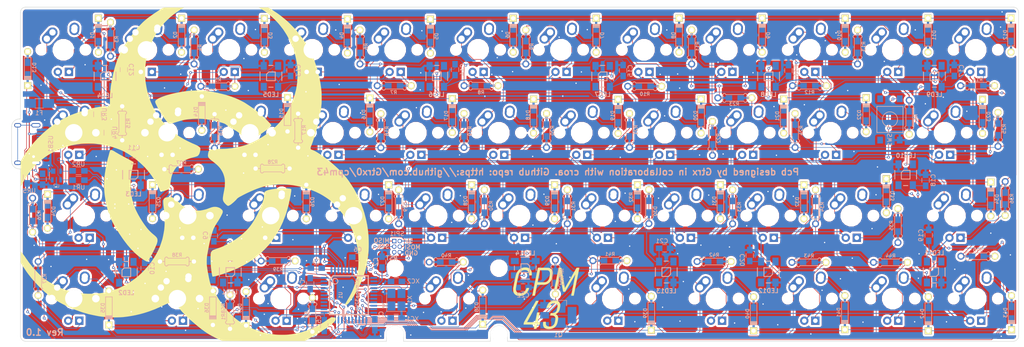
<source format=kicad_pcb>
(kicad_pcb (version 20171130) (host pcbnew "(5.0.1-dev-4-g3dcf04fdb)")
  (layers (0 F.Cu signal) (31 B.Cu signal) (34 B.Paste user) (35 F.Paste user) (36 B.SilkS user) (37 F.SilkS user) (38 B.Mask user) (39 F.Mask user) (44 Edge.Cuts user))
  (net 0 "")
  (net 1 +5V)
  (net 2 GND)
  (net 3 "Net-(C6-Pad2)")
  (net 4 "Net-(C7-Pad2)")
  (net 5 "Net-(D1-Pad2)")
  (net 6 ROW0)
  (net 7 "Net-(D2-Pad2)")
  (net 8 "Net-(D3-Pad2)")
  (net 9 "Net-(D4-Pad2)")
  (net 10 "Net-(D5-Pad2)")
  (net 11 "Net-(D6-Pad2)")
  (net 12 "Net-(D7-Pad2)")
  (net 13 "Net-(D8-Pad2)")
  (net 14 "Net-(D9-Pad2)")
  (net 15 "Net-(D10-Pad2)")
  (net 16 "Net-(D11-Pad2)")
  (net 17 "Net-(D12-Pad2)")
  (net 18 "Net-(D13-Pad2)")
  (net 19 ROW1)
  (net 20 "Net-(D14-Pad2)")
  (net 21 "Net-(D15-Pad2)")
  (net 22 "Net-(D16-Pad2)")
  (net 23 "Net-(D17-Pad2)")
  (net 24 "Net-(D18-Pad2)")
  (net 25 "Net-(D19-Pad2)")
  (net 26 "Net-(D20-Pad2)")
  (net 27 "Net-(D21-Pad2)")
  (net 28 "Net-(D22-Pad2)")
  (net 29 "Net-(D23-Pad2)")
  (net 30 "Net-(D24-Pad2)")
  (net 31 ROW2)
  (net 32 "Net-(D25-Pad2)")
  (net 33 "Net-(D26-Pad2)")
  (net 34 "Net-(D27-Pad2)")
  (net 35 "Net-(D28-Pad2)")
  (net 36 "Net-(D29-Pad2)")
  (net 37 "Net-(D30-Pad2)")
  (net 38 "Net-(D31-Pad2)")
  (net 39 "Net-(D32-Pad2)")
  (net 40 "Net-(D33-Pad2)")
  (net 41 "Net-(D34-Pad2)")
  (net 42 ROW3)
  (net 43 "Net-(D35-Pad2)")
  (net 44 "Net-(D36-Pad2)")
  (net 45 "Net-(D37-Pad2)")
  (net 46 "Net-(D38-Pad2)")
  (net 47 "Net-(D39-Pad2)")
  (net 48 "Net-(D40-Pad2)")
  (net 49 "Net-(D41-Pad2)")
  (net 50 "Net-(D42-Pad2)")
  (net 51 "Net-(D43-Pad2)")
  (net 52 VCC)
  (net 53 "Net-(LED1-Pad2)")
  (net 54 "Net-(LED1-Pad4)")
  (net 55 "Net-(LED2-Pad2)")
  (net 56 "Net-(LED3-Pad2)")
  (net 57 "Net-(LED4-Pad2)")
  (net 58 "Net-(LED5-Pad2)")
  (net 59 "Net-(LED6-Pad2)")
  (net 60 "Net-(LED7-Pad2)")
  (net 61 "Net-(LED8-Pad2)")
  (net 62 "Net-(LED10-Pad4)")
  (net 63 "Net-(LED10-Pad2)")
  (net 64 "Net-(LED11-Pad2)")
  (net 65 "Net-(LED12-Pad2)")
  (net 66 "Net-(LED13-Pad2)")
  (net 67 "Net-(LED14-Pad2)")
  (net 68 "Net-(MX1-Pad4)")
  (net 69 COL0)
  (net 70 COL1)
  (net 71 "Net-(MX2-Pad4)")
  (net 72 COL2)
  (net 73 "Net-(MX3-Pad4)")
  (net 74 "Net-(MX4-Pad4)")
  (net 75 COL3)
  (net 76 "Net-(MX5-Pad4)")
  (net 77 COL4)
  (net 78 "Net-(MX6-Pad4)")
  (net 79 COL5)
  (net 80 "Net-(MX7-Pad4)")
  (net 81 COL6)
  (net 82 COL7)
  (net 83 "Net-(MX8-Pad4)")
  (net 84 "Net-(MX9-Pad4)")
  (net 85 COL8)
  (net 86 COL9)
  (net 87 "Net-(MX10-Pad4)")
  (net 88 "Net-(MX11-Pad4)")
  (net 89 COL10)
  (net 90 COL11)
  (net 91 "Net-(MX12-Pad4)")
  (net 92 "Net-(MX13-Pad4)")
  (net 93 "Net-(MX14-Pad4)")
  (net 94 "Net-(MX15-Pad4)")
  (net 95 "Net-(MX16-Pad4)")
  (net 96 "Net-(MX17-Pad4)")
  (net 97 "Net-(MX18-Pad4)")
  (net 98 "Net-(MX19-Pad4)")
  (net 99 "Net-(MX20-Pad4)")
  (net 100 "Net-(MX21-Pad4)")
  (net 101 "Net-(MX22-Pad4)")
  (net 102 "Net-(MX23-Pad4)")
  (net 103 "Net-(MX24-Pad4)")
  (net 104 "Net-(MX25-Pad4)")
  (net 105 "Net-(MX26-Pad4)")
  (net 106 "Net-(MX27-Pad4)")
  (net 107 "Net-(MX28-Pad4)")
  (net 108 "Net-(MX29-Pad4)")
  (net 109 "Net-(MX30-Pad4)")
  (net 110 "Net-(MX31-Pad4)")
  (net 111 "Net-(MX32-Pad4)")
  (net 112 "Net-(MX33-Pad4)")
  (net 113 "Net-(MX34-Pad4)")
  (net 114 "Net-(MX35-Pad4)")
  (net 115 "Net-(MX36-Pad4)")
  (net 116 "Net-(MX37-Pad4)")
  (net 117 "Net-(MX38-Pad4)")
  (net 118 "Net-(MX39-Pad4)")
  (net 119 "Net-(MX40-Pad4)")
  (net 120 "Net-(MX41-Pad4)")
  (net 121 "Net-(MX42-Pad4)")
  (net 122 "Net-(MX43-Pad4)")
  (net 123 "Net-(NPNR1-Pad2)")
  (net 124 LEDPWM)
  (net 125 LEDGND)
  (net 126 RST)
  (net 127 "Net-(R2-Pad1)")
  (net 128 RGBIN)
  (net 129 MOSI)
  (net 130 SCK)
  (net 131 MISO)
  (net 132 "Net-(U1-Pad42)")
  (net 133 "Net-(U1-Pad37)")
  (net 134 "Net-(U1-Pad36)")
  (net 135 "Net-(U1-Pad17)")
  (net 136 "Net-(U1-Pad16)")
  (net 137 "Net-(U1-Pad28)")
  (net 138 "Net-(U1-Pad8)")
  (net 139 D+)
  (net 140 D-)
  (net 141 "Net-(U2-Pad2)")
  (net 142 "Net-(U2-Pad3)")
  (net 143 "Net-(UR3-Pad2)")
  (net 144 "Net-(UR4-Pad1)")
  (net 145 "Net-(USB1-Pad9)")
  (net 146 "Net-(USB1-Pad3)")
  (module WS2812B:WS2812B (layer B.Cu) (at 167.386 75.946)
    (fp_text reference LED7 (at 0 4.191) (layer B.SilkS) (effects (font (thickness 0.2)) (justify mirror)))
    (fp_text value WS2812B hide)
    (pad 1 smd rect (at 1.65 2.4) (size 1.4 1.8) (layers B.Cu B.Paste B.Mask) (net 1 +5V))
    (pad 2 smd rect (at -1.65 2.4) (size 1.4 1.8) (layers B.Cu B.Paste B.Mask) (net 60 "Net-(LED7-Pad2)"))
    (pad 3 smd rect (at -1.65 -2.4) (size 1.4 1.8) (layers B.Cu B.Paste B.Mask) (net 2 GND))
    (pad 4 smd rect (at 1.65 -2.4) (size 1.4 1.8) (layers B.Cu B.Paste B.Mask) (net 59 "Net-(LED6-Pad2)"))
  )
  (module TO_SOT_Packages_SMD:SOT-223-3_TabPin2 (layer B.Cu) (at 157.19552 130.83032)
    (fp_text reference Q1 (at 0 4.5) (layer B.SilkS) (effects (justify mirror)))
    (fp_text value Q_NPN_BCE)
    (pad 1 smd rect (at -3.15 2.3) (size 2 1.5) (layers B.Cu B.Paste B.Mask) (net 123 "Net-(NPNR1-Pad2)"))
    (pad 3 smd rect (at -3.15 -2.3) (size 2 1.5) (layers B.Cu B.Paste B.Mask) (net 2 GND))
    (pad 2 smd rect (at -3.15 0) (size 2 1.5) (layers B.Cu B.Paste B.Mask) (net 125 LEDGND))
    (pad 2 smd rect (at 3.15 0) (size 2 3.8) (layers B.Cu B.Paste B.Mask) (net 125 LEDGND))
  )
  (module Capacitors_SMD:C_0805_HandSoldering (layer B.Cu) (at 100.203 123.571 270)
    (fp_text reference C1 (at 0 1.75 270) (layer B.SilkS) (effects (justify mirror)))
    (fp_text value 0.1uF)
    (pad 1 smd rect (at -1.25 0 270) (size 1.5 1.25) (layers B.Cu B.Paste B.Mask) (net 1 +5V))
    (pad 2 smd rect (at 1.25 0 270) (size 1.5 1.25) (layers B.Cu B.Paste B.Mask) (net 2 GND))
  )
  (module Capacitors_SMD:C_0805_HandSoldering (layer B.Cu) (at 116.713 118.618 90)
    (fp_text reference C2 (at 0.0635 -1.43256 90) (layer B.SilkS) (effects (justify mirror)))
    (fp_text value 0.1uF)
    (pad 2 smd rect (at 1.25 0 90) (size 1.5 1.25) (layers B.Cu B.Paste B.Mask) (net 2 GND))
    (pad 1 smd rect (at -1.25 0 90) (size 1.5 1.25) (layers B.Cu B.Paste B.Mask) (net 1 +5V))
  )
  (module Capacitors_SMD:C_0805_HandSoldering (layer B.Cu) (at 115.0493 132.9944 270)
    (fp_text reference C3 (at -2.159 -1.4732 270) (layer B.SilkS) (effects (justify mirror)))
    (fp_text value 0.1uF)
    (pad 1 smd rect (at -1.25 0 270) (size 1.5 1.25) (layers B.Cu B.Paste B.Mask) (net 1 +5V))
    (pad 2 smd rect (at 1.25 0 270) (size 1.5 1.25) (layers B.Cu B.Paste B.Mask) (net 2 GND))
  )
  (module Capacitors_SMD:C_0805_HandSoldering (layer B.Cu) (at 101.6 120.015 180)
    (fp_text reference C4 (at 0 1.524 180) (layer B.SilkS) (effects (justify mirror)))
    (fp_text value 0.1uF)
    (pad 2 smd rect (at 1.25 0 180) (size 1.5 1.25) (layers B.Cu B.Paste B.Mask) (net 2 GND))
    (pad 1 smd rect (at -1.25 0 180) (size 1.5 1.25) (layers B.Cu B.Paste B.Mask) (net 1 +5V))
  )
  (module Capacitors_SMD:C_0805_HandSoldering (layer B.Cu) (at 103.44404 133.18744 270)
    (fp_text reference C5 (at -1.4478 1.27 270) (layer B.SilkS) (effects (justify mirror)))
    (fp_text value 0.1uF)
    (pad 2 smd rect (at 1.25 0 270) (size 1.5 1.25) (layers B.Cu B.Paste B.Mask) (net 2 GND))
    (pad 1 smd rect (at -1.25 0 270) (size 1.5 1.25) (layers B.Cu B.Paste B.Mask) (net 1 +5V))
  )
  (module Capacitors_SMD:C_0805_HandSoldering (layer B.Cu) (at 111.125 117.475 180)
    (fp_text reference C6 (at 0 1.75 180) (layer B.SilkS) (effects (justify mirror)))
    (fp_text value 1uF)
    (pad 2 smd rect (at 1.25 0 180) (size 1.5 1.25) (layers B.Cu B.Paste B.Mask) (net 3 "Net-(C6-Pad2)"))
    (pad 1 smd rect (at -1.25 0 180) (size 1.5 1.25) (layers B.Cu B.Paste B.Mask) (net 2 GND))
  )
  (module Capacitors_SMD:C_0805_HandSoldering (layer B.Cu) (at 38.735 99.568 90)
    (fp_text reference C7 (at 0.1905 -1.4605 90) (layer B.SilkS) (effects (justify mirror)))
    (fp_text value 4.7uF)
    (pad 2 smd rect (at 1.25 0 90) (size 1.5 1.25) (layers B.Cu B.Paste B.Mask) (net 4 "Net-(C7-Pad2)"))
    (pad 1 smd rect (at -1.25 0 90) (size 1.5 1.25) (layers B.Cu B.Paste B.Mask) (net 2 GND))
  )
  (module Capacitors_SMD:C_0805_HandSoldering (layer B.Cu) (at 78.0796 112.5982 90)
    (fp_text reference C9 (at 0.127 -1.905 90) (layer B.SilkS) (effects (justify mirror)))
    (fp_text value 0.1uF)
    (pad 2 smd rect (at 1.25 0 90) (size 1.5 1.25) (layers B.Cu B.Paste B.Mask) (net 2 GND))
    (pad 1 smd rect (at -1.25 0 90) (size 1.5 1.25) (layers B.Cu B.Paste B.Mask) (net 1 +5V))
  )
  (module Capacitors_SMD:C_0805_HandSoldering (layer B.Cu) (at 62.1792 120.0404 90)
    (fp_text reference C10 (at 0 1.75 90) (layer B.SilkS) (effects (justify mirror)))
    (fp_text value 0.1uF)
    (pad 1 smd rect (at -1.25 0 90) (size 1.5 1.25) (layers B.Cu B.Paste B.Mask) (net 1 +5V))
    (pad 2 smd rect (at 1.25 0 90) (size 1.5 1.25) (layers B.Cu B.Paste B.Mask) (net 2 GND))
  )
  (module Capacitors_SMD:C_0805_HandSoldering (layer B.Cu) (at 59.69 93.853)
    (fp_text reference C11 (at 0 -1.524) (layer B.SilkS) (effects (justify mirror)))
    (fp_text value 0.1uF)
    (pad 2 smd rect (at 1.25 0) (size 1.5 1.25) (layers B.Cu B.Paste B.Mask) (net 2 GND))
    (pad 1 smd rect (at -1.25 0) (size 1.5 1.25) (layers B.Cu B.Paste B.Mask) (net 1 +5V))
  )
  (module Capacitors_SMD:C_0805_HandSoldering (layer B.Cu) (at 57.404 74.422 90)
    (fp_text reference C12 (at 0 1.75 90) (layer B.SilkS) (effects (justify mirror)))
    (fp_text value 0.1uF)
    (pad 1 smd rect (at -1.25 0 90) (size 1.5 1.25) (layers B.Cu B.Paste B.Mask) (net 1 +5V))
    (pad 2 smd rect (at 1.25 0 90) (size 1.5 1.25) (layers B.Cu B.Paste B.Mask) (net 2 GND))
  )
  (module Capacitors_SMD:C_0805_HandSoldering (layer B.Cu) (at 95.6945 74.6125 90)
    (fp_text reference C13 (at 0 1.778 90) (layer B.SilkS) (effects (justify mirror)))
    (fp_text value 0.1uF)
    (pad 2 smd rect (at 1.25 0 90) (size 1.5 1.25) (layers B.Cu B.Paste B.Mask) (net 2 GND))
    (pad 1 smd rect (at -1.25 0 90) (size 1.5 1.25) (layers B.Cu B.Paste B.Mask) (net 1 +5V))
  )
  (module Capacitors_SMD:C_0805_HandSoldering (layer B.Cu) (at 133.477 74.422 90)
    (fp_text reference C14 (at -0.0254 1.7272 90) (layer B.SilkS) (effects (justify mirror)))
    (fp_text value 0.1uF)
    (pad 1 smd rect (at -1.25 0 90) (size 1.5 1.25) (layers B.Cu B.Paste B.Mask) (net 1 +5V))
    (pad 2 smd rect (at 1.25 0 90) (size 1.5 1.25) (layers B.Cu B.Paste B.Mask) (net 2 GND))
  )
  (module Capacitors_SMD:C_0805_HandSoldering (layer B.Cu) (at 172.085 74.6125 90)
    (fp_text reference C15 (at -0.1016 1.651 90) (layer B.SilkS) (effects (justify mirror)))
    (fp_text value 0.1uF)
    (pad 1 smd rect (at -1.25 0 90) (size 1.5 1.25) (layers B.Cu B.Paste B.Mask) (net 1 +5V))
    (pad 2 smd rect (at 1.25 0 90) (size 1.5 1.25) (layers B.Cu B.Paste B.Mask) (net 2 GND))
  )
  (module Capacitors_SMD:C_0805_HandSoldering (layer B.Cu) (at 210.058 74.6125 90)
    (fp_text reference C16 (at -0.1016 1.8034 90) (layer B.SilkS) (effects (justify mirror)))
    (fp_text value 0.1uF)
    (pad 1 smd rect (at -1.25 0 90) (size 1.5 1.25) (layers B.Cu B.Paste B.Mask) (net 1 +5V))
    (pad 2 smd rect (at 1.25 0 90) (size 1.5 1.25) (layers B.Cu B.Paste B.Mask) (net 2 GND))
  )
  (module Capacitors_SMD:C_0805_HandSoldering (layer B.Cu) (at 248.158 74.6125 90)
    (fp_text reference C17 (at -0.0762 1.651 90) (layer B.SilkS) (effects (justify mirror)))
    (fp_text value 0.1uF)
    (pad 2 smd rect (at 1.25 0 90) (size 1.5 1.25) (layers B.Cu B.Paste B.Mask) (net 2 GND))
    (pad 1 smd rect (at -1.25 0 90) (size 1.5 1.25) (layers B.Cu B.Paste B.Mask) (net 1 +5V))
  )
  (module Capacitors_SMD:C_0805_HandSoldering (layer B.Cu) (at 241.554 99.822 90)
    (fp_text reference C18 (at 0 1.75 90) (layer B.SilkS) (effects (justify mirror)))
    (fp_text value 0.1uF)
    (pad 2 smd rect (at 1.25 0 90) (size 1.5 1.25) (layers B.Cu B.Paste B.Mask) (net 2 GND))
    (pad 1 smd rect (at -1.25 0 90) (size 1.5 1.25) (layers B.Cu B.Paste B.Mask) (net 1 +5V))
  )
  (module Capacitors_SMD:C_0805_HandSoldering (layer B.Cu) (at 242.2652 112.4712 90)
    (fp_text reference C19 (at 0 -1.778 90) (layer B.SilkS) (effects (justify mirror)))
    (fp_text value 0.1uF)
    (pad 2 smd rect (at 1.25 0 90) (size 1.5 1.25) (layers B.Cu B.Paste B.Mask) (net 2 GND))
    (pad 1 smd rect (at -1.25 0 90) (size 1.5 1.25) (layers B.Cu B.Paste B.Mask) (net 1 +5V))
  )
  (module Capacitors_SMD:C_0805_HandSoldering (layer B.Cu) (at 201.168 117.114 90)
    (fp_text reference C20 (at -1.016 -1.6764 90) (layer B.SilkS) (effects (justify mirror)))
    (fp_text value 0.1uF)
    (pad 1 smd rect (at -1.25 0 90) (size 1.5 1.25) (layers B.Cu B.Paste B.Mask) (net 1 +5V))
    (pad 2 smd rect (at 1.25 0 90) (size 1.5 1.25) (layers B.Cu B.Paste B.Mask) (net 2 GND))
  )
  (module Capacitors_SMD:C_0805_HandSoldering (layer B.Cu) (at 181.61 115.443)
    (fp_text reference C21 (at -0.635 -1.651) (layer B.SilkS) (effects (justify mirror)))
    (fp_text value 0.1uF)
    (pad 2 smd rect (at 1.25 0) (size 1.5 1.25) (layers B.Cu B.Paste B.Mask) (net 2 GND))
    (pad 1 smd rect (at -1.25 0) (size 1.5 1.25) (layers B.Cu B.Paste B.Mask) (net 1 +5V))
  )
  (module Capacitors_SMD:C_0805_HandSoldering (layer B.Cu) (at 149.098 124.46)
    (fp_text reference C22 (at 0 1.778) (layer B.SilkS) (effects (justify mirror)))
    (fp_text value 0.1uF)
    (pad 1 smd rect (at -1.25 0) (size 1.5 1.25) (layers B.Cu B.Paste B.Mask) (net 1 +5V))
    (pad 2 smd rect (at 1.25 0) (size 1.5 1.25) (layers B.Cu B.Paste B.Mask) (net 2 GND))
  )
  (module Keebio-Parts:Diode-Hybrid-Back (layer F.Cu) (at 51.562 66.5226 90)
    (fp_text reference D1 (at -0.0254 -1.397 90) (layer B.SilkS) (effects (font (size 0.8 0.8)) (justify mirror)))
    (fp_text value D hide)
    (pad 2 smd rect (at -2.5 0 90) (size 2.9 0.5) (layers B.Cu) (net 5 "Net-(D1-Pad2)"))
    (pad 2 smd rect (at -1.4 0 90) (size 1.6 1.2) (layers B.Cu B.Paste B.Mask) (net 5 "Net-(D1-Pad2)"))
    (pad 1 smd rect (at 1.4 0 90) (size 1.6 1.2) (layers B.Cu B.Paste B.Mask) (net 6 ROW0))
    (pad 1 smd rect (at 2.5 0 90) (size 2.9 0.5) (layers B.Cu) (net 6 ROW0))
    (pad 2 thru_hole circle (at -3.9 0 90) (size 1.6 1.6) (drill 1) (layers *.Cu *.Mask F.SilkS) (net 5 "Net-(D1-Pad2)"))
    (pad 1 thru_hole rect (at 3.9 0 90) (size 1.6 1.6) (drill 1) (layers *.Cu *.Mask F.SilkS) (net 6 ROW0))
  )
  (module Keebio-Parts:Diode-Hybrid-Back (layer F.Cu) (at 70.6628 66.5226 90)
    (fp_text reference D2 (at 0.1016 -1.4478 90) (layer B.SilkS) (effects (font (size 0.8 0.8)) (justify mirror)))
    (fp_text value D hide)
    (pad 1 thru_hole rect (at 3.9 0 90) (size 1.6 1.6) (drill 1) (layers *.Cu *.Mask F.SilkS) (net 6 ROW0))
    (pad 2 thru_hole circle (at -3.9 0 90) (size 1.6 1.6) (drill 1) (layers *.Cu *.Mask F.SilkS) (net 7 "Net-(D2-Pad2)"))
    (pad 1 smd rect (at 2.5 0 90) (size 2.9 0.5) (layers B.Cu) (net 6 ROW0))
    (pad 1 smd rect (at 1.4 0 90) (size 1.6 1.2) (layers B.Cu B.Paste B.Mask) (net 6 ROW0))
    (pad 2 smd rect (at -1.4 0 90) (size 1.6 1.2) (layers B.Cu B.Paste B.Mask) (net 7 "Net-(D2-Pad2)"))
    (pad 2 smd rect (at -2.5 0 90) (size 2.9 0.5) (layers B.Cu) (net 7 "Net-(D2-Pad2)"))
  )
  (module Keebio-Parts:Diode-Hybrid-Back (layer F.Cu) (at 89.6874 66.548 90)
    (fp_text reference D3 (at -0.0254 1.4 90) (layer B.SilkS) (effects (font (size 0.8 0.8)) (justify mirror)))
    (fp_text value D hide)
    (pad 2 smd rect (at -2.5 0 90) (size 2.9 0.5) (layers B.Cu) (net 8 "Net-(D3-Pad2)"))
    (pad 2 smd rect (at -1.4 0 90) (size 1.6 1.2) (layers B.Cu B.Paste B.Mask) (net 8 "Net-(D3-Pad2)"))
    (pad 1 smd rect (at 1.4 0 90) (size 1.6 1.2) (layers B.Cu B.Paste B.Mask) (net 6 ROW0))
    (pad 1 smd rect (at 2.5 0 90) (size 2.9 0.5) (layers B.Cu) (net 6 ROW0))
    (pad 2 thru_hole circle (at -3.9 0 90) (size 1.6 1.6) (drill 1) (layers *.Cu *.Mask F.SilkS) (net 8 "Net-(D3-Pad2)"))
    (pad 1 thru_hole rect (at 3.9 0 90) (size 1.6 1.6) (drill 1) (layers *.Cu *.Mask F.SilkS) (net 6 ROW0))
  )
  (module Keebio-Parts:Diode-Hybrid-Back (layer F.Cu) (at 108.7628 66.7004 90)
    (fp_text reference D4 (at 0.1524 -1.3208 90) (layer B.SilkS) (effects (font (size 0.8 0.8)) (justify mirror)))
    (fp_text value D hide)
    (pad 1 thru_hole rect (at 3.9 0 90) (size 1.6 1.6) (drill 1) (layers *.Cu *.Mask F.SilkS) (net 6 ROW0))
    (pad 2 thru_hole circle (at -3.9 0 90) (size 1.6 1.6) (drill 1) (layers *.Cu *.Mask F.SilkS) (net 9 "Net-(D4-Pad2)"))
    (pad 1 smd rect (at 2.5 0 90) (size 2.9 0.5) (layers B.Cu) (net 6 ROW0))
    (pad 1 smd rect (at 1.4 0 90) (size 1.6 1.2) (layers B.Cu B.Paste B.Mask) (net 6 ROW0))
    (pad 2 smd rect (at -1.4 0 90) (size 1.6 1.2) (layers B.Cu B.Paste B.Mask) (net 9 "Net-(D4-Pad2)"))
    (pad 2 smd rect (at -2.5 0 90) (size 2.9 0.5) (layers B.Cu) (net 9 "Net-(D4-Pad2)"))
  )
  (module Keebio-Parts:Diode-Hybrid-Back (layer F.Cu) (at 127.8128 66.7258 90)
    (fp_text reference D5 (at -0.0254 1.4 90) (layer B.SilkS) (effects (font (size 0.8 0.8)) (justify mirror)))
    (fp_text value D hide)
    (pad 2 smd rect (at -2.5 0 90) (size 2.9 0.5) (layers B.Cu) (net 10 "Net-(D5-Pad2)"))
    (pad 2 smd rect (at -1.4 0 90) (size 1.6 1.2) (layers B.Cu B.Paste B.Mask) (net 10 "Net-(D5-Pad2)"))
    (pad 1 smd rect (at 1.4 0 90) (size 1.6 1.2) (layers B.Cu B.Paste B.Mask) (net 6 ROW0))
    (pad 1 smd rect (at 2.5 0 90) (size 2.9 0.5) (layers B.Cu) (net 6 ROW0))
    (pad 2 thru_hole circle (at -3.9 0 90) (size 1.6 1.6) (drill 1) (layers *.Cu *.Mask F.SilkS) (net 10 "Net-(D5-Pad2)"))
    (pad 1 thru_hole rect (at 3.9 0 90) (size 1.6 1.6) (drill 1) (layers *.Cu *.Mask F.SilkS) (net 6 ROW0))
  )
  (module Keebio-Parts:Diode-Hybrid-Back (layer F.Cu) (at 146.8374 66.5226 90)
    (fp_text reference D6 (at 0.1016 -1.2954 90) (layer B.SilkS) (effects (font (size 0.8 0.8)) (justify mirror)))
    (fp_text value D hide)
    (pad 2 smd rect (at -2.5 0 90) (size 2.9 0.5) (layers B.Cu) (net 11 "Net-(D6-Pad2)"))
    (pad 2 smd rect (at -1.4 0 90) (size 1.6 1.2) (layers B.Cu B.Paste B.Mask) (net 11 "Net-(D6-Pad2)"))
    (pad 1 smd rect (at 1.4 0 90) (size 1.6 1.2) (layers B.Cu B.Paste B.Mask) (net 6 ROW0))
    (pad 1 smd rect (at 2.5 0 90) (size 2.9 0.5) (layers B.Cu) (net 6 ROW0))
    (pad 2 thru_hole circle (at -3.9 0 90) (size 1.6 1.6) (drill 1) (layers *.Cu *.Mask F.SilkS) (net 11 "Net-(D6-Pad2)"))
    (pad 1 thru_hole rect (at 3.9 0 90) (size 1.6 1.6) (drill 1) (layers *.Cu *.Mask F.SilkS) (net 6 ROW0))
  )
  (module Keebio-Parts:Diode-Hybrid-Back (layer F.Cu) (at 165.8874 66.5226 90)
    (fp_text reference D7 (at -0.0254 1.4 90) (layer B.SilkS) (effects (font (size 0.8 0.8)) (justify mirror)))
    (fp_text value D hide)
    (pad 2 smd rect (at -2.5 0 90) (size 2.9 0.5) (layers B.Cu) (net 12 "Net-(D7-Pad2)"))
    (pad 2 smd rect (at -1.4 0 90) (size 1.6 1.2) (layers B.Cu B.Paste B.Mask) (net 12 "Net-(D7-Pad2)"))
    (pad 1 smd rect (at 1.4 0 90) (size 1.6 1.2) (layers B.Cu B.Paste B.Mask) (net 6 ROW0))
    (pad 1 smd rect (at 2.5 0 90) (size 2.9 0.5) (layers B.Cu) (net 6 ROW0))
    (pad 2 thru_hole circle (at -3.9 0 90) (size 1.6 1.6) (drill 1) (layers *.Cu *.Mask F.SilkS) (net 12 "Net-(D7-Pad2)"))
    (pad 1 thru_hole rect (at 3.9 0 90) (size 1.6 1.6) (drill 1) (layers *.Cu *.Mask F.SilkS) (net 6 ROW0))
  )
  (module Keebio-Parts:Diode-Hybrid-Back (layer F.Cu) (at 184.9374 66.4972 90)
    (fp_text reference D8 (at -0.0254 -1.2954 90) (layer B.SilkS) (effects (font (size 0.8 0.8)) (justify mirror)))
    (fp_text value D hide)
    (pad 2 smd rect (at -2.5 0 90) (size 2.9 0.5) (layers B.Cu) (net 13 "Net-(D8-Pad2)"))
    (pad 2 smd rect (at -1.4 0 90) (size 1.6 1.2) (layers B.Cu B.Paste B.Mask) (net 13 "Net-(D8-Pad2)"))
    (pad 1 smd rect (at 1.4 0 90) (size 1.6 1.2) (layers B.Cu B.Paste B.Mask) (net 6 ROW0))
    (pad 1 smd rect (at 2.5 0 90) (size 2.9 0.5) (layers B.Cu) (net 6 ROW0))
    (pad 2 thru_hole circle (at -3.9 0 90) (size 1.6 1.6) (drill 1) (layers *.Cu *.Mask F.SilkS) (net 13 "Net-(D8-Pad2)"))
    (pad 1 thru_hole rect (at 3.9 0 90) (size 1.6 1.6) (drill 1) (layers *.Cu *.Mask F.SilkS) (net 6 ROW0))
  )
  (module Keebio-Parts:Diode-Hybrid-Back (layer F.Cu) (at 204.0128 66.4972 90)
    (fp_text reference D9 (at -0.0254 1.4 90) (layer B.SilkS) (effects (font (size 0.8 0.8)) (justify mirror)))
    (fp_text value D hide)
    (pad 2 smd rect (at -2.5 0 90) (size 2.9 0.5) (layers B.Cu) (net 14 "Net-(D9-Pad2)"))
    (pad 2 smd rect (at -1.4 0 90) (size 1.6 1.2) (layers B.Cu B.Paste B.Mask) (net 14 "Net-(D9-Pad2)"))
    (pad 1 smd rect (at 1.4 0 90) (size 1.6 1.2) (layers B.Cu B.Paste B.Mask) (net 6 ROW0))
    (pad 1 smd rect (at 2.5 0 90) (size 2.9 0.5) (layers B.Cu) (net 6 ROW0))
    (pad 2 thru_hole circle (at -3.9 0 90) (size 1.6 1.6) (drill 1) (layers *.Cu *.Mask F.SilkS) (net 14 "Net-(D9-Pad2)"))
    (pad 1 thru_hole rect (at 3.9 0 90) (size 1.6 1.6) (drill 1) (layers *.Cu *.Mask F.SilkS) (net 6 ROW0))
  )
  (module Keebio-Parts:Diode-Hybrid-Back (layer F.Cu) (at 223.0882 66.5226 90)
    (fp_text reference D10 (at -0.0254 -1.3462 90) (layer B.SilkS) (effects (font (size 0.8 0.8)) (justify mirror)))
    (fp_text value D hide)
    (pad 2 smd rect (at -2.5 0 90) (size 2.9 0.5) (layers B.Cu) (net 15 "Net-(D10-Pad2)"))
    (pad 2 smd rect (at -1.4 0 90) (size 1.6 1.2) (layers B.Cu B.Paste B.Mask) (net 15 "Net-(D10-Pad2)"))
    (pad 1 smd rect (at 1.4 0 90) (size 1.6 1.2) (layers B.Cu B.Paste B.Mask) (net 6 ROW0))
    (pad 1 smd rect (at 2.5 0 90) (size 2.9 0.5) (layers B.Cu) (net 6 ROW0))
    (pad 2 thru_hole circle (at -3.9 0 90) (size 1.6 1.6) (drill 1) (layers *.Cu *.Mask F.SilkS) (net 15 "Net-(D10-Pad2)"))
    (pad 1 thru_hole rect (at 3.9 0 90) (size 1.6 1.6) (drill 1) (layers *.Cu *.Mask F.SilkS) (net 6 ROW0))
  )
  (module Keebio-Parts:Diode-Hybrid-Back (layer F.Cu) (at 242.1128 66.4972 90)
    (fp_text reference D11 (at -0.0254 1.4 90) (layer B.SilkS) (effects (font (size 0.8 0.8)) (justify mirror)))
    (fp_text value D hide)
    (pad 2 smd rect (at -2.5 0 90) (size 2.9 0.5) (layers B.Cu) (net 16 "Net-(D11-Pad2)"))
    (pad 2 smd rect (at -1.4 0 90) (size 1.6 1.2) (layers B.Cu B.Paste B.Mask) (net 16 "Net-(D11-Pad2)"))
    (pad 1 smd rect (at 1.4 0 90) (size 1.6 1.2) (layers B.Cu B.Paste B.Mask) (net 6 ROW0))
    (pad 1 smd rect (at 2.5 0 90) (size 2.9 0.5) (layers B.Cu) (net 6 ROW0))
    (pad 2 thru_hole circle (at -3.9 0 90) (size 1.6 1.6) (drill 1) (layers *.Cu *.Mask F.SilkS) (net 16 "Net-(D11-Pad2)"))
    (pad 1 thru_hole rect (at 3.9 0 90) (size 1.6 1.6) (drill 1) (layers *.Cu *.Mask F.SilkS) (net 6 ROW0))
  )
  (module Keebio-Parts:Diode-Hybrid-Back (layer F.Cu) (at 261.1755 66.4845 90)
    (fp_text reference D12 (at 0.0635 -1.3335 90) (layer B.SilkS) (effects (font (size 0.8 0.8)) (justify mirror)))
    (fp_text value D hide)
    (pad 2 smd rect (at -2.5 0 90) (size 2.9 0.5) (layers B.Cu) (net 17 "Net-(D12-Pad2)"))
    (pad 2 smd rect (at -1.4 0 90) (size 1.6 1.2) (layers B.Cu B.Paste B.Mask) (net 17 "Net-(D12-Pad2)"))
    (pad 1 smd rect (at 1.4 0 90) (size 1.6 1.2) (layers B.Cu B.Paste B.Mask) (net 6 ROW0))
    (pad 1 smd rect (at 2.5 0 90) (size 2.9 0.5) (layers B.Cu) (net 6 ROW0))
    (pad 2 thru_hole circle (at -3.9 0 90) (size 1.6 1.6) (drill 1) (layers *.Cu *.Mask F.SilkS) (net 17 "Net-(D12-Pad2)"))
    (pad 1 thru_hole rect (at 3.9 0 90) (size 1.6 1.6) (drill 1) (layers *.Cu *.Mask F.SilkS) (net 6 ROW0))
  )
  (module Keebio-Parts:Diode-Hybrid-Back (layer F.Cu) (at 35.306 74.168 270)
    (fp_text reference D13 (at -0.254 -1.524 270) (layer B.SilkS) (effects (font (size 0.8 0.8)) (justify mirror)))
    (fp_text value D hide)
    (pad 2 smd rect (at -2.5 0 270) (size 2.9 0.5) (layers B.Cu) (net 18 "Net-(D13-Pad2)"))
    (pad 2 smd rect (at -1.4 0 270) (size 1.6 1.2) (layers B.Cu B.Paste B.Mask) (net 18 "Net-(D13-Pad2)"))
    (pad 1 smd rect (at 1.4 0 270) (size 1.6 1.2) (layers B.Cu B.Paste B.Mask) (net 19 ROW1))
    (pad 1 smd rect (at 2.5 0 270) (size 2.9 0.5) (layers B.Cu) (net 19 ROW1))
    (pad 2 thru_hole circle (at -3.9 0 270) (size 1.6 1.6) (drill 1) (layers *.Cu *.Mask F.SilkS) (net 18 "Net-(D13-Pad2)"))
    (pad 1 thru_hole rect (at 3.9 0 270) (size 1.6 1.6) (drill 1) (layers *.Cu *.Mask F.SilkS) (net 19 ROW1))
  )
  (module Keebio-Parts:Diode-Hybrid-Back (layer F.Cu) (at 75.311 84.455 90)
    (fp_text reference D14 (at 0.381 -1.397 90) (layer B.SilkS) (effects (font (size 0.8 0.8)) (justify mirror)))
    (fp_text value D hide)
    (pad 2 smd rect (at -2.5 0 90) (size 2.9 0.5) (layers B.Cu) (net 20 "Net-(D14-Pad2)"))
    (pad 2 smd rect (at -1.4 0 90) (size 1.6 1.2) (layers B.Cu B.Paste B.Mask) (net 20 "Net-(D14-Pad2)"))
    (pad 1 smd rect (at 1.4 0 90) (size 1.6 1.2) (layers B.Cu B.Paste B.Mask) (net 19 ROW1))
    (pad 1 smd rect (at 2.5 0 90) (size 2.9 0.5) (layers B.Cu) (net 19 ROW1))
    (pad 2 thru_hole circle (at -3.9 0 90) (size 1.6 1.6) (drill 1) (layers *.Cu *.Mask F.SilkS) (net 20 "Net-(D14-Pad2)"))
    (pad 1 thru_hole rect (at 3.9 0 90) (size 1.6 1.6) (drill 1) (layers *.Cu *.Mask F.SilkS) (net 19 ROW1))
  )
  (module Keebio-Parts:Diode-Hybrid-Back (layer F.Cu) (at 94.996 84.709 90)
    (fp_text reference D15 (at 0.254 -1.397 90) (layer B.SilkS) (effects (font (size 0.8 0.8)) (justify mirror)))
    (fp_text value D hide)
    (pad 2 smd rect (at -2.5 0 90) (size 2.9 0.5) (layers B.Cu) (net 21 "Net-(D15-Pad2)"))
    (pad 2 smd rect (at -1.4 0 90) (size 1.6 1.2) (layers B.Cu B.Paste B.Mask) (net 21 "Net-(D15-Pad2)"))
    (pad 1 smd rect (at 1.4 0 90) (size 1.6 1.2) (layers B.Cu B.Paste B.Mask) (net 19 ROW1))
    (pad 1 smd rect (at 2.5 0 90) (size 2.9 0.5) (layers B.Cu) (net 19 ROW1))
    (pad 2 thru_hole circle (at -3.9 0 90) (size 1.6 1.6) (drill 1) (layers *.Cu *.Mask F.SilkS) (net 21 "Net-(D15-Pad2)"))
    (pad 1 thru_hole rect (at 3.9 0 90) (size 1.6 1.6) (drill 1) (layers *.Cu *.Mask F.SilkS) (net 19 ROW1))
  )
  (module Keebio-Parts:Diode-Hybrid-Back (layer F.Cu) (at 113.919 84.836 90)
    (fp_text reference D16 (at 0.127 -1.397 90) (layer B.SilkS) (effects (font (size 0.8 0.8)) (justify mirror)))
    (fp_text value D hide)
    (pad 2 smd rect (at -2.5 0 90) (size 2.9 0.5) (layers B.Cu) (net 22 "Net-(D16-Pad2)"))
    (pad 2 smd rect (at -1.4 0 90) (size 1.6 1.2) (layers B.Cu B.Paste B.Mask) (net 22 "Net-(D16-Pad2)"))
    (pad 1 smd rect (at 1.4 0 90) (size 1.6 1.2) (layers B.Cu B.Paste B.Mask) (net 19 ROW1))
    (pad 1 smd rect (at 2.5 0 90) (size 2.9 0.5) (layers B.Cu) (net 19 ROW1))
    (pad 2 thru_hole circle (at -3.9 0 90) (size 1.6 1.6) (drill 1) (layers *.Cu *.Mask F.SilkS) (net 22 "Net-(D16-Pad2)"))
    (pad 1 thru_hole rect (at 3.9 0 90) (size 1.6 1.6) (drill 1) (layers *.Cu *.Mask F.SilkS) (net 19 ROW1))
  )
  (module Keebio-Parts:Diode-Hybrid-Back (layer F.Cu) (at 132.842 84.963 90)
    (fp_text reference D17 (at 0 -1.397 90) (layer B.SilkS) (effects (font (size 0.8 0.8)) (justify mirror)))
    (fp_text value D hide)
    (pad 2 smd rect (at -2.5 0 90) (size 2.9 0.5) (layers B.Cu) (net 23 "Net-(D17-Pad2)"))
    (pad 2 smd rect (at -1.4 0 90) (size 1.6 1.2) (layers B.Cu B.Paste B.Mask) (net 23 "Net-(D17-Pad2)"))
    (pad 1 smd rect (at 1.4 0 90) (size 1.6 1.2) (layers B.Cu B.Paste B.Mask) (net 19 ROW1))
    (pad 1 smd rect (at 2.5 0 90) (size 2.9 0.5) (layers B.Cu) (net 19 ROW1))
    (pad 2 thru_hole circle (at -3.9 0 90) (size 1.6 1.6) (drill 1) (layers *.Cu *.Mask F.SilkS) (net 23 "Net-(D17-Pad2)"))
    (pad 1 thru_hole rect (at 3.9 0 90) (size 1.6 1.6) (drill 1) (layers *.Cu *.Mask F.SilkS) (net 19 ROW1))
  )
  (module Keebio-Parts:Diode-Hybrid-Back (layer F.Cu) (at 151.511 85.09 90)
    (fp_text reference D18 (at 0.254 -1.27 90) (layer B.SilkS) (effects (font (size 0.8 0.8)) (justify mirror)))
    (fp_text value D hide)
    (pad 2 smd rect (at -2.5 0 90) (size 2.9 0.5) (layers B.Cu) (net 24 "Net-(D18-Pad2)"))
    (pad 2 smd rect (at -1.4 0 90) (size 1.6 1.2) (layers B.Cu B.Paste B.Mask) (net 24 "Net-(D18-Pad2)"))
    (pad 1 smd rect (at 1.4 0 90) (size 1.6 1.2) (layers B.Cu B.Paste B.Mask) (net 19 ROW1))
    (pad 1 smd rect (at 2.5 0 90) (size 2.9 0.5) (layers B.Cu) (net 19 ROW1))
    (pad 2 thru_hole circle (at -3.9 0 90) (size 1.6 1.6) (drill 1) (layers *.Cu *.Mask F.SilkS) (net 24 "Net-(D18-Pad2)"))
    (pad 1 thru_hole rect (at 3.9 0 90) (size 1.6 1.6) (drill 1) (layers *.Cu *.Mask F.SilkS) (net 19 ROW1))
  )
  (module Keebio-Parts:Diode-Hybrid-Back (layer F.Cu) (at 170.942 85.1535 90)
    (fp_text reference D19 (at 0.1905 -1.27 90) (layer B.SilkS) (effects (font (size 0.8 0.8)) (justify mirror)))
    (fp_text value D hide)
    (pad 1 thru_hole rect (at 3.9 0 90) (size 1.6 1.6) (drill 1) (layers *.Cu *.Mask F.SilkS) (net 19 ROW1))
    (pad 2 thru_hole circle (at -3.9 0 90) (size 1.6 1.6) (drill 1) (layers *.Cu *.Mask F.SilkS) (net 25 "Net-(D19-Pad2)"))
    (pad 1 smd rect (at 2.5 0 90) (size 2.9 0.5) (layers B.Cu) (net 19 ROW1))
    (pad 1 smd rect (at 1.4 0 90) (size 1.6 1.2) (layers B.Cu B.Paste B.Mask) (net 19 ROW1))
    (pad 2 smd rect (at -1.4 0 90) (size 1.6 1.2) (layers B.Cu B.Paste B.Mask) (net 25 "Net-(D19-Pad2)"))
    (pad 2 smd rect (at -2.5 0 90) (size 2.9 0.5) (layers B.Cu) (net 25 "Net-(D19-Pad2)"))
  )
  (module Keebio-Parts:Diode-Hybrid-Back (layer F.Cu) (at 189.992 85.09 90)
    (fp_text reference D20 (at 0.127 -1.27 90) (layer B.SilkS) (effects (font (size 0.8 0.8)) (justify mirror)))
    (fp_text value D hide)
    (pad 2 smd rect (at -2.5 0 90) (size 2.9 0.5) (layers B.Cu) (net 26 "Net-(D20-Pad2)"))
    (pad 2 smd rect (at -1.4 0 90) (size 1.6 1.2) (layers B.Cu B.Paste B.Mask) (net 26 "Net-(D20-Pad2)"))
    (pad 1 smd rect (at 1.4 0 90) (size 1.6 1.2) (layers B.Cu B.Paste B.Mask) (net 19 ROW1))
    (pad 1 smd rect (at 2.5 0 90) (size 2.9 0.5) (layers B.Cu) (net 19 ROW1))
    (pad 2 thru_hole circle (at -3.9 0 90) (size 1.6 1.6) (drill 1) (layers *.Cu *.Mask F.SilkS) (net 26 "Net-(D20-Pad2)"))
    (pad 1 thru_hole rect (at 3.9 0 90) (size 1.6 1.6) (drill 1) (layers *.Cu *.Mask F.SilkS) (net 19 ROW1))
  )
  (module Keebio-Parts:Diode-Hybrid-Back (layer F.Cu) (at 208.9785 85.09 90)
    (fp_text reference D21 (at 0 -1.4605 90) (layer B.SilkS) (effects (font (size 0.8 0.8)) (justify mirror)))
    (fp_text value D hide)
    (pad 2 smd rect (at -2.5 0 90) (size 2.9 0.5) (layers B.Cu) (net 27 "Net-(D21-Pad2)"))
    (pad 2 smd rect (at -1.4 0 90) (size 1.6 1.2) (layers B.Cu B.Paste B.Mask) (net 27 "Net-(D21-Pad2)"))
    (pad 1 smd rect (at 1.4 0 90) (size 1.6 1.2) (layers B.Cu B.Paste B.Mask) (net 19 ROW1))
    (pad 1 smd rect (at 2.5 0 90) (size 2.9 0.5) (layers B.Cu) (net 19 ROW1))
    (pad 2 thru_hole circle (at -3.9 0 90) (size 1.6 1.6) (drill 1) (layers *.Cu *.Mask F.SilkS) (net 27 "Net-(D21-Pad2)"))
    (pad 1 thru_hole rect (at 3.9 0 90) (size 1.6 1.6) (drill 1) (layers *.Cu *.Mask F.SilkS) (net 19 ROW1))
  )
  (module Keebio-Parts:Diode-Hybrid-Back (layer F.Cu) (at 227.9015 84.7725 90)
    (fp_text reference D22 (at -0.0254 -1.5875 90) (layer B.SilkS) (effects (font (size 0.8 0.8)) (justify mirror)))
    (fp_text value D hide)
    (pad 2 smd rect (at -2.5 0 90) (size 2.9 0.5) (layers B.Cu) (net 28 "Net-(D22-Pad2)"))
    (pad 2 smd rect (at -1.4 0 90) (size 1.6 1.2) (layers B.Cu B.Paste B.Mask) (net 28 "Net-(D22-Pad2)"))
    (pad 1 smd rect (at 1.4 0 90) (size 1.6 1.2) (layers B.Cu B.Paste B.Mask) (net 19 ROW1))
    (pad 1 smd rect (at 2.5 0 90) (size 2.9 0.5) (layers B.Cu) (net 19 ROW1))
    (pad 2 thru_hole circle (at -3.9 0 90) (size 1.6 1.6) (drill 1) (layers *.Cu *.Mask F.SilkS) (net 28 "Net-(D22-Pad2)"))
    (pad 1 thru_hole rect (at 3.9 0 90) (size 1.6 1.6) (drill 1) (layers *.Cu *.Mask F.SilkS) (net 19 ROW1))
  )
  (module Keebio-Parts:Diode-Hybrid-Back (layer F.Cu) (at 254.635 85.1535 90)
    (fp_text reference D23 (at -0.0254 1.4 90) (layer B.SilkS) (effects (font (size 0.8 0.8)) (justify mirror)))
    (fp_text value D hide)
    (pad 2 smd rect (at -2.5 0 90) (size 2.9 0.5) (layers B.Cu) (net 29 "Net-(D23-Pad2)"))
    (pad 2 smd rect (at -1.4 0 90) (size 1.6 1.2) (layers B.Cu B.Paste B.Mask) (net 29 "Net-(D23-Pad2)"))
    (pad 1 smd rect (at 1.4 0 90) (size 1.6 1.2) (layers B.Cu B.Paste B.Mask) (net 19 ROW1))
    (pad 1 smd rect (at 2.5 0 90) (size 2.9 0.5) (layers B.Cu) (net 19 ROW1))
    (pad 2 thru_hole circle (at -3.9 0 90) (size 1.6 1.6) (drill 1) (layers *.Cu *.Mask F.SilkS) (net 29 "Net-(D23-Pad2)"))
    (pad 1 thru_hole rect (at 3.9 0 90) (size 1.6 1.6) (drill 1) (layers *.Cu *.Mask F.SilkS) (net 19 ROW1))
  )
  (module Keebio-Parts:Diode-Hybrid-Back (layer F.Cu) (at 39.878 106.934 90)
    (fp_text reference D24 (at -0.0254 1.4 90) (layer B.SilkS) (effects (font (size 0.8 0.8)) (justify mirror)))
    (fp_text value D hide)
    (pad 2 smd rect (at -2.5 0 90) (size 2.9 0.5) (layers B.Cu) (net 30 "Net-(D24-Pad2)"))
    (pad 2 smd rect (at -1.4 0 90) (size 1.6 1.2) (layers B.Cu B.Paste B.Mask) (net 30 "Net-(D24-Pad2)"))
    (pad 1 smd rect (at 1.4 0 90) (size 1.6 1.2) (layers B.Cu B.Paste B.Mask) (net 31 ROW2))
    (pad 1 smd rect (at 2.5 0 90) (size 2.9 0.5) (layers B.Cu) (net 31 ROW2))
    (pad 2 thru_hole circle (at -3.9 0 90) (size 1.6 1.6) (drill 1) (layers *.Cu *.Mask F.SilkS) (net 30 "Net-(D24-Pad2)"))
    (pad 1 thru_hole rect (at 3.9 0 90) (size 1.6 1.6) (drill 1) (layers *.Cu *.Mask F.SilkS) (net 31 ROW2))
  )
  (module Keebio-Parts:Diode-Hybrid-Back (layer F.Cu) (at 63.9826 104.7369 90)
    (fp_text reference D25 (at -0.0254 1.4 90) (layer B.SilkS) (effects (font (size 0.8 0.8)) (justify mirror)))
    (fp_text value D hide)
    (pad 1 thru_hole rect (at 3.9 0 90) (size 1.6 1.6) (drill 1) (layers *.Cu *.Mask F.SilkS) (net 31 ROW2))
    (pad 2 thru_hole circle (at -3.9 0 90) (size 1.6 1.6) (drill 1) (layers *.Cu *.Mask F.SilkS) (net 32 "Net-(D25-Pad2)"))
    (pad 1 smd rect (at 2.5 0 90) (size 2.9 0.5) (layers B.Cu) (net 31 ROW2))
    (pad 1 smd rect (at 1.4 0 90) (size 1.6 1.2) (layers B.Cu B.Paste B.Mask) (net 31 ROW2))
    (pad 2 smd rect (at -1.4 0 90) (size 1.6 1.2) (layers B.Cu B.Paste B.Mask) (net 32 "Net-(D25-Pad2)"))
    (pad 2 smd rect (at -2.5 0 90) (size 2.9 0.5) (layers B.Cu) (net 32 "Net-(D25-Pad2)"))
  )
  (module Keebio-Parts:Diode-Hybrid-Back (layer F.Cu) (at 99.314 104.775 90)
    (fp_text reference D26 (at -0.0254 1.4 90) (layer B.SilkS) (effects (font (size 0.8 0.8)) (justify mirror)))
    (fp_text value D hide)
    (pad 1 thru_hole rect (at 3.9 0 90) (size 1.6 1.6) (drill 1) (layers *.Cu *.Mask F.SilkS) (net 31 ROW2))
    (pad 2 thru_hole circle (at -3.9 0 90) (size 1.6 1.6) (drill 1) (layers *.Cu *.Mask F.SilkS) (net 33 "Net-(D26-Pad2)"))
    (pad 1 smd rect (at 2.5 0 90) (size 2.9 0.5) (layers B.Cu) (net 31 ROW2))
    (pad 1 smd rect (at 1.4 0 90) (size 1.6 1.2) (layers B.Cu B.Paste B.Mask) (net 31 ROW2))
    (pad 2 smd rect (at -1.4 0 90) (size 1.6 1.2) (layers B.Cu B.Paste B.Mask) (net 33 "Net-(D26-Pad2)"))
    (pad 2 smd rect (at -2.5 0 90) (size 2.9 0.5) (layers B.Cu) (net 33 "Net-(D26-Pad2)"))
  )
  (module Keebio-Parts:Diode-Hybrid-Back (layer F.Cu) (at 118.237 104.775 90)
    (fp_text reference D27 (at 0.127 -1.397 90) (layer B.SilkS) (effects (font (size 0.8 0.8)) (justify mirror)))
    (fp_text value D hide)
    (pad 1 thru_hole rect (at 3.9 0 90) (size 1.6 1.6) (drill 1) (layers *.Cu *.Mask F.SilkS) (net 31 ROW2))
    (pad 2 thru_hole circle (at -3.9 0 90) (size 1.6 1.6) (drill 1) (layers *.Cu *.Mask F.SilkS) (net 34 "Net-(D27-Pad2)"))
    (pad 1 smd rect (at 2.5 0 90) (size 2.9 0.5) (layers B.Cu) (net 31 ROW2))
    (pad 1 smd rect (at 1.4 0 90) (size 1.6 1.2) (layers B.Cu B.Paste B.Mask) (net 31 ROW2))
    (pad 2 smd rect (at -1.4 0 90) (size 1.6 1.2) (layers B.Cu B.Paste B.Mask) (net 34 "Net-(D27-Pad2)"))
    (pad 2 smd rect (at -2.5 0 90) (size 2.9 0.5) (layers B.Cu) (net 34 "Net-(D27-Pad2)"))
  )
  (module Keebio-Parts:Diode-Hybrid-Back (layer F.Cu) (at 137.287 104.775 90)
    (fp_text reference D28 (at 0.254 -1.397 90) (layer B.SilkS) (effects (font (size 0.8 0.8)) (justify mirror)))
    (fp_text value D hide)
    (pad 1 thru_hole rect (at 3.9 0 90) (size 1.6 1.6) (drill 1) (layers *.Cu *.Mask F.SilkS) (net 31 ROW2))
    (pad 2 thru_hole circle (at -3.9 0 90) (size 1.6 1.6) (drill 1) (layers *.Cu *.Mask F.SilkS) (net 35 "Net-(D28-Pad2)"))
    (pad 1 smd rect (at 2.5 0 90) (size 2.9 0.5) (layers B.Cu) (net 31 ROW2))
    (pad 1 smd rect (at 1.4 0 90) (size 1.6 1.2) (layers B.Cu B.Paste B.Mask) (net 31 ROW2))
    (pad 2 smd rect (at -1.4 0 90) (size 1.6 1.2) (layers B.Cu B.Paste B.Mask) (net 35 "Net-(D28-Pad2)"))
    (pad 2 smd rect (at -2.5 0 90) (size 2.9 0.5) (layers B.Cu) (net 35 "Net-(D28-Pad2)"))
  )
  (module Keebio-Parts:Diode-Hybrid-Back (layer F.Cu) (at 156.337 104.775 90)
    (fp_text reference D29 (at 0.254 -1.651 90) (layer B.SilkS) (effects (font (size 0.8 0.8)) (justify mirror)))
    (fp_text value D hide)
    (pad 1 thru_hole rect (at 3.9 0 90) (size 1.6 1.6) (drill 1) (layers *.Cu *.Mask F.SilkS) (net 31 ROW2))
    (pad 2 thru_hole circle (at -3.9 0 90) (size 1.6 1.6) (drill 1) (layers *.Cu *.Mask F.SilkS) (net 36 "Net-(D29-Pad2)"))
    (pad 1 smd rect (at 2.5 0 90) (size 2.9 0.5) (layers B.Cu) (net 31 ROW2))
    (pad 1 smd rect (at 1.4 0 90) (size 1.6 1.2) (layers B.Cu B.Paste B.Mask) (net 31 ROW2))
    (pad 2 smd rect (at -1.4 0 90) (size 1.6 1.2) (layers B.Cu B.Paste B.Mask) (net 36 "Net-(D29-Pad2)"))
    (pad 2 smd rect (at -2.5 0 90) (size 2.9 0.5) (layers B.Cu) (net 36 "Net-(D29-Pad2)"))
  )
  (module Keebio-Parts:Diode-Hybrid-Back (layer F.Cu) (at 175.387 104.775 90)
    (fp_text reference D30 (at -2.159 4.064 90) (layer B.SilkS) (effects (font (size 0.8 0.8)) (justify mirror)))
    (fp_text value D hide)
    (pad 2 smd rect (at -2.5 0 90) (size 2.9 0.5) (layers B.Cu) (net 37 "Net-(D30-Pad2)"))
    (pad 2 smd rect (at -1.4 0 90) (size 1.6 1.2) (layers B.Cu B.Paste B.Mask) (net 37 "Net-(D30-Pad2)"))
    (pad 1 smd rect (at 1.4 0 90) (size 1.6 1.2) (layers B.Cu B.Paste B.Mask) (net 31 ROW2))
    (pad 1 smd rect (at 2.5 0 90) (size 2.9 0.5) (layers B.Cu) (net 31 ROW2))
    (pad 2 thru_hole circle (at -3.9 0 90) (size 1.6 1.6) (drill 1) (layers *.Cu *.Mask F.SilkS) (net 37 "Net-(D30-Pad2)"))
    (pad 1 thru_hole rect (at 3.9 0 90) (size 1.6 1.6) (drill 1) (layers *.Cu *.Mask F.SilkS) (net 31 ROW2))
  )
  (module Keebio-Parts:Diode-Hybrid-Back (layer F.Cu) (at 194.437 104.775 90)
    (fp_text reference D31 (at 0.127 -1.397 90) (layer B.SilkS) (effects (font (size 0.8 0.8)) (justify mirror)))
    (fp_text value D hide)
    (pad 1 thru_hole rect (at 3.9 0 90) (size 1.6 1.6) (drill 1) (layers *.Cu *.Mask F.SilkS) (net 31 ROW2))
    (pad 2 thru_hole circle (at -3.9 0 90) (size 1.6 1.6) (drill 1) (layers *.Cu *.Mask F.SilkS) (net 38 "Net-(D31-Pad2)"))
    (pad 1 smd rect (at 2.5 0 90) (size 2.9 0.5) (layers B.Cu) (net 31 ROW2))
    (pad 1 smd rect (at 1.4 0 90) (size 1.6 1.2) (layers B.Cu B.Paste B.Mask) (net 31 ROW2))
    (pad 2 smd rect (at -1.4 0 90) (size 1.6 1.2) (layers B.Cu B.Paste B.Mask) (net 38 "Net-(D31-Pad2)"))
    (pad 2 smd rect (at -2.5 0 90) (size 2.9 0.5) (layers B.Cu) (net 38 "Net-(D31-Pad2)"))
  )
  (module Keebio-Parts:Diode-Hybrid-Back (layer F.Cu) (at 213.614 104.775 90)
    (fp_text reference D32 (at -0.0254 -1.524 90) (layer B.SilkS) (effects (font (size 0.8 0.8)) (justify mirror)))
    (fp_text value D hide)
    (pad 1 thru_hole rect (at 3.9 0 90) (size 1.6 1.6) (drill 1) (layers *.Cu *.Mask F.SilkS) (net 31 ROW2))
    (pad 2 thru_hole circle (at -3.9 0 90) (size 1.6 1.6) (drill 1) (layers *.Cu *.Mask F.SilkS) (net 39 "Net-(D32-Pad2)"))
    (pad 1 smd rect (at 2.5 0 90) (size 2.9 0.5) (layers B.Cu) (net 31 ROW2))
    (pad 1 smd rect (at 1.4 0 90) (size 1.6 1.2) (layers B.Cu B.Paste B.Mask) (net 31 ROW2))
    (pad 2 smd rect (at -1.4 0 90) (size 1.6 1.2) (layers B.Cu B.Paste B.Mask) (net 39 "Net-(D32-Pad2)"))
    (pad 2 smd rect (at -2.5 0 90) (size 2.9 0.5) (layers B.Cu) (net 39 "Net-(D32-Pad2)"))
  )
  (module Keebio-Parts:Diode-Hybrid-Back (layer F.Cu) (at 232.537 103.378 90)
    (fp_text reference D33 (at -0.0254 1.4 90) (layer B.SilkS) (effects (font (size 0.8 0.8)) (justify mirror)))
    (fp_text value D hide)
    (pad 1 thru_hole rect (at 3.9 0 90) (size 1.6 1.6) (drill 1) (layers *.Cu *.Mask F.SilkS) (net 31 ROW2))
    (pad 2 thru_hole circle (at -3.9 0 90) (size 1.6 1.6) (drill 1) (layers *.Cu *.Mask F.SilkS) (net 40 "Net-(D33-Pad2)"))
    (pad 1 smd rect (at 2.5 0 90) (size 2.9 0.5) (layers B.Cu) (net 31 ROW2))
    (pad 1 smd rect (at 1.4 0 90) (size 1.6 1.2) (layers B.Cu B.Paste B.Mask) (net 31 ROW2))
    (pad 2 smd rect (at -1.4 0 90) (size 1.6 1.2) (layers B.Cu B.Paste B.Mask) (net 40 "Net-(D33-Pad2)"))
    (pad 2 smd rect (at -2.5 0 90) (size 2.9 0.5) (layers B.Cu) (net 40 "Net-(D33-Pad2)"))
  )
  (module Keebio-Parts:Diode-Hybrid-Back (layer F.Cu) (at 256.54 104.14 90)
    (fp_text reference D34 (at -0.0254 1.4 90) (layer B.SilkS) (effects (font (size 0.8 0.8)) (justify mirror)))
    (fp_text value D hide)
    (pad 1 thru_hole rect (at 3.9 0 90) (size 1.6 1.6) (drill 1) (layers *.Cu *.Mask F.SilkS) (net 31 ROW2))
    (pad 2 thru_hole circle (at -3.9 0 90) (size 1.6 1.6) (drill 1) (layers *.Cu *.Mask F.SilkS) (net 41 "Net-(D34-Pad2)"))
    (pad 1 smd rect (at 2.5 0 90) (size 2.9 0.5) (layers B.Cu) (net 31 ROW2))
    (pad 1 smd rect (at 1.4 0 90) (size 1.6 1.2) (layers B.Cu B.Paste B.Mask) (net 31 ROW2))
    (pad 2 smd rect (at -1.4 0 90) (size 1.6 1.2) (layers B.Cu B.Paste B.Mask) (net 41 "Net-(D34-Pad2)"))
    (pad 2 smd rect (at -2.5 0 90) (size 2.9 0.5) (layers B.Cu) (net 41 "Net-(D34-Pad2)"))
  )
  (module Keebio-Parts:Diode-Hybrid-Back (layer F.Cu) (at 53.975 129.159 270)
    (fp_text reference D35 (at -0.0254 1.4 270) (layer B.SilkS) (effects (font (size 0.8 0.8)) (justify mirror)))
    (fp_text value D hide)
    (pad 1 thru_hole rect (at 3.9 0 270) (size 1.6 1.6) (drill 1) (layers *.Cu *.Mask F.SilkS) (net 42 ROW3))
    (pad 2 thru_hole circle (at -3.9 0 270) (size 1.6 1.6) (drill 1) (layers *.Cu *.Mask F.SilkS) (net 43 "Net-(D35-Pad2)"))
    (pad 1 smd rect (at 2.5 0 270) (size 2.9 0.5) (layers B.Cu) (net 42 ROW3))
    (pad 1 smd rect (at 1.4 0 270) (size 1.6 1.2) (layers B.Cu B.Paste B.Mask) (net 42 ROW3))
    (pad 2 smd rect (at -1.4 0 270) (size 1.6 1.2) (layers B.Cu B.Paste B.Mask) (net 43 "Net-(D35-Pad2)"))
    (pad 2 smd rect (at -2.5 0 270) (size 2.9 0.5) (layers B.Cu) (net 43 "Net-(D35-Pad2)"))
  )
  (module Keebio-Parts:Diode-Hybrid-Back (layer F.Cu) (at 77.851 129.159 270)
    (fp_text reference D36 (at -0.0254 1.4 270) (layer B.SilkS) (effects (font (size 0.8 0.8)) (justify mirror)))
    (fp_text value D hide)
    (pad 1 thru_hole rect (at 3.9 0 270) (size 1.6 1.6) (drill 1) (layers *.Cu *.Mask F.SilkS) (net 42 ROW3))
    (pad 2 thru_hole circle (at -3.9 0 270) (size 1.6 1.6) (drill 1) (layers *.Cu *.Mask F.SilkS) (net 44 "Net-(D36-Pad2)"))
    (pad 1 smd rect (at 2.5 0 270) (size 2.9 0.5) (layers B.Cu) (net 42 ROW3))
    (pad 1 smd rect (at 1.4 0 270) (size 1.6 1.2) (layers B.Cu B.Paste B.Mask) (net 42 ROW3))
    (pad 2 smd rect (at -1.4 0 270) (size 1.6 1.2) (layers B.Cu B.Paste B.Mask) (net 44 "Net-(D36-Pad2)"))
    (pad 2 smd rect (at -2.5 0 270) (size 2.9 0.5) (layers B.Cu) (net 44 "Net-(D36-Pad2)"))
  )
  (module Keebio-Parts:Diode-Hybrid-Back (layer F.Cu) (at 85.471 129.286 270)
    (fp_text reference D37 (at -0.0254 1.4 270) (layer B.SilkS) (effects (font (size 0.8 0.8)) (justify mirror)))
    (fp_text value D hide)
    (pad 1 thru_hole rect (at 3.9 0 270) (size 1.6 1.6) (drill 1) (layers *.Cu *.Mask F.SilkS) (net 42 ROW3))
    (pad 2 thru_hole circle (at -3.9 0 270) (size 1.6 1.6) (drill 1) (layers *.Cu *.Mask F.SilkS) (net 45 "Net-(D37-Pad2)"))
    (pad 1 smd rect (at 2.5 0 270) (size 2.9 0.5) (layers B.Cu) (net 42 ROW3))
    (pad 1 smd rect (at 1.4 0 270) (size 1.6 1.2) (layers B.Cu B.Paste B.Mask) (net 42 ROW3))
    (pad 2 smd rect (at -1.4 0 270) (size 1.6 1.2) (layers B.Cu B.Paste B.Mask) (net 45 "Net-(D37-Pad2)"))
    (pad 2 smd rect (at -2.5 0 270) (size 2.9 0.5) (layers B.Cu) (net 45 "Net-(D37-Pad2)"))
  )
  (module Keebio-Parts:Diode-Hybrid-Back (layer F.Cu) (at 139.827 128.9685 270)
    (fp_text reference D38 (at -0.0254 1.4 270) (layer B.SilkS) (effects (font (size 0.8 0.8)) (justify mirror)))
    (fp_text value D hide)
    (pad 1 thru_hole rect (at 3.9 0 270) (size 1.6 1.6) (drill 1) (layers *.Cu *.Mask F.SilkS) (net 42 ROW3))
    (pad 2 thru_hole circle (at -3.9 0 270) (size 1.6 1.6) (drill 1) (layers *.Cu *.Mask F.SilkS) (net 46 "Net-(D38-Pad2)"))
    (pad 1 smd rect (at 2.5 0 270) (size 2.9 0.5) (layers B.Cu) (net 42 ROW3))
    (pad 1 smd rect (at 1.4 0 270) (size 1.6 1.2) (layers B.Cu B.Paste B.Mask) (net 42 ROW3))
    (pad 2 smd rect (at -1.4 0 270) (size 1.6 1.2) (layers B.Cu B.Paste B.Mask) (net 46 "Net-(D38-Pad2)"))
    (pad 2 smd rect (at -2.5 0 270) (size 2.9 0.5) (layers B.Cu) (net 46 "Net-(D38-Pad2)"))
  )
  (module Keebio-Parts:Diode-Hybrid-Back (layer F.Cu) (at 178.562 130.3655 270)
    (fp_text reference D39 (at -0.0254 1.4 270) (layer B.SilkS) (effects (font (size 0.8 0.8)) (justify mirror)))
    (fp_text value D hide)
    (pad 1 thru_hole rect (at 3.9 0 270) (size 1.6 1.6) (drill 1) (layers *.Cu *.Mask F.SilkS) (net 42 ROW3))
    (pad 2 thru_hole circle (at -3.9 0 270) (size 1.6 1.6) (drill 1) (layers *.Cu *.Mask F.SilkS) (net 47 "Net-(D39-Pad2)"))
    (pad 1 smd rect (at 2.5 0 270) (size 2.9 0.5) (layers B.Cu) (net 42 ROW3))
    (pad 1 smd rect (at 1.4 0 270) (size 1.6 1.2) (layers B.Cu B.Paste B.Mask) (net 42 ROW3))
    (pad 2 smd rect (at -1.4 0 270) (size 1.6 1.2) (layers B.Cu B.Paste B.Mask) (net 47 "Net-(D39-Pad2)"))
    (pad 2 smd rect (at -2.5 0 270) (size 2.9 0.5) (layers B.Cu) (net 47 "Net-(D39-Pad2)"))
  )
  (module Keebio-Parts:Diode-Hybrid-Back (layer F.Cu) (at 202.057 130.4925 270)
    (fp_text reference D40 (at -0.0254 1.4 270) (layer B.SilkS) (effects (font (size 0.8 0.8)) (justify mirror)))
    (fp_text value D hide)
    (pad 1 thru_hole rect (at 3.9 0 270) (size 1.6 1.6) (drill 1) (layers *.Cu *.Mask F.SilkS) (net 42 ROW3))
    (pad 2 thru_hole circle (at -3.9 0 270) (size 1.6 1.6) (drill 1) (layers *.Cu *.Mask F.SilkS) (net 48 "Net-(D40-Pad2)"))
    (pad 1 smd rect (at 2.5 0 270) (size 2.9 0.5) (layers B.Cu) (net 42 ROW3))
    (pad 1 smd rect (at 1.4 0 270) (size 1.6 1.2) (layers B.Cu B.Paste B.Mask) (net 42 ROW3))
    (pad 2 smd rect (at -1.4 0 270) (size 1.6 1.2) (layers B.Cu B.Paste B.Mask) (net 48 "Net-(D40-Pad2)"))
    (pad 2 smd rect (at -2.5 0 270) (size 2.9 0.5) (layers B.Cu) (net 48 "Net-(D40-Pad2)"))
  )
  (module Keebio-Parts:Diode-Hybrid-Back (layer F.Cu) (at 223.012 130.2258 270)
    (fp_text reference D41 (at -0.0254 1.4 270) (layer B.SilkS) (effects (font (size 0.8 0.8)) (justify mirror)))
    (fp_text value D hide)
    (pad 1 thru_hole rect (at 3.9 0 270) (size 1.6 1.6) (drill 1) (layers *.Cu *.Mask F.SilkS) (net 42 ROW3))
    (pad 2 thru_hole circle (at -3.9 0 270) (size 1.6 1.6) (drill 1) (layers *.Cu *.Mask F.SilkS) (net 49 "Net-(D41-Pad2)"))
    (pad 1 smd rect (at 2.5 0 270) (size 2.9 0.5) (layers B.Cu) (net 42 ROW3))
    (pad 1 smd rect (at 1.4 0 270) (size 1.6 1.2) (layers B.Cu B.Paste B.Mask) (net 42 ROW3))
    (pad 2 smd rect (at -1.4 0 270) (size 1.6 1.2) (layers B.Cu B.Paste B.Mask) (net 49 "Net-(D41-Pad2)"))
    (pad 2 smd rect (at -2.5 0 270) (size 2.9 0.5) (layers B.Cu) (net 49 "Net-(D41-Pad2)"))
  )
  (module Keebio-Parts:Diode-Hybrid-Back (layer F.Cu) (at 242.189 130.4925 270)
    (fp_text reference D42 (at -0.0254 1.4 270) (layer B.SilkS) (effects (font (size 0.8 0.8)) (justify mirror)))
    (fp_text value D hide)
    (pad 1 thru_hole rect (at 3.9 0 270) (size 1.6 1.6) (drill 1) (layers *.Cu *.Mask F.SilkS) (net 42 ROW3))
    (pad 2 thru_hole circle (at -3.9 0 270) (size 1.6 1.6) (drill 1) (layers *.Cu *.Mask F.SilkS) (net 50 "Net-(D42-Pad2)"))
    (pad 1 smd rect (at 2.5 0 270) (size 2.9 0.5) (layers B.Cu) (net 42 ROW3))
    (pad 1 smd rect (at 1.4 0 270) (size 1.6 1.2) (layers B.Cu B.Paste B.Mask) (net 42 ROW3))
    (pad 2 smd rect (at -1.4 0 270) (size 1.6 1.2) (layers B.Cu B.Paste B.Mask) (net 50 "Net-(D42-Pad2)"))
    (pad 2 smd rect (at -2.5 0 270) (size 2.9 0.5) (layers B.Cu) (net 50 "Net-(D42-Pad2)"))
  )
  (module Keebio-Parts:Diode-Hybrid-Back (layer F.Cu) (at 261.3025 130.2385 270)
    (fp_text reference D43 (at -0.0254 1.4 270) (layer B.SilkS) (effects (font (size 0.8 0.8)) (justify mirror)))
    (fp_text value D hide)
    (pad 1 thru_hole rect (at 3.9 0 270) (size 1.6 1.6) (drill 1) (layers *.Cu *.Mask F.SilkS) (net 42 ROW3))
    (pad 2 thru_hole circle (at -3.9 0 270) (size 1.6 1.6) (drill 1) (layers *.Cu *.Mask F.SilkS) (net 51 "Net-(D43-Pad2)"))
    (pad 1 smd rect (at 2.5 0 270) (size 2.9 0.5) (layers B.Cu) (net 42 ROW3))
    (pad 1 smd rect (at 1.4 0 270) (size 1.6 1.2) (layers B.Cu B.Paste B.Mask) (net 42 ROW3))
    (pad 2 smd rect (at -1.4 0 270) (size 1.6 1.2) (layers B.Cu B.Paste B.Mask) (net 51 "Net-(D43-Pad2)"))
    (pad 2 smd rect (at -2.5 0 270) (size 2.9 0.5) (layers B.Cu) (net 51 "Net-(D43-Pad2)"))
  )
  (module WS2812B:WS2812B (layer B.Cu) (at 81.8515 120.904 180)
    (fp_text reference LED1 (at 0.127 -4.572 180) (layer B.SilkS) (effects (font (thickness 0.2)) (justify mirror)))
    (fp_text value WS2812B hide)
    (pad 1 smd rect (at 1.65 2.4 180) (size 1.4 1.8) (layers B.Cu B.Paste B.Mask) (net 1 +5V))
    (pad 2 smd rect (at -1.65 2.4 180) (size 1.4 1.8) (layers B.Cu B.Paste B.Mask) (net 53 "Net-(LED1-Pad2)"))
    (pad 3 smd rect (at -1.65 -2.4 180) (size 1.4 1.8) (layers B.Cu B.Paste B.Mask) (net 2 GND))
    (pad 4 smd rect (at 1.65 -2.4 180) (size 1.4 1.8) (layers B.Cu B.Paste B.Mask) (net 54 "Net-(LED1-Pad4)"))
  )
  (module WS2812B:WS2812B (layer B.Cu) (at 57.9755 120.9675)
    (fp_text reference LED2 (at 0 4.7) (layer B.SilkS) (effects (font (thickness 0.2)) (justify mirror)))
    (fp_text value WS2812B hide)
    (pad 4 smd rect (at 1.65 -2.4) (size 1.4 1.8) (layers B.Cu B.Paste B.Mask) (net 53 "Net-(LED1-Pad2)"))
    (pad 3 smd rect (at -1.65 -2.4) (size 1.4 1.8) (layers B.Cu B.Paste B.Mask) (net 2 GND))
    (pad 2 smd rect (at -1.65 2.4) (size 1.4 1.8) (layers B.Cu B.Paste B.Mask) (net 55 "Net-(LED2-Pad2)"))
    (pad 1 smd rect (at 1.65 2.4) (size 1.4 1.8) (layers B.Cu B.Paste B.Mask) (net 1 +5V))
  )
  (module WS2812B:WS2812B (layer B.Cu) (at 59.6265 98.552 180)
    (fp_text reference LED3 (at 0 -4.445 180) (layer B.SilkS) (effects (font (thickness 0.2)) (justify mirror)))
    (fp_text value WS2812B hide)
    (pad 1 smd rect (at 1.65 2.4 180) (size 1.4 1.8) (layers B.Cu B.Paste B.Mask) (net 1 +5V))
    (pad 2 smd rect (at -1.65 2.4 180) (size 1.4 1.8) (layers B.Cu B.Paste B.Mask) (net 56 "Net-(LED3-Pad2)"))
    (pad 3 smd rect (at -1.65 -2.4 180) (size 1.4 1.8) (layers B.Cu B.Paste B.Mask) (net 2 GND))
    (pad 4 smd rect (at 1.65 -2.4 180) (size 1.4 1.8) (layers B.Cu B.Paste B.Mask) (net 55 "Net-(LED2-Pad2)"))
  )
  (module WS2812B:WS2812B (layer B.Cu) (at 53.086 75.946)
    (fp_text reference LED4 (at 0 4.445) (layer B.SilkS) (effects (font (thickness 0.2)) (justify mirror)))
    (fp_text value WS2812B hide)
    (pad 4 smd rect (at 1.65 -2.4) (size 1.4 1.8) (layers B.Cu B.Paste B.Mask) (net 56 "Net-(LED3-Pad2)"))
    (pad 3 smd rect (at -1.65 -2.4) (size 1.4 1.8) (layers B.Cu B.Paste B.Mask) (net 2 GND))
    (pad 2 smd rect (at -1.65 2.4) (size 1.4 1.8) (layers B.Cu B.Paste B.Mask) (net 57 "Net-(LED4-Pad2)"))
    (pad 1 smd rect (at 1.65 2.4) (size 1.4 1.8) (layers B.Cu B.Paste B.Mask) (net 1 +5V))
  )
  (module WS2812B:WS2812B (layer B.Cu) (at 91.186 75.946)
    (fp_text reference LED5 (at 0 4.191) (layer B.SilkS) (effects (font (thickness 0.2)) (justify mirror)))
    (fp_text value WS2812B hide)
    (pad 1 smd rect (at 1.65 2.4) (size 1.4 1.8) (layers B.Cu B.Paste B.Mask) (net 1 +5V))
    (pad 2 smd rect (at -1.65 2.4) (size 1.4 1.8) (layers B.Cu B.Paste B.Mask) (net 58 "Net-(LED5-Pad2)"))
    (pad 3 smd rect (at -1.65 -2.4) (size 1.4 1.8) (layers B.Cu B.Paste B.Mask) (net 2 GND))
    (pad 4 smd rect (at 1.65 -2.4) (size 1.4 1.8) (layers B.Cu B.Paste B.Mask) (net 57 "Net-(LED4-Pad2)"))
  )
  (module WS2812B:WS2812B (layer B.Cu) (at 129.286 75.946)
    (fp_text reference LED6 (at -0.0635 4.191) (layer B.SilkS) (effects (font (thickness 0.2)) (justify mirror)))
    (fp_text value WS2812B hide)
    (pad 4 smd rect (at 1.65 -2.4) (size 1.4 1.8) (layers B.Cu B.Paste B.Mask) (net 58 "Net-(LED5-Pad2)"))
    (pad 3 smd rect (at -1.65 -2.4) (size 1.4 1.8) (layers B.Cu B.Paste B.Mask) (net 2 GND))
    (pad 2 smd rect (at -1.65 2.4) (size 1.4 1.8) (layers B.Cu B.Paste B.Mask) (net 59 "Net-(LED6-Pad2)"))
    (pad 1 smd rect (at 1.65 2.4) (size 1.4 1.8) (layers B.Cu B.Paste B.Mask) (net 1 +5V))
  )
  (module WS2812B:WS2812B (layer B.Cu) (at 205.486 75.946)
    (fp_text reference LED8 (at 0 4.191) (layer B.SilkS) (effects (font (thickness 0.2)) (justify mirror)))
    (fp_text value WS2812B hide)
    (pad 4 smd rect (at 1.65 -2.4) (size 1.4 1.8) (layers B.Cu B.Paste B.Mask) (net 60 "Net-(LED7-Pad2)"))
    (pad 3 smd rect (at -1.65 -2.4) (size 1.4 1.8) (layers B.Cu B.Paste B.Mask) (net 2 GND))
    (pad 2 smd rect (at -1.65 2.4) (size 1.4 1.8) (layers B.Cu B.Paste B.Mask) (net 61 "Net-(LED8-Pad2)"))
    (pad 1 smd rect (at 1.65 2.4) (size 1.4 1.8) (layers B.Cu B.Paste B.Mask) (net 1 +5V))
  )
  (module WS2812B:WS2812B (layer B.Cu) (at 243.586 75.946)
    (fp_text reference LED9 (at 0 4.191 180) (layer B.SilkS) (effects (font (thickness 0.2)) (justify mirror)))
    (fp_text value WS2812B hide)
    (pad 1 smd rect (at 1.65 2.4) (size 1.4 1.8) (layers B.Cu B.Paste B.Mask) (net 1 +5V))
    (pad 2 smd rect (at -1.65 2.4) (size 1.4 1.8) (layers B.Cu B.Paste B.Mask) (net 62 "Net-(LED10-Pad4)"))
    (pad 3 smd rect (at -1.65 -2.4) (size 1.4 1.8) (layers B.Cu B.Paste B.Mask) (net 2 GND))
    (pad 4 smd rect (at 1.65 -2.4) (size 1.4 1.8) (layers B.Cu B.Paste B.Mask) (net 61 "Net-(LED8-Pad2)"))
  )
  (module WS2812B:WS2812B (layer B.Cu) (at 236.982 98.552)
    (fp_text reference LED10 (at 0.0635 -4.3815) (layer B.SilkS) (effects (font (thickness 0.2)) (justify mirror)))
    (fp_text value WS2812B hide)
    (pad 4 smd rect (at 1.65 -2.4) (size 1.4 1.8) (layers B.Cu B.Paste B.Mask) (net 62 "Net-(LED10-Pad4)"))
    (pad 3 smd rect (at -1.65 -2.4) (size 1.4 1.8) (layers B.Cu B.Paste B.Mask) (net 2 GND))
    (pad 2 smd rect (at -1.65 2.4) (size 1.4 1.8) (layers B.Cu B.Paste B.Mask) (net 63 "Net-(LED10-Pad2)"))
    (pad 1 smd rect (at 1.65 2.4) (size 1.4 1.8) (layers B.Cu B.Paste B.Mask) (net 1 +5V))
  )
  (module WS2812B:WS2812B (layer B.Cu) (at 243.5225 120.904 180)
    (fp_text reference LED11 (at 0 4.3815 180) (layer B.SilkS) (effects (font (thickness 0.2)) (justify mirror)))
    (fp_text value WS2812B hide)
    (pad 1 smd rect (at 1.65 2.4 180) (size 1.4 1.8) (layers B.Cu B.Paste B.Mask) (net 1 +5V))
    (pad 2 smd rect (at -1.65 2.4 180) (size 1.4 1.8) (layers B.Cu B.Paste B.Mask) (net 64 "Net-(LED11-Pad2)"))
    (pad 3 smd rect (at -1.65 -2.4 180) (size 1.4 1.8) (layers B.Cu B.Paste B.Mask) (net 2 GND))
    (pad 4 smd rect (at 1.65 -2.4 180) (size 1.4 1.8) (layers B.Cu B.Paste B.Mask) (net 63 "Net-(LED10-Pad2)"))
  )
  (module WS2812B:WS2812B (layer B.Cu) (at 205.4225 120.904 180)
    (fp_text reference LED12 (at -0.0254 -4.2926) (layer B.SilkS) (effects (font (thickness 0.2)) (justify mirror)))
    (fp_text value WS2812B hide)
    (pad 4 smd rect (at 1.65 -2.4 180) (size 1.4 1.8) (layers B.Cu B.Paste B.Mask) (net 64 "Net-(LED11-Pad2)"))
    (pad 3 smd rect (at -1.65 -2.4 180) (size 1.4 1.8) (layers B.Cu B.Paste B.Mask) (net 2 GND))
    (pad 2 smd rect (at -1.65 2.4 180) (size 1.4 1.8) (layers B.Cu B.Paste B.Mask) (net 65 "Net-(LED12-Pad2)"))
    (pad 1 smd rect (at 1.65 2.4 180) (size 1.4 1.8) (layers B.Cu B.Paste B.Mask) (net 1 +5V))
  )
  (module WS2812B:WS2812B (layer B.Cu) (at 181.991 120.904 180)
    (fp_text reference LED13 (at -0.0254 -4.3434 180) (layer B.SilkS) (effects (font (thickness 0.2)) (justify mirror)))
    (fp_text value WS2812B hide)
    (pad 1 smd rect (at 1.65 2.4 180) (size 1.4 1.8) (layers B.Cu B.Paste B.Mask) (net 1 +5V))
    (pad 2 smd rect (at -1.65 2.4 180) (size 1.4 1.8) (layers B.Cu B.Paste B.Mask) (net 66 "Net-(LED13-Pad2)"))
    (pad 3 smd rect (at -1.65 -2.4 180) (size 1.4 1.8) (layers B.Cu B.Paste B.Mask) (net 2 GND))
    (pad 4 smd rect (at 1.65 -2.4 180) (size 1.4 1.8) (layers B.Cu B.Paste B.Mask) (net 65 "Net-(LED12-Pad2)"))
  )
  (module WS2812B:WS2812B (layer B.Cu) (at 149.606 120.015 270)
    (fp_text reference LED14 (at -3.429 0) (layer B.SilkS) (effects (font (thickness 0.2)) (justify mirror)))
    (fp_text value WS2812B hide)
    (pad 1 smd rect (at 1.65 2.4 270) (size 1.4 1.8) (layers B.Cu B.Paste B.Mask) (net 1 +5V))
    (pad 2 smd rect (at -1.65 2.4 270) (size 1.4 1.8) (layers B.Cu B.Paste B.Mask) (net 67 "Net-(LED14-Pad2)"))
    (pad 3 smd rect (at -1.65 -2.4 270) (size 1.4 1.8) (layers B.Cu B.Paste B.Mask) (net 2 GND))
    (pad 4 smd rect (at 1.65 -2.4 270) (size 1.4 1.8) (layers B.Cu B.Paste B.Mask) (net 66 "Net-(LED13-Pad2)"))
  )
  (module MX_Alps_Hybrid:MX-1U (layer F.Cu) (at 43.51996 69.85648)
    (fp_text reference MX1)
    (fp_text value MX-1U)
    (pad "" np_thru_hole circle (at 5.08 0 48.0996) (size 1.75 1.75) (drill 1.75) (layers *.Cu *.Mask))
    (pad "" np_thru_hole circle (at -5.08 0 48.0996) (size 1.75 1.75) (drill 1.75) (layers *.Cu *.Mask))
    (pad 4 thru_hole rect (at 1.27 5.08) (size 1.905 1.905) (drill 1.04) (layers *.Cu B.Mask) (net 68 "Net-(MX1-Pad4)"))
    (pad 3 thru_hole circle (at -1.27 5.08) (size 1.905 1.905) (drill 1.04) (layers *.Cu B.Mask) (net 1 +5V))
    (pad 1 thru_hole circle (at -2.5 -4) (size 2.25 2.25) (drill 1.47) (layers *.Cu B.Mask) (net 69 COL0))
    (pad "" np_thru_hole circle (at 0 0) (size 3.9878 3.9878) (drill 3.9878) (layers *.Cu *.Mask))
    (pad 1 thru_hole oval (at -3.81 -2.54 48.0996) (size 4.211556 2.25) (drill 1.47 (offset 0.980778 0)) (layers *.Cu B.Mask) (net 69 COL0))
    (pad 2 thru_hole circle (at 2.54 -5.08) (size 2.25 2.25) (drill 1.47) (layers *.Cu B.Mask) (net 5 "Net-(D1-Pad2)"))
    (pad 2 thru_hole oval (at 2.5 -4.5 86.0548) (size 2.831378 2.25) (drill 1.47 (offset 0.290689 0)) (layers *.Cu B.Mask) (net 5 "Net-(D1-Pad2)"))
  )
  (module MX_Alps_Hybrid:MX-1U (layer F.Cu) (at 62.56996 69.85648)
    (fp_text reference MX2)
    (fp_text value MX-1U)
    (pad 2 thru_hole oval (at 2.5 -4.5 86.0548) (size 2.831378 2.25) (drill 1.47 (offset 0.290689 0)) (layers *.Cu B.Mask) (net 7 "Net-(D2-Pad2)"))
    (pad 2 thru_hole circle (at 2.54 -5.08) (size 2.25 2.25) (drill 1.47) (layers *.Cu B.Mask) (net 7 "Net-(D2-Pad2)"))
    (pad 1 thru_hole oval (at -3.81 -2.54 48.0996) (size 4.211556 2.25) (drill 1.47 (offset 0.980778 0)) (layers *.Cu B.Mask) (net 70 COL1))
    (pad "" np_thru_hole circle (at 0 0) (size 3.9878 3.9878) (drill 3.9878) (layers *.Cu *.Mask))
    (pad 1 thru_hole circle (at -2.5 -4) (size 2.25 2.25) (drill 1.47) (layers *.Cu B.Mask) (net 70 COL1))
    (pad 3 thru_hole circle (at -1.27 5.08) (size 1.905 1.905) (drill 1.04) (layers *.Cu B.Mask) (net 1 +5V))
    (pad 4 thru_hole rect (at 1.27 5.08) (size 1.905 1.905) (drill 1.04) (layers *.Cu B.Mask) (net 71 "Net-(MX2-Pad4)"))
    (pad "" np_thru_hole circle (at -5.08 0 48.0996) (size 1.75 1.75) (drill 1.75) (layers *.Cu *.Mask))
    (pad "" np_thru_hole circle (at 5.08 0 48.0996) (size 1.75 1.75) (drill 1.75) (layers *.Cu *.Mask))
  )
  (module MX_Alps_Hybrid:MX-1U (layer F.Cu) (at 81.61996 69.85648)
    (fp_text reference MX3)
    (fp_text value MX-1U)
    (pad 2 thru_hole oval (at 2.5 -4.5 86.0548) (size 2.831378 2.25) (drill 1.47 (offset 0.290689 0)) (layers *.Cu B.Mask) (net 8 "Net-(D3-Pad2)"))
    (pad 2 thru_hole circle (at 2.54 -5.08) (size 2.25 2.25) (drill 1.47) (layers *.Cu B.Mask) (net 8 "Net-(D3-Pad2)"))
    (pad 1 thru_hole oval (at -3.81 -2.54 48.0996) (size 4.211556 2.25) (drill 1.47 (offset 0.980778 0)) (layers *.Cu B.Mask) (net 72 COL2))
    (pad "" np_thru_hole circle (at 0 0) (size 3.9878 3.9878) (drill 3.9878) (layers *.Cu *.Mask))
    (pad 1 thru_hole circle (at -2.5 -4) (size 2.25 2.25) (drill 1.47) (layers *.Cu B.Mask) (net 72 COL2))
    (pad 3 thru_hole circle (at -1.27 5.08) (size 1.905 1.905) (drill 1.04) (layers *.Cu B.Mask) (net 1 +5V))
    (pad 4 thru_hole rect (at 1.27 5.08) (size 1.905 1.905) (drill 1.04) (layers *.Cu B.Mask) (net 73 "Net-(MX3-Pad4)"))
    (pad "" np_thru_hole circle (at -5.08 0 48.0996) (size 1.75 1.75) (drill 1.75) (layers *.Cu *.Mask))
    (pad "" np_thru_hole circle (at 5.08 0 48.0996) (size 1.75 1.75) (drill 1.75) (layers *.Cu *.Mask))
  )
  (module MX_Alps_Hybrid:MX-1U (layer F.Cu) (at 100.66996 69.85648)
    (fp_text reference MX4)
    (fp_text value MX-1U)
    (pad "" np_thru_hole circle (at 5.08 0 48.0996) (size 1.75 1.75) (drill 1.75) (layers *.Cu *.Mask))
    (pad "" np_thru_hole circle (at -5.08 0 48.0996) (size 1.75 1.75) (drill 1.75) (layers *.Cu *.Mask))
    (pad 4 thru_hole rect (at 1.27 5.08) (size 1.905 1.905) (drill 1.04) (layers *.Cu B.Mask) (net 74 "Net-(MX4-Pad4)"))
    (pad 3 thru_hole circle (at -1.27 5.08) (size 1.905 1.905) (drill 1.04) (layers *.Cu B.Mask) (net 1 +5V))
    (pad 1 thru_hole circle (at -2.5 -4) (size 2.25 2.25) (drill 1.47) (layers *.Cu B.Mask) (net 75 COL3))
    (pad "" np_thru_hole circle (at 0 0) (size 3.9878 3.9878) (drill 3.9878) (layers *.Cu *.Mask))
    (pad 1 thru_hole oval (at -3.81 -2.54 48.0996) (size 4.211556 2.25) (drill 1.47 (offset 0.980778 0)) (layers *.Cu B.Mask) (net 75 COL3))
    (pad 2 thru_hole circle (at 2.54 -5.08) (size 2.25 2.25) (drill 1.47) (layers *.Cu B.Mask) (net 9 "Net-(D4-Pad2)"))
    (pad 2 thru_hole oval (at 2.5 -4.5 86.0548) (size 2.831378 2.25) (drill 1.47 (offset 0.290689 0)) (layers *.Cu B.Mask) (net 9 "Net-(D4-Pad2)"))
  )
  (module MX_Alps_Hybrid:MX-1U (layer F.Cu) (at 119.71996 69.85648)
    (fp_text reference MX5)
    (fp_text value MX-1U)
    (pad "" np_thru_hole circle (at 5.08 0 48.0996) (size 1.75 1.75) (drill 1.75) (layers *.Cu *.Mask))
    (pad "" np_thru_hole circle (at -5.08 0 48.0996) (size 1.75 1.75) (drill 1.75) (layers *.Cu *.Mask))
    (pad 4 thru_hole rect (at 1.27 5.08) (size 1.905 1.905) (drill 1.04) (layers *.Cu B.Mask) (net 76 "Net-(MX5-Pad4)"))
    (pad 3 thru_hole circle (at -1.27 5.08) (size 1.905 1.905) (drill 1.04) (layers *.Cu B.Mask) (net 1 +5V))
    (pad 1 thru_hole circle (at -2.5 -4) (size 2.25 2.25) (drill 1.47) (layers *.Cu B.Mask) (net 77 COL4))
    (pad "" np_thru_hole circle (at 0 0) (size 3.9878 3.9878) (drill 3.9878) (layers *.Cu *.Mask))
    (pad 1 thru_hole oval (at -3.81 -2.54 48.0996) (size 4.211556 2.25) (drill 1.47 (offset 0.980778 0)) (layers *.Cu B.Mask) (net 77 COL4))
    (pad 2 thru_hole circle (at 2.54 -5.08) (size 2.25 2.25) (drill 1.47) (layers *.Cu B.Mask) (net 10 "Net-(D5-Pad2)"))
    (pad 2 thru_hole oval (at 2.5 -4.5 86.0548) (size 2.831378 2.25) (drill 1.47 (offset 0.290689 0)) (layers *.Cu B.Mask) (net 10 "Net-(D5-Pad2)"))
  )
  (module MX_Alps_Hybrid:MX-1U (layer F.Cu) (at 138.76996 69.85648)
    (fp_text reference MX6)
    (fp_text value MX-1U)
    (pad "" np_thru_hole circle (at 5.08 0 48.0996) (size 1.75 1.75) (drill 1.75) (layers *.Cu *.Mask))
    (pad "" np_thru_hole circle (at -5.08 0 48.0996) (size 1.75 1.75) (drill 1.75) (layers *.Cu *.Mask))
    (pad 4 thru_hole rect (at 1.27 5.08) (size 1.905 1.905) (drill 1.04) (layers *.Cu B.Mask) (net 78 "Net-(MX6-Pad4)"))
    (pad 3 thru_hole circle (at -1.27 5.08) (size 1.905 1.905) (drill 1.04) (layers *.Cu B.Mask) (net 1 +5V))
    (pad 1 thru_hole circle (at -2.5 -4) (size 2.25 2.25) (drill 1.47) (layers *.Cu B.Mask) (net 79 COL5))
    (pad "" np_thru_hole circle (at 0 0) (size 3.9878 3.9878) (drill 3.9878) (layers *.Cu *.Mask))
    (pad 1 thru_hole oval (at -3.81 -2.54 48.0996) (size 4.211556 2.25) (drill 1.47 (offset 0.980778 0)) (layers *.Cu B.Mask) (net 79 COL5))
    (pad 2 thru_hole circle (at 2.54 -5.08) (size 2.25 2.25) (drill 1.47) (layers *.Cu B.Mask) (net 11 "Net-(D6-Pad2)"))
    (pad 2 thru_hole oval (at 2.5 -4.5 86.0548) (size 2.831378 2.25) (drill 1.47 (offset 0.290689 0)) (layers *.Cu B.Mask) (net 11 "Net-(D6-Pad2)"))
  )
  (module MX_Alps_Hybrid:MX-1U (layer F.Cu) (at 157.81996 69.85648)
    (fp_text reference MX7)
    (fp_text value MX-1U)
    (pad "" np_thru_hole circle (at 5.08 0 48.0996) (size 1.75 1.75) (drill 1.75) (layers *.Cu *.Mask))
    (pad "" np_thru_hole circle (at -5.08 0 48.0996) (size 1.75 1.75) (drill 1.75) (layers *.Cu *.Mask))
    (pad 4 thru_hole rect (at 1.27 5.08) (size 1.905 1.905) (drill 1.04) (layers *.Cu B.Mask) (net 80 "Net-(MX7-Pad4)"))
    (pad 3 thru_hole circle (at -1.27 5.08) (size 1.905 1.905) (drill 1.04) (layers *.Cu B.Mask) (net 1 +5V))
    (pad 1 thru_hole circle (at -2.5 -4) (size 2.25 2.25) (drill 1.47) (layers *.Cu B.Mask) (net 81 COL6))
    (pad "" np_thru_hole circle (at 0 0) (size 3.9878 3.9878) (drill 3.9878) (layers *.Cu *.Mask))
    (pad 1 thru_hole oval (at -3.81 -2.54 48.0996) (size 4.211556 2.25) (drill 1.47 (offset 0.980778 0)) (layers *.Cu B.Mask) (net 81 COL6))
    (pad 2 thru_hole circle (at 2.54 -5.08) (size 2.25 2.25) (drill 1.47) (layers *.Cu B.Mask) (net 12 "Net-(D7-Pad2)"))
    (pad 2 thru_hole oval (at 2.5 -4.5 86.0548) (size 2.831378 2.25) (drill 1.47 (offset 0.290689 0)) (layers *.Cu B.Mask) (net 12 "Net-(D7-Pad2)"))
  )
  (module MX_Alps_Hybrid:MX-1U (layer F.Cu) (at 176.86996 69.85648)
    (fp_text reference MX8)
    (fp_text value MX-1U)
    (pad 2 thru_hole oval (at 2.5 -4.5 86.0548) (size 2.831378 2.25) (drill 1.47 (offset 0.290689 0)) (layers *.Cu B.Mask) (net 13 "Net-(D8-Pad2)"))
    (pad 2 thru_hole circle (at 2.54 -5.08) (size 2.25 2.25) (drill 1.47) (layers *.Cu B.Mask) (net 13 "Net-(D8-Pad2)"))
    (pad 1 thru_hole oval (at -3.81 -2.54 48.0996) (size 4.211556 2.25) (drill 1.47 (offset 0.980778 0)) (layers *.Cu B.Mask) (net 82 COL7))
    (pad "" np_thru_hole circle (at 0 0) (size 3.9878 3.9878) (drill 3.9878) (layers *.Cu *.Mask))
    (pad 1 thru_hole circle (at -2.5 -4) (size 2.25 2.25) (drill 1.47) (layers *.Cu B.Mask) (net 82 COL7))
    (pad 3 thru_hole circle (at -1.27 5.08) (size 1.905 1.905) (drill 1.04) (layers *.Cu B.Mask) (net 1 +5V))
    (pad 4 thru_hole rect (at 1.27 5.08) (size 1.905 1.905) (drill 1.04) (layers *.Cu B.Mask) (net 83 "Net-(MX8-Pad4)"))
    (pad "" np_thru_hole circle (at -5.08 0 48.0996) (size 1.75 1.75) (drill 1.75) (layers *.Cu *.Mask))
    (pad "" np_thru_hole circle (at 5.08 0 48.0996) (size 1.75 1.75) (drill 1.75) (layers *.Cu *.Mask))
  )
  (module MX_Alps_Hybrid:MX-1U (layer F.Cu) (at 195.91996 69.85648)
    (fp_text reference MX9)
    (fp_text value MX-1U)
    (pad "" np_thru_hole circle (at 5.08 0 48.0996) (size 1.75 1.75) (drill 1.75) (layers *.Cu *.Mask))
    (pad "" np_thru_hole circle (at -5.08 0 48.0996) (size 1.75 1.75) (drill 1.75) (layers *.Cu *.Mask))
    (pad 4 thru_hole rect (at 1.27 5.08) (size 1.905 1.905) (drill 1.04) (layers *.Cu B.Mask) (net 84 "Net-(MX9-Pad4)"))
    (pad 3 thru_hole circle (at -1.27 5.08) (size 1.905 1.905) (drill 1.04) (layers *.Cu B.Mask) (net 1 +5V))
    (pad 1 thru_hole circle (at -2.5 -4) (size 2.25 2.25) (drill 1.47) (layers *.Cu B.Mask) (net 85 COL8))
    (pad "" np_thru_hole circle (at 0 0) (size 3.9878 3.9878) (drill 3.9878) (layers *.Cu *.Mask))
    (pad 1 thru_hole oval (at -3.81 -2.54 48.0996) (size 4.211556 2.25) (drill 1.47 (offset 0.980778 0)) (layers *.Cu B.Mask) (net 85 COL8))
    (pad 2 thru_hole circle (at 2.54 -5.08) (size 2.25 2.25) (drill 1.47) (layers *.Cu B.Mask) (net 14 "Net-(D9-Pad2)"))
    (pad 2 thru_hole oval (at 2.5 -4.5 86.0548) (size 2.831378 2.25) (drill 1.47 (offset 0.290689 0)) (layers *.Cu B.Mask) (net 14 "Net-(D9-Pad2)"))
  )
  (module MX_Alps_Hybrid:MX-1U (layer F.Cu) (at 214.96996 69.85648)
    (fp_text reference MX10)
    (fp_text value MX-1U)
    (pad 2 thru_hole oval (at 2.5 -4.5 86.0548) (size 2.831378 2.25) (drill 1.47 (offset 0.290689 0)) (layers *.Cu B.Mask) (net 15 "Net-(D10-Pad2)"))
    (pad 2 thru_hole circle (at 2.54 -5.08) (size 2.25 2.25) (drill 1.47) (layers *.Cu B.Mask) (net 15 "Net-(D10-Pad2)"))
    (pad 1 thru_hole oval (at -3.81 -2.54 48.0996) (size 4.211556 2.25) (drill 1.47 (offset 0.980778 0)) (layers *.Cu B.Mask) (net 86 COL9))
    (pad "" np_thru_hole circle (at 0 0) (size 3.9878 3.9878) (drill 3.9878) (layers *.Cu *.Mask))
    (pad 1 thru_hole circle (at -2.5 -4) (size 2.25 2.25) (drill 1.47) (layers *.Cu B.Mask) (net 86 COL9))
    (pad 3 thru_hole circle (at -1.27 5.08) (size 1.905 1.905) (drill 1.04) (layers *.Cu B.Mask) (net 1 +5V))
    (pad 4 thru_hole rect (at 1.27 5.08) (size 1.905 1.905) (drill 1.04) (layers *.Cu B.Mask) (net 87 "Net-(MX10-Pad4)"))
    (pad "" np_thru_hole circle (at -5.08 0 48.0996) (size 1.75 1.75) (drill 1.75) (layers *.Cu *.Mask))
    (pad "" np_thru_hole circle (at 5.08 0 48.0996) (size 1.75 1.75) (drill 1.75) (layers *.Cu *.Mask))
  )
  (module MX_Alps_Hybrid:MX-1U (layer F.Cu) (at 234.01996 69.85648)
    (fp_text reference MX11)
    (fp_text value MX-1U)
    (pad "" np_thru_hole circle (at 5.08 0 48.0996) (size 1.75 1.75) (drill 1.75) (layers *.Cu *.Mask))
    (pad "" np_thru_hole circle (at -5.08 0 48.0996) (size 1.75 1.75) (drill 1.75) (layers *.Cu *.Mask))
    (pad 4 thru_hole rect (at 1.27 5.08) (size 1.905 1.905) (drill 1.04) (layers *.Cu B.Mask) (net 88 "Net-(MX11-Pad4)"))
    (pad 3 thru_hole circle (at -1.27 5.08) (size 1.905 1.905) (drill 1.04) (layers *.Cu B.Mask) (net 1 +5V))
    (pad 1 thru_hole circle (at -2.5 -4) (size 2.25 2.25) (drill 1.47) (layers *.Cu B.Mask) (net 89 COL10))
    (pad "" np_thru_hole circle (at 0 0) (size 3.9878 3.9878) (drill 3.9878) (layers *.Cu *.Mask))
    (pad 1 thru_hole oval (at -3.81 -2.54 48.0996) (size 4.211556 2.25) (drill 1.47 (offset 0.980778 0)) (layers *.Cu B.Mask) (net 89 COL10))
    (pad 2 thru_hole circle (at 2.54 -5.08) (size 2.25 2.25) (drill 1.47) (layers *.Cu B.Mask) (net 16 "Net-(D11-Pad2)"))
    (pad 2 thru_hole oval (at 2.5 -4.5 86.0548) (size 2.831378 2.25) (drill 1.47 (offset 0.290689 0)) (layers *.Cu B.Mask) (net 16 "Net-(D11-Pad2)"))
  )
  (module MX_Alps_Hybrid:MX-1U (layer F.Cu) (at 253.06996 69.85648)
    (fp_text reference MX12)
    (fp_text value MX-1U)
    (pad 2 thru_hole oval (at 2.5 -4.5 86.0548) (size 2.831378 2.25) (drill 1.47 (offset 0.290689 0)) (layers *.Cu B.Mask) (net 17 "Net-(D12-Pad2)"))
    (pad 2 thru_hole circle (at 2.54 -5.08) (size 2.25 2.25) (drill 1.47) (layers *.Cu B.Mask) (net 17 "Net-(D12-Pad2)"))
    (pad 1 thru_hole oval (at -3.81 -2.54 48.0996) (size 4.211556 2.25) (drill 1.47 (offset 0.980778 0)) (layers *.Cu B.Mask) (net 90 COL11))
    (pad "" np_thru_hole circle (at 0 0) (size 3.9878 3.9878) (drill 3.9878) (layers *.Cu *.Mask))
    (pad 1 thru_hole circle (at -2.5 -4) (size 2.25 2.25) (drill 1.47) (layers *.Cu B.Mask) (net 90 COL11))
    (pad 3 thru_hole circle (at -1.27 5.08) (size 1.905 1.905) (drill 1.04) (layers *.Cu B.Mask) (net 1 +5V))
    (pad 4 thru_hole rect (at 1.27 5.08) (size 1.905 1.905) (drill 1.04) (layers *.Cu B.Mask) (net 91 "Net-(MX12-Pad4)"))
    (pad "" np_thru_hole circle (at -5.08 0 48.0996) (size 1.75 1.75) (drill 1.75) (layers *.Cu *.Mask))
    (pad "" np_thru_hole circle (at 5.08 0 48.0996) (size 1.75 1.75) (drill 1.75) (layers *.Cu *.Mask))
  )
  (module MX_Alps_Hybrid:MX-1U (layer F.Cu) (at 67.33052 88.90648)
    (fp_text reference MX14)
    (fp_text value MX-1U)
    (pad 2 thru_hole oval (at 2.5 -4.5 86.0548) (size 2.831378 2.25) (drill 1.47 (offset 0.290689 0)) (layers *.Cu B.Mask) (net 20 "Net-(D14-Pad2)"))
    (pad 2 thru_hole circle (at 2.54 -5.08) (size 2.25 2.25) (drill 1.47) (layers *.Cu B.Mask) (net 20 "Net-(D14-Pad2)"))
    (pad 1 thru_hole oval (at -3.81 -2.54 48.0996) (size 4.211556 2.25) (drill 1.47 (offset 0.980778 0)) (layers *.Cu B.Mask) (net 70 COL1))
    (pad "" np_thru_hole circle (at 0 0) (size 3.9878 3.9878) (drill 3.9878) (layers *.Cu *.Mask))
    (pad 1 thru_hole circle (at -2.5 -4) (size 2.25 2.25) (drill 1.47) (layers *.Cu B.Mask) (net 70 COL1))
    (pad 3 thru_hole circle (at -1.27 5.08) (size 1.905 1.905) (drill 1.04) (layers *.Cu B.Mask) (net 1 +5V))
    (pad 4 thru_hole rect (at 1.27 5.08) (size 1.905 1.905) (drill 1.04) (layers *.Cu B.Mask) (net 93 "Net-(MX14-Pad4)"))
    (pad "" np_thru_hole circle (at -5.08 0 48.0996) (size 1.75 1.75) (drill 1.75) (layers *.Cu *.Mask))
    (pad "" np_thru_hole circle (at 5.08 0 48.0996) (size 1.75 1.75) (drill 1.75) (layers *.Cu *.Mask))
  )
  (module MX_Alps_Hybrid:MX-1U (layer F.Cu) (at 86.38052 88.90648)
    (fp_text reference MX15)
    (fp_text value MX-1U)
    (pad "" np_thru_hole circle (at 5.08 0 48.0996) (size 1.75 1.75) (drill 1.75) (layers *.Cu *.Mask))
    (pad "" np_thru_hole circle (at -5.08 0 48.0996) (size 1.75 1.75) (drill 1.75) (layers *.Cu *.Mask))
    (pad 4 thru_hole rect (at 1.27 5.08) (size 1.905 1.905) (drill 1.04) (layers *.Cu B.Mask) (net 94 "Net-(MX15-Pad4)"))
    (pad 3 thru_hole circle (at -1.27 5.08) (size 1.905 1.905) (drill 1.04) (layers *.Cu B.Mask) (net 1 +5V))
    (pad 1 thru_hole circle (at -2.5 -4) (size 2.25 2.25) (drill 1.47) (layers *.Cu B.Mask) (net 72 COL2))
    (pad "" np_thru_hole circle (at 0 0) (size 3.9878 3.9878) (drill 3.9878) (layers *.Cu *.Mask))
    (pad 1 thru_hole oval (at -3.81 -2.54 48.0996) (size 4.211556 2.25) (drill 1.47 (offset 0.980778 0)) (layers *.Cu B.Mask) (net 72 COL2))
    (pad 2 thru_hole circle (at 2.54 -5.08) (size 2.25 2.25) (drill 1.47) (layers *.Cu B.Mask) (net 21 "Net-(D15-Pad2)"))
    (pad 2 thru_hole oval (at 2.5 -4.5 86.0548) (size 2.831378 2.25) (drill 1.47 (offset 0.290689 0)) (layers *.Cu B.Mask) (net 21 "Net-(D15-Pad2)"))
  )
  (module MX_Alps_Hybrid:MX-1U (layer F.Cu) (at 105.43052 88.90648)
    (fp_text reference MX16)
    (fp_text value MX-1U)
    (pad 2 thru_hole oval (at 2.5 -4.5 86.0548) (size 2.831378 2.25) (drill 1.47 (offset 0.290689 0)) (layers *.Cu B.Mask) (net 22 "Net-(D16-Pad2)"))
    (pad 2 thru_hole circle (at 2.54 -5.08) (size 2.25 2.25) (drill 1.47) (layers *.Cu B.Mask) (net 22 "Net-(D16-Pad2)"))
    (pad 1 thru_hole oval (at -3.81 -2.54 48.0996) (size 4.211556 2.25) (drill 1.47 (offset 0.980778 0)) (layers *.Cu B.Mask) (net 75 COL3))
    (pad "" np_thru_hole circle (at 0 0) (size 3.9878 3.9878) (drill 3.9878) (layers *.Cu *.Mask))
    (pad 1 thru_hole circle (at -2.5 -4) (size 2.25 2.25) (drill 1.47) (layers *.Cu B.Mask) (net 75 COL3))
    (pad 3 thru_hole circle (at -1.27 5.08) (size 1.905 1.905) (drill 1.04) (layers *.Cu B.Mask) (net 1 +5V))
    (pad 4 thru_hole rect (at 1.27 5.08) (size 1.905 1.905) (drill 1.04) (layers *.Cu B.Mask) (net 95 "Net-(MX16-Pad4)"))
    (pad "" np_thru_hole circle (at -5.08 0 48.0996) (size 1.75 1.75) (drill 1.75) (layers *.Cu *.Mask))
    (pad "" np_thru_hole circle (at 5.08 0 48.0996) (size 1.75 1.75) (drill 1.75) (layers *.Cu *.Mask))
  )
  (module MX_Alps_Hybrid:MX-1U (layer F.Cu) (at 124.48052 88.90648)
    (fp_text reference MX17)
    (fp_text value MX-1U)
    (pad "" np_thru_hole circle (at 5.08 0 48.0996) (size 1.75 1.75) (drill 1.75) (layers *.Cu *.Mask))
    (pad "" np_thru_hole circle (at -5.08 0 48.0996) (size 1.75 1.75) (drill 1.75) (layers *.Cu *.Mask))
    (pad 4 thru_hole rect (at 1.27 5.08) (size 1.905 1.905) (drill 1.04) (layers *.Cu B.Mask) (net 96 "Net-(MX17-Pad4)"))
    (pad 3 thru_hole circle (at -1.27 5.08) (size 1.905 1.905) (drill 1.04) (layers *.Cu B.Mask) (net 1 +5V))
    (pad 1 thru_hole circle (at -2.5 -4) (size 2.25 2.25) (drill 1.47) (layers *.Cu B.Mask) (net 77 COL4))
    (pad "" np_thru_hole circle (at 0 0) (size 3.9878 3.9878) (drill 3.9878) (layers *.Cu *.Mask))
    (pad 1 thru_hole oval (at -3.81 -2.54 48.0996) (size 4.211556 2.25) (drill 1.47 (offset 0.980778 0)) (layers *.Cu B.Mask) (net 77 COL4))
    (pad 2 thru_hole circle (at 2.54 -5.08) (size 2.25 2.25) (drill 1.47) (layers *.Cu B.Mask) (net 23 "Net-(D17-Pad2)"))
    (pad 2 thru_hole oval (at 2.5 -4.5 86.0548) (size 2.831378 2.25) (drill 1.47 (offset 0.290689 0)) (layers *.Cu B.Mask) (net 23 "Net-(D17-Pad2)"))
  )
  (module MX_Alps_Hybrid:MX-1U (layer F.Cu) (at 143.53052 88.90648)
    (fp_text reference MX18)
    (fp_text value MX-1U)
    (pad "" np_thru_hole circle (at 5.08 0 48.0996) (size 1.75 1.75) (drill 1.75) (layers *.Cu *.Mask))
    (pad "" np_thru_hole circle (at -5.08 0 48.0996) (size 1.75 1.75) (drill 1.75) (layers *.Cu *.Mask))
    (pad 4 thru_hole rect (at 1.27 5.08) (size 1.905 1.905) (drill 1.04) (layers *.Cu B.Mask) (net 97 "Net-(MX18-Pad4)"))
    (pad 3 thru_hole circle (at -1.27 5.08) (size 1.905 1.905) (drill 1.04) (layers *.Cu B.Mask) (net 1 +5V))
    (pad 1 thru_hole circle (at -2.5 -4) (size 2.25 2.25) (drill 1.47) (layers *.Cu B.Mask) (net 79 COL5))
    (pad "" np_thru_hole circle (at 0 0) (size 3.9878 3.9878) (drill 3.9878) (layers *.Cu *.Mask))
    (pad 1 thru_hole oval (at -3.81 -2.54 48.0996) (size 4.211556 2.25) (drill 1.47 (offset 0.980778 0)) (layers *.Cu B.Mask) (net 79 COL5))
    (pad 2 thru_hole circle (at 2.54 -5.08) (size 2.25 2.25) (drill 1.47) (layers *.Cu B.Mask) (net 24 "Net-(D18-Pad2)"))
    (pad 2 thru_hole oval (at 2.5 -4.5 86.0548) (size 2.831378 2.25) (drill 1.47 (offset 0.290689 0)) (layers *.Cu B.Mask) (net 24 "Net-(D18-Pad2)"))
  )
  (module MX_Alps_Hybrid:MX-1U (layer F.Cu) (at 162.58052 88.90648)
    (fp_text reference MX19)
    (fp_text value MX-1U)
    (pad "" np_thru_hole circle (at 5.08 0 48.0996) (size 1.75 1.75) (drill 1.75) (layers *.Cu *.Mask))
    (pad "" np_thru_hole circle (at -5.08 0 48.0996) (size 1.75 1.75) (drill 1.75) (layers *.Cu *.Mask))
    (pad 4 thru_hole rect (at 1.27 5.08) (size 1.905 1.905) (drill 1.04) (layers *.Cu B.Mask) (net 98 "Net-(MX19-Pad4)"))
    (pad 3 thru_hole circle (at -1.27 5.08) (size 1.905 1.905) (drill 1.04) (layers *.Cu B.Mask) (net 1 +5V))
    (pad 1 thru_hole circle (at -2.5 -4) (size 2.25 2.25) (drill 1.47) (layers *.Cu B.Mask) (net 81 COL6))
    (pad "" np_thru_hole circle (at 0 0) (size 3.9878 3.9878) (drill 3.9878) (layers *.Cu *.Mask))
    (pad 1 thru_hole oval (at -3.81 -2.54 48.0996) (size 4.211556 2.25) (drill 1.47 (offset 0.980778 0)) (layers *.Cu B.Mask) (net 81 COL6))
    (pad 2 thru_hole circle (at 2.54 -5.08) (size 2.25 2.25) (drill 1.47) (layers *.Cu B.Mask) (net 25 "Net-(D19-Pad2)"))
    (pad 2 thru_hole oval (at 2.5 -4.5 86.0548) (size 2.831378 2.25) (drill 1.47 (offset 0.290689 0)) (layers *.Cu B.Mask) (net 25 "Net-(D19-Pad2)"))
  )
  (module MX_Alps_Hybrid:MX-1U (layer F.Cu) (at 181.63052 88.90648)
    (fp_text reference MX20)
    (fp_text value MX-1U)
    (pad "" np_thru_hole circle (at 5.08 0 48.0996) (size 1.75 1.75) (drill 1.75) (layers *.Cu *.Mask))
    (pad "" np_thru_hole circle (at -5.08 0 48.0996) (size 1.75 1.75) (drill 1.75) (layers *.Cu *.Mask))
    (pad 4 thru_hole rect (at 1.27 5.08) (size 1.905 1.905) (drill 1.04) (layers *.Cu B.Mask) (net 99 "Net-(MX20-Pad4)"))
    (pad 3 thru_hole circle (at -1.27 5.08) (size 1.905 1.905) (drill 1.04) (layers *.Cu B.Mask) (net 1 +5V))
    (pad 1 thru_hole circle (at -2.5 -4) (size 2.25 2.25) (drill 1.47) (layers *.Cu B.Mask) (net 82 COL7))
    (pad "" np_thru_hole circle (at 0 0) (size 3.9878 3.9878) (drill 3.9878) (layers *.Cu *.Mask))
    (pad 1 thru_hole oval (at -3.81 -2.54 48.0996) (size 4.211556 2.25) (drill 1.47 (offset 0.980778 0)) (layers *.Cu B.Mask) (net 82 COL7))
    (pad 2 thru_hole circle (at 2.54 -5.08) (size 2.25 2.25) (drill 1.47) (layers *.Cu B.Mask) (net 26 "Net-(D20-Pad2)"))
    (pad 2 thru_hole oval (at 2.5 -4.5 86.0548) (size 2.831378 2.25) (drill 1.47 (offset 0.290689 0)) (layers *.Cu B.Mask) (net 26 "Net-(D20-Pad2)"))
  )
  (module MX_Alps_Hybrid:MX-1U (layer F.Cu) (at 200.68052 88.90648)
    (fp_text reference MX21)
    (fp_text value MX-1U)
    (pad "" np_thru_hole circle (at 5.08 0 48.0996) (size 1.75 1.75) (drill 1.75) (layers *.Cu *.Mask))
    (pad "" np_thru_hole circle (at -5.08 0 48.0996) (size 1.75 1.75) (drill 1.75) (layers *.Cu *.Mask))
    (pad 4 thru_hole rect (at 1.27 5.08) (size 1.905 1.905) (drill 1.04) (layers *.Cu B.Mask) (net 100 "Net-(MX21-Pad4)"))
    (pad 3 thru_hole circle (at -1.27 5.08) (size 1.905 1.905) (drill 1.04) (layers *.Cu B.Mask) (net 1 +5V))
    (pad 1 thru_hole circle (at -2.5 -4) (size 2.25 2.25) (drill 1.47) (layers *.Cu B.Mask) (net 85 COL8))
    (pad "" np_thru_hole circle (at 0 0) (size 3.9878 3.9878) (drill 3.9878) (layers *.Cu *.Mask))
    (pad 1 thru_hole oval (at -3.81 -2.54 48.0996) (size 4.211556 2.25) (drill 1.47 (offset 0.980778 0)) (layers *.Cu B.Mask) (net 85 COL8))
    (pad 2 thru_hole circle (at 2.54 -5.08) (size 2.25 2.25) (drill 1.47) (layers *.Cu B.Mask) (net 27 "Net-(D21-Pad2)"))
    (pad 2 thru_hole oval (at 2.5 -4.5 86.0548) (size 2.831378 2.25) (drill 1.47 (offset 0.290689 0)) (layers *.Cu B.Mask) (net 27 "Net-(D21-Pad2)"))
  )
  (module MX_Alps_Hybrid:MX-1U (layer F.Cu) (at 219.73052 88.90648)
    (fp_text reference MX22)
    (fp_text value MX-1U)
    (pad 2 thru_hole oval (at 2.5 -4.5 86.0548) (size 2.831378 2.25) (drill 1.47 (offset 0.290689 0)) (layers *.Cu B.Mask) (net 28 "Net-(D22-Pad2)"))
    (pad 2 thru_hole circle (at 2.54 -5.08) (size 2.25 2.25) (drill 1.47) (layers *.Cu B.Mask) (net 28 "Net-(D22-Pad2)"))
    (pad 1 thru_hole oval (at -3.81 -2.54 48.0996) (size 4.211556 2.25) (drill 1.47 (offset 0.980778 0)) (layers *.Cu B.Mask) (net 86 COL9))
    (pad "" np_thru_hole circle (at 0 0) (size 3.9878 3.9878) (drill 3.9878) (layers *.Cu *.Mask))
    (pad 1 thru_hole circle (at -2.5 -4) (size 2.25 2.25) (drill 1.47) (layers *.Cu B.Mask) (net 86 COL9))
    (pad 3 thru_hole circle (at -1.27 5.08) (size 1.905 1.905) (drill 1.04) (layers *.Cu B.Mask) (net 1 +5V))
    (pad 4 thru_hole rect (at 1.27 5.08) (size 1.905 1.905) (drill 1.04) (layers *.Cu B.Mask) (net 101 "Net-(MX22-Pad4)"))
    (pad "" np_thru_hole circle (at -5.08 0 48.0996) (size 1.75 1.75) (drill 1.75) (layers *.Cu *.Mask))
    (pad "" np_thru_hole circle (at 5.08 0 48.0996) (size 1.75 1.75) (drill 1.75) (layers *.Cu *.Mask))
  )
  (module MX_Alps_Hybrid:MX-1.75U (layer F.Cu) (at 245.92496 88.9022)
    (fp_text reference MX23)
    (fp_text value MX-1.75U)
    (pad 2 thru_hole oval (at 2.5 -4.5 86.0548) (size 2.831378 2.25) (drill 1.47 (offset 0.290689 0)) (layers *.Cu B.Mask) (net 29 "Net-(D23-Pad2)"))
    (pad 2 thru_hole circle (at 2.54 -5.08) (size 2.25 2.25) (drill 1.47) (layers *.Cu B.Mask) (net 29 "Net-(D23-Pad2)"))
    (pad 1 thru_hole oval (at -3.81 -2.54 48.0996) (size 4.211556 2.25) (drill 1.47 (offset 0.980778 0)) (layers *.Cu B.Mask) (net 89 COL10))
    (pad "" np_thru_hole circle (at 0 0) (size 3.9878 3.9878) (drill 3.9878) (layers *.Cu *.Mask))
    (pad 1 thru_hole circle (at -2.5 -4) (size 2.25 2.25) (drill 1.47) (layers *.Cu B.Mask) (net 89 COL10))
    (pad 3 thru_hole circle (at -1.27 5.08) (size 1.905 1.905) (drill 1.04) (layers *.Cu B.Mask) (net 1 +5V))
    (pad 4 thru_hole rect (at 1.27 5.08) (size 1.905 1.905) (drill 1.04) (layers *.Cu B.Mask) (net 102 "Net-(MX23-Pad4)"))
    (pad "" np_thru_hole circle (at -5.08 0 48.0996) (size 1.75 1.75) (drill 1.75) (layers *.Cu *.Mask))
    (pad "" np_thru_hole circle (at 5.08 0 48.0996) (size 1.75 1.75) (drill 1.75) (layers *.Cu *.Mask))
  )
  (module MX_Alps_Hybrid:MX-1.5U (layer F.Cu) (at 48.28032 107.95508)
    (fp_text reference MX24)
    (fp_text value MX-1.5U)
    (pad 2 thru_hole oval (at 2.5 -4.5 86.0548) (size 2.831378 2.25) (drill 1.47 (offset 0.290689 0)) (layers *.Cu B.Mask) (net 30 "Net-(D24-Pad2)"))
    (pad 2 thru_hole circle (at 2.54 -5.08) (size 2.25 2.25) (drill 1.47) (layers *.Cu B.Mask) (net 30 "Net-(D24-Pad2)"))
    (pad 1 thru_hole oval (at -3.81 -2.54 48.0996) (size 4.211556 2.25) (drill 1.47 (offset 0.980778 0)) (layers *.Cu B.Mask) (net 69 COL0))
    (pad "" np_thru_hole circle (at 0 0) (size 3.9878 3.9878) (drill 3.9878) (layers *.Cu *.Mask))
    (pad 1 thru_hole circle (at -2.5 -4) (size 2.25 2.25) (drill 1.47) (layers *.Cu B.Mask) (net 69 COL0))
    (pad 3 thru_hole circle (at -1.27 5.08) (size 1.905 1.905) (drill 1.04) (layers *.Cu B.Mask) (net 1 +5V))
    (pad 4 thru_hole rect (at 1.27 5.08) (size 1.905 1.905) (drill 1.04) (layers *.Cu B.Mask) (net 103 "Net-(MX24-Pad4)"))
    (pad "" np_thru_hole circle (at -5.08 0 48.0996) (size 1.75 1.75) (drill 1.75) (layers *.Cu *.Mask))
    (pad "" np_thru_hole circle (at 5.08 0 48.0996) (size 1.75 1.75) (drill 1.75) (layers *.Cu *.Mask))
  )
  (module MX_Alps_Hybrid:MX-1U (layer F.Cu) (at 72.08792 107.95568)
    (fp_text reference MX25)
    (fp_text value MX-1U)
    (pad 2 thru_hole oval (at 2.5 -4.5 86.0548) (size 2.831378 2.25) (drill 1.47 (offset 0.290689 0)) (layers *.Cu B.Mask) (net 32 "Net-(D25-Pad2)"))
    (pad 2 thru_hole circle (at 2.54 -5.08) (size 2.25 2.25) (drill 1.47) (layers *.Cu B.Mask) (net 32 "Net-(D25-Pad2)"))
    (pad 1 thru_hole oval (at -3.81 -2.54 48.0996) (size 4.211556 2.25) (drill 1.47 (offset 0.980778 0)) (layers *.Cu B.Mask) (net 70 COL1))
    (pad "" np_thru_hole circle (at 0 0) (size 3.9878 3.9878) (drill 3.9878) (layers *.Cu *.Mask))
    (pad 1 thru_hole circle (at -2.5 -4) (size 2.25 2.25) (drill 1.47) (layers *.Cu B.Mask) (net 70 COL1))
    (pad 3 thru_hole circle (at -1.27 5.08) (size 1.905 1.905) (drill 1.04) (layers *.Cu B.Mask) (net 1 +5V))
    (pad 4 thru_hole rect (at 1.27 5.08) (size 1.905 1.905) (drill 1.04) (layers *.Cu B.Mask) (net 104 "Net-(MX25-Pad4)"))
    (pad "" np_thru_hole circle (at -5.08 0 48.0996) (size 1.75 1.75) (drill 1.75) (layers *.Cu *.Mask))
    (pad "" np_thru_hole circle (at 5.08 0 48.0996) (size 1.75 1.75) (drill 1.75) (layers *.Cu *.Mask))
  )
  (module MX_Alps_Hybrid:MX-1U (layer F.Cu) (at 91.13792 107.95568)
    (fp_text reference MX26)
    (fp_text value MX-1U)
    (pad 2 thru_hole oval (at 2.5 -4.5 86.0548) (size 2.831378 2.25) (drill 1.47 (offset 0.290689 0)) (layers *.Cu B.Mask) (net 33 "Net-(D26-Pad2)"))
    (pad 2 thru_hole circle (at 2.54 -5.08) (size 2.25 2.25) (drill 1.47) (layers *.Cu B.Mask) (net 33 "Net-(D26-Pad2)"))
    (pad 1 thru_hole oval (at -3.81 -2.54 48.0996) (size 4.211556 2.25) (drill 1.47 (offset 0.980778 0)) (layers *.Cu B.Mask) (net 72 COL2))
    (pad "" np_thru_hole circle (at 0 0) (size 3.9878 3.9878) (drill 3.9878) (layers *.Cu *.Mask))
    (pad 1 thru_hole circle (at -2.5 -4) (size 2.25 2.25) (drill 1.47) (layers *.Cu B.Mask) (net 72 COL2))
    (pad 3 thru_hole circle (at -1.27 5.08) (size 1.905 1.905) (drill 1.04) (layers *.Cu B.Mask) (net 1 +5V))
    (pad 4 thru_hole rect (at 1.27 5.08) (size 1.905 1.905) (drill 1.04) (layers *.Cu B.Mask) (net 105 "Net-(MX26-Pad4)"))
    (pad "" np_thru_hole circle (at -5.08 0 48.0996) (size 1.75 1.75) (drill 1.75) (layers *.Cu *.Mask))
    (pad "" np_thru_hole circle (at 5.08 0 48.0996) (size 1.75 1.75) (drill 1.75) (layers *.Cu *.Mask))
  )
  (module MX_Alps_Hybrid:MX-1U (layer F.Cu) (at 110.18792 107.95568)
    (fp_text reference MX27)
    (fp_text value MX-1U)
    (pad "" np_thru_hole circle (at 5.08 0 48.0996) (size 1.75 1.75) (drill 1.75) (layers *.Cu *.Mask))
    (pad "" np_thru_hole circle (at -5.08 0 48.0996) (size 1.75 1.75) (drill 1.75) (layers *.Cu *.Mask))
    (pad 4 thru_hole rect (at 1.27 5.08) (size 1.905 1.905) (drill 1.04) (layers *.Cu B.Mask) (net 106 "Net-(MX27-Pad4)"))
    (pad 3 thru_hole circle (at -1.27 5.08) (size 1.905 1.905) (drill 1.04) (layers *.Cu B.Mask) (net 1 +5V))
    (pad 1 thru_hole circle (at -2.5 -4) (size 2.25 2.25) (drill 1.47) (layers *.Cu B.Mask) (net 75 COL3))
    (pad "" np_thru_hole circle (at 0 0) (size 3.9878 3.9878) (drill 3.9878) (layers *.Cu *.Mask))
    (pad 1 thru_hole oval (at -3.81 -2.54 48.0996) (size 4.211556 2.25) (drill 1.47 (offset 0.980778 0)) (layers *.Cu B.Mask) (net 75 COL3))
    (pad 2 thru_hole circle (at 2.54 -5.08) (size 2.25 2.25) (drill 1.47) (layers *.Cu B.Mask) (net 34 "Net-(D27-Pad2)"))
    (pad 2 thru_hole oval (at 2.5 -4.5 86.0548) (size 2.831378 2.25) (drill 1.47 (offset 0.290689 0)) (layers *.Cu B.Mask) (net 34 "Net-(D27-Pad2)"))
  )
  (module MX_Alps_Hybrid:MX-1U (layer F.Cu) (at 129.23792 107.95568)
    (fp_text reference MX28)
    (fp_text value MX-1U)
    (pad 2 thru_hole oval (at 2.5 -4.5 86.0548) (size 2.831378 2.25) (drill 1.47 (offset 0.290689 0)) (layers *.Cu B.Mask) (net 35 "Net-(D28-Pad2)"))
    (pad 2 thru_hole circle (at 2.54 -5.08) (size 2.25 2.25) (drill 1.47) (layers *.Cu B.Mask) (net 35 "Net-(D28-Pad2)"))
    (pad 1 thru_hole oval (at -3.81 -2.54 48.0996) (size 4.211556 2.25) (drill 1.47 (offset 0.980778 0)) (layers *.Cu B.Mask) (net 77 COL4))
    (pad "" np_thru_hole circle (at 0 0) (size 3.9878 3.9878) (drill 3.9878) (layers *.Cu *.Mask))
    (pad 1 thru_hole circle (at -2.5 -4) (size 2.25 2.25) (drill 1.47) (layers *.Cu B.Mask) (net 77 COL4))
    (pad 3 thru_hole circle (at -1.27 5.08) (size 1.905 1.905) (drill 1.04) (layers *.Cu B.Mask) (net 1 +5V))
    (pad 4 thru_hole rect (at 1.27 5.08) (size 1.905 1.905) (drill 1.04) (layers *.Cu B.Mask) (net 107 "Net-(MX28-Pad4)"))
    (pad "" np_thru_hole circle (at -5.08 0 48.0996) (size 1.75 1.75) (drill 1.75) (layers *.Cu *.Mask))
    (pad "" np_thru_hole circle (at 5.08 0 48.0996) (size 1.75 1.75) (drill 1.75) (layers *.Cu *.Mask))
  )
  (module MX_Alps_Hybrid:MX-1U (layer F.Cu) (at 148.28792 107.95568)
    (fp_text reference MX29)
    (fp_text value MX-1U)
    (pad 2 thru_hole oval (at 2.5 -4.5 86.0548) (size 2.831378 2.25) (drill 1.47 (offset 0.290689 0)) (layers *.Cu B.Mask) (net 36 "Net-(D29-Pad2)"))
    (pad 2 thru_hole circle (at 2.54 -5.08) (size 2.25 2.25) (drill 1.47) (layers *.Cu B.Mask) (net 36 "Net-(D29-Pad2)"))
    (pad 1 thru_hole oval (at -3.81 -2.54 48.0996) (size 4.211556 2.25) (drill 1.47 (offset 0.980778 0)) (layers *.Cu B.Mask) (net 79 COL5))
    (pad "" np_thru_hole circle (at 0 0) (size 3.9878 3.9878) (drill 3.9878) (layers *.Cu *.Mask))
    (pad 1 thru_hole circle (at -2.5 -4) (size 2.25 2.25) (drill 1.47) (layers *.Cu B.Mask) (net 79 COL5))
    (pad 3 thru_hole circle (at -1.27 5.08) (size 1.905 1.905) (drill 1.04) (layers *.Cu B.Mask) (net 1 +5V))
    (pad 4 thru_hole rect (at 1.27 5.08) (size 1.905 1.905) (drill 1.04) (layers *.Cu B.Mask) (net 108 "Net-(MX29-Pad4)"))
    (pad "" np_thru_hole circle (at -5.08 0 48.0996) (size 1.75 1.75) (drill 1.75) (layers *.Cu *.Mask))
    (pad "" np_thru_hole circle (at 5.08 0 48.0996) (size 1.75 1.75) (drill 1.75) (layers *.Cu *.Mask))
  )
  (module MX_Alps_Hybrid:MX-1U (layer F.Cu) (at 167.33792 107.95568)
    (fp_text reference MX30)
    (fp_text value MX-1U)
    (pad 2 thru_hole oval (at 2.5 -4.5 86.0548) (size 2.831378 2.25) (drill 1.47 (offset 0.290689 0)) (layers *.Cu B.Mask) (net 37 "Net-(D30-Pad2)"))
    (pad 2 thru_hole circle (at 2.54 -5.08) (size 2.25 2.25) (drill 1.47) (layers *.Cu B.Mask) (net 37 "Net-(D30-Pad2)"))
    (pad 1 thru_hole oval (at -3.81 -2.54 48.0996) (size 4.211556 2.25) (drill 1.47 (offset 0.980778 0)) (layers *.Cu B.Mask) (net 81 COL6))
    (pad "" np_thru_hole circle (at 0 0) (size 3.9878 3.9878) (drill 3.9878) (layers *.Cu *.Mask))
    (pad 1 thru_hole circle (at -2.5 -4) (size 2.25 2.25) (drill 1.47) (layers *.Cu B.Mask) (net 81 COL6))
    (pad 3 thru_hole circle (at -1.27 5.08) (size 1.905 1.905) (drill 1.04) (layers *.Cu B.Mask) (net 1 +5V))
    (pad 4 thru_hole rect (at 1.27 5.08) (size 1.905 1.905) (drill 1.04) (layers *.Cu B.Mask) (net 109 "Net-(MX30-Pad4)"))
    (pad "" np_thru_hole circle (at -5.08 0 48.0996) (size 1.75 1.75) (drill 1.75) (layers *.Cu *.Mask))
    (pad "" np_thru_hole circle (at 5.08 0 48.0996) (size 1.75 1.75) (drill 1.75) (layers *.Cu *.Mask))
  )
  (module MX_Alps_Hybrid:MX-1U (layer F.Cu) (at 186.38792 107.95568)
    (fp_text reference MX31)
    (fp_text value MX-1U)
    (pad 2 thru_hole oval (at 2.5 -4.5 86.0548) (size 2.831378 2.25) (drill 1.47 (offset 0.290689 0)) (layers *.Cu B.Mask) (net 38 "Net-(D31-Pad2)"))
    (pad 2 thru_hole circle (at 2.54 -5.08) (size 2.25 2.25) (drill 1.47) (layers *.Cu B.Mask) (net 38 "Net-(D31-Pad2)"))
    (pad 1 thru_hole oval (at -3.81 -2.54 48.0996) (size 4.211556 2.25) (drill 1.47 (offset 0.980778 0)) (layers *.Cu B.Mask) (net 82 COL7))
    (pad "" np_thru_hole circle (at 0 0) (size 3.9878 3.9878) (drill 3.9878) (layers *.Cu *.Mask))
    (pad 1 thru_hole circle (at -2.5 -4) (size 2.25 2.25) (drill 1.47) (layers *.Cu B.Mask) (net 82 COL7))
    (pad 3 thru_hole circle (at -1.27 5.08) (size 1.905 1.905) (drill 1.04) (layers *.Cu B.Mask) (net 1 +5V))
    (pad 4 thru_hole rect (at 1.27 5.08) (size 1.905 1.905) (drill 1.04) (layers *.Cu B.Mask) (net 110 "Net-(MX31-Pad4)"))
    (pad "" np_thru_hole circle (at -5.08 0 48.0996) (size 1.75 1.75) (drill 1.75) (layers *.Cu *.Mask))
    (pad "" np_thru_hole circle (at 5.08 0 48.0996) (size 1.75 1.75) (drill 1.75) (layers *.Cu *.Mask))
  )
  (module MX_Alps_Hybrid:MX-1U (layer F.Cu) (at 205.43792 107.95568)
    (fp_text reference MX32)
    (fp_text value MX-1U)
    (pad "" np_thru_hole circle (at 5.08 0 48.0996) (size 1.75 1.75) (drill 1.75) (layers *.Cu *.Mask))
    (pad "" np_thru_hole circle (at -5.08 0 48.0996) (size 1.75 1.75) (drill 1.75) (layers *.Cu *.Mask))
    (pad 4 thru_hole rect (at 1.27 5.08) (size 1.905 1.905) (drill 1.04) (layers *.Cu B.Mask) (net 111 "Net-(MX32-Pad4)"))
    (pad 3 thru_hole circle (at -1.27 5.08) (size 1.905 1.905) (drill 1.04) (layers *.Cu B.Mask) (net 1 +5V))
    (pad 1 thru_hole circle (at -2.5 -4) (size 2.25 2.25) (drill 1.47) (layers *.Cu B.Mask) (net 85 COL8))
    (pad "" np_thru_hole circle (at 0 0) (size 3.9878 3.9878) (drill 3.9878) (layers *.Cu *.Mask))
    (pad 1 thru_hole oval (at -3.81 -2.54 48.0996) (size 4.211556 2.25) (drill 1.47 (offset 0.980778 0)) (layers *.Cu B.Mask) (net 85 COL8))
    (pad 2 thru_hole circle (at 2.54 -5.08) (size 2.25 2.25) (drill 1.47) (layers *.Cu B.Mask) (net 39 "Net-(D32-Pad2)"))
    (pad 2 thru_hole oval (at 2.5 -4.5 86.0548) (size 2.831378 2.25) (drill 1.47 (offset 0.290689 0)) (layers *.Cu B.Mask) (net 39 "Net-(D32-Pad2)"))
  )
  (module MX_Alps_Hybrid:MX-1U (layer F.Cu) (at 224.48792 107.95568)
    (fp_text reference MX33)
    (fp_text value MX-1U)
    (pad "" np_thru_hole circle (at 5.08 0 48.0996) (size 1.75 1.75) (drill 1.75) (layers *.Cu *.Mask))
    (pad "" np_thru_hole circle (at -5.08 0 48.0996) (size 1.75 1.75) (drill 1.75) (layers *.Cu *.Mask))
    (pad 4 thru_hole rect (at 1.27 5.08) (size 1.905 1.905) (drill 1.04) (layers *.Cu B.Mask) (net 112 "Net-(MX33-Pad4)"))
    (pad 3 thru_hole circle (at -1.27 5.08) (size 1.905 1.905) (drill 1.04) (layers *.Cu B.Mask) (net 1 +5V))
    (pad 1 thru_hole circle (at -2.5 -4) (size 2.25 2.25) (drill 1.47) (layers *.Cu B.Mask) (net 86 COL9))
    (pad "" np_thru_hole circle (at 0 0) (size 3.9878 3.9878) (drill 3.9878) (layers *.Cu *.Mask))
    (pad 1 thru_hole oval (at -3.81 -2.54 48.0996) (size 4.211556 2.25) (drill 1.47 (offset 0.980778 0)) (layers *.Cu B.Mask) (net 86 COL9))
    (pad 2 thru_hole circle (at 2.54 -5.08) (size 2.25 2.25) (drill 1.47) (layers *.Cu B.Mask) (net 40 "Net-(D33-Pad2)"))
    (pad 2 thru_hole oval (at 2.5 -4.5 86.0548) (size 2.831378 2.25) (drill 1.47 (offset 0.290689 0)) (layers *.Cu B.Mask) (net 40 "Net-(D33-Pad2)"))
  )
  (module MX_Alps_Hybrid:MX-1.25U (layer F.Cu) (at 45.90034 127.00254)
    (fp_text reference MX35)
    (fp_text value MX-1.25U)
    (pad 2 thru_hole oval (at 2.5 -4.5 86.0548) (size 2.831378 2.25) (drill 1.47 (offset 0.290689 0)) (layers *.Cu B.Mask) (net 43 "Net-(D35-Pad2)"))
    (pad 2 thru_hole circle (at 2.54 -5.08) (size 2.25 2.25) (drill 1.47) (layers *.Cu B.Mask) (net 43 "Net-(D35-Pad2)"))
    (pad 1 thru_hole oval (at -3.81 -2.54 48.0996) (size 4.211556 2.25) (drill 1.47 (offset 0.980778 0)) (layers *.Cu B.Mask) (net 69 COL0))
    (pad "" np_thru_hole circle (at 0 0) (size 3.9878 3.9878) (drill 3.9878) (layers *.Cu *.Mask))
    (pad 1 thru_hole circle (at -2.5 -4) (size 2.25 2.25) (drill 1.47) (layers *.Cu B.Mask) (net 69 COL0))
    (pad 3 thru_hole circle (at -1.27 5.08) (size 1.905 1.905) (drill 1.04) (layers *.Cu B.Mask) (net 1 +5V))
    (pad 4 thru_hole rect (at 1.27 5.08) (size 1.905 1.905) (drill 1.04) (layers *.Cu B.Mask) (net 114 "Net-(MX35-Pad4)"))
    (pad "" np_thru_hole circle (at -5.08 0 48.0996) (size 1.75 1.75) (drill 1.75) (layers *.Cu *.Mask))
    (pad "" np_thru_hole circle (at 5.08 0 48.0996) (size 1.75 1.75) (drill 1.75) (layers *.Cu *.Mask))
  )
  (module MX_Alps_Hybrid:MX-1.25U (layer F.Cu) (at 69.71224 127.00254)
    (fp_text reference MX36)
    (fp_text value MX-1.25U)
    (pad "" np_thru_hole circle (at 5.08 0 48.0996) (size 1.75 1.75) (drill 1.75) (layers *.Cu *.Mask))
    (pad "" np_thru_hole circle (at -5.08 0 48.0996) (size 1.75 1.75) (drill 1.75) (layers *.Cu *.Mask))
    (pad 4 thru_hole rect (at 1.27 5.08) (size 1.905 1.905) (drill 1.04) (layers *.Cu B.Mask) (net 115 "Net-(MX36-Pad4)"))
    (pad 3 thru_hole circle (at -1.27 5.08) (size 1.905 1.905) (drill 1.04) (layers *.Cu B.Mask) (net 1 +5V))
    (pad 1 thru_hole circle (at -2.5 -4) (size 2.25 2.25) (drill 1.47) (layers *.Cu B.Mask) (net 70 COL1))
    (pad "" np_thru_hole circle (at 0 0) (size 3.9878 3.9878) (drill 3.9878) (layers *.Cu *.Mask))
    (pad 1 thru_hole oval (at -3.81 -2.54 48.0996) (size 4.211556 2.25) (drill 1.47 (offset 0.980778 0)) (layers *.Cu B.Mask) (net 70 COL1))
    (pad 2 thru_hole circle (at 2.54 -5.08) (size 2.25 2.25) (drill 1.47) (layers *.Cu B.Mask) (net 44 "Net-(D36-Pad2)"))
    (pad 2 thru_hole oval (at 2.5 -4.5 86.0548) (size 2.831378 2.25) (drill 1.47 (offset 0.290689 0)) (layers *.Cu B.Mask) (net 44 "Net-(D36-Pad2)"))
  )
  (module MX_Alps_Hybrid:MX-1.25U (layer F.Cu) (at 93.5228 127.00254)
    (fp_text reference MX37)
    (fp_text value MX-1.25U)
    (pad "" np_thru_hole circle (at 5.08 0 48.0996) (size 1.75 1.75) (drill 1.75) (layers *.Cu *.Mask))
    (pad "" np_thru_hole circle (at -5.08 0 48.0996) (size 1.75 1.75) (drill 1.75) (layers *.Cu *.Mask))
    (pad 4 thru_hole rect (at 1.27 5.08) (size 1.905 1.905) (drill 1.04) (layers *.Cu B.Mask) (net 116 "Net-(MX37-Pad4)"))
    (pad 3 thru_hole circle (at -1.27 5.08) (size 1.905 1.905) (drill 1.04) (layers *.Cu B.Mask) (net 1 +5V))
    (pad 1 thru_hole circle (at -2.5 -4) (size 2.25 2.25) (drill 1.47) (layers *.Cu B.Mask) (net 72 COL2))
    (pad "" np_thru_hole circle (at 0 0) (size 3.9878 3.9878) (drill 3.9878) (layers *.Cu *.Mask))
    (pad 1 thru_hole oval (at -3.81 -2.54 48.0996) (size 4.211556 2.25) (drill 1.47 (offset 0.980778 0)) (layers *.Cu B.Mask) (net 72 COL2))
    (pad 2 thru_hole circle (at 2.54 -5.08) (size 2.25 2.25) (drill 1.47) (layers *.Cu B.Mask) (net 45 "Net-(D37-Pad2)"))
    (pad 2 thru_hole oval (at 2.5 -4.5 86.0548) (size 2.831378 2.25) (drill 1.47 (offset 0.290689 0)) (layers *.Cu B.Mask) (net 45 "Net-(D37-Pad2)"))
  )
  (module MX_Alps_Hybrid:MX-2.75U (layer F.Cu) (at 131.6222 127.00254)
    (fp_text reference MX38)
    (fp_text value MX-2.75U)
    (pad 2 thru_hole oval (at 2.5 -4.5 86.0548) (size 2.831378 2.25) (drill 1.47 (offset 0.290689 0)) (layers *.Cu B.Mask) (net 46 "Net-(D38-Pad2)"))
    (pad 2 thru_hole circle (at 2.54 -5.08) (size 2.25 2.25) (drill 1.47) (layers *.Cu B.Mask) (net 46 "Net-(D38-Pad2)"))
    (pad 1 thru_hole oval (at -3.81 -2.54 48.0996) (size 4.211556 2.25) (drill 1.47 (offset 0.980778 0)) (layers *.Cu B.Mask) (net 77 COL4))
    (pad "" np_thru_hole circle (at 0 0) (size 3.9878 3.9878) (drill 3.9878) (layers *.Cu *.Mask))
    (pad 1 thru_hole circle (at -2.5 -4) (size 2.25 2.25) (drill 1.47) (layers *.Cu B.Mask) (net 77 COL4))
    (pad 3 thru_hole circle (at -1.27 5.08) (size 1.905 1.905) (drill 1.04) (layers *.Cu B.Mask) (net 1 +5V))
    (pad 4 thru_hole rect (at 1.27 5.08) (size 1.905 1.905) (drill 1.04) (layers *.Cu B.Mask) (net 117 "Net-(MX38-Pad4)"))
    (pad "" np_thru_hole circle (at -5.08 0 48.0996) (size 1.75 1.75) (drill 1.75) (layers *.Cu *.Mask))
    (pad "" np_thru_hole circle (at 5.08 0 48.0996) (size 1.75 1.75) (drill 1.75) (layers *.Cu *.Mask))
    (pad "" np_thru_hole circle (at -11.938 -6.985) (size 3.048 3.048) (drill 3.048) (layers *.Cu *.Mask))
    (pad "" np_thru_hole circle (at 11.938 -6.985) (size 3.048 3.048) (drill 3.048) (layers *.Cu *.Mask))
    (pad "" np_thru_hole circle (at -11.938 8.255) (size 3.9878 3.9878) (drill 3.9878) (layers *.Cu *.Mask))
    (pad "" np_thru_hole circle (at 11.938 8.255) (size 3.9878 3.9878) (drill 3.9878) (layers *.Cu *.Mask))
  )
  (module MX_Alps_Hybrid:MX-1.25U (layer F.Cu) (at 169.7222 127.00254)
    (fp_text reference MX39)
    (fp_text value MX-1.25U)
    (pad 2 thru_hole oval (at 2.5 -4.5 86.0548) (size 2.831378 2.25) (drill 1.47 (offset 0.290689 0)) (layers *.Cu B.Mask) (net 47 "Net-(D39-Pad2)"))
    (pad 2 thru_hole circle (at 2.54 -5.08) (size 2.25 2.25) (drill 1.47) (layers *.Cu B.Mask) (net 47 "Net-(D39-Pad2)"))
    (pad 1 thru_hole oval (at -3.81 -2.54 48.0996) (size 4.211556 2.25) (drill 1.47 (offset 0.980778 0)) (layers *.Cu B.Mask) (net 81 COL6))
    (pad "" np_thru_hole circle (at 0 0) (size 3.9878 3.9878) (drill 3.9878) (layers *.Cu *.Mask))
    (pad 1 thru_hole circle (at -2.5 -4) (size 2.25 2.25) (drill 1.47) (layers *.Cu B.Mask) (net 81 COL6))
    (pad 3 thru_hole circle (at -1.27 5.08) (size 1.905 1.905) (drill 1.04) (layers *.Cu B.Mask) (net 1 +5V))
    (pad 4 thru_hole rect (at 1.27 5.08) (size 1.905 1.905) (drill 1.04) (layers *.Cu B.Mask) (net 118 "Net-(MX39-Pad4)"))
    (pad "" np_thru_hole circle (at -5.08 0 48.0996) (size 1.75 1.75) (drill 1.75) (layers *.Cu *.Mask))
    (pad "" np_thru_hole circle (at 5.08 0 48.0996) (size 1.75 1.75) (drill 1.75) (layers *.Cu *.Mask))
  )
  (module MX_Alps_Hybrid:MX-1.25U (layer F.Cu) (at 193.5353 127.00254)
    (fp_text reference MX40)
    (fp_text value MX-1.25U)
    (pad "" np_thru_hole circle (at 5.08 0 48.0996) (size 1.75 1.75) (drill 1.75) (layers *.Cu *.Mask))
    (pad "" np_thru_hole circle (at -5.08 0 48.0996) (size 1.75 1.75) (drill 1.75) (layers *.Cu *.Mask))
    (pad 4 thru_hole rect (at 1.27 5.08) (size 1.905 1.905) (drill 1.04) (layers *.Cu B.Mask) (net 119 "Net-(MX40-Pad4)"))
    (pad 3 thru_hole circle (at -1.27 5.08) (size 1.905 1.905) (drill 1.04) (layers *.Cu B.Mask) (net 1 +5V))
    (pad 1 thru_hole circle (at -2.5 -4) (size 2.25 2.25) (drill 1.47) (layers *.Cu B.Mask) (net 82 COL7))
    (pad "" np_thru_hole circle (at 0 0) (size 3.9878 3.9878) (drill 3.9878) (layers *.Cu *.Mask))
    (pad 1 thru_hole oval (at -3.81 -2.54 48.0996) (size 4.211556 2.25) (drill 1.47 (offset 0.980778 0)) (layers *.Cu B.Mask) (net 82 COL7))
    (pad 2 thru_hole circle (at 2.54 -5.08) (size 2.25 2.25) (drill 1.47) (layers *.Cu B.Mask) (net 48 "Net-(D40-Pad2)"))
    (pad 2 thru_hole oval (at 2.5 -4.5 86.0548) (size 2.831378 2.25) (drill 1.47 (offset 0.290689 0)) (layers *.Cu B.Mask) (net 48 "Net-(D40-Pad2)"))
  )
  (module MX_Alps_Hybrid:MX-1U (layer F.Cu) (at 214.96722 127.00254)
    (fp_text reference MX41)
    (fp_text value MX-1U)
    (pad 2 thru_hole oval (at 2.5 -4.5 86.0548) (size 2.831378 2.25) (drill 1.47 (offset 0.290689 0)) (layers *.Cu B.Mask) (net 49 "Net-(D41-Pad2)"))
    (pad 2 thru_hole circle (at 2.54 -5.08) (size 2.25 2.25) (drill 1.47) (layers *.Cu B.Mask) (net 49 "Net-(D41-Pad2)"))
    (pad 1 thru_hole oval (at -3.81 -2.54 48.0996) (size 4.211556 2.25) (drill 1.47 (offset 0.980778 0)) (layers *.Cu B.Mask) (net 85 COL8))
    (pad "" np_thru_hole circle (at 0 0) (size 3.9878 3.9878) (drill 3.9878) (layers *.Cu *.Mask))
    (pad 1 thru_hole circle (at -2.5 -4) (size 2.25 2.25) (drill 1.47) (layers *.Cu B.Mask) (net 85 COL8))
    (pad 3 thru_hole circle (at -1.27 5.08) (size 1.905 1.905) (drill 1.04) (layers *.Cu B.Mask) (net 1 +5V))
    (pad 4 thru_hole rect (at 1.27 5.08) (size 1.905 1.905) (drill 1.04) (layers *.Cu B.Mask) (net 120 "Net-(MX41-Pad4)"))
    (pad "" np_thru_hole circle (at -5.08 0 48.0996) (size 1.75 1.75) (drill 1.75) (layers *.Cu *.Mask))
    (pad "" np_thru_hole circle (at 5.08 0 48.0996) (size 1.75 1.75) (drill 1.75) (layers *.Cu *.Mask))
  )
  (module MX_Alps_Hybrid:MX-1U (layer F.Cu) (at 234.01722 127.00254)
    (fp_text reference MX42)
    (fp_text value MX-1U)
    (pad 2 thru_hole oval (at 2.5 -4.5 86.0548) (size 2.831378 2.25) (drill 1.47 (offset 0.290689 0)) (layers *.Cu B.Mask) (net 50 "Net-(D42-Pad2)"))
    (pad 2 thru_hole circle (at 2.54 -5.08) (size 2.25 2.25) (drill 1.47) (layers *.Cu B.Mask) (net 50 "Net-(D42-Pad2)"))
    (pad 1 thru_hole oval (at -3.81 -2.54 48.0996) (size 4.211556 2.25) (drill 1.47 (offset 0.980778 0)) (layers *.Cu B.Mask) (net 86 COL9))
    (pad "" np_thru_hole circle (at 0 0) (size 3.9878 3.9878) (drill 3.9878) (layers *.Cu *.Mask))
    (pad 1 thru_hole circle (at -2.5 -4) (size 2.25 2.25) (drill 1.47) (layers *.Cu B.Mask) (net 86 COL9))
    (pad 3 thru_hole circle (at -1.27 5.08) (size 1.905 1.905) (drill 1.04) (layers *.Cu B.Mask) (net 1 +5V))
    (pad 4 thru_hole rect (at 1.27 5.08) (size 1.905 1.905) (drill 1.04) (layers *.Cu B.Mask) (net 121 "Net-(MX42-Pad4)"))
    (pad "" np_thru_hole circle (at -5.08 0 48.0996) (size 1.75 1.75) (drill 1.75) (layers *.Cu *.Mask))
    (pad "" np_thru_hole circle (at 5.08 0 48.0996) (size 1.75 1.75) (drill 1.75) (layers *.Cu *.Mask))
  )
  (module MX_Alps_Hybrid:MX-1U (layer F.Cu) (at 253.06722 127.00254)
    (fp_text reference MX43)
    (fp_text value MX-1U)
    (pad 2 thru_hole oval (at 2.5 -4.5 86.0548) (size 2.831378 2.25) (drill 1.47 (offset 0.290689 0)) (layers *.Cu B.Mask) (net 51 "Net-(D43-Pad2)"))
    (pad 2 thru_hole circle (at 2.54 -5.08) (size 2.25 2.25) (drill 1.47) (layers *.Cu B.Mask) (net 51 "Net-(D43-Pad2)"))
    (pad 1 thru_hole oval (at -3.81 -2.54 48.0996) (size 4.211556 2.25) (drill 1.47 (offset 0.980778 0)) (layers *.Cu B.Mask) (net 90 COL11))
    (pad "" np_thru_hole circle (at 0 0) (size 3.9878 3.9878) (drill 3.9878) (layers *.Cu *.Mask))
    (pad 1 thru_hole circle (at -2.5 -4) (size 2.25 2.25) (drill 1.47) (layers *.Cu B.Mask) (net 90 COL11))
    (pad 3 thru_hole circle (at -1.27 5.08) (size 1.905 1.905) (drill 1.04) (layers *.Cu B.Mask) (net 1 +5V))
    (pad 4 thru_hole rect (at 1.27 5.08) (size 1.905 1.905) (drill 1.04) (layers *.Cu B.Mask) (net 122 "Net-(MX43-Pad4)"))
    (pad "" np_thru_hole circle (at -5.08 0 48.0996) (size 1.75 1.75) (drill 1.75) (layers *.Cu *.Mask))
    (pad "" np_thru_hole circle (at 5.08 0 48.0996) (size 1.75 1.75) (drill 1.75) (layers *.Cu *.Mask))
  )
  (module Keebio-Parts:Resistor-Hybrid-Back (layer F.Cu) (at 156.5148 122.0724 90)
    (fp_text reference NPNR1 (at -0.0254 1.5 90) (layer B.SilkS) (effects (font (size 0.8 0.8)) (justify mirror)))
    (fp_text value 1.5k hide)
    (pad 2 smd rect (at -2.5 0 90) (size 2.9 0.5) (layers B.Cu) (net 123 "Net-(NPNR1-Pad2)"))
    (pad 2 smd rect (at -1.35 0 90) (size 1.5 1.2) (layers B.Cu B.Paste B.Mask) (net 123 "Net-(NPNR1-Pad2)"))
    (pad 1 smd rect (at 1.35 0 90) (size 1.5 1.2) (layers B.Cu B.Paste B.Mask) (net 124 LEDPWM))
    (pad 1 smd rect (at 2.5 0 90) (size 2.9 0.5) (layers B.Cu) (net 124 LEDPWM))
    (pad 2 thru_hole circle (at -3.9 0 90) (size 1.6 1.6) (drill 1) (layers *.Cu *.Mask F.SilkS) (net 123 "Net-(NPNR1-Pad2)"))
    (pad 1 thru_hole circle (at 3.9 0 90) (size 1.6 1.6) (drill 1) (layers *.Cu *.Mask) (net 124 LEDPWM))
  )
  (module Keebio-Parts:Resistor-Hybrid-Back (layer F.Cu) (at 237.7948 85.344 90)
    (fp_text reference R1 (at -0.0254 1.5 90) (layer B.SilkS) (effects (font (size 0.8 0.8)) (justify mirror)))
    (fp_text value 10k hide)
    (pad 1 thru_hole circle (at 3.9 0 90) (size 1.6 1.6) (drill 1) (layers *.Cu *.Mask) (net 1 +5V))
    (pad 2 thru_hole circle (at -3.9 0 90) (size 1.6 1.6) (drill 1) (layers *.Cu *.Mask F.SilkS) (net 126 RST))
    (pad 1 smd rect (at 2.5 0 90) (size 2.9 0.5) (layers B.Cu) (net 1 +5V))
    (pad 1 smd rect (at 1.35 0 90) (size 1.5 1.2) (layers B.Cu B.Paste B.Mask) (net 1 +5V))
    (pad 2 smd rect (at -1.35 0 90) (size 1.5 1.2) (layers B.Cu B.Paste B.Mask) (net 126 RST))
    (pad 2 smd rect (at -2.5 0 90) (size 2.9 0.5) (layers B.Cu) (net 126 RST))
  )
  (module Keebio-Parts:Resistor-Hybrid-Back (layer F.Cu) (at 100.711 130.7084 270)
    (fp_text reference R2 (at -0.0635 1.3335 270) (layer B.SilkS) (effects (font (size 0.8 0.8)) (justify mirror)))
    (fp_text value 10k hide)
    (pad 1 thru_hole circle (at 3.9 0 270) (size 1.6 1.6) (drill 1) (layers *.Cu *.Mask) (net 127 "Net-(R2-Pad1)"))
    (pad 2 thru_hole circle (at -3.9 0 270) (size 1.6 1.6) (drill 1) (layers *.Cu *.Mask F.SilkS) (net 2 GND))
    (pad 1 smd rect (at 2.5 0 270) (size 2.9 0.5) (layers B.Cu) (net 127 "Net-(R2-Pad1)"))
    (pad 1 smd rect (at 1.35 0 270) (size 1.5 1.2) (layers B.Cu B.Paste B.Mask) (net 127 "Net-(R2-Pad1)"))
    (pad 2 smd rect (at -1.35 0 270) (size 1.5 1.2) (layers B.Cu B.Paste B.Mask) (net 2 GND))
    (pad 2 smd rect (at -2.5 0 270) (size 2.9 0.5) (layers B.Cu) (net 2 GND))
  )
  (module Keebio-Parts:Resistor-Hybrid-Back (layer F.Cu) (at 54.3306 67.437 270)
    (fp_text reference R3 (at -0.0254 -1.397 270) (layer B.SilkS) (effects (font (size 0.8 0.8)) (justify mirror)))
    (fp_text value 470 hide)
    (pad 1 thru_hole circle (at 3.9 0 270) (size 1.6 1.6) (drill 1) (layers *.Cu *.Mask) (net 125 LEDGND))
    (pad 2 thru_hole circle (at -3.9 0 270) (size 1.6 1.6) (drill 1) (layers *.Cu *.Mask F.SilkS) (net 68 "Net-(MX1-Pad4)"))
    (pad 1 smd rect (at 2.5 0 270) (size 2.9 0.5) (layers B.Cu) (net 125 LEDGND))
    (pad 1 smd rect (at 1.35 0 270) (size 1.5 1.2) (layers B.Cu B.Paste B.Mask) (net 125 LEDGND))
    (pad 2 smd rect (at -1.35 0 270) (size 1.5 1.2) (layers B.Cu B.Paste B.Mask) (net 68 "Net-(MX1-Pad4)"))
    (pad 2 smd rect (at -2.5 0 270) (size 2.9 0.5) (layers B.Cu) (net 68 "Net-(MX1-Pad4)"))
  )
  (module Keebio-Parts:Resistor-Hybrid-Back (layer F.Cu) (at 73.533 69.215 270)
    (fp_text reference R4 (at 0.127 -1.397 270) (layer B.SilkS) (effects (font (size 0.8 0.8)) (justify mirror)))
    (fp_text value 470 hide)
    (pad 1 thru_hole circle (at 3.9 0 270) (size 1.6 1.6) (drill 1) (layers *.Cu *.Mask) (net 125 LEDGND))
    (pad 2 thru_hole circle (at -3.9 0 270) (size 1.6 1.6) (drill 1) (layers *.Cu *.Mask F.SilkS) (net 71 "Net-(MX2-Pad4)"))
    (pad 1 smd rect (at 2.5 0 270) (size 2.9 0.5) (layers B.Cu) (net 125 LEDGND))
    (pad 1 smd rect (at 1.35 0 270) (size 1.5 1.2) (layers B.Cu B.Paste B.Mask) (net 125 LEDGND))
    (pad 2 smd rect (at -1.35 0 270) (size 1.5 1.2) (layers B.Cu B.Paste B.Mask) (net 71 "Net-(MX2-Pad4)"))
    (pad 2 smd rect (at -2.5 0 270) (size 2.9 0.5) (layers B.Cu) (net 71 "Net-(MX2-Pad4)"))
  )
  (module Keebio-Parts:Resistor-Hybrid-Back (layer F.Cu) (at 78.994 78.232 180)
    (fp_text reference R5 (at -0.0254 1.5 180) (layer B.SilkS) (effects (font (size 0.8 0.8)) (justify mirror)))
    (fp_text value 470 hide)
    (pad 2 smd rect (at -2.5 0 180) (size 2.9 0.5) (layers B.Cu) (net 73 "Net-(MX3-Pad4)"))
    (pad 2 smd rect (at -1.35 0 180) (size 1.5 1.2) (layers B.Cu B.Paste B.Mask) (net 73 "Net-(MX3-Pad4)"))
    (pad 1 smd rect (at 1.35 0 180) (size 1.5 1.2) (layers B.Cu B.Paste B.Mask) (net 125 LEDGND))
    (pad 1 smd rect (at 2.5 0 180) (size 2.9 0.5) (layers B.Cu) (net 125 LEDGND))
    (pad 2 thru_hole circle (at -3.9 0 180) (size 1.6 1.6) (drill 1) (layers *.Cu *.Mask F.SilkS) (net 73 "Net-(MX3-Pad4)"))
    (pad 1 thru_hole circle (at 3.9 0 180) (size 1.6 1.6) (drill 1) (layers *.Cu *.Mask) (net 125 LEDGND))
  )
  (module Keebio-Parts:Resistor-Hybrid-Back (layer F.Cu) (at 111.633 69.215 270)
    (fp_text reference R6 (at -0.127 -1.397 270) (layer B.SilkS) (effects (font (size 0.8 0.8)) (justify mirror)))
    (fp_text value 470 hide)
    (pad 1 thru_hole circle (at 3.9 0 270) (size 1.6 1.6) (drill 1) (layers *.Cu *.Mask) (net 125 LEDGND))
    (pad 2 thru_hole circle (at -3.9 0 270) (size 1.6 1.6) (drill 1) (layers *.Cu *.Mask F.SilkS) (net 74 "Net-(MX4-Pad4)"))
    (pad 1 smd rect (at 2.5 0 270) (size 2.9 0.5) (layers B.Cu) (net 125 LEDGND))
    (pad 1 smd rect (at 1.35 0 270) (size 1.5 1.2) (layers B.Cu B.Paste B.Mask) (net 125 LEDGND))
    (pad 2 smd rect (at -1.35 0 270) (size 1.5 1.2) (layers B.Cu B.Paste B.Mask) (net 74 "Net-(MX4-Pad4)"))
    (pad 2 smd rect (at -2.5 0 270) (size 2.9 0.5) (layers B.Cu) (net 74 "Net-(MX4-Pad4)"))
  )
  (module Keebio-Parts:Resistor-Hybrid-Back (layer F.Cu) (at 119.507 78.105 180)
    (fp_text reference R7 (at 0.127 -1.524 180) (layer B.SilkS) (effects (font (size 0.8 0.8)) (justify mirror)))
    (fp_text value 470 hide)
    (pad 2 smd rect (at -2.5 0 180) (size 2.9 0.5) (layers B.Cu) (net 76 "Net-(MX5-Pad4)"))
    (pad 2 smd rect (at -1.35 0 180) (size 1.5 1.2) (layers B.Cu B.Paste B.Mask) (net 76 "Net-(MX5-Pad4)"))
    (pad 1 smd rect (at 1.35 0 180) (size 1.5 1.2) (layers B.Cu B.Paste B.Mask) (net 125 LEDGND))
    (pad 1 smd rect (at 2.5 0 180) (size 2.9 0.5) (layers B.Cu) (net 125 LEDGND))
    (pad 2 thru_hole circle (at -3.9 0 180) (size 1.6 1.6) (drill 1) (layers *.Cu *.Mask F.SilkS) (net 76 "Net-(MX5-Pad4)"))
    (pad 1 thru_hole circle (at 3.9 0 180) (size 1.6 1.6) (drill 1) (layers *.Cu *.Mask) (net 125 LEDGND))
  )
  (module Keebio-Parts:Resistor-Hybrid-Back (layer F.Cu) (at 139.446 78.105 180)
    (fp_text reference R8 (at 0 -1.524 180) (layer B.SilkS) (effects (font (size 0.8 0.8)) (justify mirror)))
    (fp_text value 470 hide)
    (pad 2 smd rect (at -2.5 0 180) (size 2.9 0.5) (layers B.Cu) (net 78 "Net-(MX6-Pad4)"))
    (pad 2 smd rect (at -1.35 0 180) (size 1.5 1.2) (layers B.Cu B.Paste B.Mask) (net 78 "Net-(MX6-Pad4)"))
    (pad 1 smd rect (at 1.35 0 180) (size 1.5 1.2) (layers B.Cu B.Paste B.Mask) (net 125 LEDGND))
    (pad 1 smd rect (at 2.5 0 180) (size 2.9 0.5) (layers B.Cu) (net 125 LEDGND))
    (pad 2 thru_hole circle (at -3.9 0 180) (size 1.6 1.6) (drill 1) (layers *.Cu *.Mask F.SilkS) (net 78 "Net-(MX6-Pad4)"))
    (pad 1 thru_hole circle (at 3.9 0 180) (size 1.6 1.6) (drill 1) (layers *.Cu *.Mask) (net 125 LEDGND))
  )
  (module Keebio-Parts:Resistor-Hybrid-Back (layer F.Cu) (at 149.733 69.215 270)
    (fp_text reference R9 (at -0.127 -1.397 270) (layer B.SilkS) (effects (font (size 0.8 0.8)) (justify mirror)))
    (fp_text value 470 hide)
    (pad 1 thru_hole circle (at 3.9 0 270) (size 1.6 1.6) (drill 1) (layers *.Cu *.Mask) (net 125 LEDGND))
    (pad 2 thru_hole circle (at -3.9 0 270) (size 1.6 1.6) (drill 1) (layers *.Cu *.Mask F.SilkS) (net 80 "Net-(MX7-Pad4)"))
    (pad 1 smd rect (at 2.5 0 270) (size 2.9 0.5) (layers B.Cu) (net 125 LEDGND))
    (pad 1 smd rect (at 1.35 0 270) (size 1.5 1.2) (layers B.Cu B.Paste B.Mask) (net 125 LEDGND))
    (pad 2 smd rect (at -1.35 0 270) (size 1.5 1.2) (layers B.Cu B.Paste B.Mask) (net 80 "Net-(MX7-Pad4)"))
    (pad 2 smd rect (at -2.5 0 270) (size 2.9 0.5) (layers B.Cu) (net 80 "Net-(MX7-Pad4)"))
  )
  (module Keebio-Parts:Resistor-Hybrid-Back (layer F.Cu) (at 177.038 78.232 180)
    (fp_text reference R10 (at -0.0254 -1.778 180) (layer B.SilkS) (effects (font (size 0.8 0.8)) (justify mirror)))
    (fp_text value 470 hide)
    (pad 2 smd rect (at -2.5 0 180) (size 2.9 0.5) (layers B.Cu) (net 83 "Net-(MX8-Pad4)"))
    (pad 2 smd rect (at -1.35 0 180) (size 1.5 1.2) (layers B.Cu B.Paste B.Mask) (net 83 "Net-(MX8-Pad4)"))
    (pad 1 smd rect (at 1.35 0 180) (size 1.5 1.2) (layers B.Cu B.Paste B.Mask) (net 125 LEDGND))
    (pad 1 smd rect (at 2.5 0 180) (size 2.9 0.5) (layers B.Cu) (net 125 LEDGND))
    (pad 2 thru_hole circle (at -3.9 0 180) (size 1.6 1.6) (drill 1) (layers *.Cu *.Mask F.SilkS) (net 83 "Net-(MX8-Pad4)"))
    (pad 1 thru_hole circle (at 3.9 0 180) (size 1.6 1.6) (drill 1) (layers *.Cu *.Mask) (net 125 LEDGND))
  )
  (module Keebio-Parts:Resistor-Hybrid-Back (layer F.Cu) (at 187.833 69.215 270)
    (fp_text reference R11 (at -0.127 -1.397 270) (layer B.SilkS) (effects (font (size 0.8 0.8)) (justify mirror)))
    (fp_text value 470 hide)
    (pad 1 thru_hole circle (at 3.9 0 270) (size 1.6 1.6) (drill 1) (layers *.Cu *.Mask) (net 125 LEDGND))
    (pad 2 thru_hole circle (at -3.9 0 270) (size 1.6 1.6) (drill 1) (layers *.Cu *.Mask F.SilkS) (net 84 "Net-(MX9-Pad4)"))
    (pad 1 smd rect (at 2.5 0 270) (size 2.9 0.5) (layers B.Cu) (net 125 LEDGND))
    (pad 1 smd rect (at 1.35 0 270) (size 1.5 1.2) (layers B.Cu B.Paste B.Mask) (net 125 LEDGND))
    (pad 2 smd rect (at -1.35 0 270) (size 1.5 1.2) (layers B.Cu B.Paste B.Mask) (net 84 "Net-(MX9-Pad4)"))
    (pad 2 smd rect (at -2.5 0 270) (size 2.9 0.5) (layers B.Cu) (net 84 "Net-(MX9-Pad4)"))
  )
  (module Keebio-Parts:Resistor-Hybrid-Back (layer F.Cu) (at 214.884 78.105 180)
    (fp_text reference R12 (at -0.0254 -1.524 180) (layer B.SilkS) (effects (font (size 0.8 0.8)) (justify mirror)))
    (fp_text value 470 hide)
    (pad 2 smd rect (at -2.5 0 180) (size 2.9 0.5) (layers B.Cu) (net 87 "Net-(MX10-Pad4)"))
    (pad 2 smd rect (at -1.35 0 180) (size 1.5 1.2) (layers B.Cu B.Paste B.Mask) (net 87 "Net-(MX10-Pad4)"))
    (pad 1 smd rect (at 1.35 0 180) (size 1.5 1.2) (layers B.Cu B.Paste B.Mask) (net 125 LEDGND))
    (pad 1 smd rect (at 2.5 0 180) (size 2.9 0.5) (layers B.Cu) (net 125 LEDGND))
    (pad 2 thru_hole circle (at -3.9 0 180) (size 1.6 1.6) (drill 1) (layers *.Cu *.Mask F.SilkS) (net 87 "Net-(MX10-Pad4)"))
    (pad 1 thru_hole circle (at 3.9 0 180) (size 1.6 1.6) (drill 1) (layers *.Cu *.Mask) (net 125 LEDGND))
  )
  (module Keebio-Parts:Resistor-Hybrid-Back (layer F.Cu) (at 225.933 69.215 270)
    (fp_text reference R13 (at -0.127 -1.397 270) (layer B.SilkS) (effects (font (size 0.8 0.8)) (justify mirror)))
    (fp_text value 470 hide)
    (pad 1 thru_hole circle (at 3.9 0 270) (size 1.6 1.6) (drill 1) (layers *.Cu *.Mask) (net 125 LEDGND))
    (pad 2 thru_hole circle (at -3.9 0 270) (size 1.6 1.6) (drill 1) (layers *.Cu *.Mask F.SilkS) (net 88 "Net-(MX11-Pad4)"))
    (pad 1 smd rect (at 2.5 0 270) (size 2.9 0.5) (layers B.Cu) (net 125 LEDGND))
    (pad 1 smd rect (at 1.35 0 270) (size 1.5 1.2) (layers B.Cu B.Paste B.Mask) (net 125 LEDGND))
    (pad 2 smd rect (at -1.35 0 270) (size 1.5 1.2) (layers B.Cu B.Paste B.Mask) (net 88 "Net-(MX11-Pad4)"))
    (pad 2 smd rect (at -2.5 0 270) (size 2.9 0.5) (layers B.Cu) (net 88 "Net-(MX11-Pad4)"))
  )
  (module Keebio-Parts:Resistor-Hybrid-Back (layer F.Cu) (at 253.492 78.105 180)
    (fp_text reference R14 (at -0.0254 1.397 180) (layer B.SilkS) (effects (font (size 0.8 0.8)) (justify mirror)))
    (fp_text value 470 hide)
    (pad 2 smd rect (at -2.5 0 180) (size 2.9 0.5) (layers B.Cu) (net 91 "Net-(MX12-Pad4)"))
    (pad 2 smd rect (at -1.35 0 180) (size 1.5 1.2) (layers B.Cu B.Paste B.Mask) (net 91 "Net-(MX12-Pad4)"))
    (pad 1 smd rect (at 1.35 0 180) (size 1.5 1.2) (layers B.Cu B.Paste B.Mask) (net 125 LEDGND))
    (pad 1 smd rect (at 2.5 0 180) (size 2.9 0.5) (layers B.Cu) (net 125 LEDGND))
    (pad 2 thru_hole circle (at -3.9 0 180) (size 1.6 1.6) (drill 1) (layers *.Cu *.Mask F.SilkS) (net 91 "Net-(MX12-Pad4)"))
    (pad 1 thru_hole circle (at 3.9 0 180) (size 1.6 1.6) (drill 1) (layers *.Cu *.Mask) (net 125 LEDGND))
  )
  (module Keebio-Parts:Resistor-Hybrid-Back (layer F.Cu) (at 57.023 86.741 270)
    (fp_text reference R15 (at 0 -1.397 270) (layer B.SilkS) (effects (font (size 0.8 0.8)) (justify mirror)))
    (fp_text value 470 hide)
    (pad 1 thru_hole circle (at 3.9 0 270) (size 1.6 1.6) (drill 1) (layers *.Cu *.Mask) (net 125 LEDGND))
    (pad 2 thru_hole circle (at -3.9 0 270) (size 1.6 1.6) (drill 1) (layers *.Cu *.Mask F.SilkS) (net 92 "Net-(MX13-Pad4)"))
    (pad 1 smd rect (at 2.5 0 270) (size 2.9 0.5) (layers B.Cu) (net 125 LEDGND))
    (pad 1 smd rect (at 1.35 0 270) (size 1.5 1.2) (layers B.Cu B.Paste B.Mask) (net 125 LEDGND))
    (pad 2 smd rect (at -1.35 0 270) (size 1.5 1.2) (layers B.Cu B.Paste B.Mask) (net 92 "Net-(MX13-Pad4)"))
    (pad 2 smd rect (at -2.5 0 270) (size 2.9 0.5) (layers B.Cu) (net 92 "Net-(MX13-Pad4)"))
  )
  (module Keebio-Parts:Resistor-Hybrid-Back (layer F.Cu) (at 78.232 88.5444 270)
    (fp_text reference R16 (at -0.1016 -1.397 270) (layer B.SilkS) (effects (font (size 0.8 0.8)) (justify mirror)))
    (fp_text value 470 hide)
    (pad 2 smd rect (at -2.5 0 270) (size 2.9 0.5) (layers B.Cu) (net 93 "Net-(MX14-Pad4)"))
    (pad 2 smd rect (at -1.35 0 270) (size 1.5 1.2) (layers B.Cu B.Paste B.Mask) (net 93 "Net-(MX14-Pad4)"))
    (pad 1 smd rect (at 1.35 0 270) (size 1.5 1.2) (layers B.Cu B.Paste B.Mask) (net 125 LEDGND))
    (pad 1 smd rect (at 2.5 0 270) (size 2.9 0.5) (layers B.Cu) (net 125 LEDGND))
    (pad 2 thru_hole circle (at -3.9 0 270) (size 1.6 1.6) (drill 1) (layers *.Cu *.Mask F.SilkS) (net 93 "Net-(MX14-Pad4)"))
    (pad 1 thru_hole circle (at 3.9 0 270) (size 1.6 1.6) (drill 1) (layers *.Cu *.Mask) (net 125 LEDGND))
  )
  (module Keebio-Parts:Resistor-Hybrid-Back (layer F.Cu) (at 97.4344 88.4428 270)
    (fp_text reference R17 (at -0.1778 -1.3716 270) (layer B.SilkS) (effects (font (size 0.8 0.8)) (justify mirror)))
    (fp_text value 470 hide)
    (pad 1 thru_hole circle (at 3.9 0 270) (size 1.6 1.6) (drill 1) (layers *.Cu *.Mask) (net 125 LEDGND))
    (pad 2 thru_hole circle (at -3.9 0 270) (size 1.6 1.6) (drill 1) (layers *.Cu *.Mask F.SilkS) (net 94 "Net-(MX15-Pad4)"))
    (pad 1 smd rect (at 2.5 0 270) (size 2.9 0.5) (layers B.Cu) (net 125 LEDGND))
    (pad 1 smd rect (at 1.35 0 270) (size 1.5 1.2) (layers B.Cu B.Paste B.Mask) (net 125 LEDGND))
    (pad 2 smd rect (at -1.35 0 270) (size 1.5 1.2) (layers B.Cu B.Paste B.Mask) (net 94 "Net-(MX15-Pad4)"))
    (pad 2 smd rect (at -2.5 0 270) (size 2.9 0.5) (layers B.Cu) (net 94 "Net-(MX15-Pad4)"))
  )
  (module Keebio-Parts:Resistor-Hybrid-Back (layer F.Cu) (at 116.4336 88.4428 270)
    (fp_text reference R18 (at 0.0762 -1.4224 270) (layer B.SilkS) (effects (font (size 0.8 0.8)) (justify mirror)))
    (fp_text value 470 hide)
    (pad 2 smd rect (at -2.5 0 270) (size 2.9 0.5) (layers B.Cu) (net 95 "Net-(MX16-Pad4)"))
    (pad 2 smd rect (at -1.35 0 270) (size 1.5 1.2) (layers B.Cu B.Paste B.Mask) (net 95 "Net-(MX16-Pad4)"))
    (pad 1 smd rect (at 1.35 0 270) (size 1.5 1.2) (layers B.Cu B.Paste B.Mask) (net 125 LEDGND))
    (pad 1 smd rect (at 2.5 0 270) (size 2.9 0.5) (layers B.Cu) (net 125 LEDGND))
    (pad 2 thru_hole circle (at -3.9 0 270) (size 1.6 1.6) (drill 1) (layers *.Cu *.Mask F.SilkS) (net 95 "Net-(MX16-Pad4)"))
    (pad 1 thru_hole circle (at 3.9 0 270) (size 1.6 1.6) (drill 1) (layers *.Cu *.Mask) (net 125 LEDGND))
  )
  (module Keebio-Parts:Resistor-Hybrid-Back (layer F.Cu) (at 135.5344 88.392 270)
    (fp_text reference R19 (at 0.127 -1.3716 270) (layer B.SilkS) (effects (font (size 0.8 0.8)) (justify mirror)))
    (fp_text value 470 hide)
    (pad 2 smd rect (at -2.5 0 270) (size 2.9 0.5) (layers B.Cu) (net 96 "Net-(MX17-Pad4)"))
    (pad 2 smd rect (at -1.35 0 270) (size 1.5 1.2) (layers B.Cu B.Paste B.Mask) (net 96 "Net-(MX17-Pad4)"))
    (pad 1 smd rect (at 1.35 0 270) (size 1.5 1.2) (layers B.Cu B.Paste B.Mask) (net 125 LEDGND))
    (pad 1 smd rect (at 2.5 0 270) (size 2.9 0.5) (layers B.Cu) (net 125 LEDGND))
    (pad 2 thru_hole circle (at -3.9 0 270) (size 1.6 1.6) (drill 1) (layers *.Cu *.Mask F.SilkS) (net 96 "Net-(MX17-Pad4)"))
    (pad 1 thru_hole circle (at 3.9 0 270) (size 1.6 1.6) (drill 1) (layers *.Cu *.Mask) (net 125 LEDGND))
  )
  (module Keebio-Parts:Resistor-Hybrid-Back (layer F.Cu) (at 154.4828 88.392 270)
    (fp_text reference R20 (at 0 -1.3462 270) (layer B.SilkS) (effects (font (size 0.8 0.8)) (justify mirror)))
    (fp_text value 470 hide)
    (pad 1 thru_hole circle (at 3.9 0 270) (size 1.6 1.6) (drill 1) (layers *.Cu *.Mask) (net 125 LEDGND))
    (pad 2 thru_hole circle (at -3.9 0 270) (size 1.6 1.6) (drill 1) (layers *.Cu *.Mask F.SilkS) (net 97 "Net-(MX18-Pad4)"))
    (pad 1 smd rect (at 2.5 0 270) (size 2.9 0.5) (layers B.Cu) (net 125 LEDGND))
    (pad 1 smd rect (at 1.35 0 270) (size 1.5 1.2) (layers B.Cu B.Paste B.Mask) (net 125 LEDGND))
    (pad 2 smd rect (at -1.35 0 270) (size 1.5 1.2) (layers B.Cu B.Paste B.Mask) (net 97 "Net-(MX18-Pad4)"))
    (pad 2 smd rect (at -2.5 0 270) (size 2.9 0.5) (layers B.Cu) (net 97 "Net-(MX18-Pad4)"))
  )
  (module Keebio-Parts:Resistor-Hybrid-Back (layer F.Cu) (at 173.5455 88.392 270)
    (fp_text reference R21 (at -0.127 -1.4605 270) (layer B.SilkS) (effects (font (size 0.8 0.8)) (justify mirror)))
    (fp_text value 470 hide)
    (pad 2 smd rect (at -2.5 0 270) (size 2.9 0.5) (layers B.Cu) (net 98 "Net-(MX19-Pad4)"))
    (pad 2 smd rect (at -1.35 0 270) (size 1.5 1.2) (layers B.Cu B.Paste B.Mask) (net 98 "Net-(MX19-Pad4)"))
    (pad 1 smd rect (at 1.35 0 270) (size 1.5 1.2) (layers B.Cu B.Paste B.Mask) (net 125 LEDGND))
    (pad 1 smd rect (at 2.5 0 270) (size 2.9 0.5) (layers B.Cu) (net 125 LEDGND))
    (pad 2 thru_hole circle (at -3.9 0 270) (size 1.6 1.6) (drill 1) (layers *.Cu *.Mask F.SilkS) (net 98 "Net-(MX19-Pad4)"))
    (pad 1 thru_hole circle (at 3.9 0 270) (size 1.6 1.6) (drill 1) (layers *.Cu *.Mask) (net 125 LEDGND))
  )
  (module Keebio-Parts:Resistor-Hybrid-Back (layer F.Cu) (at 192.6082 90.2208 270)
    (fp_text reference R22 (at -0.0254 -1.397 270) (layer B.SilkS) (effects (font (size 0.8 0.8)) (justify mirror)))
    (fp_text value 470 hide)
    (pad 1 thru_hole circle (at 3.9 0 270) (size 1.6 1.6) (drill 1) (layers *.Cu *.Mask) (net 125 LEDGND))
    (pad 2 thru_hole circle (at -3.9 0 270) (size 1.6 1.6) (drill 1) (layers *.Cu *.Mask F.SilkS) (net 99 "Net-(MX20-Pad4)"))
    (pad 1 smd rect (at 2.5 0 270) (size 2.9 0.5) (layers B.Cu) (net 125 LEDGND))
    (pad 1 smd rect (at 1.35 0 270) (size 1.5 1.2) (layers B.Cu B.Paste B.Mask) (net 125 LEDGND))
    (pad 2 smd rect (at -1.35 0 270) (size 1.5 1.2) (layers B.Cu B.Paste B.Mask) (net 99 "Net-(MX20-Pad4)"))
    (pad 2 smd rect (at -2.5 0 270) (size 2.9 0.5) (layers B.Cu) (net 99 "Net-(MX20-Pad4)"))
  )
  (module Keebio-Parts:Resistor-Hybrid-Back (layer F.Cu) (at 197.739 80.899 180)
    (fp_text reference R23 (at 0.127 -1.397 180) (layer B.SilkS) (effects (font (size 0.8 0.8)) (justify mirror)))
    (fp_text value 470 hide)
    (pad 2 smd rect (at -2.5 0 180) (size 2.9 0.5) (layers B.Cu) (net 100 "Net-(MX21-Pad4)"))
    (pad 2 smd rect (at -1.35 0 180) (size 1.5 1.2) (layers B.Cu B.Paste B.Mask) (net 100 "Net-(MX21-Pad4)"))
    (pad 1 smd rect (at 1.35 0 180) (size 1.5 1.2) (layers B.Cu B.Paste B.Mask) (net 125 LEDGND))
    (pad 1 smd rect (at 2.5 0 180) (size 2.9 0.5) (layers B.Cu) (net 125 LEDGND))
    (pad 2 thru_hole circle (at -3.9 0 180) (size 1.6 1.6) (drill 1) (layers *.Cu *.Mask F.SilkS) (net 100 "Net-(MX21-Pad4)"))
    (pad 1 thru_hole circle (at 3.9 0 180) (size 1.6 1.6) (drill 1) (layers *.Cu *.Mask) (net 125 LEDGND))
  )
  (module Keebio-Parts:Resistor-Hybrid-Back (layer F.Cu) (at 211.582 88.392 270)
    (fp_text reference R24 (at 0 -1.397 270) (layer B.SilkS) (effects (font (size 0.8 0.8)) (justify mirror)))
    (fp_text value 470 hide)
    (pad 1 thru_hole circle (at 3.9 0 270) (size 1.6 1.6) (drill 1) (layers *.Cu *.Mask) (net 125 LEDGND))
    (pad 2 thru_hole circle (at -3.9 0 270) (size 1.6 1.6) (drill 1) (layers *.Cu *.Mask F.SilkS) (net 101 "Net-(MX22-Pad4)"))
    (pad 1 smd rect (at 2.5 0 270) (size 2.9 0.5) (layers B.Cu) (net 125 LEDGND))
    (pad 1 smd rect (at 1.35 0 270) (size 1.5 1.2) (layers B.Cu B.Paste B.Mask) (net 125 LEDGND))
    (pad 2 smd rect (at -1.35 0 270) (size 1.5 1.2) (layers B.Cu B.Paste B.Mask) (net 101 "Net-(MX22-Pad4)"))
    (pad 2 smd rect (at -2.5 0 270) (size 2.9 0.5) (layers B.Cu) (net 101 "Net-(MX22-Pad4)"))
  )
  (module Keebio-Parts:Resistor-Hybrid-Back (layer F.Cu) (at 258.191 88.138 270)
    (fp_text reference R25 (at -0.127 -1.397 270) (layer B.SilkS) (effects (font (size 0.8 0.8)) (justify mirror)))
    (fp_text value 470 hide)
    (pad 1 thru_hole circle (at 3.9 0 270) (size 1.6 1.6) (drill 1) (layers *.Cu *.Mask) (net 125 LEDGND))
    (pad 2 thru_hole circle (at -3.9 0 270) (size 1.6 1.6) (drill 1) (layers *.Cu *.Mask F.SilkS) (net 102 "Net-(MX23-Pad4)"))
    (pad 1 smd rect (at 2.5 0 270) (size 2.9 0.5) (layers B.Cu) (net 125 LEDGND))
    (pad 1 smd rect (at 1.35 0 270) (size 1.5 1.2) (layers B.Cu B.Paste B.Mask) (net 125 LEDGND))
    (pad 2 smd rect (at -1.35 0 270) (size 1.5 1.2) (layers B.Cu B.Paste B.Mask) (net 102 "Net-(MX23-Pad4)"))
    (pad 2 smd rect (at -2.5 0 270) (size 2.9 0.5) (layers B.Cu) (net 102 "Net-(MX23-Pad4)"))
  )
  (module Keebio-Parts:Resistor-Hybrid-Back (layer F.Cu) (at 36.449 107.823 90)
    (fp_text reference R26 (at -0.0254 1.5 90) (layer B.SilkS) (effects (font (size 0.8 0.8)) (justify mirror)))
    (fp_text value 470 hide)
    (pad 2 smd rect (at -2.5 0 90) (size 2.9 0.5) (layers B.Cu) (net 103 "Net-(MX24-Pad4)"))
    (pad 2 smd rect (at -1.35 0 90) (size 1.5 1.2) (layers B.Cu B.Paste B.Mask) (net 103 "Net-(MX24-Pad4)"))
    (pad 1 smd rect (at 1.35 0 90) (size 1.5 1.2) (layers B.Cu B.Paste B.Mask) (net 125 LEDGND))
    (pad 1 smd rect (at 2.5 0 90) (size 2.9 0.5) (layers B.Cu) (net 125 LEDGND))
    (pad 2 thru_hole circle (at -3.9 0 90) (size 1.6 1.6) (drill 1) (layers *.Cu *.Mask F.SilkS) (net 103 "Net-(MX24-Pad4)"))
    (pad 1 thru_hole circle (at 3.9 0 90) (size 1.6 1.6) (drill 1) (layers *.Cu *.Mask) (net 125 LEDGND))
  )
  (module Keebio-Parts:Resistor-Hybrid-Back (layer F.Cu) (at 70.612 97.282 180)
    (fp_text reference R27 (at -0.0254 1.5 180) (layer B.SilkS) (effects (font (size 0.8 0.8)) (justify mirror)))
    (fp_text value 470 hide)
    (pad 1 thru_hole circle (at 3.9 0 180) (size 1.6 1.6) (drill 1) (layers *.Cu *.Mask) (net 125 LEDGND))
    (pad 2 thru_hole circle (at -3.9 0 180) (size 1.6 1.6) (drill 1) (layers *.Cu *.Mask F.SilkS) (net 104 "Net-(MX25-Pad4)"))
    (pad 1 smd rect (at 2.5 0 180) (size 2.9 0.5) (layers B.Cu) (net 125 LEDGND))
    (pad 1 smd rect (at 1.35 0 180) (size 1.5 1.2) (layers B.Cu B.Paste B.Mask) (net 125 LEDGND))
    (pad 2 smd rect (at -1.35 0 180) (size 1.5 1.2) (layers B.Cu B.Paste B.Mask) (net 104 "Net-(MX25-Pad4)"))
    (pad 2 smd rect (at -2.5 0 180) (size 2.9 0.5) (layers B.Cu) (net 104 "Net-(MX25-Pad4)"))
  )
  (module Keebio-Parts:Resistor-Hybrid-Back (layer F.Cu) (at 91.567 97.1296 180)
    (fp_text reference R28 (at -0.0254 1.5 180) (layer B.SilkS) (effects (font (size 0.8 0.8)) (justify mirror)))
    (fp_text value 470 hide)
    (pad 2 smd rect (at -2.5 0 180) (size 2.9 0.5) (layers B.Cu) (net 105 "Net-(MX26-Pad4)"))
    (pad 2 smd rect (at -1.35 0 180) (size 1.5 1.2) (layers B.Cu B.Paste B.Mask) (net 105 "Net-(MX26-Pad4)"))
    (pad 1 smd rect (at 1.35 0 180) (size 1.5 1.2) (layers B.Cu B.Paste B.Mask) (net 125 LEDGND))
    (pad 1 smd rect (at 2.5 0 180) (size 2.9 0.5) (layers B.Cu) (net 125 LEDGND))
    (pad 2 thru_hole circle (at -3.9 0 180) (size 1.6 1.6) (drill 1) (layers *.Cu *.Mask F.SilkS) (net 105 "Net-(MX26-Pad4)"))
    (pad 1 thru_hole circle (at 3.9 0 180) (size 1.6 1.6) (drill 1) (layers *.Cu *.Mask) (net 125 LEDGND))
  )
  (module Keebio-Parts:Resistor-Hybrid-Back (layer F.Cu) (at 120.523 105.918 270)
    (fp_text reference R29 (at -0.0254 -1.524 270) (layer B.SilkS) (effects (font (size 0.8 0.8)) (justify mirror)))
    (fp_text value 470 hide)
    (pad 1 thru_hole circle (at 3.9 0 270) (size 1.6 1.6) (drill 1) (layers *.Cu *.Mask) (net 125 LEDGND))
    (pad 2 thru_hole circle (at -3.9 0 270) (size 1.6 1.6) (drill 1) (layers *.Cu *.Mask F.SilkS) (net 106 "Net-(MX27-Pad4)"))
    (pad 1 smd rect (at 2.5 0 270) (size 2.9 0.5) (layers B.Cu) (net 125 LEDGND))
    (pad 1 smd rect (at 1.35 0 270) (size 1.5 1.2) (layers B.Cu B.Paste B.Mask) (net 125 LEDGND))
    (pad 2 smd rect (at -1.35 0 270) (size 1.5 1.2) (layers B.Cu B.Paste B.Mask) (net 106 "Net-(MX27-Pad4)"))
    (pad 2 smd rect (at -2.5 0 270) (size 2.9 0.5) (layers B.Cu) (net 106 "Net-(MX27-Pad4)"))
  )
  (module Keebio-Parts:Resistor-Hybrid-Back (layer F.Cu) (at 140.208 105.918 270)
    (fp_text reference R30 (at -0.254 -1.524 270) (layer B.SilkS) (effects (font (size 0.8 0.8)) (justify mirror)))
    (fp_text value 470 hide)
    (pad 2 smd rect (at -2.5 0 270) (size 2.9 0.5) (layers B.Cu) (net 107 "Net-(MX28-Pad4)"))
    (pad 2 smd rect (at -1.35 0 270) (size 1.5 1.2) (layers B.Cu B.Paste B.Mask) (net 107 "Net-(MX28-Pad4)"))
    (pad 1 smd rect (at 1.35 0 270) (size 1.5 1.2) (layers B.Cu B.Paste B.Mask) (net 125 LEDGND))
    (pad 1 smd rect (at 2.5 0 270) (size 2.9 0.5) (layers B.Cu) (net 125 LEDGND))
    (pad 2 thru_hole circle (at -3.9 0 270) (size 1.6 1.6) (drill 1) (layers *.Cu *.Mask F.SilkS) (net 107 "Net-(MX28-Pad4)"))
    (pad 1 thru_hole circle (at 3.9 0 270) (size 1.6 1.6) (drill 1) (layers *.Cu *.Mask) (net 125 LEDGND))
  )
  (module Keebio-Parts:Resistor-Hybrid-Back (layer F.Cu) (at 159.258 105.918 270)
    (fp_text reference R31 (at -0.127 -1.397 270) (layer B.SilkS) (effects (font (size 0.8 0.8)) (justify mirror)))
    (fp_text value 470 hide)
    (pad 2 smd rect (at -2.5 0 270) (size 2.9 0.5) (layers B.Cu) (net 108 "Net-(MX29-Pad4)"))
    (pad 2 smd rect (at -1.35 0 270) (size 1.5 1.2) (layers B.Cu B.Paste B.Mask) (net 108 "Net-(MX29-Pad4)"))
    (pad 1 smd rect (at 1.35 0 270) (size 1.5 1.2) (layers B.Cu B.Paste B.Mask) (net 125 LEDGND))
    (pad 1 smd rect (at 2.5 0 270) (size 2.9 0.5) (layers B.Cu) (net 125 LEDGND))
    (pad 2 thru_hole circle (at -3.9 0 270) (size 1.6 1.6) (drill 1) (layers *.Cu *.Mask F.SilkS) (net 108 "Net-(MX29-Pad4)"))
    (pad 1 thru_hole circle (at 3.9 0 270) (size 1.6 1.6) (drill 1) (layers *.Cu *.Mask) (net 125 LEDGND))
  )
  (module Keebio-Parts:Resistor-Hybrid-Back (layer F.Cu) (at 177.99558 105.88752 270)
    (fp_text reference R32 (at -2.159 4.064 270) (layer B.SilkS) (effects (font (size 0.8 0.8)) (justify mirror)))
    (fp_text value 470 hide)
    (pad 1 thru_hole circle (at 3.9 0 270) (size 1.6 1.6) (drill 1) (layers *.Cu *.Mask) (net 125 LEDGND))
    (pad 2 thru_hole circle (at -3.9 0 270) (size 1.6 1.6) (drill 1) (layers *.Cu *.Mask F.SilkS) (net 109 "Net-(MX30-Pad4)"))
    (pad 1 smd rect (at 2.5 0 270) (size 2.9 0.5) (layers B.Cu) (net 125 LEDGND))
    (pad 1 smd rect (at 1.35 0 270) (size 1.5 1.2) (layers B.Cu B.Paste B.Mask) (net 125 LEDGND))
    (pad 2 smd rect (at -1.35 0 270) (size 1.5 1.2) (layers B.Cu B.Paste B.Mask) (net 109 "Net-(MX30-Pad4)"))
    (pad 2 smd rect (at -2.5 0 270) (size 2.9 0.5) (layers B.Cu) (net 109 "Net-(MX30-Pad4)"))
  )
  (module Keebio-Parts:Resistor-Hybrid-Back (layer F.Cu) (at 197.231 105.918 270)
    (fp_text reference R33 (at 0 -1.524 270) (layer B.SilkS) (effects (font (size 0.8 0.8)) (justify mirror)))
    (fp_text value 470 hide)
    (pad 2 smd rect (at -2.5 0 270) (size 2.9 0.5) (layers B.Cu) (net 110 "Net-(MX31-Pad4)"))
    (pad 2 smd rect (at -1.35 0 270) (size 1.5 1.2) (layers B.Cu B.Paste B.Mask) (net 110 "Net-(MX31-Pad4)"))
    (pad 1 smd rect (at 1.35 0 270) (size 1.5 1.2) (layers B.Cu B.Paste B.Mask) (net 125 LEDGND))
    (pad 1 smd rect (at 2.5 0 270) (size 2.9 0.5) (layers B.Cu) (net 125 LEDGND))
    (pad 2 thru_hole circle (at -3.9 0 270) (size 1.6 1.6) (drill 1) (layers *.Cu *.Mask F.SilkS) (net 110 "Net-(MX31-Pad4)"))
    (pad 1 thru_hole circle (at 3.9 0 270) (size 1.6 1.6) (drill 1) (layers *.Cu *.Mask) (net 125 LEDGND))
  )
  (module Keebio-Parts:Resistor-Hybrid-Back (layer F.Cu) (at 216.281 105.918 270)
    (fp_text reference R34 (at 0 -1.524 270) (layer B.SilkS) (effects (font (size 0.8 0.8)) (justify mirror)))
    (fp_text value 470 hide)
    (pad 1 thru_hole circle (at 3.9 0 270) (size 1.6 1.6) (drill 1) (layers *.Cu *.Mask) (net 125 LEDGND))
    (pad 2 thru_hole circle (at -3.9 0 270) (size 1.6 1.6) (drill 1) (layers *.Cu *.Mask F.SilkS) (net 111 "Net-(MX32-Pad4)"))
    (pad 1 smd rect (at 2.5 0 270) (size 2.9 0.5) (layers B.Cu) (net 125 LEDGND))
    (pad 1 smd rect (at 1.35 0 270) (size 1.5 1.2) (layers B.Cu B.Paste B.Mask) (net 125 LEDGND))
    (pad 2 smd rect (at -1.35 0 270) (size 1.5 1.2) (layers B.Cu B.Paste B.Mask) (net 111 "Net-(MX32-Pad4)"))
    (pad 2 smd rect (at -2.5 0 270) (size 2.9 0.5) (layers B.Cu) (net 111 "Net-(MX32-Pad4)"))
  )
  (module Keebio-Parts:Resistor-Hybrid-Back (layer F.Cu) (at 235.204 110.236 270)
    (fp_text reference R35 (at -0.0254 1.5 270) (layer B.SilkS) (effects (font (size 0.8 0.8)) (justify mirror)))
    (fp_text value 470 hide)
    (pad 2 smd rect (at -2.5 0 270) (size 2.9 0.5) (layers B.Cu) (net 112 "Net-(MX33-Pad4)"))
    (pad 2 smd rect (at -1.35 0 270) (size 1.5 1.2) (layers B.Cu B.Paste B.Mask) (net 112 "Net-(MX33-Pad4)"))
    (pad 1 smd rect (at 1.35 0 270) (size 1.5 1.2) (layers B.Cu B.Paste B.Mask) (net 125 LEDGND))
    (pad 1 smd rect (at 2.5 0 270) (size 2.9 0.5) (layers B.Cu) (net 125 LEDGND))
    (pad 2 thru_hole circle (at -3.9 0 270) (size 1.6 1.6) (drill 1) (layers *.Cu *.Mask F.SilkS) (net 112 "Net-(MX33-Pad4)"))
    (pad 1 thru_hole circle (at 3.9 0 270) (size 1.6 1.6) (drill 1) (layers *.Cu *.Mask) (net 125 LEDGND))
  )
  (module Keebio-Parts:Resistor-Hybrid-Back (layer F.Cu) (at 259.842 104.013 90)
    (fp_text reference R36 (at -0.0254 1.5 90) (layer B.SilkS) (effects (font (size 0.8 0.8)) (justify mirror)))
    (fp_text value 470 hide)
    (pad 2 smd rect (at -2.5 0 90) (size 2.9 0.5) (layers B.Cu) (net 113 "Net-(MX34-Pad4)"))
    (pad 2 smd rect (at -1.35 0 90) (size 1.5 1.2) (layers B.Cu B.Paste B.Mask) (net 113 "Net-(MX34-Pad4)"))
    (pad 1 smd rect (at 1.35 0 90) (size 1.5 1.2) (layers B.Cu B.Paste B.Mask) (net 125 LEDGND))
    (pad 1 smd rect (at 2.5 0 90) (size 2.9 0.5) (layers B.Cu) (net 125 LEDGND))
    (pad 2 thru_hole circle (at -3.9 0 90) (size 1.6 1.6) (drill 1) (layers *.Cu *.Mask F.SilkS) (net 113 "Net-(MX34-Pad4)"))
    (pad 1 thru_hole circle (at 3.9 0 90) (size 1.6 1.6) (drill 1) (layers *.Cu *.Mask) (net 125 LEDGND))
  )
  (module Keebio-Parts:Resistor-Hybrid-Back (layer F.Cu) (at 37.719 122.381 90)
    (fp_text reference R37 (at -0.0254 1.5 90) (layer B.SilkS) (effects (font (size 0.8 0.8)) (justify mirror)))
    (fp_text value 470 hide)
    (pad 1 thru_hole circle (at 3.9 0 90) (size 1.6 1.6) (drill 1) (layers *.Cu *.Mask) (net 125 LEDGND))
    (pad 2 thru_hole circle (at -3.9 0 90) (size 1.6 1.6) (drill 1) (layers *.Cu *.Mask F.SilkS) (net 114 "Net-(MX35-Pad4)"))
    (pad 1 smd rect (at 2.5 0 90) (size 2.9 0.5) (layers B.Cu) (net 125 LEDGND))
    (pad 1 smd rect (at 1.35 0 90) (size 1.5 1.2) (layers B.Cu B.Paste B.Mask) (net 125 LEDGND))
    (pad 2 smd rect (at -1.35 0 90) (size 1.5 1.2) (layers B.Cu B.Paste B.Mask) (net 114 "Net-(MX35-Pad4)"))
    (pad 2 smd rect (at -2.5 0 90) (size 2.9 0.5) (layers B.Cu) (net 114 "Net-(MX35-Pad4)"))
  )
  (module Keebio-Parts:Resistor-Hybrid-Back (layer F.Cu) (at 69.596 118.491 180)
    (fp_text reference R38 (at -0.0254 1.5 180) (layer B.SilkS) (effects (font (size 0.8 0.8)) (justify mirror)))
    (fp_text value 470 hide)
    (pad 2 smd rect (at -2.5 0 180) (size 2.9 0.5) (layers B.Cu) (net 115 "Net-(MX36-Pad4)"))
    (pad 2 smd rect (at -1.35 0 180) (size 1.5 1.2) (layers B.Cu B.Paste B.Mask) (net 115 "Net-(MX36-Pad4)"))
    (pad 1 smd rect (at 1.35 0 180) (size 1.5 1.2) (layers B.Cu B.Paste B.Mask) (net 125 LEDGND))
    (pad 1 smd rect (at 2.5 0 180) (size 2.9 0.5) (layers B.Cu) (net 125 LEDGND))
    (pad 2 thru_hole circle (at -3.9 0 180) (size 1.6 1.6) (drill 1) (layers *.Cu *.Mask F.SilkS) (net 115 "Net-(MX36-Pad4)"))
    (pad 1 thru_hole circle (at 3.9 0 180) (size 1.6 1.6) (drill 1) (layers *.Cu *.Mask) (net 125 LEDGND))
  )
  (module Keebio-Parts:Resistor-Hybrid-Back (layer F.Cu) (at 92.837 118.364 180)
    (fp_text reference R39 (at 0 -1.905 180) (layer B.SilkS) (effects (font (size 0.8 0.8)) (justify mirror)))
    (fp_text value 470 hide)
    (pad 1 thru_hole circle (at 3.9 0 180) (size 1.6 1.6) (drill 1) (layers *.Cu *.Mask) (net 125 LEDGND))
    (pad 2 thru_hole circle (at -3.9 0 180) (size 1.6 1.6) (drill 1) (layers *.Cu *.Mask F.SilkS) (net 116 "Net-(MX37-Pad4)"))
    (pad 1 smd rect (at 2.5 0 180) (size 2.9 0.5) (layers B.Cu) (net 125 LEDGND))
    (pad 1 smd rect (at 1.35 0 180) (size 1.5 1.2) (layers B.Cu B.Paste B.Mask) (net 125 LEDGND))
    (pad 2 smd rect (at -1.35 0 180) (size 1.5 1.2) (layers B.Cu B.Paste B.Mask) (net 116 "Net-(MX37-Pad4)"))
    (pad 2 smd rect (at -2.5 0 180) (size 2.9 0.5) (layers B.Cu) (net 116 "Net-(MX37-Pad4)"))
  )
  (module Keebio-Parts:Resistor-Hybrid-Back (layer F.Cu) (at 131.445 118.618 180)
    (fp_text reference R40 (at -0.0254 1.5 180) (layer B.SilkS) (effects (font (size 0.8 0.8)) (justify mirror)))
    (fp_text value 470 hide)
    (pad 2 smd rect (at -2.5 0 180) (size 2.9 0.5) (layers B.Cu) (net 117 "Net-(MX38-Pad4)"))
    (pad 2 smd rect (at -1.35 0 180) (size 1.5 1.2) (layers B.Cu B.Paste B.Mask) (net 117 "Net-(MX38-Pad4)"))
    (pad 1 smd rect (at 1.35 0 180) (size 1.5 1.2) (layers B.Cu B.Paste B.Mask) (net 125 LEDGND))
    (pad 1 smd rect (at 2.5 0 180) (size 2.9 0.5) (layers B.Cu) (net 125 LEDGND))
    (pad 2 thru_hole circle (at -3.9 0 180) (size 1.6 1.6) (drill 1) (layers *.Cu *.Mask F.SilkS) (net 117 "Net-(MX38-Pad4)"))
    (pad 1 thru_hole circle (at 3.9 0 180) (size 1.6 1.6) (drill 1) (layers *.Cu *.Mask) (net 125 LEDGND))
  )
  (module Keebio-Parts:Resistor-Hybrid-Back (layer F.Cu) (at 169.037 118.3005 180)
    (fp_text reference R41 (at -0.0254 1.5 180) (layer B.SilkS) (effects (font (size 0.8 0.8)) (justify mirror)))
    (fp_text value 470 hide)
    (pad 1 thru_hole circle (at 3.9 0 180) (size 1.6 1.6) (drill 1) (layers *.Cu *.Mask) (net 125 LEDGND))
    (pad 2 thru_hole circle (at -3.9 0 180) (size 1.6 1.6) (drill 1) (layers *.Cu *.Mask F.SilkS) (net 118 "Net-(MX39-Pad4)"))
    (pad 1 smd rect (at 2.5 0 180) (size 2.9 0.5) (layers B.Cu) (net 125 LEDGND))
    (pad 1 smd rect (at 1.35 0 180) (size 1.5 1.2) (layers B.Cu B.Paste B.Mask) (net 125 LEDGND))
    (pad 2 smd rect (at -1.35 0 180) (size 1.5 1.2) (layers B.Cu B.Paste B.Mask) (net 118 "Net-(MX39-Pad4)"))
    (pad 2 smd rect (at -2.5 0 180) (size 2.9 0.5) (layers B.Cu) (net 118 "Net-(MX39-Pad4)"))
  )
  (module Keebio-Parts:Resistor-Hybrid-Back (layer F.Cu) (at 192.9765 118.491 180)
    (fp_text reference R42 (at -0.0254 1.5 180) (layer B.SilkS) (effects (font (size 0.8 0.8)) (justify mirror)))
    (fp_text value 470 hide)
    (pad 1 thru_hole circle (at 3.9 0 180) (size 1.6 1.6) (drill 1) (layers *.Cu *.Mask) (net 125 LEDGND))
    (pad 2 thru_hole circle (at -3.9 0 180) (size 1.6 1.6) (drill 1) (layers *.Cu *.Mask F.SilkS) (net 119 "Net-(MX40-Pad4)"))
    (pad 1 smd rect (at 2.5 0 180) (size 2.9 0.5) (layers B.Cu) (net 125 LEDGND))
    (pad 1 smd rect (at 1.35 0 180) (size 1.5 1.2) (layers B.Cu B.Paste B.Mask) (net 125 LEDGND))
    (pad 2 smd rect (at -1.35 0 180) (size 1.5 1.2) (layers B.Cu B.Paste B.Mask) (net 119 "Net-(MX40-Pad4)"))
    (pad 2 smd rect (at -2.5 0 180) (size 2.9 0.5) (layers B.Cu) (net 119 "Net-(MX40-Pad4)"))
  )
  (module Keebio-Parts:Resistor-Hybrid-Back (layer F.Cu) (at 214.757 118.6815 180)
    (fp_text reference R43 (at -0.0254 1.5 180) (layer B.SilkS) (effects (font (size 0.8 0.8)) (justify mirror)))
    (fp_text value 470 hide)
    (pad 2 smd rect (at -2.5 0 180) (size 2.9 0.5) (layers B.Cu) (net 120 "Net-(MX41-Pad4)"))
    (pad 2 smd rect (at -1.35 0 180) (size 1.5 1.2) (layers B.Cu B.Paste B.Mask) (net 120 "Net-(MX41-Pad4)"))
    (pad 1 smd rect (at 1.35 0 180) (size 1.5 1.2) (layers B.Cu B.Paste B.Mask) (net 125 LEDGND))
    (pad 1 smd rect (at 2.5 0 180) (size 2.9 0.5) (layers B.Cu) (net 125 LEDGND))
    (pad 2 thru_hole circle (at -3.9 0 180) (size 1.6 1.6) (drill 1) (layers *.Cu *.Mask F.SilkS) (net 120 "Net-(MX41-Pad4)"))
    (pad 1 thru_hole circle (at 3.9 0 180) (size 1.6 1.6) (drill 1) (layers *.Cu *.Mask) (net 125 LEDGND))
  )
  (module Keebio-Parts:Resistor-Hybrid-Back (layer F.Cu) (at 233.4895 118.6815 180)
    (fp_text reference R44 (at -0.0254 1.5 180) (layer B.SilkS) (effects (font (size 0.8 0.8)) (justify mirror)))
    (fp_text value 470 hide)
    (pad 1 thru_hole circle (at 3.9 0 180) (size 1.6 1.6) (drill 1) (layers *.Cu *.Mask) (net 125 LEDGND))
    (pad 2 thru_hole circle (at -3.9 0 180) (size 1.6 1.6) (drill 1) (layers *.Cu *.Mask F.SilkS) (net 121 "Net-(MX42-Pad4)"))
    (pad 1 smd rect (at 2.5 0 180) (size 2.9 0.5) (layers B.Cu) (net 125 LEDGND))
    (pad 1 smd rect (at 1.35 0 180) (size 1.5 1.2) (layers B.Cu B.Paste B.Mask) (net 125 LEDGND))
    (pad 2 smd rect (at -1.35 0 180) (size 1.5 1.2) (layers B.Cu B.Paste B.Mask) (net 121 "Net-(MX42-Pad4)"))
    (pad 2 smd rect (at -2.5 0 180) (size 2.9 0.5) (layers B.Cu) (net 121 "Net-(MX42-Pad4)"))
  )
  (module Keebio-Parts:Resistor-Hybrid-Back (layer F.Cu) (at 253.5682 117.2718 180)
    (fp_text reference R45 (at -0.0254 1.5 180) (layer B.SilkS) (effects (font (size 0.8 0.8)) (justify mirror)))
    (fp_text value 470 hide)
    (pad 2 smd rect (at -2.5 0 180) (size 2.9 0.5) (layers B.Cu) (net 122 "Net-(MX43-Pad4)"))
    (pad 2 smd rect (at -1.35 0 180) (size 1.5 1.2) (layers B.Cu B.Paste B.Mask) (net 122 "Net-(MX43-Pad4)"))
    (pad 1 smd rect (at 1.35 0 180) (size 1.5 1.2) (layers B.Cu B.Paste B.Mask) (net 125 LEDGND))
    (pad 1 smd rect (at 2.5 0 180) (size 2.9 0.5) (layers B.Cu) (net 125 LEDGND))
    (pad 2 thru_hole circle (at -3.9 0 180) (size 1.6 1.6) (drill 1) (layers *.Cu *.Mask F.SilkS) (net 122 "Net-(MX43-Pad4)"))
    (pad 1 thru_hole circle (at 3.9 0 180) (size 1.6 1.6) (drill 1) (layers *.Cu *.Mask) (net 125 LEDGND))
  )
  (module Keebio-Parts:Resistor-Hybrid-Back (layer F.Cu) (at 81.788 130.048 270)
    (fp_text reference RGBR1 (at -0.0254 1.5 270) (layer B.SilkS) (effects (font (size 0.8 0.8)) (justify mirror)))
    (fp_text value 470 hide)
    (pad 1 thru_hole circle (at 3.9 0 270) (size 1.6 1.6) (drill 1) (layers *.Cu *.Mask) (net 128 RGBIN))
    (pad 2 thru_hole circle (at -3.9 0 270) (size 1.6 1.6) (drill 1) (layers *.Cu *.Mask F.SilkS) (net 54 "Net-(LED1-Pad4)"))
    (pad 1 smd rect (at 2.5 0 270) (size 2.9 0.5) (layers B.Cu) (net 128 RGBIN))
    (pad 1 smd rect (at 1.35 0 270) (size 1.5 1.2) (layers B.Cu B.Paste B.Mask) (net 128 RGBIN))
    (pad 2 smd rect (at -1.35 0 270) (size 1.5 1.2) (layers B.Cu B.Paste B.Mask) (net 54 "Net-(LED1-Pad4)"))
    (pad 2 smd rect (at -2.5 0 270) (size 2.9 0.5) (layers B.Cu) (net 54 "Net-(LED1-Pad4)"))
  )
  (module Keebio-Parts:CandK_6x6mm_Tactile (layer B.Cu) (at 233.3625 85.852 90)
    (fp_text reference SW1 (at -4.699 -0.0635 270) (layer B.SilkS) (effects (justify mirror)))
    (fp_text value SW_PUSH)
    (pad 4 smd rect (at 4.75 -2.25 90) (size 1.54 1.3) (layers B.Cu B.Paste B.Mask))
    (pad 2 smd rect (at 4.75 2.25 90) (size 1.55 1.3) (layers B.Cu B.Paste B.Mask) (net 126 RST))
    (pad 1 smd rect (at -4.75 2.25 90) (size 1.55 1.3) (layers B.Cu B.Paste B.Mask) (net 2 GND))
    (pad 3 smd rect (at -4.75 -2.25 90) (size 1.55 1.3) (layers B.Cu B.Paste B.Mask))
  )
  (module keyboard_parts:QFP44 (layer B.Cu) (at 109.093 126.238 270)
    (fp_text reference U1 (at 0 1.905 270) (layer B.SilkS) (effects (font (size 0.8 0.8)) (justify mirror)))
    (fp_text value ATmega32U4 (at 0 -1.905 270) (layer B.SilkS) (effects (font (size 0.8 0.8)) (justify mirror)))
    (pad 39 smd rect (at 0 5.715 270) (size 0.4064 1.524) (layers B.Cu B.Paste B.Mask) (net 72 COL2))
    (pad 40 smd rect (at -0.8001 5.715 270) (size 0.4064 1.524) (layers B.Cu B.Paste B.Mask) (net 70 COL1))
    (pad 41 smd rect (at -1.6002 5.715 270) (size 0.4064 1.524) (layers B.Cu B.Paste B.Mask) (net 69 COL0))
    (pad 42 smd rect (at -2.4003 5.715 270) (size 0.4064 1.524) (layers B.Cu B.Paste B.Mask) (net 132 "Net-(U1-Pad42)"))
    (pad 43 smd rect (at -3.2004 5.715 270) (size 0.4064 1.524) (layers B.Cu B.Paste B.Mask) (net 2 GND))
    (pad 44 smd rect (at -4.0005 5.715 270) (size 0.4064 1.524) (layers B.Cu B.Paste B.Mask) (net 1 +5V))
    (pad 38 smd rect (at 0.8001 5.715 270) (size 0.4064 1.524) (layers B.Cu B.Paste B.Mask) (net 90 COL11))
    (pad 37 smd rect (at 1.6002 5.715 270) (size 0.4064 1.524) (layers B.Cu B.Paste B.Mask) (net 133 "Net-(U1-Pad37)"))
    (pad 36 smd rect (at 2.4003 5.715 270) (size 0.4064 1.524) (layers B.Cu B.Paste B.Mask) (net 134 "Net-(U1-Pad36)"))
    (pad 35 smd rect (at 3.2004 5.715 270) (size 0.4064 1.524) (layers B.Cu B.Paste B.Mask) (net 2 GND))
    (pad 34 smd rect (at 4.0005 5.715 270) (size 0.4064 1.524) (layers B.Cu B.Paste B.Mask) (net 1 +5V))
    (pad 17 smd rect (at 0 -5.715 270) (size 0.4064 1.524) (layers B.Cu B.Paste B.Mask) (net 135 "Net-(U1-Pad17)"))
    (pad 16 smd rect (at -0.8001 -5.715 270) (size 0.4064 1.524) (layers B.Cu B.Paste B.Mask) (net 136 "Net-(U1-Pad16)"))
    (pad 15 smd rect (at -1.6002 -5.715 270) (size 0.4064 1.524) (layers B.Cu B.Paste B.Mask) (net 2 GND))
    (pad 14 smd rect (at -2.4003 -5.715 270) (size 0.4064 1.524) (layers B.Cu B.Paste B.Mask) (net 1 +5V))
    (pad 13 smd rect (at -3.2004 -5.715 270) (size 0.4064 1.524) (layers B.Cu B.Paste B.Mask) (net 126 RST))
    (pad 12 smd rect (at -4.0005 -5.715 270) (size 0.4064 1.524) (layers B.Cu B.Paste B.Mask) (net 6 ROW0))
    (pad 18 smd rect (at 0.8001 -5.715 270) (size 0.4064 1.524) (layers B.Cu B.Paste B.Mask) (net 42 ROW3))
    (pad 19 smd rect (at 1.6002 -5.715 270) (size 0.4064 1.524) (layers B.Cu B.Paste B.Mask) (net 77 COL4))
    (pad 20 smd rect (at 2.4003 -5.715 270) (size 0.4064 1.524) (layers B.Cu B.Paste B.Mask) (net 79 COL5))
    (pad 21 smd rect (at 3.2004 -5.715 270) (size 0.4064 1.524) (layers B.Cu B.Paste B.Mask) (net 81 COL6))
    (pad 22 smd rect (at 4.0005 -5.715 270) (size 0.4064 1.524) (layers B.Cu B.Paste B.Mask) (net 82 COL7))
    (pad 6 smd rect (at -5.715 0 270) (size 1.524 0.4064) (layers B.Cu B.Paste B.Mask) (net 3 "Net-(C6-Pad2)"))
    (pad 28 smd rect (at 5.715 0 270) (size 1.524 0.4064) (layers B.Cu B.Paste B.Mask) (net 137 "Net-(U1-Pad28)"))
    (pad 7 smd rect (at -5.715 -0.8001 270) (size 1.524 0.4064) (layers B.Cu B.Paste B.Mask) (net 1 +5V))
    (pad 27 smd rect (at 5.715 -0.8001 270) (size 1.524 0.4064) (layers B.Cu B.Paste B.Mask) (net 89 COL10))
    (pad 26 smd rect (at 5.715 -1.6002 270) (size 1.524 0.4064) (layers B.Cu B.Paste B.Mask) (net 86 COL9))
    (pad 8 smd rect (at -5.715 -1.6002 270) (size 1.524 0.4064) (layers B.Cu B.Paste B.Mask) (net 138 "Net-(U1-Pad8)"))
    (pad 9 smd rect (at -5.715 -2.4003 270) (size 1.524 0.4064) (layers B.Cu B.Paste B.Mask) (net 130 SCK))
    (pad 25 smd rect (at 5.715 -2.4003 270) (size 1.524 0.4064) (layers B.Cu B.Paste B.Mask) (net 85 COL8))
    (pad 24 smd rect (at 5.715 -3.2004 270) (size 1.524 0.4064) (layers B.Cu B.Paste B.Mask) (net 1 +5V))
    (pad 10 smd rect (at -5.715 -3.2004 270) (size 1.524 0.4064) (layers B.Cu B.Paste B.Mask) (net 129 MOSI))
    (pad 11 smd rect (at -5.715 -4.0005 270) (size 1.524 0.4064) (layers B.Cu B.Paste B.Mask) (net 131 MISO))
    (pad 23 smd rect (at 5.715 -4.0005 270) (size 1.524 0.4064) (layers B.Cu B.Paste B.Mask) (net 2 GND))
    (pad 29 smd rect (at 5.715 0.8001 270) (size 1.524 0.4064) (layers B.Cu B.Paste B.Mask) (net 124 LEDPWM))
    (pad 5 smd rect (at -5.715 0.8001 270) (size 1.524 0.4064) (layers B.Cu B.Paste B.Mask) (net 2 GND))
    (pad 4 smd rect (at -5.715 1.6002 270) (size 1.524 0.4064) (layers B.Cu B.Paste B.Mask) (net 139 D+))
    (pad 30 smd rect (at 5.715 1.6002 270) (size 1.524 0.4064) (layers B.Cu B.Paste B.Mask) (net 128 RGBIN))
    (pad 31 smd rect (at 5.715 2.4003 270) (size 1.524 0.4064) (layers B.Cu B.Paste B.Mask) (net 19 ROW1))
    (pad 3 smd rect (at -5.715 2.4003 270) (size 1.524 0.4064) (layers B.Cu B.Paste B.Mask) (net 140 D-))
    (pad 2 smd rect (at -5.715 3.2004 270) (size 1.524 0.4064) (layers B.Cu B.Paste B.Mask) (net 1 +5V))
    (pad 32 smd rect (at 5.715 3.2004 270) (size 1.524 0.4064) (layers B.Cu B.Paste B.Mask) (net 31 ROW2))
    (pad 33 smd rect (at 5.715 4.0005 270) (size 1.524 0.4064) (layers B.Cu B.Paste B.Mask) (net 127 "Net-(R2-Pad1)"))
    (pad 1 smd rect (at -5.715 4.0005 270) (size 1.524 0.4064) (layers B.Cu B.Paste B.Mask) (net 75 COL3))
  )
  (module Nexperia:SOT143B (layer B.Cu) (at 41.91 98.7425)
    (fp_text reference U2 (at 0 2.3495) (layer B.SilkS) (effects (font (size 0.75 0.75) (thickness 0.1)) (justify mirror)))
    (fp_text value PRTR5V0U2X hide)
    (pad 1 smd rect (at -0.75 -1) (size 1 1.2) (layers B.Cu B.Paste B.Mask) (net 2 GND))
    (pad 2 smd rect (at 0.95 -1) (size 0.6 1.2) (layers B.Cu B.Paste B.Mask) (net 141 "Net-(U2-Pad2)"))
    (pad 3 smd rect (at 0.95 1) (size 0.6 1.2) (layers B.Cu B.Paste B.Mask) (net 142 "Net-(U2-Pad3)"))
    (pad 4 smd rect (at -0.95 1) (size 0.6 1.2) (layers B.Cu B.Paste B.Mask) (net 52 VCC))
  )
  (module Crystals:Crystal_SMD_3225-4pin_3.2x2.5mm_HandSoldering (layer B.Cu) (at 120.015 127.254 90)
    (fp_text reference X1 (at 0 3.05 90) (layer B.SilkS) (effects (justify mirror)))
    (fp_text value Crystal_GND24)
    (pad 4 smd rect (at -1.45 1.15 90) (size 2.1 1.8) (layers B.Cu B.Paste B.Mask) (net 2 GND))
    (pad 3 smd rect (at 1.45 1.15 90) (size 2.1 1.8) (layers B.Cu B.Paste B.Mask) (net 136 "Net-(U1-Pad16)"))
    (pad 2 smd rect (at 1.45 -1.15 90) (size 2.1 1.8) (layers B.Cu B.Paste B.Mask) (net 2 GND))
    (pad 1 smd rect (at -1.45 -1.15 90) (size 2.1 1.8) (layers B.Cu B.Paste B.Mask) (net 135 "Net-(U1-Pad17)"))
  )
  (module Capacitors_SMD:C_0805_HandSoldering (layer B.Cu) (at 119.9515 131.445)
    (fp_text reference XC1 (at 3.7465 0.1905) (layer B.SilkS) (effects (justify mirror)))
    (fp_text value 22pF)
    (pad 2 smd rect (at 1.25 0) (size 1.5 1.25) (layers B.Cu B.Paste B.Mask) (net 2 GND))
    (pad 1 smd rect (at -1.25 0) (size 1.5 1.25) (layers B.Cu B.Paste B.Mask) (net 135 "Net-(U1-Pad17)"))
  )
  (module Capacitors_SMD:C_0805_HandSoldering (layer B.Cu) (at 120.015 123.063 180)
    (fp_text reference XC2 (at -3.8735 0.0635 180) (layer B.SilkS) (effects (justify mirror)))
    (fp_text value 22pF)
    (pad 1 smd rect (at -1.249999 0 180) (size 1.5 1.25) (layers B.Cu B.Paste B.Mask) (net 136 "Net-(U1-Pad16)"))
    (pad 2 smd rect (at 1.249999 0 180) (size 1.5 1.25) (layers B.Cu B.Paste B.Mask) (net 2 GND))
  )
  (module MX_Alps_Hybrid:MX-1.5U (layer F.Cu) (at 248.30532 107.95254)
    (fp_text reference MX34)
    (fp_text value MX-1.25U)
    (pad 2 thru_hole oval (at 2.5 -4.5 86.0548) (size 2.831378 2.25) (drill 1.47 (offset 0.290689 0)) (layers *.Cu B.Mask) (net 41 "Net-(D34-Pad2)"))
    (pad 2 thru_hole circle (at 2.54 -5.08) (size 2.25 2.25) (drill 1.47) (layers *.Cu B.Mask) (net 41 "Net-(D34-Pad2)"))
    (pad 1 thru_hole oval (at -3.81 -2.54 48.0996) (size 4.211556 2.25) (drill 1.47 (offset 0.980778 0)) (layers *.Cu B.Mask) (net 89 COL10))
    (pad "" np_thru_hole circle (at 0 0) (size 3.9878 3.9878) (drill 3.9878) (layers *.Cu *.Mask))
    (pad 1 thru_hole circle (at -2.5 -4) (size 2.25 2.25) (drill 1.47) (layers *.Cu B.Mask) (net 89 COL10))
    (pad 3 thru_hole circle (at -1.27 5.08) (size 1.905 1.905) (drill 1.04) (layers *.Cu B.Mask) (net 1 +5V))
    (pad 4 thru_hole rect (at 1.27 5.08) (size 1.905 1.905) (drill 1.04) (layers *.Cu B.Mask) (net 113 "Net-(MX34-Pad4)"))
    (pad "" np_thru_hole circle (at -5.08 0 48.0996) (size 1.75 1.75) (drill 1.75) (layers *.Cu *.Mask))
    (pad "" np_thru_hole circle (at 5.08 0 48.0996) (size 1.75 1.75) (drill 1.75) (layers *.Cu *.Mask))
  )
  (module MX_Alps_Hybrid:MX-1.25U-FLIPPED (layer F.Cu) (at 45.89996 88.90648)
    (fp_text reference MX13)
    (fp_text value MX-1.25U)
    (pad 2 thru_hole oval (at 2.5 -4.5 86.0548) (size 2.831378 2.25) (drill 1.47 (offset 0.290689 0)) (layers *.Cu B.Mask) (net 18 "Net-(D13-Pad2)"))
    (pad 2 thru_hole circle (at 2.54 -5.08) (size 2.25 2.25) (drill 1.47) (layers *.Cu B.Mask) (net 18 "Net-(D13-Pad2)"))
    (pad 1 thru_hole oval (at -3.81 -2.54 48.0996) (size 4.211556 2.25) (drill 1.47 (offset 0.980778 0)) (layers *.Cu B.Mask) (net 69 COL0))
    (pad "" np_thru_hole circle (at 0 0) (size 3.9878 3.9878) (drill 3.9878) (layers *.Cu *.Mask))
    (pad 1 thru_hole circle (at -2.5 -4) (size 2.25 2.25) (drill 1.47) (layers *.Cu B.Mask) (net 69 COL0))
    (pad 3 thru_hole circle (at -1.27 5.08) (size 1.905 1.905) (drill 1.04) (layers *.Cu B.Mask) (net 1 +5V))
    (pad 4 thru_hole rect (at 1.27 5.08) (size 1.905 1.905) (drill 1.04) (layers *.Cu B.Mask) (net 92 "Net-(MX13-Pad4)"))
    (pad "" np_thru_hole circle (at 5.08 0 48.0996) (size 1.75 1.75) (drill 1.75) (layers *.Cu *.Mask))
  )
  (module Type-C:HRO-TYPE-C-31-M-12-HandSoldering (layer B.Cu) (at 30.4165 91.5035 90)
    (fp_text reference USB1 (at 0 10.2 90) (layer B.SilkS) (effects (justify mirror)))
    (fp_text value HRO-TYPE-C-31-M-12)
    (pad 13 thru_hole oval (at 4.32 2.6 90) (size 1 1.6) (drill oval 0.6 1.2) (layers *.Cu F.Mask) (net 4 "Net-(C7-Pad2)"))
    (pad 13 thru_hole oval (at -4.32 2.6 90) (size 1 1.6) (drill oval 0.6 1.2) (layers *.Cu F.Mask) (net 4 "Net-(C7-Pad2)"))
    (pad 13 thru_hole oval (at 4.32 6.78 90) (size 1 2.1) (drill oval 0.6 1.7) (layers *.Cu F.Mask) (net 4 "Net-(C7-Pad2)"))
    (pad 13 thru_hole oval (at -4.32 6.78 90) (size 1 2.1) (drill oval 0.6 1.7) (layers *.Cu F.Mask) (net 4 "Net-(C7-Pad2)"))
    (pad "" np_thru_hole circle (at -2.89 6.25 90) (size 0.65 0.65) (drill 0.65) (layers *.Cu *.Mask))
    (pad "" np_thru_hole circle (at 2.89 6.25 90) (size 0.65 0.65) (drill 0.65) (layers *.Cu *.Mask))
    (pad 6 smd rect (at -0.25 8.195 90) (size 0.3 2.45) (layers B.Cu B.Paste B.Mask) (net 141 "Net-(U2-Pad2)"))
    (pad 7 smd rect (at 0.25 8.195 90) (size 0.3 2.45) (layers B.Cu B.Paste B.Mask) (net 142 "Net-(U2-Pad3)"))
    (pad 8 smd rect (at 0.75 8.195 90) (size 0.3 2.45) (layers B.Cu B.Paste B.Mask) (net 141 "Net-(U2-Pad2)"))
    (pad 5 smd rect (at -0.75 8.195 90) (size 0.3 2.45) (layers B.Cu B.Paste B.Mask) (net 142 "Net-(U2-Pad3)"))
    (pad 9 smd rect (at 1.25 8.195 90) (size 0.3 2.45) (layers B.Cu B.Paste B.Mask) (net 145 "Net-(USB1-Pad9)"))
    (pad 4 smd rect (at -1.25 8.195 90) (size 0.3 2.45) (layers B.Cu B.Paste B.Mask) (net 144 "Net-(UR4-Pad1)"))
    (pad 10 smd rect (at 1.75 8.195 90) (size 0.3 2.45) (layers B.Cu B.Paste B.Mask) (net 143 "Net-(UR3-Pad2)"))
    (pad 3 smd rect (at -1.75 8.195 90) (size 0.3 2.45) (layers B.Cu B.Paste B.Mask) (net 146 "Net-(USB1-Pad3)"))
    (pad 2 smd rect (at -2.45 8.195 90) (size 0.6 2.45) (layers B.Cu B.Paste B.Mask) (net 52 VCC))
    (pad 11 smd rect (at 2.45 8.195 90) (size 0.6 2.45) (layers B.Cu B.Paste B.Mask) (net 52 VCC))
    (pad 1 smd rect (at -3.225 8.195 90) (size 0.6 2.45) (layers B.Cu B.Paste B.Mask) (net 2 GND))
    (pad 12 smd rect (at 3.225 8.195 90) (size 0.6 2.45) (layers B.Cu B.Paste B.Mask) (net 2 GND))
  )
  (module Fuse_Holders_and_Fuses:Fuse_SMD1206_HandSoldering (layer B.Cu) (at 37.973 82.169)
    (fp_text reference F1 (at -0.05 2.2) (layer B.SilkS) (effects (justify mirror)))
    (fp_text value "500mA Hold")
    (pad 2 smd rect (at 2.09 0 270) (size 2.03 2.65) (layers B.Cu B.Paste B.Mask) (net 1 +5V))
    (pad 1 smd rect (at -2.09 0 270) (size 2.03 2.65) (layers B.Cu B.Paste B.Mask) (net 52 VCC))
  )
  (module Resistors_SMD:R_0805_HandSoldering (layer B.Cu) (at 46.99 99.80676)
    (fp_text reference UR1 (at 0 1.66624) (layer B.SilkS) (effects (justify mirror)))
    (fp_text value 22)
    (pad 1 smd rect (at -1.35 0) (size 1.5 1.3) (layers B.Cu B.Paste B.Mask) (net 142 "Net-(U2-Pad3)"))
    (pad 2 smd rect (at 1.35 0) (size 1.5 1.3) (layers B.Cu B.Paste B.Mask) (net 140 D-))
  )
  (module Resistors_SMD:R_0805_HandSoldering (layer B.Cu) (at 46.99 97.663 180)
    (fp_text reference UR2 (at 0 1.524 180) (layer B.SilkS) (effects (justify mirror)))
    (fp_text value 22)
    (pad 2 smd rect (at 1.35 0 180) (size 1.5 1.3) (layers B.Cu B.Paste B.Mask) (net 141 "Net-(U2-Pad2)"))
    (pad 1 smd rect (at -1.35 0 180) (size 1.5 1.3) (layers B.Cu B.Paste B.Mask) (net 139 D+))
  )
  (module Resistors_SMD:R_0805_HandSoldering (layer B.Cu) (at 51.34864 84.66582 90)
    (fp_text reference UR3 (at 0 1.61036 90) (layer B.SilkS) (effects (justify mirror)))
    (fp_text value 5.1k)
    (pad 1 smd rect (at -1.35 0 90) (size 1.5 1.3) (layers B.Cu B.Paste B.Mask) (net 2 GND))
    (pad 2 smd rect (at 1.35 0 90) (size 1.5 1.3) (layers B.Cu B.Paste B.Mask) (net 143 "Net-(UR3-Pad2)"))
  )
  (module Resistors_SMD:R_0805_HandSoldering (layer B.Cu) (at 53.721 88.9 90)
    (fp_text reference UR4 (at 0 1.651 90) (layer B.SilkS) (effects (justify mirror)))
    (fp_text value 5.1k)
    (pad 2 smd rect (at 1.35 0 90) (size 1.5 1.3) (layers B.Cu B.Paste B.Mask) (net 2 GND))
    (pad 1 smd rect (at -1.35 0 90) (size 1.5 1.3) (layers B.Cu B.Paste B.Mask) (net 144 "Net-(UR4-Pad1)"))
  )
  (module Resistors_SMD:R_0805_HandSoldering (layer B.Cu) (at 35.179 99.187 90)
    (fp_text reference UR5 (at -3.048 0.508 180) (layer B.SilkS) (effects (justify mirror)))
    (fp_text value 1M)
    (pad 2 smd rect (at 1.35 0 90) (size 1.5 1.3) (layers B.Cu B.Paste B.Mask) (net 4 "Net-(C7-Pad2)"))
    (pad 1 smd rect (at -1.35 0 90) (size 1.5 1.3) (layers B.Cu B.Paste B.Mask) (net 2 GND))
  )
  (module keyboard_parts:Pin_Header_Straight_2x03_Pitch1.27mm (layer F.Cu) (at 119.507 113.792)
    (fp_text reference SPI1 (at 0.635 -1.695) (layer B.SilkS) (effects (justify mirror)))
    (fp_text value "2x3 SPI")
    (pad 6 thru_hole oval (at 1.27 2.54) (size 1 1) (drill 0.65) (layers *.Cu *.Mask) (net 2 GND))
    (pad 5 thru_hole oval (at 0 2.54) (size 1 1) (drill 0.65) (layers *.Cu *.Mask) (net 126 RST))
    (pad 4 thru_hole oval (at 1.27 1.27) (size 1 1) (drill 0.65) (layers *.Cu *.Mask) (net 129 MOSI))
    (pad 3 thru_hole oval (at 0 1.27) (size 1 1) (drill 0.65) (layers *.Cu *.Mask) (net 130 SCK))
    (pad 2 thru_hole oval (at 1.27 0) (size 1 1) (drill 0.65) (layers *.Cu *.Mask) (net 1 +5V))
    (pad 1 thru_hole rect (at 0 0) (size 1 1) (drill 0.65) (layers *.Cu *.Mask) (net 131 MISO))
  )
  (module "Mixed Lib:CPM12deg" (layer F.Cu) (at 74.549 97.79)
    (fp_text reference G*** hide)
    (fp_text value LOGO hide)
  )
  (module "Mixed Lib:CPMtitle4" (layer F.Cu) (at 158.623 122.3645)
    (fp_text reference G*** hide)
    (fp_text value LOGO hide)
  )
  (gr_line (start 33.42132 97.22612) (end 33.6557 97.22724) (layer Edge.Cuts) (width 0.1))
  (gr_line (start 33.655 98.1329) (end 33.655 97.2256) (layer Edge.Cuts) (width 0.1))
  (gr_line (start 34.8488 136.8044) (end 34.88944 136.8044) (layer Edge.Cuts) (width 0.1))
  (gr_line (start 34.88944 136.8044) (end 34.85642 136.8044) (layer Edge.Cuts) (width 0.1))
  (gr_line (start 117.729 136.8044) (end 34.8742 136.8044) (layer Edge.Cuts) (width 0.1))
  (gr_line (start 145.5166 135.2296) (end 145.5166 136.8044) (layer Edge.Cuts) (width 0.1))
  (gr_line (start 141.605161 135.254672) (end 141.605161 136.8044) (layer Edge.Cuts) (width 0.1))
  (gr_line (start 121.6406 135.255) (end 121.6406 136.8044) (layer Edge.Cuts) (width 0.1))
  (gr_line (start 117.729 135.2804) (end 117.729 136.8044) (layer Edge.Cuts) (width 0.1))
  (gr_text "Rev 1.0\n" (at 39.243 134.747) (layer B.SilkS) (effects (font (size 1.5 1.5) (thickness 0.3)) (justify mirror)))
  (gr_text "Pcb designed by Gtrx in collaboration with croa. Github repo: https://github.com/Gtrx0/cpm43" (at 157.099 97.917) (layer B.SilkS) (effects (font (size 1.5 1.5) (thickness 0.3)) (justify mirror)))
  (gr_text "5V\n" (at 122.90806 113.73612) (layer B.SilkS) (effects (font (size 1 1) (thickness 0.2)) (justify mirror)))
  (gr_text MOSI (at 123.698 115.19916) (layer B.SilkS) (effects (font (size 1 1) (thickness 0.2)) (justify mirror)))
  (gr_text GND (at 123.43638 116.5479) (layer B.SilkS) (effects (font (size 1 1) (thickness 0.2)) (justify mirror)))
  (gr_text "RST\n" (at 118.93296 117.69852) (layer B.SilkS) (effects (font (size 1 1) (thickness 0.2)) (justify mirror)))
  (gr_text SCK (at 116.90604 115.00104) (layer B.SilkS) (effects (font (size 1 1) (thickness 0.2)) (justify mirror)))
  (gr_text MISO (at 116.60632 113.67262) (layer B.SilkS) (effects (font (size 1 1) (thickness 0.2)) (justify mirror)))
  (gr_line (start 116.8908 129.159) (end 116.8908 128.0922) (layer B.SilkS) (width 0.2))
  (gr_line (start 117.4242 128.6256) (end 116.9162 129.1336) (layer B.SilkS) (width 0.2))
  (gr_line (start 116.8908 128.0922) (end 117.4242 128.6256) (layer B.SilkS) (width 0.2))
  (gr_line (start 141.605 136.8044) (end 121.6406 136.8044) (layer Edge.Cuts) (width 0.1))
  (gr_line (start 145.5166 136.8044) (end 261.4676 136.8044) (layer Edge.Cuts) (width 0.1))
  (gr_arc (start 119.684639 135.255328) (end 121.640439 135.255328) (angle -180.734521) (layer Edge.Cuts) (width 0.1))
  (gr_arc (start 143.5608 135.2296) (end 145.5166 135.2296) (angle -180.734521) (layer Edge.Cuts) (width 0.1))
  (gr_line (start 33.53308 85.74278) (end 33.4137 85.74024) (layer Edge.Cuts) (width 0.1))
  (gr_line (start 33.53308 85.74278) (end 33.6423 85.74532) (layer Edge.Cuts) (width 0.1))
  (gr_line (start 33.6423 85.74532) (end 33.655 85.73262) (layer Edge.Cuts) (width 0.1))
  (gr_line (start 33.655 84.83854) (end 33.655 85.73262) (layer Edge.Cuts) (width 0.1))
  (gr_line (start 31.61284 87.5411) (end 31.61284 95.4151) (layer Edge.Cuts) (width 0.1))
  (gr_arc (start 33.426051 95.41256) (end 31.61284 95.41256) (angle -90) (layer Edge.Cuts) (width 0.1))
  (gr_arc (start 33.426051 87.553451) (end 33.426051 85.74024) (angle -90) (layer Edge.Cuts) (width 0.1))
  (gr_line (start 33.655 61.2648) (end 33.655 84.836) (layer Edge.Cuts) (width 0.1))
  (gr_line (start 33.655 135.60806) (end 33.655 98.11766) (layer Edge.Cuts) (width 0.1))
  (gr_line (start 261.4676 136.8044) (end 261.7216 136.8044) (layer Edge.Cuts) (width 0.1))
  (gr_line (start 261.69874 60.0436) (end 34.87674 60.0436) (layer Edge.Cuts) (width 0.1))
  (gr_line (start 262.91794 135.62838) (end 262.91794 61.25718) (layer Edge.Cuts) (width 0.1))
  (gr_arc (start 261.6962 61.264374) (end 262.917514 61.264374) (angle -90) (layer Edge.Cuts) (width 0.1))
  (gr_arc (start 261.69874 135.58266) (end 261.69874 136.803974) (angle -90) (layer Edge.Cuts) (width 0.1))
  (gr_arc (start 34.876314 61.2648) (end 34.876314 60.043486) (angle -90) (layer Edge.Cuts) (width 0.1))
  (gr_arc (start 34.850914 135.60806) (end 33.655 135.60806) (angle -90) (layer Edge.Cuts) (width 0.1))
  (segment (start 109.8931 120.523) (end 109.8931 121.0818) (width 0.2032) (layer B.Cu) (net 1))
  (segment (start 102.975 120.015) (end 102.85 120.015) (width 0.2032) (layer B.Cu) (net 1))
  (segment (start 105.5216 119.1868) (end 103.8032 119.1868) (width 0.2032) (layer B.Cu) (net 1))
  (segment (start 105.8926 119.5578) (end 105.5216 119.1868) (width 0.2032) (layer B.Cu) (net 1))
  (segment (start 105.8926 120.523) (end 105.8926 119.5578) (width 0.2032) (layer B.Cu) (net 1))
  (segment (start 103.2945 122.321) (end 103.378 122.2375) (width 0.2032) (layer B.Cu) (net 1))
  (segment (start 100.203 122.321) (end 103.2945 122.321) (width 0.2032) (layer B.Cu) (net 1))
  (segment (start 103.378 122.2375) (end 104.3432 122.2375) (width 0.2032) (layer B.Cu) (net 1))
  (segment (start 105.2957 122.0851) (end 105.2957 123.19) (width 0.2032) (layer B.Cu) (net 1))
  (segment (start 105.8926 121.4882) (end 105.2957 122.0851) (width 0.2032) (layer B.Cu) (net 1))
  (segment (start 105.8926 120.523) (end 105.8926 121.4882) (width 0.2032) (layer B.Cu) (net 1))
  (segment (start 104.3432 122.2375) (end 105.2957 123.19) (width 0.2032) (layer B.Cu) (net 1))
  (segment (start 40.063 82.169) (end 52.072702 82.169) (width 0.2032) (layer B.Cu) (net 1))
  (via (at 103.505 114.935) (size 0.6) (drill 0.3) (layers F.Cu B.Cu) (net 1))
  (segment (start 101.80561 115.49139) (end 102.94861 115.49139) (width 0.2032) (layer B.Cu) (net 1))
  (segment (start 102.94861 115.49139) (end 103.505 114.935) (width 0.2032) (layer B.Cu) (net 1))
  (via (at 103.505 118.491) (size 0.6) (drill 0.3) (layers F.Cu B.Cu) (net 1))
  (segment (start 103.505 114.935) (end 103.505 118.491) (width 0.2032) (layer F.Cu) (net 1))
  (segment (start 103.8032 119.1868) (end 102.975 120.015) (width 0.2032) (layer B.Cu) (net 1))
  (segment (start 104.8258 118.491) (end 105.8926 119.5578) (width 0.2032) (layer B.Cu) (net 1))
  (segment (start 103.505 118.491) (end 104.8258 118.491) (width 0.2032) (layer B.Cu) (net 1))
  (segment (start 127.2116 113.792) (end 127.96792 113.03568) (width 0.2032) (layer B.Cu) (net 1))
  (via (at 81.788 118.491) (size 0.6) (drill 0.3) (layers F.Cu B.Cu) (net 1))
  (segment (start 80.2015 118.504) (end 81.775 118.504) (width 0.2032) (layer B.Cu) (net 1))
  (segment (start 81.775 118.504) (end 81.788 118.491) (width 0.2032) (layer B.Cu) (net 1))
  (via (at 81.788 113.919) (size 0.6) (drill 0.3) (layers F.Cu B.Cu) (net 1))
  (segment (start 81.788 118.491) (end 81.788 113.919) (width 0.2032) (layer F.Cu) (net 1))
  (segment (start 78.1504 113.919) (end 78.0796 113.8482) (width 0.2032) (layer B.Cu) (net 1))
  (segment (start 81.788 113.919) (end 78.1504 113.919) (width 0.2032) (layer B.Cu) (net 1))
  (segment (start 80.518 114.764736) (end 80.518 115.49139) (width 0.2032) (layer B.Cu) (net 1))
  (segment (start 81.363736 113.919) (end 80.518 114.764736) (width 0.2032) (layer B.Cu) (net 1))
  (segment (start 81.788 113.919) (end 81.363736 113.919) (width 0.2032) (layer B.Cu) (net 1))
  (segment (start 61.5026 121.2904) (end 62.1792 121.2904) (width 0.2032) (layer B.Cu) (net 1))
  (segment (start 59.6255 123.1675) (end 61.5026 121.2904) (width 0.2032) (layer B.Cu) (net 1))
  (segment (start 59.6255 123.3675) (end 59.6255 123.1675) (width 0.2032) (layer B.Cu) (net 1))
  (segment (start 130.936 78.338) (end 130.936 78.346) (width 0.2032) (layer B.Cu) (net 1))
  (segment (start 133.477 75.797) (end 130.936 78.338) (width 0.2032) (layer B.Cu) (net 1))
  (segment (start 133.477 75.672) (end 133.477 75.797) (width 0.2032) (layer B.Cu) (net 1))
  (segment (start 209.4195 75.8625) (end 210.058 75.8625) (width 0.2032) (layer B.Cu) (net 1))
  (segment (start 207.136 78.146) (end 209.4195 75.8625) (width 0.2032) (layer B.Cu) (net 1))
  (segment (start 247.3298 75.8625) (end 248.158 75.8625) (width 0.2032) (layer B.Cu) (net 1))
  (segment (start 246.6163 75.8625) (end 247.3298 75.8625) (width 0.2032) (layer B.Cu) (net 1))
  (segment (start 245.236 77.2428) (end 246.6163 75.8625) (width 0.2032) (layer B.Cu) (net 1))
  (segment (start 147.206 123.818) (end 147.848 124.46) (width 0.2032) (layer B.Cu) (net 1))
  (segment (start 147.206 121.665) (end 147.206 123.818) (width 0.2032) (layer B.Cu) (net 1))
  (segment (start 203.7725 118.504) (end 202.324 118.504) (width 0.2032) (layer B.Cu) (net 1))
  (segment (start 202.324 118.504) (end 202.311 118.491) (width 0.2032) (layer B.Cu) (net 1))
  (segment (start 241.8725 118.504) (end 241.8725 117.0295) (width 0.2032) (layer B.Cu) (net 1))
  (segment (start 241.8725 117.0295) (end 242.062 116.84) (width 0.2032) (layer B.Cu) (net 1))
  (segment (start 103.4542 130.3147) (end 103.378 130.2385) (width 0.2032) (layer B.Cu) (net 1))
  (segment (start 70.81792 115.46871) (end 70.81792 113.03568) (width 0.2032) (layer B.Cu) (net 1))
  (segment (start 70.8406 115.49139) (end 70.81792 115.46871) (width 0.2032) (layer B.Cu) (net 1))
  (segment (start 70.8406 115.49139) (end 80.518 115.49139) (width 0.2032) (layer B.Cu) (net 1))
  (segment (start 64.377982 115.49139) (end 70.8406 115.49139) (width 0.2032) (layer B.Cu) (net 1))
  (segment (start 89.8652 114.385438) (end 89.8652 115.49139) (width 0.2032) (layer B.Cu) (net 1))
  (segment (start 89.86792 114.382718) (end 89.8652 114.385438) (width 0.2032) (layer B.Cu) (net 1))
  (segment (start 89.86792 113.03568) (end 89.86792 114.382718) (width 0.2032) (layer B.Cu) (net 1))
  (segment (start 80.518 115.49139) (end 89.8652 115.49139) (width 0.2032) (layer B.Cu) (net 1))
  (segment (start 89.8652 115.49139) (end 101.80561 115.49139) (width 0.2032) (layer B.Cu) (net 1))
  (segment (start 105.40432 113.03568) (end 103.505 114.935) (width 0.2032) (layer B.Cu) (net 1))
  (segment (start 108.91792 113.03568) (end 105.40432 113.03568) (width 0.2032) (layer B.Cu) (net 1))
  (segment (start 108.91792 113.03568) (end 108.91792 112.69708) (width 0.2032) (layer B.Cu) (net 1))
  (segment (start 180.0228 118.504) (end 180.341 118.504) (width 0.2032) (layer B.Cu) (net 1))
  (segment (start 244.56136 115.5065) (end 247.03532 113.03254) (width 0.2032) (layer B.Cu) (net 1))
  (segment (start 175.59996 75.71446) (end 175.59996 74.93648) (width 0.2032) (layer B.Cu) (net 1))
  (segment (start 176.3395 76.454) (end 175.59996 75.71446) (width 0.2032) (layer B.Cu) (net 1))
  (segment (start 137.49996 75.46046) (end 137.49996 74.93648) (width 0.2032) (layer B.Cu) (net 1))
  (segment (start 80.34996 75.39696) (end 80.34996 74.93648) (width 0.2032) (layer B.Cu) (net 1))
  (segment (start 251.79722 132.08254) (end 249.04954 132.08254) (width 0.2032) (layer F.Cu) (net 1))
  (segment (start 249.04954 132.08254) (end 243.459 126.492) (width 0.2032) (layer F.Cu) (net 1))
  (via (at 149.2885 121.666) (size 0.6) (drill 0.3) (layers F.Cu B.Cu) (net 1))
  (segment (start 147.206 121.665) (end 149.2875 121.665) (width 0.2032) (layer B.Cu) (net 1))
  (segment (start 149.2875 121.665) (end 149.2885 121.666) (width 0.2032) (layer B.Cu) (net 1))
  (segment (start 147.01792 114.50592) (end 147.01792 113.03568) (width 0.2032) (layer F.Cu) (net 1))
  (segment (start 147.32 114.808) (end 147.01792 114.50592) (width 0.2032) (layer F.Cu) (net 1))
  (segment (start 148.79024 114.808) (end 147.32 114.808) (width 0.2032) (layer F.Cu) (net 1))
  (segment (start 149.2885 121.666) (end 149.2885 115.30626) (width 0.2032) (layer F.Cu) (net 1))
  (segment (start 149.2885 115.30626) (end 148.79024 114.808) (width 0.2032) (layer F.Cu) (net 1))
  (segment (start 103.4542 130.7465) (end 103.4542 130.3147) (width 0.2032) (layer B.Cu) (net 1))
  (via (at 59.6265 125.5395) (size 0.6) (drill 0.3) (layers F.Cu B.Cu) (net 1))
  (segment (start 68.44224 132.08254) (end 66.16954 132.08254) (width 0.2032) (layer F.Cu) (net 1))
  (segment (start 66.16954 132.08254) (end 59.6265 125.5395) (width 0.2032) (layer F.Cu) (net 1))
  (segment (start 59.6265 123.3685) (end 59.6255 123.3675) (width 0.2032) (layer B.Cu) (net 1))
  (segment (start 59.6265 125.5395) (end 59.6265 123.3685) (width 0.2032) (layer B.Cu) (net 1))
  (via (at 57.9755 123.19) (size 0.6) (drill 0.3) (layers F.Cu B.Cu) (net 1))
  (segment (start 59.6255 123.3675) (end 58.153 123.3675) (width 0.2032) (layer B.Cu) (net 1))
  (segment (start 58.153 123.3675) (end 57.9755 123.19) (width 0.2032) (layer B.Cu) (net 1))
  (segment (start 57.9755 123.19) (end 57.9755 122.765736) (width 0.2032) (layer F.Cu) (net 1))
  (segment (start 59.69 110.803408) (end 64.377982 115.49139) (width 0.2032) (layer B.Cu) (net 1))
  (segment (start 45.582839 131.010661) (end 49.276 127.3175) (width 0.2032) (layer F.Cu) (net 1))
  (segment (start 49.276 127.3175) (end 49.276 125.984) (width 0.2032) (layer F.Cu) (net 1))
  (segment (start 54.61 120.65) (end 57.9755 120.65) (width 0.2032) (layer F.Cu) (net 1))
  (segment (start 57.9755 122.765736) (end 57.9755 120.65) (width 0.2032) (layer F.Cu) (net 1))
  (segment (start 45.582839 131.010661) (end 45.582839 131.683761) (width 0.2032) (layer F.Cu) (net 1))
  (segment (start 45.18406 132.08254) (end 44.63034 132.08254) (width 0.2032) (layer F.Cu) (net 1))
  (segment (start 45.582839 131.683761) (end 45.18406 132.08254) (width 0.2032) (layer F.Cu) (net 1))
  (segment (start 104.3432 130.2385) (end 103.378 130.2385) (width 0.2032) (layer B.Cu) (net 1))
  (segment (start 112.2934 130.9878) (end 111.887 130.5814) (width 0.2032) (layer B.Cu) (net 1))
  (segment (start 112.2934 131.953) (end 112.2934 130.9878) (width 0.2032) (layer B.Cu) (net 1))
  (segment (start 105.6767 128.905) (end 104.3432 130.2385) (width 0.2032) (layer B.Cu) (net 1))
  (segment (start 105.6767 123.571) (end 105.2957 123.19) (width 0.2032) (layer B.Cu) (net 1))
  (segment (start 109.2962 122.0851) (end 105.2957 122.0851) (width 0.2032) (layer B.Cu) (net 1))
  (segment (start 109.8931 120.523) (end 109.8931 121.4882) (width 0.2032) (layer B.Cu) (net 1))
  (segment (start 114.808 123.8377) (end 112.0394 123.8377) (width 0.2032) (layer B.Cu) (net 1))
  (segment (start 109.8931 121.4882) (end 109.7915 121.5898) (width 0.2032) (layer B.Cu) (net 1))
  (segment (start 109.7915 121.5898) (end 109.2962 122.0851) (width 0.2032) (layer B.Cu) (net 1))
  (segment (start 105.6767 128.905) (end 105.6767 123.571) (width 0.2032) (layer B.Cu) (net 1))
  (via (at 53.5432 82.9056) (size 0.6) (drill 0.3) (layers F.Cu B.Cu) (net 1))
  (segment (start 52.072702 82.169) (end 52.8066 82.169) (width 0.2032) (layer B.Cu) (net 1))
  (segment (start 52.8066 82.169) (end 53.5432 82.9056) (width 0.2032) (layer B.Cu) (net 1))
  (segment (start 53.5432 82.9056) (end 53.5432 83.329864) (width 0.2032) (layer F.Cu) (net 1))
  (segment (start 53.5432 83.329864) (end 53.5432 99.4664) (width 0.2032) (layer F.Cu) (net 1))
  (via (at 53.5432 99.4664) (size 0.6) (drill 0.3) (layers F.Cu B.Cu) (net 1))
  (segment (start 53.4924 99.5172) (end 53.5432 99.4664) (width 0.2032) (layer B.Cu) (net 1))
  (segment (start 59.69 110.803408) (end 57.35561 108.469018) (width 0.2032) (layer B.Cu) (net 1))
  (segment (start 57.35561 104.151017) (end 54.632601 101.428009) (width 0.2032) (layer B.Cu) (net 1))
  (segment (start 57.35561 108.469018) (end 57.35561 104.151017) (width 0.2032) (layer B.Cu) (net 1))
  (segment (start 54.632601 101.428009) (end 54.632601 101.419401) (width 0.2032) (layer B.Cu) (net 1))
  (segment (start 53.4924 100.2792) (end 53.4924 99.5172) (width 0.2032) (layer B.Cu) (net 1))
  (segment (start 99.39996 75.21916) (end 99.39996 74.93648) (width 0.2032) (layer B.Cu) (net 1))
  (segment (start 100.7618 76.581) (end 99.39996 75.21916) (width 0.2032) (layer B.Cu) (net 1))
  (segment (start 117.481221 75.888979) (end 116.7892 76.581) (width 0.2032) (layer B.Cu) (net 1))
  (segment (start 117.497461 75.888979) (end 117.481221 75.888979) (width 0.2032) (layer B.Cu) (net 1))
  (segment (start 118.44996 74.93648) (end 117.497461 75.888979) (width 0.2032) (layer B.Cu) (net 1))
  (segment (start 116.7892 76.581) (end 100.7618 76.581) (width 0.2032) (layer B.Cu) (net 1))
  (segment (start 130.936 77.6996) (end 130.936 78.346) (width 0.2032) (layer B.Cu) (net 1))
  (segment (start 137.11248 74.549) (end 137.49996 74.93648) (width 0.2032) (layer B.Cu) (net 1))
  (segment (start 155.597461 75.898139) (end 155.0416 76.454) (width 0.2032) (layer B.Cu) (net 1))
  (segment (start 155.597461 75.888979) (end 155.597461 75.898139) (width 0.2032) (layer B.Cu) (net 1))
  (segment (start 156.54996 74.93648) (end 155.597461 75.888979) (width 0.2032) (layer B.Cu) (net 1))
  (segment (start 156.379478 76.454) (end 155.0416 76.454) (width 0.2032) (layer B.Cu) (net 1))
  (segment (start 155.0416 76.454) (end 138.4935 76.454) (width 0.2032) (layer B.Cu) (net 1))
  (segment (start 174.86008 74.93648) (end 175.59996 74.93648) (width 0.2032) (layer B.Cu) (net 1))
  (segment (start 174.6631 74.7395) (end 174.86008 74.93648) (width 0.2032) (layer B.Cu) (net 1))
  (segment (start 207.518 77.964) (end 207.136 78.346) (width 0.2032) (layer B.Cu) (net 1))
  (segment (start 212.93468 74.93648) (end 213.69996 74.93648) (width 0.2032) (layer B.Cu) (net 1))
  (segment (start 251.66648 74.803) (end 251.79996 74.93648) (width 0.2032) (layer B.Cu) (net 1))
  (segment (start 231.797461 75.888979) (end 231.16894 76.5175) (width 0.2032) (layer B.Cu) (net 1))
  (segment (start 232.74996 74.93648) (end 231.797461 75.888979) (width 0.2032) (layer B.Cu) (net 1))
  (segment (start 214.652459 75.888979) (end 214.652459 75.892259) (width 0.2032) (layer B.Cu) (net 1))
  (segment (start 213.69996 74.93648) (end 214.652459 75.888979) (width 0.2032) (layer B.Cu) (net 1))
  (segment (start 215.2777 76.5175) (end 215.3412 76.5175) (width 0.2032) (layer B.Cu) (net 1))
  (segment (start 214.652459 75.892259) (end 215.2777 76.5175) (width 0.2032) (layer B.Cu) (net 1))
  (segment (start 231.16894 76.5175) (end 215.3412 76.5175) (width 0.2032) (layer B.Cu) (net 1))
  (segment (start 193.167 76.41944) (end 193.167 76.454) (width 0.2032) (layer B.Cu) (net 1))
  (segment (start 194.64996 74.93648) (end 193.167 76.41944) (width 0.2032) (layer B.Cu) (net 1))
  (segment (start 193.167 76.454) (end 176.3395 76.454) (width 0.2032) (layer B.Cu) (net 1))
  (segment (start 92.836 78.346) (end 92.836 77.2428) (width 0.2032) (layer B.Cu) (net 1))
  (segment (start 54.736 78.346) (end 54.736 78.146) (width 0.2032) (layer B.Cu) (net 1))
  (segment (start 94.2163 75.8625) (end 94.8663 75.8625) (width 0.2032) (layer B.Cu) (net 1))
  (segment (start 54.736 78.146) (end 57.21 75.672) (width 0.2032) (layer B.Cu) (net 1))
  (segment (start 92.836 77.2428) (end 94.2163 75.8625) (width 0.2032) (layer B.Cu) (net 1))
  (segment (start 94.8663 75.8625) (end 95.6945 75.8625) (width 0.2032) (layer B.Cu) (net 1))
  (segment (start 57.21 75.672) (end 57.404 75.672) (width 0.2032) (layer B.Cu) (net 1))
  (segment (start 247.60458 78.346) (end 245.236 78.346) (width 0.2032) (layer B.Cu) (net 1))
  (segment (start 250.046361 75.904219) (end 247.60458 78.346) (width 0.2032) (layer B.Cu) (net 1))
  (segment (start 250.046361 75.904219) (end 250.053981 75.904219) (width 0.2032) (layer B.Cu) (net 1))
  (segment (start 250.053981 75.904219) (end 250.84278 75.11542) (width 0.2032) (layer B.Cu) (net 1))
  (segment (start 251.62102 75.11542) (end 251.79996 74.93648) (width 0.2032) (layer B.Cu) (net 1))
  (segment (start 250.84278 75.11542) (end 251.62102 75.11542) (width 0.2032) (layer B.Cu) (net 1))
  (segment (start 244.5107 76.5175) (end 244.2464 76.5175) (width 0.2032) (layer B.Cu) (net 1))
  (segment (start 245.236 77.2428) (end 244.5107 76.5175) (width 0.2032) (layer B.Cu) (net 1))
  (segment (start 245.236 78.346) (end 245.236 77.2428) (width 0.2032) (layer B.Cu) (net 1))
  (segment (start 231.16894 76.5175) (end 244.2464 76.5175) (width 0.2032) (layer B.Cu) (net 1))
  (segment (start 207.136 78.146) (end 207.136 78.346) (width 0.2032) (layer B.Cu) (net 1))
  (segment (start 207.136 77.088) (end 207.136 78.346) (width 0.2032) (layer B.Cu) (net 1))
  (segment (start 193.167 76.454) (end 206.502 76.454) (width 0.2032) (layer B.Cu) (net 1))
  (segment (start 206.502 76.454) (end 207.136 77.088) (width 0.2032) (layer B.Cu) (net 1))
  (segment (start 169.418 77.343) (end 168.529 76.454) (width 0.2032) (layer B.Cu) (net 1))
  (segment (start 169.418 77.4192) (end 169.418 77.343) (width 0.2032) (layer B.Cu) (net 1))
  (segment (start 156.379478 76.454) (end 168.529 76.454) (width 0.2032) (layer B.Cu) (net 1))
  (segment (start 130.2742 76.581) (end 129.77622 76.581) (width 0.2032) (layer B.Cu) (net 1))
  (segment (start 130.936 77.2428) (end 130.2742 76.581) (width 0.2032) (layer B.Cu) (net 1))
  (segment (start 130.936 78.346) (end 130.936 77.2428) (width 0.2032) (layer B.Cu) (net 1))
  (segment (start 116.7892 76.581) (end 129.77622 76.581) (width 0.2032) (layer B.Cu) (net 1))
  (segment (start 92.836 77.1271) (end 92.836 78.346) (width 0.2032) (layer B.Cu) (net 1))
  (segment (start 92.2899 76.581) (end 92.836 77.1271) (width 0.2032) (layer B.Cu) (net 1))
  (segment (start 61.29996 75.46046) (end 62.4205 76.581) (width 0.2032) (layer B.Cu) (net 1))
  (segment (start 61.29996 74.93648) (end 61.29996 75.46046) (width 0.2032) (layer B.Cu) (net 1))
  (segment (start 54.736 77.27188) (end 54.736 78.346) (width 0.2032) (layer B.Cu) (net 1))
  (segment (start 54.17212 76.708) (end 54.736 77.27188) (width 0.2032) (layer B.Cu) (net 1))
  (segment (start 43.2435 76.708) (end 54.17212 76.708) (width 0.2032) (layer B.Cu) (net 1))
  (segment (start 42.24996 75.71446) (end 43.2435 76.708) (width 0.2032) (layer B.Cu) (net 1))
  (segment (start 42.24996 74.93648) (end 42.24996 75.71446) (width 0.2032) (layer B.Cu) (net 1))
  (segment (start 138.4935 76.454) (end 137.49996 75.46046) (width 0.2032) (layer B.Cu) (net 1))
  (segment (start 65.108021 95.757799) (end 62.69482 98.171) (width 0.2032) (layer B.Cu) (net 1))
  (segment (start 60.8987 98.171) (end 60.88854 98.18116) (width 0.2032) (layer B.Cu) (net 1))
  (segment (start 62.69482 98.171) (end 60.8987 98.171) (width 0.2032) (layer B.Cu) (net 1))
  (segment (start 56.70296 98.18116) (end 54.04866 100.83546) (width 0.2032) (layer B.Cu) (net 1))
  (segment (start 54.632601 101.419401) (end 54.04866 100.83546) (width 0.2032) (layer B.Cu) (net 1))
  (segment (start 54.04866 100.83546) (end 53.4924 100.2792) (width 0.2032) (layer B.Cu) (net 1))
  (segment (start 66.06052 93.98648) (end 67.41294 95.3389) (width 0.2032) (layer B.Cu) (net 1))
  (segment (start 217.508021 94.942459) (end 217.11158 95.3389) (width 0.2032) (layer B.Cu) (net 1))
  (segment (start 217.508021 94.938979) (end 217.508021 94.942459) (width 0.2032) (layer B.Cu) (net 1))
  (segment (start 218.46052 93.98648) (end 217.508021 94.938979) (width 0.2032) (layer B.Cu) (net 1))
  (segment (start 198.453881 94.938979) (end 198.05396 95.3389) (width 0.2032) (layer B.Cu) (net 1))
  (segment (start 198.458021 94.938979) (end 198.453881 94.938979) (width 0.2032) (layer B.Cu) (net 1))
  (segment (start 199.41052 93.98648) (end 198.458021 94.938979) (width 0.2032) (layer B.Cu) (net 1))
  (segment (start 198.05396 95.3389) (end 217.11158 95.3389) (width 0.2032) (layer B.Cu) (net 1))
  (segment (start 179.408021 94.944999) (end 179.01412 95.3389) (width 0.2032) (layer B.Cu) (net 1))
  (segment (start 179.408021 94.938979) (end 179.408021 94.944999) (width 0.2032) (layer B.Cu) (net 1))
  (segment (start 180.36052 93.98648) (end 179.408021 94.938979) (width 0.2032) (layer B.Cu) (net 1))
  (segment (start 179.01412 95.3389) (end 198.05396 95.3389) (width 0.2032) (layer B.Cu) (net 1))
  (segment (start 160.356421 94.938979) (end 159.9565 95.3389) (width 0.2032) (layer B.Cu) (net 1))
  (segment (start 160.358021 94.938979) (end 160.356421 94.938979) (width 0.2032) (layer B.Cu) (net 1))
  (segment (start 161.31052 93.98648) (end 160.358021 94.938979) (width 0.2032) (layer B.Cu) (net 1))
  (segment (start 159.9565 95.3389) (end 179.01412 95.3389) (width 0.2032) (layer B.Cu) (net 1))
  (segment (start 141.303881 94.938979) (end 140.90396 95.3389) (width 0.2032) (layer B.Cu) (net 1))
  (segment (start 141.308021 94.938979) (end 141.303881 94.938979) (width 0.2032) (layer B.Cu) (net 1))
  (segment (start 142.26052 93.98648) (end 141.308021 94.938979) (width 0.2032) (layer B.Cu) (net 1))
  (segment (start 140.90396 95.3389) (end 159.9565 95.3389) (width 0.2032) (layer B.Cu) (net 1))
  (segment (start 122.243721 94.938979) (end 121.8438 95.3389) (width 0.2032) (layer B.Cu) (net 1))
  (segment (start 122.258021 94.938979) (end 122.243721 94.938979) (width 0.2032) (layer B.Cu) (net 1))
  (segment (start 123.21052 93.98648) (end 122.258021 94.938979) (width 0.2032) (layer B.Cu) (net 1))
  (segment (start 121.8438 95.3389) (end 140.90396 95.3389) (width 0.2032) (layer B.Cu) (net 1))
  (segment (start 103.196261 94.938979) (end 102.79634 95.3389) (width 0.2032) (layer B.Cu) (net 1))
  (segment (start 103.208021 94.938979) (end 103.196261 94.938979) (width 0.2032) (layer B.Cu) (net 1))
  (segment (start 104.16052 93.98648) (end 103.208021 94.938979) (width 0.2032) (layer B.Cu) (net 1))
  (segment (start 102.79634 95.3389) (end 121.8438 95.3389) (width 0.2032) (layer B.Cu) (net 1))
  (segment (start 84.158021 94.939919) (end 83.75904 95.3389) (width 0.2032) (layer B.Cu) (net 1))
  (segment (start 84.158021 94.938979) (end 84.158021 94.939919) (width 0.2032) (layer B.Cu) (net 1))
  (segment (start 85.11052 93.98648) (end 84.158021 94.938979) (width 0.2032) (layer B.Cu) (net 1))
  (segment (start 67.41294 95.3389) (end 83.75904 95.3389) (width 0.2032) (layer B.Cu) (net 1))
  (segment (start 83.75904 95.3389) (end 102.79634 95.3389) (width 0.2032) (layer B.Cu) (net 1))
  (segment (start 65.108021 95.747639) (end 65.51676 95.3389) (width 0.2032) (layer B.Cu) (net 1))
  (segment (start 65.108021 95.757799) (end 65.108021 95.747639) (width 0.2032) (layer B.Cu) (net 1))
  (segment (start 67.41294 95.3389) (end 65.51676 95.3389) (width 0.2032) (layer B.Cu) (net 1))
  (segment (start 92.2528 132.08254) (end 93.58884 130.7465) (width 0.2032) (layer B.Cu) (net 1))
  (segment (start 100.01758 130.7465) (end 103.4542 130.7465) (width 0.2032) (layer B.Cu) (net 1))
  (segment (start 93.58884 130.7465) (end 100.01758 130.7465) (width 0.2032) (layer B.Cu) (net 1))
  (segment (start 168.4522 132.08254) (end 170.13876 130.39598) (width 0.2032) (layer B.Cu) (net 1))
  (segment (start 251.79996 76.283518) (end 252.43536 76.918918) (width 0.2032) (layer F.Cu) (net 1))
  (segment (start 251.79996 74.93648) (end 251.79996 76.283518) (width 0.2032) (layer F.Cu) (net 1))
  (segment (start 247.03532 113.03254) (end 251.8029 108.26496) (width 0.2032) (layer F.Cu) (net 1))
  (segment (start 251.8029 105.32364) (end 252.43536 104.69118) (width 0.2032) (layer F.Cu) (net 1))
  (segment (start 251.8029 108.26496) (end 251.8029 105.32364) (width 0.2032) (layer F.Cu) (net 1))
  (via (at 252.43536 95.38716) (size 0.6) (drill 0.3) (layers F.Cu B.Cu) (net 1))
  (segment (start 252.43536 76.918918) (end 252.43536 95.38716) (width 0.2032) (layer F.Cu) (net 1))
  (segment (start 252.43536 95.38716) (end 252.43536 104.69118) (width 0.2032) (layer F.Cu) (net 1))
  (segment (start 201.435 118.504) (end 201.422 118.491) (width 0.2032) (layer B.Cu) (net 1))
  (segment (start 202.324 118.504) (end 201.435 118.504) (width 0.2032) (layer B.Cu) (net 1))
  (segment (start 243.527859 116.540001) (end 244.56136 115.5065) (width 0.2032) (layer B.Cu) (net 1))
  (segment (start 242.361999 116.540001) (end 243.527859 116.540001) (width 0.2032) (layer B.Cu) (net 1))
  (segment (start 242.062 116.84) (end 242.361999 116.540001) (width 0.2032) (layer B.Cu) (net 1))
  (segment (start 242.2652 113.7212) (end 242.2652 113.7412) (width 0.2032) (layer B.Cu) (net 1))
  (segment (start 223.21792 113.03568) (end 221.81524 111.633) (width 0.2032) (layer B.Cu) (net 1))
  (segment (start 70.81792 112.57008) (end 70.81792 113.03568) (width 0.2032) (layer B.Cu) (net 1))
  (segment (start 80.01 111.633) (end 78.994 112.649) (width 0.2032) (layer B.Cu) (net 1))
  (segment (start 78.994 112.649) (end 76.962 112.649) (width 0.2032) (layer B.Cu) (net 1))
  (segment (start 76.962 112.649) (end 75.946 111.633) (width 0.2032) (layer B.Cu) (net 1))
  (segment (start 75.946 111.633) (end 71.755 111.633) (width 0.2032) (layer B.Cu) (net 1))
  (segment (start 71.755 111.633) (end 70.81792 112.57008) (width 0.2032) (layer B.Cu) (net 1))
  (segment (start 88.905681 112.083181) (end 88.4555 111.633) (width 0.2032) (layer B.Cu) (net 1))
  (segment (start 88.915421 112.083181) (end 88.905681 112.083181) (width 0.2032) (layer B.Cu) (net 1))
  (segment (start 89.86792 113.03568) (end 88.915421 112.083181) (width 0.2032) (layer B.Cu) (net 1))
  (segment (start 88.4555 111.633) (end 80.01 111.633) (width 0.2032) (layer B.Cu) (net 1))
  (segment (start 107.51524 111.633) (end 107.5055 111.633) (width 0.2032) (layer B.Cu) (net 1))
  (segment (start 108.91792 113.03568) (end 107.51524 111.633) (width 0.2032) (layer B.Cu) (net 1))
  (segment (start 107.5055 111.633) (end 88.4555 111.633) (width 0.2032) (layer B.Cu) (net 1))
  (segment (start 127.005681 112.083181) (end 126.5555 111.633) (width 0.2032) (layer B.Cu) (net 1))
  (segment (start 127.015421 112.083181) (end 127.005681 112.083181) (width 0.2032) (layer B.Cu) (net 1))
  (segment (start 127.96792 113.03568) (end 127.015421 112.083181) (width 0.2032) (layer B.Cu) (net 1))
  (segment (start 126.5555 111.633) (end 107.5055 111.633) (width 0.2032) (layer B.Cu) (net 1))
  (segment (start 146.055681 112.083181) (end 145.6055 111.633) (width 0.2032) (layer B.Cu) (net 1))
  (segment (start 146.065421 112.083181) (end 146.055681 112.083181) (width 0.2032) (layer B.Cu) (net 1))
  (segment (start 147.01792 113.03568) (end 146.065421 112.083181) (width 0.2032) (layer B.Cu) (net 1))
  (segment (start 145.6055 111.633) (end 126.5555 111.633) (width 0.2032) (layer B.Cu) (net 1))
  (segment (start 165.105681 112.083181) (end 164.6555 111.633) (width 0.2032) (layer B.Cu) (net 1))
  (segment (start 165.115421 112.083181) (end 165.105681 112.083181) (width 0.2032) (layer B.Cu) (net 1))
  (segment (start 166.06792 113.03568) (end 165.115421 112.083181) (width 0.2032) (layer B.Cu) (net 1))
  (segment (start 164.6555 111.633) (end 145.6055 111.633) (width 0.2032) (layer B.Cu) (net 1))
  (segment (start 183.71524 111.633) (end 183.642 111.633) (width 0.2032) (layer B.Cu) (net 1))
  (segment (start 185.11792 113.03568) (end 183.71524 111.633) (width 0.2032) (layer B.Cu) (net 1))
  (segment (start 203.205681 112.083181) (end 202.7555 111.633) (width 0.2032) (layer B.Cu) (net 1))
  (segment (start 203.215421 112.083181) (end 203.205681 112.083181) (width 0.2032) (layer B.Cu) (net 1))
  (segment (start 204.16792 113.03568) (end 203.215421 112.083181) (width 0.2032) (layer B.Cu) (net 1))
  (segment (start 221.81524 111.633) (end 202.7555 111.633) (width 0.2032) (layer B.Cu) (net 1))
  (segment (start 202.7555 111.633) (end 183.642 111.633) (width 0.2032) (layer B.Cu) (net 1))
  (segment (start 177.4825 116.5487) (end 177.4825 111.633) (width 0.2032) (layer B.Cu) (net 1))
  (segment (start 179.4378 118.504) (end 177.4825 116.5487) (width 0.2032) (layer B.Cu) (net 1))
  (segment (start 180.341 118.504) (end 179.4378 118.504) (width 0.2032) (layer B.Cu) (net 1))
  (segment (start 183.642 111.633) (end 177.4825 111.633) (width 0.2032) (layer B.Cu) (net 1))
  (segment (start 177.4825 111.633) (end 164.6555 111.633) (width 0.2032) (layer B.Cu) (net 1))
  (segment (start 180.341 115.462) (end 180.36 115.443) (width 0.2032) (layer B.Cu) (net 1))
  (segment (start 180.341 118.504) (end 180.341 115.462) (width 0.2032) (layer B.Cu) (net 1))
  (segment (start 121.7803 113.792) (end 127.2116 113.792) (width 0.2032) (layer B.Cu) (net 1))
  (segment (start 121.7803 113.792) (end 120.7897 113.792) (width 0.2032) (layer B.Cu) (net 1))
  (segment (start 112.2934 131.3942) (end 112.903 130.7846) (width 0.2032) (layer B.Cu) (net 1))
  (segment (start 112.2934 131.953) (end 112.2934 131.3942) (width 0.2032) (layer B.Cu) (net 1))
  (segment (start 112.903 130.7846) (end 113.8936 130.7846) (width 0.2032) (layer B.Cu) (net 1))
  (segment (start 115.062 131.9623) (end 115.062 132.0873) (width 0.2032) (layer B.Cu) (net 1))
  (segment (start 113.8936 130.7939) (end 115.062 131.9623) (width 0.2032) (layer B.Cu) (net 1))
  (segment (start 113.8936 130.7846) (end 113.8936 130.7939) (width 0.2032) (layer B.Cu) (net 1))
  (segment (start 146.381 123.3932) (end 147.206 122.5682) (width 0.2032) (layer B.Cu) (net 1))
  (segment (start 138.3284 123.3932) (end 146.381 123.3932) (width 0.2032) (layer B.Cu) (net 1))
  (segment (start 147.206 122.5682) (end 147.206 121.665) (width 0.2032) (layer B.Cu) (net 1))
  (segment (start 134.747 126.9746) (end 138.3284 123.3932) (width 0.2032) (layer B.Cu) (net 1))
  (segment (start 130.3522 132.08254) (end 130.683 131.75174) (width 0.2032) (layer B.Cu) (net 1))
  (segment (start 130.683 131.75174) (end 130.683 131.0513) (width 0.2032) (layer B.Cu) (net 1))
  (segment (start 130.683 131.0513) (end 131.1148 130.6195) (width 0.2032) (layer B.Cu) (net 1))
  (segment (start 131.1148 130.6195) (end 133.4135 130.6195) (width 0.2032) (layer B.Cu) (net 1))
  (segment (start 133.4135 130.6195) (end 134.747 129.286) (width 0.2032) (layer B.Cu) (net 1))
  (segment (start 134.747 129.286) (end 134.747 126.9746) (width 0.2032) (layer B.Cu) (net 1))
  (segment (start 193.220339 131.130041) (end 193.9544 130.39598) (width 0.2032) (layer B.Cu) (net 1))
  (segment (start 193.217799 131.130041) (end 193.220339 131.130041) (width 0.2032) (layer B.Cu) (net 1))
  (segment (start 192.2653 132.08254) (end 193.217799 131.130041) (width 0.2032) (layer B.Cu) (net 1))
  (segment (start 170.13876 130.39598) (end 193.9544 130.39598) (width 0.2032) (layer B.Cu) (net 1))
  (segment (start 214.657939 131.130041) (end 215.392 130.39598) (width 0.2032) (layer B.Cu) (net 1))
  (segment (start 214.649719 131.130041) (end 214.657939 131.130041) (width 0.2032) (layer B.Cu) (net 1))
  (segment (start 213.69722 132.08254) (end 214.649719 131.130041) (width 0.2032) (layer B.Cu) (net 1))
  (segment (start 193.9544 130.39598) (end 215.392 130.39598) (width 0.2032) (layer B.Cu) (net 1))
  (segment (start 233.699719 131.125561) (end 234.4293 130.39598) (width 0.2032) (layer B.Cu) (net 1))
  (segment (start 233.699719 131.130041) (end 233.699719 131.125561) (width 0.2032) (layer B.Cu) (net 1))
  (segment (start 232.74722 132.08254) (end 233.699719 131.130041) (width 0.2032) (layer B.Cu) (net 1))
  (segment (start 250.844721 131.114201) (end 250.1265 130.39598) (width 0.2032) (layer B.Cu) (net 1))
  (segment (start 250.844721 131.130041) (end 250.844721 131.114201) (width 0.2032) (layer B.Cu) (net 1))
  (segment (start 251.79722 132.08254) (end 250.844721 131.130041) (width 0.2032) (layer B.Cu) (net 1))
  (segment (start 234.4293 130.39598) (end 250.1265 130.39598) (width 0.2032) (layer B.Cu) (net 1))
  (segment (start 242.361999 114.771199) (end 242.361999 116.540001) (width 0.2032) (layer B.Cu) (net 1))
  (segment (start 242.2652 114.6744) (end 242.361999 114.771199) (width 0.2032) (layer B.Cu) (net 1))
  (segment (start 242.2652 113.7212) (end 242.2652 114.6744) (width 0.2032) (layer B.Cu) (net 1))
  (via (at 242.361999 116.540001) (size 0.6) (drill 0.3) (layers F.Cu B.Cu) (net 1))
  (segment (start 243.459 126.492) (end 243.459 117.637002) (width 0.2032) (layer F.Cu) (net 1))
  (segment (start 243.459 117.637002) (end 242.361999 116.540001) (width 0.2032) (layer F.Cu) (net 1))
  (segment (start 111.887 130.5814) (end 111.887 130.5687) (width 0.2032) (layer B.Cu) (net 1))
  (segment (start 110.9599 129.6416) (end 110.9599 122.7582) (width 0.2032) (layer B.Cu) (net 1))
  (segment (start 111.887 130.5687) (end 110.9599 129.6416) (width 0.2032) (layer B.Cu) (net 1))
  (segment (start 112.0394 123.8377) (end 110.9599 122.7582) (width 0.2032) (layer B.Cu) (net 1))
  (segment (start 110.9599 122.7582) (end 109.7915 121.5898) (width 0.2032) (layer B.Cu) (net 1))
  (segment (start 215.392 130.39598) (end 215.394531 130.398511) (width 0.2032) (layer B.Cu) (net 1))
  (segment (start 234.426769 130.398511) (end 234.4293 130.39598) (width 0.2032) (layer B.Cu) (net 1))
  (segment (start 215.394531 130.398511) (end 234.426769 130.398511) (width 0.2032) (layer B.Cu) (net 1))
  (segment (start 171.3195 75.8625) (end 172.085 75.8625) (width 0.2032) (layer B.Cu) (net 1))
  (segment (start 169.036 78.146) (end 171.3195 75.8625) (width 0.2032) (layer B.Cu) (net 1))
  (segment (start 169.036 78.346) (end 169.036 78.146) (width 0.2032) (layer B.Cu) (net 1))
  (segment (start 169.036 77.8012) (end 169.418 77.4192) (width 0.2032) (layer B.Cu) (net 1))
  (segment (start 169.036 78.346) (end 169.036 77.8012) (width 0.2032) (layer B.Cu) (net 1))
  (segment (start 57.9765 95.6881) (end 58.44 95.2246) (width 0.2032) (layer B.Cu) (net 1))
  (segment (start 57.9765 96.152) (end 57.9765 95.6881) (width 0.2032) (layer B.Cu) (net 1))
  (segment (start 58.44 93.853) (end 58.44 95.2246) (width 0.2032) (layer B.Cu) (net 1))
  (segment (start 44.62996 95.333518) (end 44.62996 93.98648) (width 0.2032) (layer B.Cu) (net 1))
  (segment (start 45.448442 96.152) (end 44.62996 95.333518) (width 0.2032) (layer B.Cu) (net 1))
  (segment (start 57.9765 96.152) (end 45.448442 96.152) (width 0.2032) (layer B.Cu) (net 1))
  (segment (start 238.752 101.072) (end 238.632 100.952) (width 0.2032) (layer B.Cu) (net 1))
  (segment (start 241.554 101.072) (end 238.752 101.072) (width 0.2032) (layer B.Cu) (net 1))
  (via (at 239.8014 103.1113) (size 0.6) (drill 0.3) (layers F.Cu B.Cu) (net 1))
  (segment (start 239.8014 102.3214) (end 239.8014 103.1113) (width 0.2032) (layer B.Cu) (net 1))
  (segment (start 238.632 100.952) (end 238.632 101.152) (width 0.2032) (layer B.Cu) (net 1))
  (segment (start 238.632 101.152) (end 239.8014 102.3214) (width 0.2032) (layer B.Cu) (net 1))
  (segment (start 239.8014 103.535564) (end 239.8268 103.560964) (width 0.2032) (layer F.Cu) (net 1))
  (segment (start 239.8014 103.1113) (end 239.8014 103.535564) (width 0.2032) (layer F.Cu) (net 1))
  (segment (start 239.8268 114.004802) (end 242.361999 116.540001) (width 0.2032) (layer F.Cu) (net 1))
  (segment (start 239.8268 103.560964) (end 239.8268 114.004802) (width 0.2032) (layer F.Cu) (net 1))
  (segment (start 57.9755 97.2562) (end 57.9755 98.18116) (width 0.2032) (layer B.Cu) (net 1))
  (segment (start 57.9765 97.2552) (end 57.9755 97.2562) (width 0.2032) (layer B.Cu) (net 1))
  (segment (start 57.9765 96.152) (end 57.9765 97.2552) (width 0.2032) (layer B.Cu) (net 1))
  (segment (start 60.88854 98.18116) (end 57.9755 98.18116) (width 0.2032) (layer B.Cu) (net 1))
  (segment (start 57.9755 98.18116) (end 56.70296 98.18116) (width 0.2032) (layer B.Cu) (net 1))
  (segment (start 79.393921 75.888979) (end 78.7019 76.581) (width 0.2032) (layer B.Cu) (net 1))
  (segment (start 79.397461 75.888979) (end 79.393921 75.888979) (width 0.2032) (layer B.Cu) (net 1))
  (segment (start 80.34996 74.93648) (end 79.397461 75.888979) (width 0.2032) (layer B.Cu) (net 1))
  (segment (start 62.4205 76.581) (end 78.7019 76.581) (width 0.2032) (layer B.Cu) (net 1))
  (segment (start 78.7019 76.581) (end 92.2899 76.581) (width 0.2032) (layer B.Cu) (net 1))
  (segment (start 203.7725 113.4311) (end 204.16792 113.03568) (width 0.2032) (layer B.Cu) (net 1))
  (segment (start 203.7725 118.504) (end 203.7725 113.4311) (width 0.2032) (layer B.Cu) (net 1))
  (via (at 52.705 114.5032) (size 0.6) (drill 0.3) (layers F.Cu B.Cu) (net 1))
  (segment (start 52.705 114.927464) (end 52.6923 114.940164) (width 0.2032) (layer F.Cu) (net 1))
  (segment (start 52.705 114.5032) (end 52.705 114.927464) (width 0.2032) (layer F.Cu) (net 1))
  (segment (start 52.6923 120.5611) (end 53.6956 121.5644) (width 0.2032) (layer F.Cu) (net 1))
  (segment (start 52.6923 114.940164) (end 52.6923 120.5611) (width 0.2032) (layer F.Cu) (net 1))
  (segment (start 49.276 125.984) (end 53.6956 121.5644) (width 0.2032) (layer F.Cu) (net 1))
  (segment (start 53.6956 121.5644) (end 54.61 120.65) (width 0.2032) (layer F.Cu) (net 1))
  (segment (start 212.9663 76.6826) (end 215.2777 76.5175) (width 0.2032) (layer B.Cu) (net 1))
  (segment (start 210.8327 76.9239) (end 212.9663 76.6826) (width 0.2032) (layer B.Cu) (net 1))
  (segment (start 207.2386 78.2447) (end 210.8327 76.9239) (width 0.2032) (layer B.Cu) (net 1))
  (segment (start 207.2894 78.2955) (end 207.2386 78.2447) (width 0.2032) (layer B.Cu) (net 1))
  (segment (start 207.136 78.346) (end 207.4545 78.3463) (width 0.2032) (layer B.Cu) (net 1))
  (segment (start 207.4545 78.3463) (end 207.2894 78.2955) (width 0.2032) (layer B.Cu) (net 1))
  (segment (start 175.9585 76.4921) (end 176.3395 76.454) (width 0.2032) (layer B.Cu) (net 1))
  (segment (start 172.9994 76.9493) (end 175.9585 76.4921) (width 0.2032) (layer B.Cu) (net 1))
  (segment (start 169.036 78.346) (end 169.3418 78.4987) (width 0.2032) (layer B.Cu) (net 1))
  (segment (start 169.3418 78.4987) (end 172.9994 76.9493) (width 0.2032) (layer B.Cu) (net 1))
  (segment (start 137.8839 76.454) (end 138.4935 76.454) (width 0.2032) (layer B.Cu) (net 1))
  (segment (start 134.8613 76.8858) (end 137.8839 76.454) (width 0.2032) (layer B.Cu) (net 1))
  (segment (start 130.936 78.346) (end 131.0767 78.3717) (width 0.2032) (layer B.Cu) (net 1))
  (segment (start 131.0767 78.3717) (end 134.8613 76.8858) (width 0.2032) (layer B.Cu) (net 1))
  (segment (start 62.1157 76.581) (end 62.4205 76.581) (width 0.2032) (layer B.Cu) (net 1))
  (segment (start 57.2135 77.343) (end 62.1157 76.581) (width 0.2032) (layer B.Cu) (net 1))
  (segment (start 54.736 78.346) (end 55.0672 78.0542) (width 0.2032) (layer B.Cu) (net 1))
  (segment (start 55.0672 78.0542) (end 57.2135 77.343) (width 0.2032) (layer B.Cu) (net 1))
  (segment (start 103.4542 130.97408) (end 103.4542 130.7465) (width 0.2032) (layer B.Cu) (net 1))
  (segment (start 103.44404 130.98424) (end 103.4542 130.97408) (width 0.2032) (layer B.Cu) (net 1))
  (segment (start 103.44404 131.93744) (end 103.44404 130.98424) (width 0.2032) (layer B.Cu) (net 1))
  (segment (start 116.713 122.831824) (end 116.113524 123.4313) (width 0.2032) (layer B.Cu) (net 1))
  (segment (start 116.713 119.868) (end 116.713 122.831824) (width 0.2032) (layer B.Cu) (net 1))
  (segment (start 116.113524 123.4313) (end 116.113524 123.433876) (width 0.2032) (layer B.Cu) (net 1))
  (segment (start 116.113524 123.433876) (end 115.72748 123.81992) (width 0.2032) (layer B.Cu) (net 1))
  (segment (start 114.82578 123.81992) (end 114.808 123.8377) (width 0.2032) (layer B.Cu) (net 1))
  (segment (start 115.72748 123.81992) (end 114.82578 123.81992) (width 0.2032) (layer B.Cu) (net 1))
  (segment (start 237.7948 80.31263) (end 234.94709 77.46492) (width 0.2032) (layer F.Cu) (net 1))
  (segment (start 237.7948 81.444) (end 237.7948 80.31263) (width 0.2032) (layer F.Cu) (net 1))
  (segment (start 234.94709 77.46492) (end 234.94709 77.45185) (width 0.2032) (layer F.Cu) (net 1))
  (segment (start 234.94709 77.45185) (end 233.299 75.80376) (width 0.2032) (layer F.Cu) (net 1))
  (segment (start 233.299 75.48552) (end 232.74996 74.93648) (width 0.2032) (layer F.Cu) (net 1))
  (segment (start 233.299 75.80376) (end 233.299 75.48552) (width 0.2032) (layer F.Cu) (net 1))
  (via (at 61.341 111.125) (size 0.6) (drill 0.3) (layers F.Cu B.Cu) (net 1))
  (segment (start 61.062672 110.803408) (end 59.69 110.803408) (width 0.2032) (layer B.Cu) (net 1))
  (segment (start 61.2775 111.018236) (end 61.062672 110.803408) (width 0.2032) (layer B.Cu) (net 1))
  (segment (start 61.341 111.125) (end 61.2775 111.018236) (width 0.2032) (layer B.Cu) (net 1))
  (segment (start 58.039 114.046) (end 57.9755 120.65) (width 0.2032) (layer F.Cu) (net 1))
  (segment (start 61.341 111.125) (end 58.039 114.046) (width 0.2032) (layer F.Cu) (net 1))
  (segment (start 52.578 113.03) (end 52.705 114.5032) (width 0.2032) (layer B.Cu) (net 1))
  (segment (start 50.8 111.633) (end 52.578 113.03) (width 0.2032) (layer B.Cu) (net 1))
  (segment (start 47.01032 113.03508) (end 47.879 111.633) (width 0.2032) (layer B.Cu) (net 1))
  (segment (start 47.879 111.633) (end 50.8 111.633) (width 0.2032) (layer B.Cu) (net 1))
  (segment (start 244.16004 95.38716) (end 252.43536 95.38716) (width 0.2032) (layer B.Cu) (net 1))
  (segment (start 224.85604 95.3389) (end 226.2759 93.91904) (width 0.2032) (layer B.Cu) (net 1))
  (segment (start 217.11158 95.3389) (end 224.85604 95.3389) (width 0.2032) (layer B.Cu) (net 1))
  (segment (start 226.2759 93.91904) (end 241.9096 93.91904) (width 0.2032) (layer B.Cu) (net 1))
  (segment (start 241.9096 93.91904) (end 242.89258 94.90202) (width 0.2032) (layer B.Cu) (net 1))
  (segment (start 242.89258 94.90202) (end 243.586 95.25) (width 0.2032) (layer B.Cu) (net 1))
  (segment (start 243.586 95.25) (end 244.16004 95.38716) (width 0.2032) (layer B.Cu) (net 1))
  (segment (start 244.59472 93.9822) (end 244.65496 93.9822) (width 0.2032) (layer B.Cu) (net 1))
  (segment (start 243.459 95.123) (end 244.59472 93.9822) (width 0.2032) (layer B.Cu) (net 1))
  (segment (start 99.695 77.2414) (end 100.7618 76.581) (width 0.2032) (layer B.Cu) (net 1))
  (segment (start 95.8342 77.2414) (end 99.695 77.2414) (width 0.2032) (layer B.Cu) (net 1))
  (segment (start 92.836 78.346) (end 93.4466 77.597) (width 0.2032) (layer B.Cu) (net 1))
  (segment (start 93.4466 77.597) (end 95.8342 77.2414) (width 0.2032) (layer B.Cu) (net 1))
  (segment (start 38.6115 88.2785) (end 38.9755 88.2785) (width 0.25) (layer B.Cu) (net 2))
  (via (at 39.2176 85.9917) (size 0.6) (drill 0.3) (layers F.Cu B.Cu) (net 2))
  (via (at 51.054 94.361) (size 0.6) (drill 0.3) (layers F.Cu B.Cu) (net 2))
  (via (at 107.2642 135.763) (size 0.6) (drill 0.3) (layers F.Cu B.Cu) (net 2))
  (via (at 196.5071 115.1509) (size 0.6) (drill 0.3) (layers F.Cu B.Cu) (net 2))
  (via (at 259.1308 61.1505) (size 0.6) (drill 0.3) (layers F.Cu B.Cu) (net 2))
  (segment (start 38.6115 88.2785) (end 39.2676 88.2785) (width 0.127) (layer B.Cu) (net 2))
  (via (at 40.1574 96.4184) (size 0.6) (drill 0.3) (layers F.Cu B.Cu) (net 2))
  (segment (start 41.16 97.421) (end 41.16 97.7425) (width 0.127) (layer B.Cu) (net 2))
  (segment (start 40.1574 96.4184) (end 41.16 97.421) (width 0.127) (layer B.Cu) (net 2))
  (via (at 41.8465 101.3587) (size 0.6) (drill 0.3) (layers F.Cu B.Cu) (net 2))
  (via (at 116.96192 125.49124) (size 0.6) (drill 0.3) (layers F.Cu B.Cu) (net 2))
  (segment (start 114.808 124.6378) (end 115.3668 124.6378) (width 0.127) (layer B.Cu) (net 2))
  (via (at 111.8616 133.77672) (size 0.6) (drill 0.3) (layers F.Cu B.Cu) (net 2))
  (segment (start 112.161599 133.476721) (end 112.654359 133.476721) (width 0.127) (layer B.Cu) (net 2))
  (segment (start 111.8616 133.77672) (end 112.161599 133.476721) (width 0.127) (layer B.Cu) (net 2))
  (segment (start 113.0935 133.03758) (end 113.0935 131.953) (width 0.127) (layer B.Cu) (net 2))
  (segment (start 112.654359 133.476721) (end 113.0935 133.03758) (width 0.127) (layer B.Cu) (net 2))
  (via (at 116.40312 135.61568) (size 0.6) (drill 0.3) (layers F.Cu B.Cu) (net 2))
  (via (at 99.35464 118.29796) (size 0.6) (drill 0.3) (layers F.Cu B.Cu) (net 2))
  (via (at 125.59792 75.14844) (size 0.6) (drill 0.3) (layers F.Cu B.Cu) (net 2))
  (segment (start 127.636 75.42884) (end 127.636 73.546) (width 0.127) (layer B.Cu) (net 2))
  (segment (start 133.477 74.049) (end 133.22592 74.30008) (width 0.127) (layer B.Cu) (net 2))
  (segment (start 133.477 73.172) (end 133.477 74.049) (width 0.127) (layer B.Cu) (net 2))
  (segment (start 133.22592 74.30008) (end 132.56768 74.30008) (width 0.127) (layer B.Cu) (net 2))
  (segment (start 130.86588 76.00188) (end 128.20904 76.00188) (width 0.127) (layer B.Cu) (net 2))
  (segment (start 132.56768 74.30008) (end 130.86588 76.00188) (width 0.127) (layer B.Cu) (net 2))
  (segment (start 128.20904 76.00188) (end 127.636 75.42884) (width 0.127) (layer B.Cu) (net 2))
  (segment (start 108.2929 119.634) (end 108.23448 119.57558) (width 0.127) (layer B.Cu) (net 2))
  (segment (start 108.2929 120.523) (end 108.2929 119.634) (width 0.127) (layer B.Cu) (net 2))
  (segment (start 108.23448 119.57558) (end 108.23448 117.6274) (width 0.127) (layer B.Cu) (net 2))
  (segment (start 108.23448 117.6274) (end 108.23448 117.6274) (width 0.127) (layer B.Cu) (net 2))
  (via (at 108.23448 117.6274) (size 0.6) (drill 0.3) (layers F.Cu B.Cu) (net 2))
  (via (at 48.50384 73.28916) (size 0.6) (drill 0.3) (layers F.Cu B.Cu) (net 2))
  (segment (start 48.76068 73.546) (end 48.50384 73.28916) (width 0.127) (layer B.Cu) (net 2))
  (segment (start 51.436 73.546) (end 48.76068 73.546) (width 0.127) (layer B.Cu) (net 2))
  (via (at 185.91784 123.08332) (size 0.6) (drill 0.3) (layers F.Cu B.Cu) (net 2))
  (via (at 184.6072 116.67744) (size 0.6) (drill 0.3) (layers F.Cu B.Cu) (net 2))
  (segment (start 184.21944 116.67744) (end 184.6072 116.67744) (width 0.127) (layer B.Cu) (net 2))
  (segment (start 182.985 115.443) (end 184.21944 116.67744) (width 0.127) (layer B.Cu) (net 2))
  (segment (start 182.86 115.443) (end 182.985 115.443) (width 0.127) (layer B.Cu) (net 2))
  (segment (start 185.69716 123.304) (end 185.91784 123.08332) (width 0.127) (layer B.Cu) (net 2))
  (segment (start 183.641 123.304) (end 185.69716 123.304) (width 0.127) (layer B.Cu) (net 2))
  (segment (start 235.332 96.152) (end 235.332 96.47428) (width 0.127) (layer B.Cu) (net 2))
  (segment (start 234.505 96.152) (end 234.49708 96.14408) (width 0.127) (layer B.Cu) (net 2))
  (segment (start 235.332 96.152) (end 234.505 96.152) (width 0.127) (layer B.Cu) (net 2))
  (segment (start 229.32136 96.14408) (end 228.97084 96.4946) (width 0.127) (layer B.Cu) (net 2))
  (segment (start 234.49708 96.14408) (end 229.32136 96.14408) (width 0.127) (layer B.Cu) (net 2))
  (via (at 234.35564 102.9462) (size 0.6) (drill 0.3) (layers F.Cu B.Cu) (net 2))
  (via (at 230.505 96.76892) (size 0.6) (drill 0.3) (layers F.Cu B.Cu) (net 2))
  (via (at 53.90896 118.03888) (size 0.6) (drill 0.3) (layers F.Cu B.Cu) (net 2))
  (via (at 48.85944 117.98808) (size 0.6) (drill 0.3) (layers F.Cu B.Cu) (net 2))
  (via (at 59.10072 130.01752) (size 0.6) (drill 0.3) (layers F.Cu B.Cu) (net 2))
  (via (at 66.1162 128.89992) (size 0.6) (drill 0.3) (layers F.Cu B.Cu) (net 2))
  (via (at 74.44232 129.29616) (size 0.6) (drill 0.3) (layers F.Cu B.Cu) (net 2))
  (via (at 77.61224 118.39448) (size 0.6) (drill 0.3) (layers F.Cu B.Cu) (net 2))
  (via (at 84.455 113.24844) (size 0.6) (drill 0.3) (layers F.Cu B.Cu) (net 2))
  (via (at 96.23044 113.46688) (size 0.6) (drill 0.3) (layers F.Cu B.Cu) (net 2))
  (via (at 111.78032 84.35848) (size 0.6) (drill 0.3) (layers F.Cu B.Cu) (net 2))
  (via (at 124.60224 83.14944) (size 0.6) (drill 0.3) (layers F.Cu B.Cu) (net 2))
  (via (at 181.61508 85.02904) (size 0.6) (drill 0.3) (layers F.Cu B.Cu) (net 2))
  (via (at 196.73316 83.38312) (size 0.6) (drill 0.3) (layers F.Cu B.Cu) (net 2))
  (via (at 223.66732 79.21244) (size 0.6) (drill 0.3) (layers F.Cu B.Cu) (net 2))
  (via (at 206.73568 82.89544) (size 0.6) (drill 0.3) (layers F.Cu B.Cu) (net 2))
  (via (at 161.27476 77.54112) (size 0.6) (drill 0.3) (layers F.Cu B.Cu) (net 2))
  (via (at 146.69516 74.86904) (size 0.6) (drill 0.3) (layers F.Cu B.Cu) (net 2))
  (via (at 143.16964 71.66356) (size 0.6) (drill 0.3) (layers F.Cu B.Cu) (net 2))
  (via (at 207.5942 133.01218) (size 0.6) (drill 0.3) (layers F.Cu B.Cu) (net 2))
  (via (at 200.46442 110.2741) (size 0.6) (drill 0.3) (layers F.Cu B.Cu) (net 2))
  (via (at 211.18068 103.505) (size 0.6) (drill 0.3) (layers F.Cu B.Cu) (net 2))
  (via (at 170.28922 109.28604) (size 0.6) (drill 0.3) (layers F.Cu B.Cu) (net 2))
  (via (at 172.54474 102.79888) (size 0.6) (drill 0.3) (layers F.Cu B.Cu) (net 2))
  (via (at 151.36368 110.11916) (size 0.6) (drill 0.3) (layers F.Cu B.Cu) (net 2))
  (via (at 153.89098 103.03256) (size 0.6) (drill 0.3) (layers F.Cu B.Cu) (net 2))
  (via (at 132.71246 109.49686) (size 0.6) (drill 0.3) (layers F.Cu B.Cu) (net 2))
  (via (at 134.70128 103.36276) (size 0.6) (drill 0.3) (layers F.Cu B.Cu) (net 2))
  (via (at 99.68484 94.23146) (size 0.6) (drill 0.3) (layers F.Cu B.Cu) (net 2))
  (via (at 115.062 94.27972) (size 0.6) (drill 0.3) (layers F.Cu B.Cu) (net 2))
  (via (at 134.51586 94.01048) (size 0.6) (drill 0.3) (layers F.Cu B.Cu) (net 2))
  (via (at 151.30272 94.34576) (size 0.6) (drill 0.3) (layers F.Cu B.Cu) (net 2))
  (via (at 171.43222 94.55404) (size 0.6) (drill 0.3) (layers F.Cu B.Cu) (net 2))
  (via (at 189.64656 94.04604) (size 0.6) (drill 0.3) (layers F.Cu B.Cu) (net 2))
  (via (at 207.3021 94.08668) (size 0.6) (drill 0.3) (layers F.Cu B.Cu) (net 2))
  (via (at 245.62816 80.7466) (size 0.6) (drill 0.3) (layers F.Cu B.Cu) (net 2))
  (via (at 241.50828 82.26044) (size 0.6) (drill 0.3) (layers F.Cu B.Cu) (net 2))
  (via (at 130.29184 130.03784) (size 0.6) (drill 0.3) (layers F.Cu B.Cu) (net 2))
  (via (at 239.04448 132.32892) (size 0.6) (drill 0.3) (layers F.Cu B.Cu) (net 2))
  (via (at 224.72396 117.72646) (size 0.6) (drill 0.3) (layers F.Cu B.Cu) (net 2))
  (via (at 204.23378 128.25476) (size 0.6) (drill 0.3) (layers F.Cu B.Cu) (net 2))
  (via (at 181.1401 128.98882) (size 0.6) (drill 0.3) (layers F.Cu B.Cu) (net 2))
  (via (at 246.35968 132.33908) (size 0.6) (drill 0.3) (layers F.Cu B.Cu) (net 2))
  (via (at 89.66962 130.59664) (size 0.6) (drill 0.3) (layers F.Cu B.Cu) (net 2))
  (via (at 90.5383 128.14808) (size 0.6) (drill 0.3) (layers F.Cu B.Cu) (net 2))
  (via (at 71.57974 134.31012) (size 0.6) (drill 0.3) (layers F.Cu B.Cu) (net 2))
  (via (at 55.69712 97.44456) (size 0.6) (drill 0.3) (layers F.Cu B.Cu) (net 2))
  (via (at 66.74866 78.62062) (size 0.6) (drill 0.3) (layers F.Cu B.Cu) (net 2))
  (via (at 125.47346 79.04988) (size 0.6) (drill 0.3) (layers F.Cu B.Cu) (net 2))
  (via (at 191.73952 103.23068) (size 0.6) (drill 0.3) (layers F.Cu B.Cu) (net 2))
  (via (at 84.90458 98.17608) (size 0.6) (drill 0.3) (layers F.Cu B.Cu) (net 2))
  (via (at 40.67048 119.62384) (size 0.6) (drill 0.3) (layers F.Cu B.Cu) (net 2))
  (via (at 36.8046 114.77244) (size 0.6) (drill 0.3) (layers F.Cu B.Cu) (net 2))
  (via (at 256.53238 111.9759) (size 0.6) (drill 0.3) (layers F.Cu B.Cu) (net 2))
  (via (at 239.903 122.32894) (size 0.6) (drill 0.3) (layers F.Cu B.Cu) (net 2))
  (via (at 193.88836 72.7075) (size 0.6) (drill 0.3) (layers F.Cu B.Cu) (net 2))
  (via (at 189.94882 114.72926) (size 0.6) (drill 0.3) (layers F.Cu B.Cu) (net 2))
  (via (at 173.3677 124.80798) (size 0.6) (drill 0.3) (layers F.Cu B.Cu) (net 2))
  (via (at 98.19132 122.46356) (size 0.6) (drill 0.3) (layers F.Cu B.Cu) (net 2))
  (via (at 232.07726 72.51954) (size 0.6) (drill 0.3) (layers F.Cu B.Cu) (net 2))
  (via (at 86.10092 122.62358) (size 0.6) (drill 0.3) (layers F.Cu B.Cu) (net 2))
  (via (at 63.69558 117.43944) (size 0.6) (drill 0.3) (layers F.Cu B.Cu) (net 2))
  (segment (start 63.40516 117.43944) (end 63.69558 117.43944) (width 0.127) (layer B.Cu) (net 2))
  (segment (start 62.1792 118.6654) (end 63.40516 117.43944) (width 0.127) (layer B.Cu) (net 2))
  (segment (start 62.1792 118.7904) (end 62.1792 118.6654) (width 0.127) (layer B.Cu) (net 2))
  (via (at 162.4965 74.9427) (size 0.6) (drill 0.3) (layers F.Cu B.Cu) (net 2))
  (via (at 81.12252 107.83062) (size 0.6) (drill 0.3) (layers F.Cu B.Cu) (net 2))
  (via (at 54.5338 85.77834) (size 0.6) (drill 0.3) (layers F.Cu B.Cu) (net 2))
  (via (at 201.9173 75.1205) (size 0.6) (drill 0.3) (layers F.Cu B.Cu) (net 2))
  (segment (start 100.791 129.4384) (end 100.711 129.3584) (width 0.127) (layer B.Cu) (net 2))
  (segment (start 103.378 129.4384) (end 100.791 129.4384) (width 0.127) (layer B.Cu) (net 2))
  (segment (start 57.404 73.297) (end 55.30596 75.39504) (width 0.127) (layer B.Cu) (net 2))
  (segment (start 57.404 73.172) (end 57.404 73.297) (width 0.127) (layer B.Cu) (net 2))
  (segment (start 55.30596 75.39504) (end 55.245 75.438) (width 0.127) (layer B.Cu) (net 2))
  (segment (start 55.245 75.438) (end 54.3052 76.23048) (width 0.127) (layer B.Cu) (net 2))
  (segment (start 51.436 75.68792) (end 51.436 73.546) (width 0.127) (layer B.Cu) (net 2))
  (segment (start 54.3052 76.23048) (end 51.97856 76.23048) (width 0.127) (layer B.Cu) (net 2))
  (segment (start 51.97856 76.23048) (end 51.436 75.68792) (width 0.127) (layer B.Cu) (net 2))
  (via (at 218.52128 67.75958) (size 0.6) (drill 0.3) (layers F.Cu B.Cu) (net 2))
  (segment (start 98.76028 122.655582) (end 98.76028 119.3038) (width 0.127) (layer B.Cu) (net 2))
  (segment (start 99.1616 123.444) (end 98.76028 122.655582) (width 0.127) (layer B.Cu) (net 2))
  (segment (start 101.5492 123.444) (end 99.1616 123.444) (width 0.127) (layer B.Cu) (net 2))
  (segment (start 102.3366 123.3424) (end 101.5492 123.444) (width 0.127) (layer B.Cu) (net 2))
  (segment (start 103.378 123.0376) (end 102.616 123.2408) (width 0.127) (layer B.Cu) (net 2))
  (segment (start 102.616 123.2408) (end 102.3366 123.3424) (width 0.127) (layer B.Cu) (net 2))
  (via (at 60.579 91.8718) (size 0.6) (drill 0.3) (layers F.Cu B.Cu) (net 2))
  (segment (start 100.203 126.3004) (end 100.711 126.8084) (width 0.127) (layer B.Cu) (net 2))
  (segment (start 100.203 124.821) (end 100.203 126.3004) (width 0.127) (layer B.Cu) (net 2))
  (via (at 102.1588 134.62) (size 0.6) (drill 0.3) (layers F.Cu B.Cu) (net 2))
  (segment (start 102.34136 134.43744) (end 102.1588 134.62) (width 0.127) (layer B.Cu) (net 2))
  (segment (start 103.44404 134.43744) (end 102.34136 134.43744) (width 0.127) (layer B.Cu) (net 2))
  (via (at 248.2596 120.269) (size 0.6) (drill 0.3) (layers F.Cu B.Cu) (net 2))
  (via (at 205.359 102.4128) (size 0.6) (drill 0.3) (layers F.Cu B.Cu) (net 2))
  (via (at 136.5504 121.6406) (size 0.6) (drill 0.3) (layers F.Cu B.Cu) (net 2))
  (via (at 173.5836 114.9604) (size 0.6) (drill 0.3) (layers F.Cu B.Cu) (net 2))
  (via (at 156.7434 114.4016) (size 0.6) (drill 0.3) (layers F.Cu B.Cu) (net 2))
  (via (at 217.7796 125.095) (size 0.6) (drill 0.3) (layers F.Cu B.Cu) (net 2))
  (via (at 218.3638 114.1222) (size 0.6) (drill 0.3) (layers F.Cu B.Cu) (net 2))
  (via (at 221.996 122.4534) (size 0.6) (drill 0.3) (layers F.Cu B.Cu) (net 2))
  (via (at 229.2604 110.9218) (size 0.6) (drill 0.3) (layers F.Cu B.Cu) (net 2))
  (via (at 225.0948 93.218) (size 0.6) (drill 0.3) (layers F.Cu B.Cu) (net 2))
  (via (at 230.1748 103.1494) (size 0.6) (drill 0.3) (layers F.Cu B.Cu) (net 2))
  (via (at 197.6882 132.6134) (size 0.6) (drill 0.3) (layers F.Cu B.Cu) (net 2))
  (via (at 185.1406 132.1816) (size 0.6) (drill 0.3) (layers F.Cu B.Cu) (net 2))
  (via (at 227.1776 132.4102) (size 0.6) (drill 0.3) (layers F.Cu B.Cu) (net 2))
  (via (at 185.0644 78.6638) (size 0.6) (drill 0.3) (layers F.Cu B.Cu) (net 2))
  (via (at 184.6072 75.4126) (size 0.6) (drill 0.3) (layers F.Cu B.Cu) (net 2))
  (via (at 125.857 65.4812) (size 0.6) (drill 0.3) (layers F.Cu B.Cu) (net 2))
  (via (at 106.0704 65.3034) (size 0.6) (drill 0.3) (layers F.Cu B.Cu) (net 2))
  (via (at 163.8554 65.2272) (size 0.6) (drill 0.3) (layers F.Cu B.Cu) (net 2))
  (via (at 144.2974 65.5828) (size 0.6) (drill 0.3) (layers F.Cu B.Cu) (net 2))
  (via (at 182.118 65.3034) (size 0.6) (drill 0.3) (layers F.Cu B.Cu) (net 2))
  (via (at 87.63 65.2018) (size 0.6) (drill 0.3) (layers F.Cu B.Cu) (net 2))
  (via (at 96.647 103.4288) (size 0.6) (drill 0.3) (layers F.Cu B.Cu) (net 2))
  (via (at 115.9002 103.0732) (size 0.6) (drill 0.3) (layers F.Cu B.Cu) (net 2))
  (via (at 66.0146 102.2858) (size 0.6) (drill 0.3) (layers F.Cu B.Cu) (net 2))
  (via (at 62.2808 123.5202) (size 0.6) (drill 0.3) (layers F.Cu B.Cu) (net 2))
  (via (at 97.5106 129.4384) (size 0.6) (drill 0.3) (layers F.Cu B.Cu) (net 2))
  (via (at 93.0656 121.7168) (size 0.6) (drill 0.3) (layers F.Cu B.Cu) (net 2))
  (via (at 135.9408 129.1844) (size 0.6) (drill 0.3) (layers F.Cu B.Cu) (net 2))
  (via (at 180.213 103.9368) (size 0.6) (drill 0.3) (layers F.Cu B.Cu) (net 2))
  (via (at 220.98 65.9638) (size 0.6) (drill 0.3) (layers F.Cu B.Cu) (net 2))
  (via (at 239.1918 65.278) (size 0.6) (drill 0.3) (layers F.Cu B.Cu) (net 2))
  (via (at 258.7752 64.643) (size 0.6) (drill 0.3) (layers F.Cu B.Cu) (net 2))
  (via (at 251.0282 83.9724) (size 0.6) (drill 0.3) (layers F.Cu B.Cu) (net 2))
  (via (at 70.4596 75.4634) (size 0.6) (drill 0.3) (layers F.Cu B.Cu) (net 2))
  (via (at 174.7774 132.3086) (size 0.6) (drill 0.3) (layers F.Cu B.Cu) (net 2))
  (via (at 215.2015 135.128) (size 0.6) (drill 0.3) (layers F.Cu B.Cu) (net 2))
  (segment (start 151.806 118.365) (end 152.006 118.365) (width 0.127) (layer B.Cu) (net 2))
  (segment (start 150.3807 119.7903) (end 151.806 118.365) (width 0.127) (layer B.Cu) (net 2))
  (segment (start 150.3807 123.6753) (end 150.3807 119.7903) (width 0.127) (layer B.Cu) (net 2))
  (segment (start 150.348 123.708) (end 150.3807 123.6753) (width 0.127) (layer B.Cu) (net 2))
  (segment (start 150.348 124.46) (end 150.348 123.708) (width 0.127) (layer B.Cu) (net 2))
  (via (at 151.3332 129.0447) (size 0.6) (drill 0.3) (layers F.Cu B.Cu) (net 2))
  (segment (start 149.3901 127.1016) (end 151.3332 129.0447) (width 0.127) (layer F.Cu) (net 2))
  (segment (start 153.53114 129.0447) (end 154.04552 128.53032) (width 0.127) (layer B.Cu) (net 2))
  (segment (start 151.3332 129.0447) (end 153.53114 129.0447) (width 0.127) (layer B.Cu) (net 2))
  (via (at 149.3901 127.1016) (size 0.6) (drill 0.3) (layers F.Cu B.Cu) (net 2))
  (segment (start 150.348 126.1437) (end 149.3901 127.1016) (width 0.127) (layer B.Cu) (net 2))
  (segment (start 150.348 124.46) (end 150.348 126.1437) (width 0.127) (layer B.Cu) (net 2))
  (via (at 159.8676 122.0978) (size 0.6) (drill 0.3) (layers F.Cu B.Cu) (net 2))
  (via (at 195.0593 93.7895) (size 0.6) (drill 0.3) (layers F.Cu B.Cu) (net 2))
  (via (at 107.7722 124.3965) (size 0.6) (drill 0.3) (layers F.Cu B.Cu) (net 2))
  (via (at 109.6518 127.2286) (size 0.6) (drill 0.3) (layers F.Cu B.Cu) (net 2))
  (via (at 79.7433 127.9017) (size 0.6) (drill 0.3) (layers F.Cu B.Cu) (net 2))
  (via (at 38.3794 78.0034) (size 0.6) (drill 0.3) (layers F.Cu B.Cu) (net 2))
  (via (at 213.7156 82.4738) (size 0.6) (drill 0.3) (layers F.Cu B.Cu) (net 2))
  (via (at 211.9503 71.0184) (size 0.6) (drill 0.3) (layers F.Cu B.Cu) (net 2))
  (via (at 240.0681 116.7257) (size 0.6) (drill 0.3) (layers F.Cu B.Cu) (net 2))
  (via (at 70.2818 110.7821) (size 0.6) (drill 0.3) (layers F.Cu B.Cu) (net 2))
  (via (at 89.2175 110.5535) (size 0.6) (drill 0.3) (layers F.Cu B.Cu) (net 2))
  (via (at 80.8355 83.7184) (size 0.6) (drill 0.3) (layers F.Cu B.Cu) (net 2))
  (via (at 123.3043 135.3693) (size 0.6) (drill 0.3) (layers F.Cu B.Cu) (net 2))
  (via (at 156.1846 72.1741) (size 0.6) (drill 0.3) (layers F.Cu B.Cu) (net 2))
  (via (at 157.3911 66.9544) (size 0.6) (drill 0.3) (layers F.Cu B.Cu) (net 2))
  (via (at 141.9225 75.4888) (size 0.6) (drill 0.3) (layers F.Cu B.Cu) (net 2))
  (via (at 180.594 75.5015) (size 0.6) (drill 0.3) (layers F.Cu B.Cu) (net 2))
  (via (at 259.9817 130.2639) (size 0.6) (drill 0.3) (layers F.Cu B.Cu) (net 2))
  (via (at 258.9403 135.6614) (size 0.6) (drill 0.3) (layers F.Cu B.Cu) (net 2))
  (via (at 97.282 131.572) (size 0.6) (drill 0.3) (layers F.Cu B.Cu) (net 2))
  (via (at 99.0092 132.3975) (size 0.6) (drill 0.3) (layers F.Cu B.Cu) (net 2))
  (segment (start 97.282 131.572) (end 98.1837 131.572) (width 0.127) (layer B.Cu) (net 2))
  (segment (start 98.1837 131.572) (end 99.0092 132.3975) (width 0.127) (layer B.Cu) (net 2))
  (via (at 261.2771 104.0638) (size 0.6) (drill 0.3) (layers F.Cu B.Cu) (net 2))
  (via (at 261.0358 116.967) (size 0.6) (drill 0.3) (layers F.Cu B.Cu) (net 2))
  (via (at 75.8444 114.3635) (size 0.6) (drill 0.3) (layers F.Cu B.Cu) (net 2))
  (via (at 85.6234 118.5291) (size 0.6) (drill 0.3) (layers F.Cu B.Cu) (net 2))
  (via (at 140.3223 80.518) (size 0.6) (drill 0.3) (layers F.Cu B.Cu) (net 2))
  (via (at 158.2166 80.4926) (size 0.6) (drill 0.3) (layers F.Cu B.Cu) (net 2))
  (via (at 250.6345 93.0783) (size 0.6) (drill 0.3) (layers F.Cu B.Cu) (net 2))
  (via (at 37.7698 107.315) (size 0.6) (drill 0.3) (layers F.Cu B.Cu) (net 2))
  (via (at 58.7375 112.2172) (size 0.6) (drill 0.3) (layers F.Cu B.Cu) (net 2))
  (via (at 106.8705 77.8256) (size 0.6) (drill 0.3) (layers F.Cu B.Cu) (net 2))
  (via (at 99.2378 79.502) (size 0.6) (drill 0.3) (layers F.Cu B.Cu) (net 2))
  (via (at 85.9917 79.2099) (size 0.6) (drill 0.3) (layers F.Cu B.Cu) (net 2))
  (via (at 84.9757 71.8693) (size 0.6) (drill 0.3) (layers F.Cu B.Cu) (net 2))
  (via (at 72.9107 79.0829) (size 0.6) (drill 0.3) (layers F.Cu B.Cu) (net 2))
  (segment (start 39.2176 87.1002) (end 39.2176 85.9917) (width 0.127) (layer B.Cu) (net 2))
  (segment (start 39.2049 87.1474) (end 39.2176 87.1002) (width 0.127) (layer B.Cu) (net 2))
  (segment (start 38.6115 88.2785) (end 38.6115 87.8515) (width 0.127) (layer B.Cu) (net 2))
  (segment (start 38.6115 87.8515) (end 39.2049 87.1474) (width 0.127) (layer B.Cu) (net 2))
  (segment (start 39.8526 96.139) (end 40.1574 96.4184) (width 0.127) (layer B.Cu) (net 2))
  (segment (start 38.6115 94.7285) (end 38.6115 95.1555) (width 0.127) (layer B.Cu) (net 2))
  (segment (start 38.6115 95.1555) (end 39.8526 96.139) (width 0.127) (layer B.Cu) (net 2))
  (segment (start 172.085 72.4855) (end 171.7863 72.1868) (width 0.127) (layer B.Cu) (net 2))
  (segment (start 172.085 73.3625) (end 172.085 72.4855) (width 0.127) (layer B.Cu) (net 2))
  (segment (start 171.7863 72.1868) (end 167.9702 72.1868) (width 0.127) (layer B.Cu) (net 2))
  (segment (start 166.611 73.546) (end 165.736 73.546) (width 0.127) (layer B.Cu) (net 2))
  (segment (start 167.9702 72.1868) (end 166.611 73.546) (width 0.127) (layer B.Cu) (net 2))
  (via (at 116.967 123.571) (size 0.6) (drill 0.3) (layers F.Cu B.Cu) (net 2))
  (segment (start 115.81384 124.6378) (end 114.808 124.6378) (width 0.127) (layer B.Cu) (net 2))
  (segment (start 116.967 123.571) (end 115.81384 124.6378) (width 0.127) (layer B.Cu) (net 2))
  (segment (start 117.38864 123.063) (end 118.765001 123.063) (width 0.127) (layer B.Cu) (net 2))
  (segment (start 116.967 123.571) (end 117.38864 123.063) (width 0.127) (layer B.Cu) (net 2))
  (via (at 126.238 130.175) (size 0.6) (drill 0.3) (layers F.Cu B.Cu) (net 2))
  (segment (start 109.093 118.257) (end 109.875 117.475) (width 0.127) (layer B.Cu) (net 3))
  (segment (start 109.093 120.523) (end 109.093 118.257) (width 0.127) (layer B.Cu) (net 3))
  (via (at 37.084 97.536) (size 0.6) (drill 0.3) (layers F.Cu B.Cu) (net 4))
  (segment (start 37.1965 95.8235) (end 37.1965 97.4235) (width 0.127) (layer F.Cu) (net 4))
  (segment (start 37.1965 97.4235) (end 37.084 97.536) (width 0.127) (layer F.Cu) (net 4))
  (segment (start 37.866 98.318) (end 38.735 98.318) (width 0.127) (layer B.Cu) (net 4))
  (segment (start 37.084 97.536) (end 37.866 98.318) (width 0.127) (layer B.Cu) (net 4))
  (segment (start 35.48 97.536) (end 35.179 97.837) (width 0.127) (layer B.Cu) (net 4))
  (segment (start 37.084 97.536) (end 35.48 97.536) (width 0.127) (layer B.Cu) (net 4))
  (segment (start 33.9435 87.1835) (end 37.1965 87.1835) (width 0.127) (layer B.Cu) (net 4))
  (segment (start 33.0165 87.1835) (end 33.9435 87.1835) (width 0.127) (layer B.Cu) (net 4))
  (segment (start 35.179 97.686) (end 35.179 97.837) (width 0.127) (layer B.Cu) (net 4))
  (segment (start 33.3165 95.8235) (end 35.179 97.686) (width 0.127) (layer B.Cu) (net 4))
  (segment (start 33.0165 95.8235) (end 33.3165 95.8235) (width 0.127) (layer B.Cu) (net 4))
  (segment (start 33.0165 87.1835) (end 33.0165 95.8235) (width 0.127) (layer B.Cu) (net 4))
  (segment (start 48.58608 67.9226) (end 51.562 67.9226) (width 0.127) (layer B.Cu) (net 5))
  (segment (start 46.01996 65.35648) (end 48.58608 67.9226) (width 0.127) (layer B.Cu) (net 5))
  (segment (start 52.489 62.6226) (end 52.8816 62.23) (width 0.127) (layer B.Cu) (net 6))
  (segment (start 51.562 62.6226) (end 52.489 62.6226) (width 0.127) (layer B.Cu) (net 6))
  (segment (start 69.7358 62.6226) (end 70.6628 62.6226) (width 0.127) (layer B.Cu) (net 6))
  (segment (start 69.3432 62.23) (end 69.7358 62.6226) (width 0.127) (layer B.Cu) (net 6))
  (segment (start 52.8816 62.23) (end 69.3432 62.23) (width 0.127) (layer B.Cu) (net 6))
  (segment (start 89.662 62.6226) (end 89.6874 62.648) (width 0.127) (layer B.Cu) (net 6))
  (segment (start 70.6628 62.6226) (end 89.662 62.6226) (width 0.127) (layer B.Cu) (net 6))
  (segment (start 108.6104 62.648) (end 108.7628 62.8004) (width 0.127) (layer B.Cu) (net 6))
  (segment (start 89.6874 62.648) (end 108.6104 62.648) (width 0.127) (layer B.Cu) (net 6))
  (segment (start 127.7874 62.8004) (end 127.8128 62.8258) (width 0.127) (layer B.Cu) (net 6))
  (segment (start 108.7628 62.8004) (end 127.7874 62.8004) (width 0.127) (layer B.Cu) (net 6))
  (segment (start 146.6342 62.8258) (end 146.8374 62.6226) (width 0.127) (layer B.Cu) (net 6))
  (segment (start 127.8128 62.8258) (end 146.6342 62.8258) (width 0.127) (layer B.Cu) (net 6))
  (segment (start 146.8374 62.6226) (end 165.8874 62.6226) (width 0.127) (layer B.Cu) (net 6))
  (segment (start 184.912 62.6226) (end 184.9374 62.5972) (width 0.127) (layer B.Cu) (net 6))
  (segment (start 165.8874 62.6226) (end 184.912 62.6226) (width 0.127) (layer B.Cu) (net 6))
  (segment (start 184.9374 62.5972) (end 204.0128 62.5972) (width 0.127) (layer B.Cu) (net 6))
  (segment (start 223.0628 62.5972) (end 223.0882 62.6226) (width 0.127) (layer B.Cu) (net 6))
  (segment (start 204.0128 62.5972) (end 223.0628 62.5972) (width 0.127) (layer B.Cu) (net 6))
  (segment (start 242.0874 62.6226) (end 242.1128 62.5972) (width 0.127) (layer B.Cu) (net 6))
  (segment (start 223.0882 62.6226) (end 242.0874 62.6226) (width 0.127) (layer B.Cu) (net 6))
  (segment (start 261.1628 62.5972) (end 261.1755 62.5845) (width 0.127) (layer B.Cu) (net 6))
  (segment (start 242.1128 62.5972) (end 261.1628 62.5972) (width 0.127) (layer B.Cu) (net 6))
  (via (at 52.8828 66.1416) (size 0.6) (drill 0.3) (layers F.Cu B.Cu) (net 6))
  (segment (start 52.8828 66.1416) (end 52.8828 66.565864) (width 0.127) (layer F.Cu) (net 6))
  (via (at 55.3339 106.2101) (size 0.6) (drill 0.3) (layers F.Cu B.Cu) (net 6))
  (segment (start 52.8828 66.565864) (end 52.8828 105.1179) (width 0.127) (layer F.Cu) (net 6))
  (segment (start 52.8828 105.1179) (end 55.3339 106.2101) (width 0.127) (layer F.Cu) (net 6))
  (via (at 60.6425 115.4557) (size 0.6) (drill 0.3) (layers F.Cu B.Cu) (net 6))
  (segment (start 55.3339 106.2101) (end 55.3339 110.1471) (width 0.127) (layer B.Cu) (net 6))
  (segment (start 55.3339 110.1471) (end 60.6425 115.4557) (width 0.127) (layer B.Cu) (net 6))
  (via (at 112.1156 122.3264) (size 0.6) (drill 0.3) (layers F.Cu B.Cu) (net 6))
  (segment (start 114.7191 122.3264) (end 114.808 122.2375) (width 0.127) (layer B.Cu) (net 6))
  (segment (start 112.1156 122.3264) (end 114.7191 122.3264) (width 0.127) (layer B.Cu) (net 6))
  (segment (start 52.451 65.913) (end 52.8828 66.1416) (width 0.127) (layer B.Cu) (net 6))
  (segment (start 51.562 64.0226) (end 51.562 65.2226) (width 0.127) (layer B.Cu) (net 6))
  (segment (start 51.562 65.2226) (end 52.451 65.913) (width 0.127) (layer B.Cu) (net 6))
  (via (at 67.1068 120.7516) (size 0.6) (drill 0.3) (layers F.Cu B.Cu) (net 6))
  (segment (start 65.7098 120.777) (end 60.6425 115.4557) (width 0.127) (layer F.Cu) (net 6))
  (segment (start 67.1068 120.7516) (end 65.7098 120.777) (width 0.127) (layer F.Cu) (net 6))
  (segment (start 68.8848 120.1674) (end 67.1068 120.7516) (width 0.127) (layer B.Cu) (net 6))
  (segment (start 97.33788 120.13184) (end 68.8848 120.1674) (width 0.127) (layer B.Cu) (net 6))
  (segment (start 110.207224 120.5103) (end 112.023324 122.3264) (width 0.127) (layer F.Cu) (net 6))
  (segment (start 112.023324 122.3264) (end 112.1156 122.3264) (width 0.127) (layer F.Cu) (net 6))
  (segment (start 97.8916 120.1166) (end 97.5106 120.142) (width 0.127) (layer B.Cu) (net 6))
  (segment (start 97.5106 120.142) (end 97.33788 120.13184) (width 0.127) (layer B.Cu) (net 6))
  (segment (start 97.8916 120.1166) (end 110.207224 120.5103) (width 0.127) (layer F.Cu) (net 6))
  (via (at 97.8916 120.1166) (size 0.6) (drill 0.3) (layers F.Cu B.Cu) (net 6))
  (segment (start 65.06996 65.35648) (end 65.59668 65.35648) (width 0.127) (layer F.Cu) (net 7))
  (segment (start 69.9358 67.9226) (end 70.6628 67.9226) (width 0.127) (layer B.Cu) (net 7))
  (segment (start 67.63608 67.9226) (end 69.9358 67.9226) (width 0.127) (layer B.Cu) (net 7))
  (segment (start 65.06996 65.35648) (end 67.63608 67.9226) (width 0.127) (layer B.Cu) (net 7))
  (segment (start 84.11996 65.35648) (end 84.59588 65.35648) (width 0.127) (layer F.Cu) (net 8))
  (segment (start 86.71148 67.948) (end 89.6874 67.948) (width 0.127) (layer B.Cu) (net 8))
  (segment (start 84.11996 65.35648) (end 86.71148 67.948) (width 0.127) (layer B.Cu) (net 8))
  (segment (start 103.16996 65.35648) (end 103.51888 65.35648) (width 0.127) (layer F.Cu) (net 9))
  (segment (start 105.91388 68.1004) (end 108.7628 68.1004) (width 0.127) (layer B.Cu) (net 9))
  (segment (start 103.16996 65.35648) (end 105.91388 68.1004) (width 0.127) (layer B.Cu) (net 9))
  (segment (start 122.21996 65.35648) (end 122.54348 65.35648) (width 0.127) (layer F.Cu) (net 10))
  (segment (start 124.98928 68.1258) (end 127.8128 68.1258) (width 0.127) (layer B.Cu) (net 10))
  (segment (start 122.21996 65.35648) (end 124.98928 68.1258) (width 0.127) (layer B.Cu) (net 10))
  (segment (start 141.26996 65.35648) (end 141.77128 65.35648) (width 0.127) (layer F.Cu) (net 11))
  (segment (start 143.83608 67.9226) (end 146.8374 67.9226) (width 0.127) (layer B.Cu) (net 11))
  (segment (start 141.26996 65.35648) (end 143.83608 67.9226) (width 0.127) (layer B.Cu) (net 11))
  (segment (start 160.31996 65.35648) (end 160.82128 65.35648) (width 0.127) (layer F.Cu) (net 12))
  (segment (start 162.88608 67.9226) (end 165.8874 67.9226) (width 0.127) (layer B.Cu) (net 12))
  (segment (start 160.31996 65.35648) (end 162.88608 67.9226) (width 0.127) (layer B.Cu) (net 12))
  (segment (start 179.36996 65.35648) (end 179.89668 65.35648) (width 0.127) (layer F.Cu) (net 13))
  (segment (start 181.91068 67.8972) (end 184.9374 67.8972) (width 0.127) (layer B.Cu) (net 13))
  (segment (start 179.36996 65.35648) (end 181.91068 67.8972) (width 0.127) (layer B.Cu) (net 13))
  (segment (start 198.97208 65.35648) (end 204.0128 70.3972) (width 0.127) (layer F.Cu) (net 14))
  (segment (start 198.41996 65.35648) (end 198.97208 65.35648) (width 0.127) (layer F.Cu) (net 14))
  (segment (start 217.46996 65.35648) (end 218.02208 65.35648) (width 0.127) (layer F.Cu) (net 15))
  (segment (start 220.03608 67.9226) (end 223.0882 67.9226) (width 0.127) (layer B.Cu) (net 15))
  (segment (start 217.46996 65.35648) (end 220.03608 67.9226) (width 0.127) (layer B.Cu) (net 15))
  (segment (start 236.51996 65.35648) (end 237.07208 65.35648) (width 0.127) (layer F.Cu) (net 16))
  (segment (start 239.06068 67.8972) (end 242.1128 67.8972) (width 0.127) (layer B.Cu) (net 16))
  (segment (start 236.51996 65.35648) (end 239.06068 67.8972) (width 0.127) (layer B.Cu) (net 16))
  (segment (start 255.56996 65.35648) (end 256.14748 65.35648) (width 0.127) (layer F.Cu) (net 17))
  (segment (start 258.09798 67.8845) (end 261.1755 67.8845) (width 0.127) (layer B.Cu) (net 17))
  (segment (start 255.56996 65.35648) (end 258.09798 67.8845) (width 0.127) (layer B.Cu) (net 17))
  (segment (start 48.39996 83.36196) (end 48.39996 84.40648) (width 0.127) (layer F.Cu) (net 18))
  (via (at 42.9387 79.756) (size 0.6) (drill 0.3) (layers F.Cu B.Cu) (net 18))
  (segment (start 41.6733 79.2353) (end 42.9387 79.756) (width 0.127) (layer B.Cu) (net 18))
  (segment (start 35.306 71.668) (end 35.306 72.868) (width 0.127) (layer B.Cu) (net 18))
  (segment (start 35.306 72.868) (end 41.6733 79.2353) (width 0.127) (layer B.Cu) (net 18))
  (segment (start 48.4124 83.79892) (end 48.43996 83.82648) (width 0.127) (layer F.Cu) (net 18))
  (segment (start 42.9387 79.756) (end 48.4124 83.79892) (width 0.127) (layer F.Cu) (net 18))
  (segment (start 227.9015 80.8725) (end 208.9785 80.8725) (width 0.127) (layer B.Cu) (net 19))
  (segment (start 203.861218 81.19) (end 202.884758 82.16646) (width 0.127) (layer B.Cu) (net 19))
  (segment (start 208.9785 81.19) (end 203.861218 81.19) (width 0.127) (layer B.Cu) (net 19))
  (segment (start 202.884758 82.16646) (end 191.01816 82.16646) (width 0.127) (layer B.Cu) (net 19))
  (segment (start 191.01816 82.16646) (end 189.992 82.16646) (width 0.127) (layer B.Cu) (net 19))
  (segment (start 171.0055 81.19) (end 170.942 81.2535) (width 0.127) (layer B.Cu) (net 19))
  (segment (start 189.992 81.19) (end 171.0055 81.19) (width 0.127) (layer B.Cu) (net 19))
  (segment (start 170.942 81.2535) (end 151.511 81.2535) (width 0.127) (layer B.Cu) (net 19))
  (segment (start 132.969 81.19) (end 132.842 81.063) (width 0.127) (layer B.Cu) (net 19))
  (segment (start 151.511 81.19) (end 132.969 81.19) (width 0.127) (layer B.Cu) (net 19))
  (segment (start 114.046 81.063) (end 113.919 80.936) (width 0.127) (layer B.Cu) (net 19))
  (segment (start 132.842 81.063) (end 114.046 81.063) (width 0.127) (layer B.Cu) (net 19))
  (segment (start 95.123 80.936) (end 94.996 80.809) (width 0.127) (layer B.Cu) (net 19))
  (segment (start 113.919 80.936) (end 95.123 80.936) (width 0.127) (layer B.Cu) (net 19))
  (segment (start 75.565 80.809) (end 75.311 80.555) (width 0.127) (layer B.Cu) (net 19))
  (segment (start 94.996 80.809) (end 75.565 80.809) (width 0.127) (layer B.Cu) (net 19))
  (segment (start 74.384 80.555) (end 74.3829 80.5561) (width 0.127) (layer B.Cu) (net 19))
  (segment (start 75.311 80.555) (end 74.384 80.555) (width 0.127) (layer B.Cu) (net 19))
  (segment (start 36.233 78.068) (end 35.306 78.068) (width 0.127) (layer B.Cu) (net 19))
  (segment (start 38.7211 80.5561) (end 36.233 78.068) (width 0.127) (layer B.Cu) (net 19))
  (segment (start 74.3829 80.5561) (end 38.7211 80.5561) (width 0.127) (layer B.Cu) (net 19))
  (segment (start 254.258 82.6535) (end 254.635 82.6535) (width 0.127) (layer B.Cu) (net 19))
  (segment (start 253.7354 82.1309) (end 254.258 82.6535) (width 0.127) (layer B.Cu) (net 19))
  (segment (start 243.1161 87.7824) (end 246.7483 84.2518) (width 0.127) (layer B.Cu) (net 19))
  (segment (start 241.9731 88.0618) (end 243.1161 87.7824) (width 0.127) (layer B.Cu) (net 19))
  (segment (start 246.7483 83.543078) (end 248.160478 82.1309) (width 0.127) (layer B.Cu) (net 19))
  (segment (start 228.2785 82.2725) (end 231.3881 85.3821) (width 0.127) (layer B.Cu) (net 19))
  (segment (start 248.160478 82.1309) (end 253.7354 82.1309) (width 0.127) (layer B.Cu) (net 19))
  (segment (start 227.9015 82.2725) (end 228.2785 82.2725) (width 0.127) (layer B.Cu) (net 19))
  (segment (start 231.3881 85.3821) (end 238.7854 85.3821) (width 0.127) (layer B.Cu) (net 19))
  (segment (start 238.7854 85.3821) (end 241.0714 87.5665) (width 0.127) (layer B.Cu) (net 19))
  (segment (start 246.7483 84.2518) (end 246.7483 83.543078) (width 0.127) (layer B.Cu) (net 19))
  (segment (start 241.0714 87.5665) (end 241.4397 87.8205) (width 0.127) (layer B.Cu) (net 19))
  (segment (start 241.4397 87.8205) (end 241.9731 88.0618) (width 0.127) (layer B.Cu) (net 19))
  (via (at 106.77398 130.19278) (size 0.6) (drill 0.3) (layers F.Cu B.Cu) (net 19))
  (segment (start 106.70286 130.2639) (end 106.77398 130.19278) (width 0.127) (layer F.Cu) (net 19))
  (segment (start 106.77398 131.87172) (end 106.6927 131.953) (width 0.127) (layer B.Cu) (net 19))
  (segment (start 106.77398 130.19278) (end 106.77398 131.87172) (width 0.127) (layer B.Cu) (net 19))
  (via (at 35.306 130.048) (size 0.6) (drill 0.3) (layers F.Cu B.Cu) (net 19))
  (segment (start 35.0901 78.2839) (end 35.306 78.068) (width 0.127) (layer F.Cu) (net 19))
  (segment (start 35.3314 126.2761) (end 35.288211 98.331517) (width 0.127) (layer F.Cu) (net 19))
  (segment (start 35.306 130.048) (end 35.3314 126.2761) (width 0.127) (layer F.Cu) (net 19))
  (segment (start 35.288211 98.331517) (end 35.288211 96.421426) (width 0.127) (layer F.Cu) (net 19))
  (segment (start 35.288211 96.421426) (end 34.599385 95.7326) (width 0.127) (layer F.Cu) (net 19))
  (segment (start 34.599385 95.7326) (end 34.599385 92.964) (width 0.127) (layer F.Cu) (net 19))
  (segment (start 35.052 92.456) (end 35.0901 78.2839) (width 0.127) (layer F.Cu) (net 19))
  (segment (start 34.599385 92.964) (end 35.052 92.456) (width 0.127) (layer F.Cu) (net 19))
  (segment (start 105.07726 136.2456) (end 106.70286 134.62) (width 0.127) (layer B.Cu) (net 19))
  (segment (start 106.70286 134.62) (end 106.70286 130.2639) (width 0.127) (layer F.Cu) (net 19))
  (segment (start 35.306 130.048) (end 38.095199 132.608599) (width 0.127) (layer B.Cu) (net 19))
  (segment (start 38.095199 132.608599) (end 41.7322 136.2456) (width 0.127) (layer B.Cu) (net 19))
  (segment (start 41.7322 136.2456) (end 105.07726 136.2456) (width 0.127) (layer B.Cu) (net 19))
  (via (at 106.70286 134.62) (size 0.6) (drill 0.3) (layers F.Cu B.Cu) (net 19))
  (segment (start 71.27904 85.855) (end 75.311 85.855) (width 0.127) (layer B.Cu) (net 20))
  (segment (start 69.83052 84.40648) (end 71.27904 85.855) (width 0.127) (layer B.Cu) (net 20))
  (segment (start 90.58304 86.109) (end 94.996 86.109) (width 0.127) (layer B.Cu) (net 21))
  (segment (start 88.88052 84.40648) (end 90.58304 86.109) (width 0.127) (layer B.Cu) (net 21))
  (segment (start 109.76004 86.236) (end 113.919 86.236) (width 0.127) (layer B.Cu) (net 22))
  (segment (start 107.93052 84.40648) (end 109.76004 86.236) (width 0.127) (layer B.Cu) (net 22))
  (segment (start 128.93704 86.363) (end 132.842 86.363) (width 0.127) (layer B.Cu) (net 23))
  (segment (start 126.98052 84.40648) (end 128.93704 86.363) (width 0.127) (layer B.Cu) (net 23))
  (segment (start 148.11404 86.49) (end 151.511 86.49) (width 0.127) (layer B.Cu) (net 24))
  (segment (start 146.03052 84.40648) (end 148.11404 86.49) (width 0.127) (layer B.Cu) (net 24))
  (segment (start 165.66052 83.82648) (end 165.08052 84.40648) (width 0.127) (layer F.Cu) (net 25))
  (segment (start 167.22754 86.5535) (end 170.942 86.5535) (width 0.127) (layer B.Cu) (net 25))
  (segment (start 165.08052 84.40648) (end 167.22754 86.5535) (width 0.127) (layer B.Cu) (net 25))
  (segment (start 186.21404 86.49) (end 189.992 86.49) (width 0.127) (layer B.Cu) (net 26))
  (segment (start 184.13052 84.40648) (end 186.21404 86.49) (width 0.127) (layer B.Cu) (net 26))
  (segment (start 205.26404 86.49) (end 208.9785 86.49) (width 0.127) (layer B.Cu) (net 27))
  (segment (start 203.18052 84.40648) (end 205.26404 86.49) (width 0.127) (layer B.Cu) (net 27))
  (segment (start 223.05548 83.82648) (end 222.27052 83.82648) (width 0.127) (layer F.Cu) (net 28))
  (segment (start 227.9015 88.6725) (end 223.05548 83.82648) (width 0.127) (layer F.Cu) (net 28))
  (segment (start 250.57626 86.5535) (end 254.635 86.5535) (width 0.127) (layer B.Cu) (net 29))
  (segment (start 248.42496 84.4022) (end 250.57626 86.5535) (width 0.127) (layer B.Cu) (net 29))
  (segment (start 41.00937 110.834) (end 39.878 110.834) (width 0.127) (layer F.Cu) (net 30))
  (segment (start 42.119646 110.834) (end 41.00937 110.834) (width 0.127) (layer F.Cu) (net 30))
  (segment (start 49.498566 103.45508) (end 42.119646 110.834) (width 0.127) (layer F.Cu) (net 30))
  (segment (start 50.78032 103.45508) (end 49.498566 103.45508) (width 0.127) (layer F.Cu) (net 30))
  (segment (start 214.541 100.875) (end 213.614 100.875) (width 0.127) (layer B.Cu) (net 31))
  (segment (start 232.067 100.875) (end 214.541 100.875) (width 0.127) (layer B.Cu) (net 31))
  (segment (start 232.537 100.405) (end 232.067 100.875) (width 0.127) (layer B.Cu) (net 31))
  (segment (start 232.537 99.478) (end 232.537 100.405) (width 0.127) (layer B.Cu) (net 31))
  (segment (start 213.614 100.875) (end 194.437 100.875) (width 0.127) (layer B.Cu) (net 31))
  (segment (start 194.437 100.875) (end 175.387 100.875) (width 0.127) (layer B.Cu) (net 31))
  (segment (start 175.387 100.875) (end 156.337 100.875) (width 0.127) (layer B.Cu) (net 31))
  (segment (start 156.337 100.875) (end 137.287 100.875) (width 0.127) (layer B.Cu) (net 31))
  (segment (start 137.287 100.875) (end 118.237 100.875) (width 0.127) (layer B.Cu) (net 31))
  (segment (start 118.237 100.875) (end 99.314 100.875) (width 0.127) (layer B.Cu) (net 31))
  (segment (start 99.2759 100.8369) (end 99.314 100.875) (width 0.127) (layer B.Cu) (net 31))
  (segment (start 63.9826 100.8369) (end 99.2759 100.8369) (width 0.127) (layer B.Cu) (net 31))
  (segment (start 256.54 100.24) (end 242.988 100.24) (width 0.127) (layer B.Cu) (net 31))
  (segment (start 242.988 100.24) (end 242.57 99.822) (width 0.127) (layer B.Cu) (net 31))
  (segment (start 242.57 99.822) (end 240.3094 99.822) (width 0.127) (layer B.Cu) (net 31))
  (segment (start 240.3094 99.822) (end 239.0902 98.6028) (width 0.127) (layer B.Cu) (net 31))
  (segment (start 239.0902 98.6028) (end 234.4674 98.6028) (width 0.127) (layer B.Cu) (net 31))
  (segment (start 234.4674 98.6028) (end 233.426 99.6442) (width 0.127) (layer B.Cu) (net 31))
  (segment (start 232.7032 99.6442) (end 232.537 99.478) (width 0.127) (layer B.Cu) (net 31))
  (segment (start 233.426 99.6442) (end 232.7032 99.6442) (width 0.127) (layer B.Cu) (net 31))
  (via (at 55.3466 105.3084) (size 0.6) (drill 0.3) (layers F.Cu B.Cu) (net 31))
  (via (at 58.5216 105.283) (size 0.6) (drill 0.3) (layers F.Cu B.Cu) (net 31))
  (segment (start 55.3466 105.3084) (end 58.4962 105.3084) (width 0.127) (layer F.Cu) (net 31))
  (segment (start 58.4962 105.3084) (end 58.5216 105.283) (width 0.127) (layer F.Cu) (net 31))
  (via (at 39.0906 131.4704) (size 0.6) (drill 0.3) (layers F.Cu B.Cu) (net 31))
  (segment (start 39.0906 131.4704) (end 43.576222 135.956022) (width 0.127) (layer B.Cu) (net 31))
  (segment (start 87.043278 135.956022) (end 88.8111 134.1882) (width 0.127) (layer B.Cu) (net 31))
  (segment (start 43.576222 135.956022) (end 87.043278 135.956022) (width 0.127) (layer B.Cu) (net 31))
  (segment (start 105.8799 129.95148) (end 105.8672 131.9276) (width 0.127) (layer B.Cu) (net 31))
  (segment (start 105.8672 131.9276) (end 105.8926 131.953) (width 0.127) (layer B.Cu) (net 31))
  (via (at 97.19564 134.1882) (size 0.6) (drill 0.3) (layers F.Cu B.Cu) (net 31))
  (segment (start 96.59366 134.1882) (end 97.19564 134.1882) (width 0.127) (layer B.Cu) (net 31))
  (segment (start 97.19564 134.1882) (end 97.2566 134.1882) (width 0.127) (layer B.Cu) (net 31))
  (segment (start 88.8111 134.1882) (end 96.59366 134.1882) (width 0.127) (layer B.Cu) (net 31))
  (segment (start 97.495639 133.888201) (end 97.495639 132.674081) (width 0.127) (layer F.Cu) (net 31))
  (segment (start 97.19564 134.1882) (end 97.495639 133.888201) (width 0.127) (layer F.Cu) (net 31))
  (via (at 105.8799 129.95148) (size 0.6) (drill 0.3) (layers F.Cu B.Cu) (net 31))
  (segment (start 97.495639 132.674081) (end 100.21824 129.95148) (width 0.127) (layer F.Cu) (net 31))
  (segment (start 100.21824 129.95148) (end 105.8799 129.95148) (width 0.127) (layer F.Cu) (net 31))
  (segment (start 38.951 103.034) (end 39.878 103.034) (width 0.127) (layer F.Cu) (net 31))
  (segment (start 38.735 103.378) (end 38.951 103.034) (width 0.127) (layer F.Cu) (net 31))
  (segment (start 38.742501 103.638501) (end 38.735 103.378) (width 0.127) (layer F.Cu) (net 31))
  (segment (start 38.742501 116.568101) (end 38.742501 103.638501) (width 0.127) (layer F.Cu) (net 31))
  (segment (start 39.0906 131.4704) (end 39.0906 116.9162) (width 0.127) (layer F.Cu) (net 31))
  (segment (start 39.0906 116.9162) (end 38.742501 116.568101) (width 0.127) (layer F.Cu) (net 31))
  (segment (start 49.129422 105.3084) (end 55.3466 105.3084) (width 0.127) (layer B.Cu) (net 31))
  (segment (start 46.482 102.489) (end 49.129422 105.3084) (width 0.127) (layer B.Cu) (net 31))
  (segment (start 39.878 103.034) (end 39.878 102.489) (width 0.127) (layer B.Cu) (net 31))
  (segment (start 39.878 102.489) (end 46.482 102.489) (width 0.127) (layer B.Cu) (net 31))
  (segment (start 62.23 105.283) (end 63.9826 103.3369) (width 0.127) (layer B.Cu) (net 31))
  (segment (start 58.5216 105.283) (end 62.23 105.283) (width 0.127) (layer B.Cu) (net 31))
  (segment (start 65.3131 106.1369) (end 63.9826 106.1369) (width 0.127) (layer B.Cu) (net 32))
  (segment (start 72.02318 103.45568) (end 70.739 102.1715) (width 0.127) (layer B.Cu) (net 32))
  (segment (start 74.58792 103.45568) (end 72.02318 103.45568) (width 0.127) (layer B.Cu) (net 32))
  (segment (start 70.739 102.1715) (end 67.748 102.1715) (width 0.127) (layer B.Cu) (net 32))
  (segment (start 67.748 102.1715) (end 65.659 104.2605) (width 0.127) (layer B.Cu) (net 32))
  (segment (start 65.659 104.2605) (end 65.659 105.791) (width 0.127) (layer B.Cu) (net 32))
  (segment (start 65.659 105.791) (end 65.3131 106.1369) (width 0.127) (layer B.Cu) (net 32))
  (segment (start 93.63792 103.45568) (end 94.09468 103.45568) (width 0.127) (layer F.Cu) (net 33))
  (segment (start 96.35724 106.175) (end 99.314 106.175) (width 0.127) (layer B.Cu) (net 33))
  (segment (start 93.63792 103.45568) (end 96.35724 106.175) (width 0.127) (layer B.Cu) (net 33))
  (segment (start 115.40724 106.175) (end 118.237 106.175) (width 0.127) (layer B.Cu) (net 34))
  (segment (start 112.68792 103.45568) (end 115.40724 106.175) (width 0.127) (layer B.Cu) (net 34))
  (segment (start 134.45724 106.175) (end 137.287 106.175) (width 0.127) (layer B.Cu) (net 35))
  (segment (start 131.73792 103.45568) (end 134.45724 106.175) (width 0.127) (layer B.Cu) (net 35))
  (segment (start 153.50724 106.175) (end 156.337 106.175) (width 0.127) (layer B.Cu) (net 36))
  (segment (start 150.78792 103.45568) (end 153.50724 106.175) (width 0.127) (layer B.Cu) (net 36))
  (segment (start 172.55724 106.175) (end 175.387 106.175) (width 0.127) (layer B.Cu) (net 37))
  (segment (start 169.83792 103.45568) (end 172.55724 106.175) (width 0.127) (layer B.Cu) (net 37))
  (segment (start 191.60724 106.175) (end 194.437 106.175) (width 0.127) (layer B.Cu) (net 38))
  (segment (start 188.88792 103.45568) (end 191.60724 106.175) (width 0.127) (layer B.Cu) (net 38))
  (segment (start 212.887 106.175) (end 213.614 106.175) (width 0.127) (layer B.Cu) (net 39))
  (segment (start 210.65724 106.175) (end 212.887 106.175) (width 0.127) (layer B.Cu) (net 39))
  (segment (start 207.93792 103.45568) (end 210.65724 106.175) (width 0.127) (layer B.Cu) (net 39))
  (segment (start 228.31024 104.778) (end 232.537 104.778) (width 0.127) (layer B.Cu) (net 40))
  (segment (start 226.98792 103.45568) (end 228.31024 104.778) (width 0.127) (layer B.Cu) (net 40))
  (segment (start 252.89278 105.54) (end 256.54 105.54) (width 0.127) (layer B.Cu) (net 41))
  (segment (start 250.80532 103.45254) (end 252.89278 105.54) (width 0.127) (layer B.Cu) (net 41))
  (segment (start 85.087 130.302) (end 85.471 130.686) (width 0.127) (layer B.Cu) (net 42))
  (segment (start 78.008 130.302) (end 85.087 130.302) (width 0.127) (layer B.Cu) (net 42))
  (segment (start 77.851 131.659) (end 77.851 130.459) (width 0.127) (layer B.Cu) (net 42))
  (segment (start 77.851 130.459) (end 78.008 130.302) (width 0.127) (layer B.Cu) (net 42))
  (segment (start 201.93 134.2655) (end 202.057 134.3925) (width 0.127) (layer B.Cu) (net 42))
  (segment (start 178.562 134.2655) (end 201.93 134.2655) (width 0.127) (layer B.Cu) (net 42))
  (segment (start 222.812 134.1258) (end 223.012 134.1258) (width 0.127) (layer B.Cu) (net 42))
  (segment (start 222.5453 134.3925) (end 222.812 134.1258) (width 0.127) (layer B.Cu) (net 42))
  (segment (start 202.057 134.3925) (end 222.5453 134.3925) (width 0.127) (layer B.Cu) (net 42))
  (segment (start 241.9223 134.1258) (end 242.189 134.3925) (width 0.127) (layer B.Cu) (net 42))
  (segment (start 261.1025 134.1385) (end 261.3025 134.1385) (width 0.127) (layer B.Cu) (net 42))
  (segment (start 260.8485 134.3925) (end 261.1025 134.1385) (width 0.127) (layer B.Cu) (net 42))
  (segment (start 242.189 134.3925) (end 260.8485 134.3925) (width 0.127) (layer B.Cu) (net 42))
  (segment (start 228.1566 134.1258) (end 223.012 134.1258) (width 0.127) (layer B.Cu) (net 42))
  (segment (start 228.1682 134.1374) (end 228.1566 134.1258) (width 0.127) (layer B.Cu) (net 42))
  (segment (start 242.189 134.3925) (end 241.9339 134.1374) (width 0.127) (layer B.Cu) (net 42))
  (segment (start 241.9339 134.1374) (end 228.1682 134.1374) (width 0.127) (layer B.Cu) (net 42))
  (segment (start 54.4184 133.5024) (end 53.975 133.059) (width 0.127) (layer B.Cu) (net 42))
  (segment (start 76.4806 133.5024) (end 54.4184 133.5024) (width 0.127) (layer B.Cu) (net 42))
  (segment (start 77.851 133.059) (end 76.924 133.059) (width 0.127) (layer B.Cu) (net 42))
  (segment (start 76.924 133.059) (end 76.4806 133.5024) (width 0.127) (layer B.Cu) (net 42))
  (via (at 88.7603 135.382) (size 0.6) (drill 0.3) (layers F.Cu B.Cu) (net 42))
  (segment (start 86.5643 133.186) (end 85.471 133.186) (width 0.127) (layer F.Cu) (net 42))
  (segment (start 88.7603 135.382) (end 86.5643 133.186) (width 0.127) (layer F.Cu) (net 42))
  (via (at 98.54692 133.58368) (size 0.6) (drill 0.3) (layers F.Cu B.Cu) (net 42))
  (segment (start 110.259264 133.954502) (end 111.907995 135.603233) (width 0.127) (layer B.Cu) (net 42))
  (segment (start 113.190273 135.112085) (end 113.190273 134.411045) (width 0.127) (layer B.Cu) (net 42))
  (segment (start 114.332616 133.268702) (end 117.213398 133.268702) (width 0.127) (layer B.Cu) (net 42))
  (segment (start 117.213398 133.268702) (end 117.7925 132.6896) (width 0.127) (layer B.Cu) (net 42))
  (segment (start 117.7925 132.6896) (end 127.1778 132.6896) (width 0.127) (layer B.Cu) (net 42))
  (segment (start 138.2026 133.7564) (end 138.9 133.059) (width 0.127) (layer B.Cu) (net 42))
  (segment (start 138.9 133.059) (end 139.827 133.059) (width 0.127) (layer B.Cu) (net 42))
  (segment (start 112.699125 135.603233) (end 113.190273 135.112085) (width 0.127) (layer B.Cu) (net 42))
  (segment (start 106.537722 133.954502) (end 110.259264 133.954502) (width 0.127) (layer B.Cu) (net 42))
  (segment (start 88.7603 135.382) (end 89.297211 135.918911) (width 0.127) (layer B.Cu) (net 42))
  (segment (start 111.907995 135.603233) (end 112.699125 135.603233) (width 0.127) (layer B.Cu) (net 42))
  (segment (start 104.573313 135.918911) (end 106.537722 133.954502) (width 0.127) (layer B.Cu) (net 42))
  (segment (start 89.297211 135.918911) (end 104.573313 135.918911) (width 0.127) (layer B.Cu) (net 42))
  (segment (start 128.2446 133.7564) (end 138.2026 133.7564) (width 0.127) (layer B.Cu) (net 42))
  (segment (start 127.1778 132.6896) (end 128.2446 133.7564) (width 0.127) (layer B.Cu) (net 42))
  (segment (start 113.190273 134.411045) (end 114.332616 133.268702) (width 0.127) (layer B.Cu) (net 42))
  (via (at 112.85728 124.83592) (size 0.6) (drill 0.3) (layers F.Cu B.Cu) (net 42))
  (segment (start 112.69726 124.6759) (end 112.85728 124.83592) (width 0.127) (layer F.Cu) (net 42))
  (segment (start 113.74628 127.0381) (end 114.808 127.0381) (width 0.127) (layer B.Cu) (net 42))
  (segment (start 113.56594 126.65964) (end 113.74628 127.0381) (width 0.127) (layer B.Cu) (net 42))
  (segment (start 113.17224 126.00432) (end 113.56594 126.65964) (width 0.127) (layer B.Cu) (net 42))
  (segment (start 112.85728 124.83592) (end 112.84966 125.09754) (width 0.127) (layer B.Cu) (net 42))
  (segment (start 112.84966 125.09754) (end 113.17224 126.00432) (width 0.127) (layer B.Cu) (net 42))
  (segment (start 53.975 133.986) (end 53.975 133.059) (width 0.127) (layer B.Cu) (net 42))
  (segment (start 55.658011 135.669011) (end 53.975 133.986) (width 0.127) (layer B.Cu) (net 42))
  (segment (start 98.54692 133.58368) (end 98.52914 133.5659) (width 0.127) (layer B.Cu) (net 42))
  (segment (start 98.52914 133.5659) (end 96.7359 133.5659) (width 0.127) (layer B.Cu) (net 42))
  (segment (start 96.7359 133.5659) (end 96.42094 133.88086) (width 0.127) (layer B.Cu) (net 42))
  (segment (start 96.42094 133.88086) (end 88.70442 133.88086) (width 0.127) (layer B.Cu) (net 42))
  (segment (start 88.70442 133.88086) (end 86.916269 135.669011) (width 0.127) (layer B.Cu) (net 42))
  (segment (start 86.916269 135.669011) (end 55.658011 135.669011) (width 0.127) (layer B.Cu) (net 42))
  (segment (start 98.674693 133.455907) (end 98.54692 133.58368) (width 0.127) (layer F.Cu) (net 42))
  (segment (start 104.957107 133.455907) (end 98.674693 133.455907) (width 0.127) (layer F.Cu) (net 42))
  (segment (start 105.1814 134.112) (end 105.1814 133.6802) (width 0.127) (layer F.Cu) (net 42))
  (segment (start 106.9848 135.2042) (end 106.2736 135.2042) (width 0.127) (layer F.Cu) (net 42))
  (segment (start 107.32262 134.86638) (end 106.9848 135.2042) (width 0.127) (layer F.Cu) (net 42))
  (segment (start 106.2736 135.2042) (end 105.1814 134.112) (width 0.127) (layer F.Cu) (net 42))
  (segment (start 105.1814 133.6802) (end 104.957107 133.455907) (width 0.127) (layer F.Cu) (net 42))
  (segment (start 110.57128 124.83592) (end 106.93908 128.46812) (width 0.127) (layer F.Cu) (net 42))
  (segment (start 112.85728 124.83592) (end 110.57128 124.83592) (width 0.127) (layer F.Cu) (net 42))
  (segment (start 106.93908 128.46812) (end 106.93908 128.89992) (width 0.127) (layer F.Cu) (net 42))
  (segment (start 106.93908 128.89992) (end 107.6325 129.59334) (width 0.127) (layer F.Cu) (net 42))
  (segment (start 107.6325 129.59334) (end 107.6325 131.88188) (width 0.127) (layer F.Cu) (net 42))
  (segment (start 107.6325 131.88188) (end 107.99064 132.24002) (width 0.127) (layer F.Cu) (net 42))
  (segment (start 107.33786 134.86638) (end 107.99064 134.2136) (width 0.127) (layer F.Cu) (net 42))
  (segment (start 107.32262 134.86638) (end 107.33786 134.86638) (width 0.127) (layer F.Cu) (net 42))
  (segment (start 107.99064 132.24002) (end 107.99064 134.2136) (width 0.127) (layer F.Cu) (net 42))
  (segment (start 177.635 134.2655) (end 178.562 134.2655) (width 0.127) (layer B.Cu) (net 42))
  (segment (start 140.754 133.059) (end 140.754 133.0326) (width 0.127) (layer B.Cu) (net 42))
  (segment (start 177.6339 134.2644) (end 177.635 134.2655) (width 0.127) (layer B.Cu) (net 42))
  (segment (start 140.754 133.0326) (end 142.2908 131.4958) (width 0.127) (layer B.Cu) (net 42))
  (segment (start 142.2908 131.4958) (end 144.5514 131.4958) (width 0.127) (layer B.Cu) (net 42))
  (segment (start 144.5514 131.4958) (end 147.32 134.2644) (width 0.127) (layer B.Cu) (net 42))
  (segment (start 147.32 134.2644) (end 177.6339 134.2644) (width 0.127) (layer B.Cu) (net 42))
  (segment (start 140.462 132.8685) (end 140.6525 133.059) (width 0.127) (layer B.Cu) (net 42))
  (segment (start 139.827 132.8685) (end 140.462 132.8685) (width 0.127) (layer B.Cu) (net 42))
  (segment (start 139.827 133.059) (end 140.6525 133.059) (width 0.127) (layer B.Cu) (net 42))
  (segment (start 140.6525 133.059) (end 140.754 133.059) (width 0.127) (layer B.Cu) (net 42))
  (segment (start 139.2174 132.8685) (end 139.0269 133.059) (width 0.127) (layer B.Cu) (net 42))
  (segment (start 139.827 132.8685) (end 139.2174 132.8685) (width 0.127) (layer B.Cu) (net 42))
  (segment (start 51.21854 122.50254) (end 53.975 125.259) (width 0.127) (layer B.Cu) (net 43))
  (segment (start 48.40034 122.50254) (end 51.21854 122.50254) (width 0.127) (layer B.Cu) (net 43))
  (segment (start 75.09454 122.50254) (end 77.851 125.259) (width 0.127) (layer F.Cu) (net 44))
  (segment (start 72.21224 122.50254) (end 75.09454 122.50254) (width 0.127) (layer F.Cu) (net 44))
  (segment (start 96.0228 121.6514) (end 96.0228 122.50254) (width 0.127) (layer B.Cu) (net 45))
  (segment (start 85.471 125.586) (end 89.9668 121.0902) (width 0.127) (layer B.Cu) (net 45))
  (segment (start 85.471 126.786) (end 85.471 125.586) (width 0.127) (layer B.Cu) (net 45))
  (segment (start 89.9668 121.0902) (end 89.9668 121.0691) (width 0.127) (layer B.Cu) (net 45))
  (segment (start 89.9668 121.0691) (end 90.2716 120.88368) (width 0.127) (layer B.Cu) (net 45))
  (segment (start 90.2716 120.88368) (end 95.05696 120.81764) (width 0.127) (layer B.Cu) (net 45))
  (segment (start 95.05696 120.81764) (end 96.0228 121.6514) (width 0.127) (layer B.Cu) (net 45))
  (segment (start 139.4725 124.9045) (end 139.827 125.259) (width 0.127) (layer B.Cu) (net 46))
  (segment (start 134.1222 122.50254) (end 134.82154 122.50254) (width 0.127) (layer F.Cu) (net 46))
  (segment (start 134.82154 122.50254) (end 137.578 125.259) (width 0.127) (layer F.Cu) (net 46))
  (segment (start 139.2301 125.0685) (end 139.0396 125.259) (width 0.127) (layer F.Cu) (net 46))
  (segment (start 139.827 125.0685) (end 139.2301 125.0685) (width 0.127) (layer F.Cu) (net 46))
  (segment (start 137.578 125.259) (end 139.0396 125.259) (width 0.127) (layer F.Cu) (net 46))
  (segment (start 139.0396 125.259) (end 139.827 125.259) (width 0.127) (layer F.Cu) (net 46))
  (segment (start 174.59904 122.50254) (end 178.562 126.4655) (width 0.127) (layer B.Cu) (net 47))
  (segment (start 172.2222 122.50254) (end 174.59904 122.50254) (width 0.127) (layer B.Cu) (net 47))
  (segment (start 197.96704 122.50254) (end 202.057 126.5925) (width 0.127) (layer B.Cu) (net 48))
  (segment (start 196.0353 122.50254) (end 197.96704 122.50254) (width 0.127) (layer B.Cu) (net 48))
  (segment (start 219.18874 122.50254) (end 223.012 126.3258) (width 0.127) (layer B.Cu) (net 49))
  (segment (start 217.46722 122.50254) (end 219.18874 122.50254) (width 0.127) (layer B.Cu) (net 49))
  (segment (start 238.09904 122.50254) (end 242.189 126.5925) (width 0.127) (layer B.Cu) (net 50))
  (segment (start 236.51722 122.50254) (end 238.09904 122.50254) (width 0.127) (layer B.Cu) (net 50))
  (segment (start 261.3025 125.7935) (end 261.3025 126.3385) (width 0.127) (layer F.Cu) (net 51))
  (segment (start 257.46654 122.50254) (end 261.3025 126.3385) (width 0.127) (layer B.Cu) (net 51))
  (segment (start 255.56722 122.50254) (end 257.46654 122.50254) (width 0.127) (layer B.Cu) (net 51))
  (via (at 35.687 89.154) (size 0.6) (drill 0.3) (layers F.Cu B.Cu) (net 52))
  (segment (start 35.733101 89.200101) (end 35.687 89.154) (width 0.2032) (layer B.Cu) (net 52))
  (segment (start 36.948069 89.200101) (end 35.733101 89.200101) (width 0.2032) (layer B.Cu) (net 52))
  (segment (start 38.6115 89.0535) (end 37.09467 89.0535) (width 0.2032) (layer B.Cu) (net 52))
  (segment (start 37.09467 89.0535) (end 36.948069 89.200101) (width 0.2032) (layer B.Cu) (net 52))
  (via (at 35.687 84.201) (size 0.6) (drill 0.3) (layers F.Cu B.Cu) (net 52))
  (segment (start 35.687 89.154) (end 35.687 84.201) (width 0.2032) (layer F.Cu) (net 52))
  (segment (start 35.687 82.365) (end 35.883 82.169) (width 0.2032) (layer B.Cu) (net 52))
  (segment (start 35.687 84.201) (end 35.687 82.365) (width 0.2032) (layer B.Cu) (net 52))
  (via (at 35.687 93.726) (size 0.6) (drill 0.3) (layers F.Cu B.Cu) (net 52))
  (segment (start 36.86717 93.726) (end 35.687 93.726) (width 0.2032) (layer B.Cu) (net 52))
  (segment (start 38.6115 93.9535) (end 37.09467 93.9535) (width 0.2032) (layer B.Cu) (net 52))
  (segment (start 37.09467 93.9535) (end 36.86717 93.726) (width 0.2032) (layer B.Cu) (net 52))
  (segment (start 35.687 93.726) (end 35.687 92.456) (width 0.2032) (layer F.Cu) (net 52))
  (segment (start 35.687 92.456) (end 35.687 89.154) (width 0.2032) (layer F.Cu) (net 52))
  (segment (start 37.1094 99.568) (end 40.2188 99.5045) (width 0.2032) (layer B.Cu) (net 52))
  (via (at 37.1094 99.568) (size 0.6) (drill 0.3) (layers F.Cu B.Cu) (net 52))
  (segment (start 40.2188 99.5045) (end 40.4568 99.7425) (width 0.2032) (layer B.Cu) (net 52))
  (segment (start 40.4568 99.7425) (end 40.96 99.7425) (width 0.2032) (layer B.Cu) (net 52))
  (segment (start 34.925 93.218) (end 35.687 92.456) (width 0.2032) (layer F.Cu) (net 52))
  (segment (start 34.925 95.4405) (end 34.925 93.218) (width 0.2032) (layer F.Cu) (net 52))
  (segment (start 36.449 96.9645) (end 34.925 95.4405) (width 0.2032) (layer F.Cu) (net 52))
  (segment (start 37.1094 99.568) (end 36.449 98.9838) (width 0.2032) (layer F.Cu) (net 52))
  (segment (start 36.449 98.9838) (end 36.449 96.9645) (width 0.2032) (layer F.Cu) (net 52))
  (segment (start 81.23428 119.85244) (end 66.1416 119.70512) (width 0.127) (layer B.Cu) (net 53))
  (segment (start 83.5015 118.504) (end 82.6745 118.504) (width 0.127) (layer B.Cu) (net 53))
  (segment (start 82.6745 118.504) (end 81.23428 119.85244) (width 0.127) (layer B.Cu) (net 53))
  (segment (start 66.1416 119.70512) (end 63.5508 119.70512) (width 0.127) (layer B.Cu) (net 53))
  (segment (start 63.5508 119.70512) (end 63.25108 120.00484) (width 0.127) (layer B.Cu) (net 53))
  (segment (start 59.6255 118.7675) (end 59.6255 118.5675) (width 0.127) (layer B.Cu) (net 53))
  (segment (start 60.86284 120.00484) (end 59.6255 118.7675) (width 0.127) (layer B.Cu) (net 53))
  (segment (start 63.25108 120.00484) (end 60.86284 120.00484) (width 0.127) (layer B.Cu) (net 53))
  (segment (start 80.2015 124.5615) (end 80.2015 123.304) (width 0.127) (layer B.Cu) (net 54))
  (segment (start 81.788 126.148) (end 80.2015 124.5615) (width 0.127) (layer B.Cu) (net 54))
  (via (at 54.991 119.888) (size 0.6) (drill 0.3) (layers F.Cu B.Cu) (net 55))
  (segment (start 56.3255 122.1115) (end 56.3255 123.3675) (width 0.127) (layer B.Cu) (net 55))
  (segment (start 54.991 119.888) (end 56.3255 122.1115) (width 0.127) (layer B.Cu) (net 55))
  (via (at 59.69 100.965) (size 0.6) (drill 0.3) (layers F.Cu B.Cu) (net 55))
  (segment (start 57.9895 100.965) (end 57.9765 100.952) (width 0.127) (layer B.Cu) (net 55))
  (segment (start 59.69 100.965) (end 57.9895 100.965) (width 0.127) (layer B.Cu) (net 55))
  (segment (start 55.118 111.379) (end 54.991 119.888) (width 0.127) (layer F.Cu) (net 55))
  (segment (start 59.69 100.965) (end 59.69 107.188) (width 0.127) (layer F.Cu) (net 55))
  (segment (start 59.69 107.188) (end 55.118 111.379) (width 0.127) (layer F.Cu) (net 55))
  (via (at 53.848 75.565) (size 0.6) (drill 0.3) (layers F.Cu B.Cu) (net 56))
  (segment (start 53.909 73.546) (end 54.736 73.546) (width 0.127) (layer B.Cu) (net 56))
  (segment (start 53.848 73.607) (end 53.909 73.546) (width 0.127) (layer B.Cu) (net 56))
  (segment (start 53.848 75.565) (end 53.848 73.607) (width 0.127) (layer B.Cu) (net 56))
  (via (at 62.865 94.361) (size 0.6) (drill 0.3) (layers F.Cu B.Cu) (net 56))
  (segment (start 61.2765 95.952) (end 61.2765 96.152) (width 0.127) (layer B.Cu) (net 56))
  (segment (start 62.865 94.361) (end 62.865 95.123) (width 0.127) (layer B.Cu) (net 56))
  (segment (start 62.865 95.123) (end 61.2765 95.952) (width 0.127) (layer B.Cu) (net 56))
  (segment (start 60.7695 81.915) (end 55.753 76.2) (width 0.127) (layer F.Cu) (net 56))
  (segment (start 60.833 90.551) (end 60.7695 81.915) (width 0.127) (layer F.Cu) (net 56))
  (segment (start 62.865 94.361) (end 62.865 93.091) (width 0.127) (layer F.Cu) (net 56))
  (segment (start 62.865 93.091) (end 60.833 90.551) (width 0.127) (layer F.Cu) (net 56))
  (segment (start 54.483 76.2) (end 53.848 75.565) (width 0.127) (layer F.Cu) (net 56))
  (segment (start 55.753 76.2) (end 54.483 76.2) (width 0.127) (layer F.Cu) (net 56))
  (via (at 72.7202 75.0824) (size 0.6) (drill 0.3) (layers F.Cu B.Cu) (net 57))
  (via (at 72.0725 77.6732) (size 0.6) (drill 0.3) (layers F.Cu B.Cu) (net 57))
  (segment (start 52.263 78.346) (end 51.436 78.346) (width 0.127) (layer B.Cu) (net 57))
  (segment (start 54.160671 80.243671) (end 52.263 78.346) (width 0.127) (layer B.Cu) (net 57))
  (segment (start 70.251329 80.243671) (end 54.160671 80.243671) (width 0.127) (layer B.Cu) (net 57))
  (segment (start 72.0725 77.6732) (end 72.0725 77.7113) (width 0.127) (layer B.Cu) (net 57))
  (segment (start 72.0725 77.7113) (end 70.251329 80.243671) (width 0.127) (layer B.Cu) (net 57))
  (segment (start 72.1233 77.597) (end 72.7202 75.0824) (width 0.127) (layer F.Cu) (net 57))
  (segment (start 72.0725 77.6732) (end 72.1233 77.597) (width 0.127) (layer F.Cu) (net 57))
  (segment (start 78.9559 75.057) (end 72.7202 75.0824) (width 0.127) (layer B.Cu) (net 57))
  (segment (start 92.009 73.546) (end 90.424 74.7268) (width 0.127) (layer B.Cu) (net 57))
  (segment (start 92.836 73.546) (end 92.009 73.546) (width 0.127) (layer B.Cu) (net 57))
  (segment (start 90.424 74.7268) (end 84.328 74.7268) (width 0.127) (layer B.Cu) (net 57))
  (segment (start 84.328 74.7268) (end 84.0359 73.7108) (width 0.127) (layer B.Cu) (net 57))
  (segment (start 84.0359 73.7108) (end 79.502 73.6981) (width 0.127) (layer B.Cu) (net 57))
  (segment (start 79.502 73.6981) (end 78.9559 75.057) (width 0.127) (layer B.Cu) (net 57))
  (segment (start 89.536 79.373) (end 90.046 79.883) (width 0.127) (layer B.Cu) (net 58))
  (segment (start 89.536 78.346) (end 89.536 79.373) (width 0.127) (layer B.Cu) (net 58))
  (segment (start 90.046 79.883) (end 93.599 79.883) (width 0.127) (layer B.Cu) (net 58))
  (segment (start 93.599 79.883) (end 95.758 77.724) (width 0.127) (layer B.Cu) (net 58))
  (segment (start 95.758 77.724) (end 99.1235 77.724) (width 0.127) (layer B.Cu) (net 58))
  (segment (start 99.1235 77.724) (end 100.711 79.3115) (width 0.127) (layer B.Cu) (net 58))
  (segment (start 100.711 79.3115) (end 114.9985 79.3115) (width 0.127) (layer B.Cu) (net 58))
  (via (at 129.286 80.137) (size 0.6) (drill 0.3) (layers F.Cu B.Cu) (net 58))
  (segment (start 114.9985 79.3115) (end 115.824 80.137) (width 0.127) (layer B.Cu) (net 58))
  (segment (start 115.824 80.137) (end 129.286 80.137) (width 0.127) (layer B.Cu) (net 58))
  (via (at 129.286 75.2983) (size 0.6) (drill 0.3) (layers F.Cu B.Cu) (net 58))
  (segment (start 129.286 80.137) (end 129.286 75.2983) (width 0.127) (layer F.Cu) (net 58))
  (segment (start 130.936 73.915) (end 130.936 73.546) (width 0.127) (layer B.Cu) (net 58))
  (segment (start 129.286 75.2983) (end 130.936 73.915) (width 0.127) (layer B.Cu) (net 58))
  (segment (start 167.1955 80.5815) (end 165.227 80.5815) (width 0.127) (layer B.Cu) (net 59))
  (segment (start 165.227 80.5815) (end 164.4015 79.756) (width 0.127) (layer B.Cu) (net 59))
  (segment (start 129.873 79.756) (end 128.463 78.346) (width 0.127) (layer B.Cu) (net 59))
  (segment (start 128.463 78.346) (end 127.636 78.346) (width 0.127) (layer B.Cu) (net 59))
  (segment (start 164.4015 79.756) (end 129.873 79.756) (width 0.127) (layer B.Cu) (net 59))
  (via (at 167.1955 80.5815) (size 0.6) (drill 0.3) (layers F.Cu B.Cu) (net 59))
  (via (at 169.4688 75.8952) (size 0.6) (drill 0.3) (layers F.Cu B.Cu) (net 59))
  (segment (start 169.1386 75.565) (end 169.4688 75.8952) (width 0.127) (layer F.Cu) (net 59))
  (segment (start 169.4688 73.9788) (end 169.036 73.546) (width 0.127) (layer B.Cu) (net 59))
  (segment (start 169.4688 75.8952) (end 169.4688 73.9788) (width 0.127) (layer B.Cu) (net 59))
  (segment (start 167.126052 76.002748) (end 167.5638 75.565) (width 0.127) (layer F.Cu) (net 59))
  (segment (start 167.126052 76.0095) (end 167.126052 76.002748) (width 0.127) (layer F.Cu) (net 59))
  (segment (start 167.5638 75.565) (end 169.1386 75.565) (width 0.127) (layer F.Cu) (net 59))
  (segment (start 167.126052 76.0095) (end 167.1955 80.5815) (width 0.127) (layer F.Cu) (net 59))
  (via (at 205.4225 80.645) (size 0.6) (drill 0.3) (layers F.Cu B.Cu) (net 60))
  (via (at 205.5495 74.1045) (size 0.6) (drill 0.3) (layers F.Cu B.Cu) (net 60))
  (segment (start 205.4225 80.645) (end 205.4225 74.2315) (width 0.127) (layer F.Cu) (net 60))
  (segment (start 205.4225 74.2315) (end 205.5495 74.1045) (width 0.127) (layer F.Cu) (net 60))
  (segment (start 206.108 73.546) (end 207.136 73.546) (width 0.127) (layer B.Cu) (net 60))
  (segment (start 205.5495 74.1045) (end 206.108 73.546) (width 0.127) (layer B.Cu) (net 60))
  (segment (start 203.6445 80.645) (end 205.4225 80.645) (width 0.127) (layer B.Cu) (net 60))
  (segment (start 165.7858 78.6638) (end 168.1635 79.9465) (width 0.127) (layer B.Cu) (net 60))
  (segment (start 165.736 78.346) (end 165.7858 78.6638) (width 0.127) (layer B.Cu) (net 60))
  (segment (start 168.1635 79.9465) (end 192.9765 79.9465) (width 0.127) (layer B.Cu) (net 60))
  (segment (start 192.9765 79.9465) (end 193.3575 79.5655) (width 0.127) (layer B.Cu) (net 60))
  (segment (start 193.3575 79.5655) (end 202.565 79.5655) (width 0.127) (layer B.Cu) (net 60))
  (segment (start 202.565 79.5655) (end 203.6445 80.645) (width 0.127) (layer B.Cu) (net 60))
  (via (at 243.586 74.7395) (size 0.6) (drill 0.3) (layers F.Cu B.Cu) (net 61))
  (segment (start 245.236 73.746) (end 245.236 73.546) (width 0.127) (layer B.Cu) (net 61))
  (segment (start 244.2425 74.7395) (end 245.236 73.746) (width 0.127) (layer B.Cu) (net 61))
  (segment (start 243.586 74.7395) (end 244.2425 74.7395) (width 0.127) (layer B.Cu) (net 61))
  (via (at 243.79936 77.17028) (size 0.6) (drill 0.3) (layers F.Cu B.Cu) (net 61))
  (segment (start 243.586 74.7395) (end 243.586 76.95692) (width 0.127) (layer F.Cu) (net 61))
  (segment (start 243.586 76.95692) (end 243.79936 77.17028) (width 0.127) (layer F.Cu) (net 61))
  (segment (start 204.663 78.346) (end 205.94346 79.62646) (width 0.127) (layer B.Cu) (net 61))
  (segment (start 203.836 78.346) (end 204.663 78.346) (width 0.127) (layer B.Cu) (net 61))
  (segment (start 205.94346 79.62646) (end 219.2782 79.248) (width 0.127) (layer B.Cu) (net 61))
  (segment (start 243.375096 77.17028) (end 243.79936 77.17028) (width 0.127) (layer B.Cu) (net 61))
  (segment (start 219.2782 79.248) (end 223.0247 76.8985) (width 0.127) (layer B.Cu) (net 61))
  (segment (start 223.0247 76.8985) (end 243.103316 76.8985) (width 0.127) (layer B.Cu) (net 61))
  (segment (start 243.103316 76.8985) (end 243.375096 77.17028) (width 0.127) (layer B.Cu) (net 61))
  (via (at 240.4745 78.359) (size 0.6) (drill 0.3) (layers F.Cu B.Cu) (net 62))
  (segment (start 241.936 78.346) (end 240.4875 78.346) (width 0.127) (layer B.Cu) (net 62))
  (segment (start 240.4875 78.346) (end 240.4745 78.359) (width 0.127) (layer B.Cu) (net 62))
  (via (at 236.982 96.139) (size 0.6) (drill 0.3) (layers F.Cu B.Cu) (net 62))
  (segment (start 238.619 96.139) (end 238.632 96.152) (width 0.127) (layer B.Cu) (net 62))
  (segment (start 236.982 96.139) (end 238.619 96.139) (width 0.127) (layer B.Cu) (net 62))
  (segment (start 237.281999 95.839001) (end 237.281999 93.418381) (width 0.127) (layer F.Cu) (net 62))
  (segment (start 236.982 96.139) (end 237.281999 95.839001) (width 0.127) (layer F.Cu) (net 62))
  (segment (start 237.281999 93.418381) (end 239.32896 91.37142) (width 0.127) (layer F.Cu) (net 62))
  (segment (start 239.32896 79.50454) (end 240.4745 78.359) (width 0.127) (layer F.Cu) (net 62))
  (segment (start 239.32896 91.37142) (end 239.32896 79.50454) (width 0.127) (layer F.Cu) (net 62))
  (segment (start 235.332 100.952) (end 235.332 101.152) (width 0.127) (layer B.Cu) (net 63))
  (via (at 241.808 121.031) (size 0.6) (drill 0.3) (layers F.Cu B.Cu) (net 63))
  (segment (start 241.808 123.2395) (end 241.8725 123.304) (width 0.127) (layer B.Cu) (net 63))
  (segment (start 241.808 121.031) (end 241.808 123.2395) (width 0.127) (layer B.Cu) (net 63))
  (via (at 238.36884 102.89794) (size 0.6) (drill 0.3) (layers F.Cu B.Cu) (net 63))
  (segment (start 235.332 101.152) (end 237.07794 102.89794) (width 0.127) (layer B.Cu) (net 63))
  (segment (start 237.07794 102.89794) (end 238.36884 102.89794) (width 0.127) (layer B.Cu) (net 63))
  (segment (start 240.3475 121.031) (end 241.808 121.031) (width 0.127) (layer F.Cu) (net 63))
  (segment (start 239.0775 119.761) (end 240.3475 121.031) (width 0.127) (layer F.Cu) (net 63))
  (segment (start 239.0775 103.60152) (end 239.0775 119.761) (width 0.127) (layer F.Cu) (net 63))
  (segment (start 238.673919 103.197939) (end 239.0775 103.60152) (width 0.127) (layer F.Cu) (net 63))
  (segment (start 238.36884 102.89794) (end 238.668839 103.197939) (width 0.127) (layer F.Cu) (net 63))
  (segment (start 238.668839 103.197939) (end 238.673919 103.197939) (width 0.127) (layer F.Cu) (net 63))
  (segment (start 203.7725 123.104) (end 203.7725 123.304) (width 0.127) (layer B.Cu) (net 64))
  (segment (start 244.3455 118.504) (end 242.697 120.1525) (width 0.127) (layer B.Cu) (net 64))
  (segment (start 242.697 120.1525) (end 208.1425 120.1525) (width 0.127) (layer B.Cu) (net 64))
  (segment (start 208.1425 120.1525) (end 207.0735 121.2215) (width 0.127) (layer B.Cu) (net 64))
  (segment (start 245.1725 118.504) (end 244.3455 118.504) (width 0.127) (layer B.Cu) (net 64))
  (segment (start 207.0735 121.2215) (end 205.655 121.2215) (width 0.127) (layer B.Cu) (net 64))
  (segment (start 205.655 121.2215) (end 203.7725 123.104) (width 0.127) (layer B.Cu) (net 64))
  (segment (start 207.0725 118.704) (end 205.6345 120.142) (width 0.127) (layer B.Cu) (net 65))
  (segment (start 207.0725 118.504) (end 207.0725 118.704) (width 0.127) (layer B.Cu) (net 65))
  (segment (start 205.6345 120.142) (end 183.1975 120.142) (width 0.127) (layer B.Cu) (net 65))
  (segment (start 180.341 123.104) (end 180.341 123.304) (width 0.127) (layer B.Cu) (net 65))
  (segment (start 183.1975 120.2475) (end 180.341 123.104) (width 0.127) (layer B.Cu) (net 65))
  (segment (start 183.1975 120.142) (end 183.1975 120.2475) (width 0.127) (layer B.Cu) (net 65))
  (segment (start 152.006 120.79) (end 152.006 121.665) (width 0.127) (layer B.Cu) (net 66))
  (segment (start 182.814 118.504) (end 181.049 120.269) (width 0.127) (layer B.Cu) (net 66))
  (segment (start 183.641 118.504) (end 182.814 118.504) (width 0.127) (layer B.Cu) (net 66))
  (segment (start 160.7185 120.269) (end 157.2895 116.84) (width 0.127) (layer B.Cu) (net 66))
  (segment (start 181.049 120.269) (end 160.7185 120.269) (width 0.127) (layer B.Cu) (net 66))
  (segment (start 157.2895 116.84) (end 155.956 116.84) (width 0.127) (layer B.Cu) (net 66))
  (segment (start 155.956 116.84) (end 152.006 120.79) (width 0.127) (layer B.Cu) (net 66))
  (segment (start 44.95152 74.93648) (end 44.78996 74.93648) (width 0.127) (layer F.Cu) (net 68))
  (segment (start 45.974 73.914) (end 44.95152 74.93648) (width 0.127) (layer F.Cu) (net 68))
  (segment (start 45.974 69.8246) (end 45.974 73.914) (width 0.127) (layer F.Cu) (net 68))
  (segment (start 51.461601 64.336999) (end 45.974 69.8246) (width 0.127) (layer F.Cu) (net 68))
  (segment (start 54.3306 63.537) (end 53.530601 64.336999) (width 0.127) (layer F.Cu) (net 68))
  (segment (start 53.530601 64.336999) (end 51.461601 64.336999) (width 0.127) (layer F.Cu) (net 68))
  (segment (start 39.70996 81.21648) (end 43.39996 84.90648) (width 0.127) (layer F.Cu) (net 69))
  (segment (start 39.70996 67.31648) (end 39.70996 81.21648) (width 0.127) (layer F.Cu) (net 69))
  (via (at 104.9401 124.3838) (size 0.6) (drill 0.3) (layers F.Cu B.Cu) (net 69))
  (segment (start 104.515836 124.3838) (end 104.3432 124.556436) (width 0.127) (layer B.Cu) (net 69))
  (segment (start 104.9401 124.3838) (end 104.515836 124.3838) (width 0.127) (layer B.Cu) (net 69))
  (segment (start 104.267 124.6378) (end 103.378 124.6378) (width 0.127) (layer B.Cu) (net 69))
  (segment (start 104.3432 124.5616) (end 104.267 124.6378) (width 0.127) (layer B.Cu) (net 69))
  (segment (start 104.3432 124.556436) (end 104.3432 124.5616) (width 0.127) (layer B.Cu) (net 69))
  (segment (start 44.47032 105.73512) (end 44.47032 105.41508) (width 0.127) (layer B.Cu) (net 69))
  (segment (start 45.1231 106.3879) (end 44.47032 105.73512) (width 0.127) (layer B.Cu) (net 69))
  (segment (start 45.085 111.76) (end 45.1231 106.3879) (width 0.127) (layer B.Cu) (net 69))
  (via (at 45.085 111.76) (size 0.6) (drill 0.3) (layers F.Cu B.Cu) (net 69))
  (segment (start 42.037 114.808) (end 42.09034 124.46254) (width 0.127) (layer F.Cu) (net 69))
  (segment (start 45.085 111.76) (end 42.037 114.808) (width 0.127) (layer F.Cu) (net 69))
  (segment (start 104.9401 122.8344) (end 104.9401 124.3838) (width 0.127) (layer F.Cu) (net 69))
  (segment (start 103.7336 121.6279) (end 104.9401 122.8344) (width 0.127) (layer F.Cu) (net 69))
  (segment (start 97.663 121.0056) (end 103.7336 121.6279) (width 0.127) (layer F.Cu) (net 69))
  (segment (start 46.21008 120.1928) (end 42.09034 124.31254) (width 0.127) (layer B.Cu) (net 69))
  (segment (start 50.8254 120.1928) (end 46.21008 120.1928) (width 0.127) (layer B.Cu) (net 69))
  (segment (start 56.8071 126.1745) (end 50.8254 120.1928) (width 0.127) (layer B.Cu) (net 69))
  (segment (start 61.4807 126.1745) (end 56.8071 126.1745) (width 0.127) (layer B.Cu) (net 69))
  (segment (start 66.3448 121.3104) (end 61.4807 126.1745) (width 0.127) (layer B.Cu) (net 69))
  (segment (start 97.663 121.0056) (end 96.96196 120.51284) (width 0.127) (layer B.Cu) (net 69))
  (segment (start 42.09034 124.31254) (end 42.09034 124.46254) (width 0.127) (layer B.Cu) (net 69))
  (segment (start 96.96196 120.51284) (end 69.71284 120.53824) (width 0.127) (layer B.Cu) (net 69))
  (segment (start 69.71284 120.53824) (end 69.570361 120.574039) (width 0.127) (layer B.Cu) (net 69))
  (segment (start 67.4116 121.3104) (end 66.3448 121.3104) (width 0.127) (layer B.Cu) (net 69))
  (segment (start 69.570361 120.574039) (end 69.557661 120.574039) (width 0.127) (layer B.Cu) (net 69))
  (segment (start 69.557661 120.574039) (end 67.4116 121.3104) (width 0.127) (layer B.Cu) (net 69))
  (via (at 97.663 121.0056) (size 0.6) (drill 0.3) (layers F.Cu B.Cu) (net 69))
  (segment (start 43.307 95.6564) (end 44.069 96.4184) (width 0.127) (layer F.Cu) (net 69))
  (segment (start 44.069 96.4184) (end 44.069 102.24376) (width 0.127) (layer F.Cu) (net 69))
  (segment (start 42.037 89.3191) (end 42.432778 89.829178) (width 0.127) (layer F.Cu) (net 69))
  (segment (start 42.08996 86.36648) (end 42.037 89.3191) (width 0.127) (layer F.Cu) (net 69))
  (segment (start 42.432778 89.829178) (end 43.9674 91.3638) (width 0.127) (layer F.Cu) (net 69))
  (segment (start 43.9674 91.3638) (end 43.9674 92.4433) (width 0.127) (layer F.Cu) (net 69))
  (segment (start 44.069 102.24376) (end 45.78032 103.95508) (width 0.127) (layer F.Cu) (net 69))
  (segment (start 43.9674 92.4433) (end 43.307 93.1037) (width 0.127) (layer F.Cu) (net 69))
  (segment (start 43.307 93.1037) (end 43.307 95.6564) (width 0.127) (layer F.Cu) (net 69))
  (segment (start 65.90224 124.31254) (end 68.9864 121.22838) (width 0.127) (layer F.Cu) (net 70))
  (segment (start 65.90224 124.46254) (end 65.90224 124.31254) (width 0.127) (layer F.Cu) (net 70))
  (segment (start 68.9864 106.12416) (end 68.27792 105.41568) (width 0.127) (layer F.Cu) (net 70))
  (segment (start 68.9864 121.22838) (end 68.9864 106.12416) (width 0.127) (layer F.Cu) (net 70))
  (segment (start 64.1096 86.95556) (end 63.52052 86.36648) (width 0.127) (layer F.Cu) (net 70))
  (segment (start 64.1096 97.536) (end 64.1096 86.95556) (width 0.127) (layer F.Cu) (net 70))
  (segment (start 68.27792 105.41568) (end 68.27792 101.70432) (width 0.127) (layer F.Cu) (net 70))
  (segment (start 68.27792 101.70432) (end 64.1096 97.536) (width 0.127) (layer F.Cu) (net 70))
  (segment (start 63.52052 86.36648) (end 63.52052 80.36072) (width 0.127) (layer F.Cu) (net 70))
  (segment (start 63.52052 80.36072) (end 59.1312 75.9714) (width 0.127) (layer F.Cu) (net 70))
  (segment (start 59.1312 67.68772) (end 58.75996 67.31648) (width 0.127) (layer F.Cu) (net 70))
  (segment (start 59.1312 75.9714) (end 59.1312 67.68772) (width 0.127) (layer F.Cu) (net 70))
  (segment (start 76.0222 124.1044) (end 67.0052 124.0536) (width 0.127) (layer B.Cu) (net 70))
  (segment (start 78.8162 124.1044) (end 76.0222 124.1044) (width 0.127) (layer B.Cu) (net 70))
  (segment (start 79.0575 123.8631) (end 78.8162 124.1044) (width 0.127) (layer B.Cu) (net 70))
  (segment (start 79.3369 121.9835) (end 79.0575 122.2629) (width 0.127) (layer B.Cu) (net 70))
  (segment (start 81.0768 121.9835) (end 79.3369 121.9835) (width 0.127) (layer B.Cu) (net 70))
  (segment (start 81.2292 122.1359) (end 81.0768 121.9835) (width 0.127) (layer B.Cu) (net 70))
  (segment (start 81.2292 124.7394) (end 81.2292 122.1359) (width 0.127) (layer B.Cu) (net 70))
  (segment (start 99.06 123.7488) (end 96.6216 126.2126) (width 0.127) (layer B.Cu) (net 70))
  (segment (start 101.2698 123.7742) (end 99.06 123.7488) (width 0.127) (layer B.Cu) (net 70))
  (segment (start 102.2096 124.8156) (end 101.2698 123.7742) (width 0.127) (layer B.Cu) (net 70))
  (segment (start 102.2604 124.8791) (end 102.2096 124.8156) (width 0.127) (layer B.Cu) (net 70))
  (segment (start 103.378 125.4379) (end 102.8192 125.4379) (width 0.127) (layer B.Cu) (net 70))
  (segment (start 102.8192 125.4379) (end 102.2604 124.8791) (width 0.127) (layer B.Cu) (net 70))
  (segment (start 96.6216 126.2126) (end 96.6216 128.5367) (width 0.127) (layer B.Cu) (net 70))
  (segment (start 83.9089 125.2601) (end 83.6295 124.9807) (width 0.127) (layer B.Cu) (net 70))
  (segment (start 79.0575 122.2629) (end 79.0575 123.8631) (width 0.127) (layer B.Cu) (net 70))
  (segment (start 96.6216 128.5367) (end 95.6564 129.5019) (width 0.127) (layer B.Cu) (net 70))
  (segment (start 83.6295 124.9807) (end 81.4705 124.9807) (width 0.127) (layer B.Cu) (net 70))
  (segment (start 95.6564 129.5019) (end 88.382022 129.5019) (width 0.127) (layer B.Cu) (net 70))
  (segment (start 88.382022 129.5019) (end 87.975622 129.0955) (width 0.127) (layer B.Cu) (net 70))
  (segment (start 87.975622 129.0955) (end 84.2264 129.0955) (width 0.127) (layer B.Cu) (net 70))
  (segment (start 84.2264 129.0955) (end 83.9089 128.778) (width 0.127) (layer B.Cu) (net 70))
  (segment (start 83.9089 128.778) (end 83.9089 125.2601) (width 0.127) (layer B.Cu) (net 70))
  (segment (start 81.4705 124.9807) (end 81.2292 124.7394) (width 0.127) (layer B.Cu) (net 70))
  (segment (start 72.733001 66.114999) (end 72.733001 66.789199) (width 0.127) (layer F.Cu) (net 71))
  (segment (start 73.533 65.315) (end 72.733001 66.114999) (width 0.127) (layer F.Cu) (net 71))
  (segment (start 72.733001 66.789199) (end 72.1106 67.4116) (width 0.127) (layer F.Cu) (net 71))
  (segment (start 72.1106 70.489582) (end 72.0852 70.514982) (width 0.127) (layer F.Cu) (net 71))
  (segment (start 72.1106 67.4116) (end 72.1106 70.489582) (width 0.127) (layer F.Cu) (net 71))
  (segment (start 72.0852 70.514982) (end 72.0852 71.4756) (width 0.127) (layer F.Cu) (net 71))
  (segment (start 68.62432 74.93648) (end 63.83996 74.93648) (width 0.127) (layer F.Cu) (net 71))
  (segment (start 72.0852 71.4756) (end 68.62432 74.93648) (width 0.127) (layer F.Cu) (net 71))
  (segment (start 77.80996 78.83592) (end 83.88052 84.90648) (width 0.127) (layer F.Cu) (net 72))
  (segment (start 77.80996 67.31648) (end 77.80996 78.83592) (width 0.127) (layer F.Cu) (net 72))
  (segment (start 82.57052 86.36648) (end 82.57052 87.67592) (width 0.127) (layer F.Cu) (net 72))
  (segment (start 82.57052 87.67592) (end 83.1088 88.2142) (width 0.127) (layer F.Cu) (net 72))
  (segment (start 83.1088 101.19656) (end 87.32792 105.41568) (width 0.127) (layer F.Cu) (net 72))
  (segment (start 83.1088 88.2142) (end 83.1088 101.19656) (width 0.127) (layer F.Cu) (net 72))
  (segment (start 89.7128 124.46254) (end 89.7128 125.5649) (width 0.127) (layer F.Cu) (net 72))
  (segment (start 89.7128 124.31254) (end 91.02584 122.9995) (width 0.127) (layer B.Cu) (net 72))
  (segment (start 89.7128 124.46254) (end 89.7128 124.31254) (width 0.127) (layer B.Cu) (net 72))
  (via (at 97.1931 124.4092) (size 0.6) (drill 0.3) (layers F.Cu B.Cu) (net 72))
  (segment (start 89.76614 124.4092) (end 97.1931 124.4092) (width 0.127) (layer B.Cu) (net 72))
  (segment (start 89.7128 124.46254) (end 89.76614 124.4092) (width 0.127) (layer B.Cu) (net 72))
  (via (at 104.98582 125.81636) (size 0.6) (drill 0.3) (layers F.Cu B.Cu) (net 72))
  (segment (start 104.5972 126.238) (end 103.378 126.238) (width 0.127) (layer B.Cu) (net 72))
  (segment (start 104.98582 125.81636) (end 104.5972 126.238) (width 0.127) (layer B.Cu) (net 72))
  (segment (start 97.617364 124.4092) (end 97.1931 124.4092) (width 0.127) (layer F.Cu) (net 72))
  (segment (start 103.632 124.4092) (end 97.617364 124.4092) (width 0.127) (layer F.Cu) (net 72))
  (segment (start 104.98582 125.81636) (end 103.632 124.4092) (width 0.127) (layer F.Cu) (net 72))
  (segment (start 87.503 122.25274) (end 89.7128 124.46254) (width 0.127) (layer F.Cu) (net 72))
  (segment (start 87.503 106.9594) (end 87.503 122.25274) (width 0.127) (layer F.Cu) (net 72))
  (segment (start 87.32792 105.41568) (end 87.4776 106.7054) (width 0.127) (layer F.Cu) (net 72))
  (segment (start 87.4776 106.7054) (end 87.503 106.9594) (width 0.127) (layer F.Cu) (net 72))
  (segment (start 82.894 74.94052) (end 82.88996 74.93648) (width 0.127) (layer F.Cu) (net 73))
  (segment (start 82.894 78.232) (end 82.894 74.94052) (width 0.127) (layer F.Cu) (net 73))
  (segment (start 107.23232 74.93648) (end 101.93996 74.93648) (width 0.127) (layer F.Cu) (net 74))
  (segment (start 110.1852 71.9836) (end 107.23232 74.93648) (width 0.127) (layer F.Cu) (net 74))
  (segment (start 110.1852 65.63143) (end 110.1852 71.9836) (width 0.127) (layer F.Cu) (net 74))
  (segment (start 111.633 65.315) (end 110.50163 65.315) (width 0.127) (layer F.Cu) (net 74))
  (segment (start 110.50163 65.315) (end 110.1852 65.63143) (width 0.127) (layer F.Cu) (net 74))
  (segment (start 96.85996 67.31648) (end 96.85996 68.71676) (width 0.127) (layer F.Cu) (net 75))
  (segment (start 96.85996 68.71676) (end 97.8154 69.6722) (width 0.127) (layer F.Cu) (net 75))
  (segment (start 97.8154 79.79136) (end 102.93052 84.90648) (width 0.127) (layer F.Cu) (net 75))
  (segment (start 97.8154 69.6722) (end 97.8154 79.79136) (width 0.127) (layer F.Cu) (net 75))
  (segment (start 106.37792 105.41568) (end 105.56942 105.41568) (width 0.127) (layer F.Cu) (net 75))
  (via (at 101.6254 118.1862) (size 0.6) (drill 0.3) (layers F.Cu B.Cu) (net 75))
  (segment (start 105.56942 105.41568) (end 101.6254 109.3597) (width 0.127) (layer F.Cu) (net 75))
  (segment (start 101.6254 109.3597) (end 101.6254 118.1862) (width 0.127) (layer F.Cu) (net 75))
  (segment (start 101.8921 121.4374) (end 104.6988 121.4374) (width 0.127) (layer B.Cu) (net 75))
  (segment (start 101.6127 118.623164) (end 101.6127 121.158) (width 0.127) (layer B.Cu) (net 75))
  (segment (start 101.6127 121.158) (end 101.8921 121.4374) (width 0.127) (layer B.Cu) (net 75))
  (segment (start 101.6254 118.1862) (end 101.6254 118.610464) (width 0.127) (layer B.Cu) (net 75))
  (segment (start 101.6254 118.610464) (end 101.6127 118.623164) (width 0.127) (layer B.Cu) (net 75))
  (segment (start 105.0925 121.0818) (end 105.0925 120.523) (width 0.127) (layer B.Cu) (net 75))
  (segment (start 104.7369 121.4374) (end 105.0925 121.0818) (width 0.127) (layer B.Cu) (net 75))
  (segment (start 104.6988 121.4374) (end 104.7369 121.4374) (width 0.127) (layer B.Cu) (net 75))
  (segment (start 102.4636 101.50136) (end 106.37792 105.41568) (width 0.127) (layer F.Cu) (net 75))
  (segment (start 101.62052 86.36648) (end 102.4636 86.487) (width 0.127) (layer F.Cu) (net 75))
  (segment (start 102.4636 86.487) (end 102.4636 101.50136) (width 0.127) (layer F.Cu) (net 75))
  (segment (start 120.98996 75.68796) (end 120.98996 74.93648) (width 0.127) (layer F.Cu) (net 76))
  (segment (start 123.407 78.105) (end 120.98996 75.68796) (width 0.127) (layer F.Cu) (net 76))
  (via (at 122.1232 105.2576) (size 0.6) (drill 0.3) (layers F.Cu B.Cu) (net 77))
  (segment (start 125.42792 105.41568) (end 122.28128 105.41568) (width 0.127) (layer B.Cu) (net 77))
  (segment (start 122.28128 105.41568) (end 122.1232 105.2576) (width 0.127) (layer B.Cu) (net 77))
  (segment (start 122.1232 105.2576) (end 122.1232 95.377) (width 0.127) (layer F.Cu) (net 77))
  (segment (start 122.1232 95.377) (end 121.5136 94.7674) (width 0.127) (layer F.Cu) (net 77))
  (segment (start 121.5136 87.20956) (end 120.67052 86.36648) (width 0.127) (layer F.Cu) (net 77))
  (segment (start 121.5136 94.7674) (end 121.5136 87.20956) (width 0.127) (layer F.Cu) (net 77))
  (segment (start 120.67052 86.36648) (end 120.67052 85.21212) (width 0.127) (layer F.Cu) (net 77))
  (segment (start 120.67052 85.21212) (end 113.9952 78.5368) (width 0.127) (layer F.Cu) (net 77))
  (segment (start 113.9952 78.5368) (end 113.9952 73.3552) (width 0.127) (layer F.Cu) (net 77))
  (segment (start 113.9952 73.3552) (end 116.6368 70.7136) (width 0.127) (layer F.Cu) (net 77))
  (segment (start 116.6368 68.04332) (end 115.90996 67.31648) (width 0.127) (layer F.Cu) (net 77))
  (segment (start 116.6368 70.7136) (end 116.6368 68.04332) (width 0.127) (layer F.Cu) (net 77))
  (segment (start 126.521499 106.509259) (end 125.42792 105.41568) (width 0.127) (layer F.Cu) (net 77))
  (segment (start 126.521499 123.171839) (end 126.521499 106.509259) (width 0.127) (layer F.Cu) (net 77))
  (segment (start 127.8122 124.46254) (end 126.521499 123.171839) (width 0.127) (layer F.Cu) (net 77))
  (segment (start 127.8122 124.46254) (end 115.055704 124.46254) (width 0.127) (layer F.Cu) (net 77))
  (via (at 112.3188 126.32436) (size 0.6) (drill 0.3) (layers F.Cu B.Cu) (net 77))
  (segment (start 115.055704 124.46254) (end 114.18062 124.46254) (width 0.127) (layer F.Cu) (net 77))
  (segment (start 114.18062 124.46254) (end 112.3188 126.32436) (width 0.127) (layer F.Cu) (net 77))
  (segment (start 112.618799 126.624359) (end 112.618799 126.626899) (width 0.127) (layer B.Cu) (net 77))
  (segment (start 112.3188 126.32436) (end 112.618799 126.624359) (width 0.127) (layer B.Cu) (net 77))
  (segment (start 113.8301 127.8382) (end 114.808 127.8382) (width 0.127) (layer B.Cu) (net 77))
  (segment (start 112.618799 126.626899) (end 113.8301 127.8382) (width 0.127) (layer B.Cu) (net 77))
  (segment (start 142.12898 78.105) (end 143.346 78.105) (width 0.127) (layer F.Cu) (net 78))
  (segment (start 140.03996 74.93648) (end 140.03996 76.01598) (width 0.127) (layer F.Cu) (net 78))
  (segment (start 140.03996 76.01598) (end 142.12898 78.105) (width 0.127) (layer F.Cu) (net 78))
  (segment (start 139.72052 93.186962) (end 139.72052 86.36648) (width 0.127) (layer F.Cu) (net 79))
  (segment (start 144.47792 97.944362) (end 139.72052 93.186962) (width 0.127) (layer F.Cu) (net 79))
  (segment (start 144.47792 105.41568) (end 144.47792 97.944362) (width 0.127) (layer F.Cu) (net 79))
  (via (at 136.9187 120.4087) (size 0.6) (drill 0.3) (layers F.Cu B.Cu) (net 79))
  (segment (start 144.47792 105.41568) (end 144.47792 112.84948) (width 0.127) (layer F.Cu) (net 79))
  (segment (start 144.47792 112.84948) (end 136.9187 120.4087) (width 0.127) (layer F.Cu) (net 79))
  (segment (start 137.705607 72.073881) (end 134.95996 69.328234) (width 0.127) (layer F.Cu) (net 79))
  (segment (start 134.95996 69.328234) (end 134.95996 67.31648) (width 0.127) (layer F.Cu) (net 79))
  (segment (start 139.484663 72.073881) (end 137.705607 72.073881) (width 0.127) (layer F.Cu) (net 79))
  (segment (start 144.546309 77.135527) (end 139.484663 72.073881) (width 0.127) (layer F.Cu) (net 79))
  (segment (start 144.546309 81.540691) (end 144.546309 77.135527) (width 0.127) (layer F.Cu) (net 79))
  (segment (start 139.72052 86.36648) (end 144.546309 81.540691) (width 0.127) (layer F.Cu) (net 79))
  (via (at 112.14608 127.43434) (size 0.6) (drill 0.3) (layers F.Cu B.Cu) (net 79))
  (segment (start 113.55832 128.6383) (end 114.808 128.6383) (width 0.127) (layer B.Cu) (net 79))
  (segment (start 112.80648 127.99568) (end 113.55832 128.6383) (width 0.127) (layer B.Cu) (net 79))
  (segment (start 112.14608 127.43434) (end 112.78616 127.97536) (width 0.127) (layer B.Cu) (net 79))
  (segment (start 112.78616 127.97536) (end 112.80648 127.99568) (width 0.127) (layer B.Cu) (net 79))
  (segment (start 136.491896 120.41124) (end 136.494436 120.4087) (width 0.127) (layer B.Cu) (net 79))
  (segment (start 136.494436 120.4087) (end 136.9187 120.4087) (width 0.127) (layer B.Cu) (net 79))
  (segment (start 132.9944 120.4722) (end 136.491896 120.41124) (width 0.127) (layer B.Cu) (net 79))
  (segment (start 130.9624 123.2662) (end 132.9944 120.4722) (width 0.127) (layer B.Cu) (net 79))
  (segment (start 130.6322 123.7742) (end 130.9624 123.2662) (width 0.127) (layer B.Cu) (net 79))
  (segment (start 129.1082 126.7206) (end 130.6322 123.7742) (width 0.127) (layer B.Cu) (net 79))
  (segment (start 127.635 128.5494) (end 128.5494 127.6604) (width 0.127) (layer B.Cu) (net 79))
  (segment (start 128.5494 127.6604) (end 129.1082 126.7206) (width 0.127) (layer B.Cu) (net 79))
  (segment (start 123.7996 128.5748) (end 127.635 128.5494) (width 0.127) (layer B.Cu) (net 79))
  (segment (start 123.952 128.651) (end 123.1392 128.6256) (width 0.127) (layer F.Cu) (net 79))
  (segment (start 123.1392 128.6256) (end 122.948616 128.60782) (width 0.127) (layer F.Cu) (net 79))
  (segment (start 113.54054 128.60782) (end 112.14608 127.43434) (width 0.127) (layer F.Cu) (net 79))
  (segment (start 123.952 128.651) (end 123.7996 128.5748) (width 0.127) (layer B.Cu) (net 79))
  (segment (start 122.948616 128.60782) (end 113.54054 128.60782) (width 0.127) (layer F.Cu) (net 79))
  (via (at 123.952 128.651) (size 0.6) (drill 0.3) (layers F.Cu B.Cu) (net 79))
  (segment (start 159.08996 73.85698) (end 159.08996 74.93648) (width 0.127) (layer F.Cu) (net 80))
  (segment (start 160.274 72.8726) (end 159.08996 73.85698) (width 0.127) (layer F.Cu) (net 80))
  (segment (start 149.8346 64.3636) (end 156.1846 64.3636) (width 0.127) (layer F.Cu) (net 80))
  (segment (start 149.733 65.315) (end 149.8346 64.3636) (width 0.127) (layer F.Cu) (net 80))
  (segment (start 156.1846 64.3636) (end 157.5562 65.9638) (width 0.127) (layer F.Cu) (net 80))
  (segment (start 157.5562 65.9638) (end 157.5816 65.9892) (width 0.127) (layer F.Cu) (net 80))
  (segment (start 157.5816 65.9892) (end 160.2994 68.6308) (width 0.127) (layer F.Cu) (net 80))
  (segment (start 160.2994 68.6308) (end 160.274 72.8726) (width 0.127) (layer F.Cu) (net 80))
  (segment (start 163.52792 97.944362) (end 159.3977 93.814142) (width 0.127) (layer F.Cu) (net 81))
  (segment (start 163.52792 105.41568) (end 163.52792 97.944362) (width 0.127) (layer F.Cu) (net 81))
  (segment (start 159.3977 86.99366) (end 158.77052 86.36648) (width 0.127) (layer F.Cu) (net 81))
  (segment (start 159.3977 93.814142) (end 159.3977 86.99366) (width 0.127) (layer F.Cu) (net 81))
  (segment (start 166.160501 114.868743) (end 164.5285 113.236742) (width 0.127) (layer F.Cu) (net 81))
  (segment (start 165.9122 124.46254) (end 166.160501 124.214239) (width 0.127) (layer F.Cu) (net 81))
  (segment (start 166.160501 124.214239) (end 166.160501 114.868743) (width 0.127) (layer F.Cu) (net 81))
  (segment (start 164.5285 106.41626) (end 163.52792 105.41568) (width 0.127) (layer F.Cu) (net 81))
  (segment (start 164.5285 113.236742) (end 164.5285 106.41626) (width 0.127) (layer F.Cu) (net 81))
  (via (at 112.19434 128.5621) (size 0.6) (drill 0.3) (layers F.Cu B.Cu) (net 81))
  (segment (start 160.052602 133.21792) (end 165.9122 127.358322) (width 0.127) (layer F.Cu) (net 81))
  (segment (start 160.052602 133.223418) (end 160.052602 133.21792) (width 0.127) (layer F.Cu) (net 81))
  (segment (start 158.28264 134.99338) (end 160.052602 133.223418) (width 0.127) (layer F.Cu) (net 81))
  (segment (start 148.86178 134.99338) (end 158.28264 134.99338) (width 0.127) (layer F.Cu) (net 81))
  (segment (start 138.42238 130.86588) (end 144.73428 130.86588) (width 0.127) (layer F.Cu) (net 81))
  (segment (start 135.78332 133.49224) (end 135.79602 133.49224) (width 0.127) (layer F.Cu) (net 81))
  (segment (start 112.19434 130.66776) (end 113.16716 131.38912) (width 0.127) (layer F.Cu) (net 81))
  (segment (start 165.9122 127.358322) (end 165.9122 124.46254) (width 0.127) (layer F.Cu) (net 81))
  (segment (start 112.19434 128.5621) (end 112.19434 130.66776) (width 0.127) (layer F.Cu) (net 81))
  (segment (start 113.16716 131.38912) (end 123.05792 131.38912) (width 0.127) (layer F.Cu) (net 81))
  (segment (start 123.05792 131.38912) (end 125.38202 133.71322) (width 0.127) (layer F.Cu) (net 81))
  (segment (start 135.79602 133.49224) (end 138.42238 130.86588) (width 0.127) (layer F.Cu) (net 81))
  (segment (start 125.38202 133.71322) (end 135.56234 133.71322) (width 0.127) (layer F.Cu) (net 81))
  (segment (start 144.73428 130.86588) (end 148.86178 134.99338) (width 0.127) (layer F.Cu) (net 81))
  (segment (start 135.56234 133.71322) (end 135.78332 133.49224) (width 0.127) (layer F.Cu) (net 81))
  (segment (start 112.494339 128.862099) (end 112.494339 128.869719) (width 0.127) (layer B.Cu) (net 81))
  (segment (start 112.19434 128.5621) (end 112.494339 128.862099) (width 0.127) (layer B.Cu) (net 81))
  (segment (start 113.06302 129.4384) (end 114.808 129.4384) (width 0.127) (layer B.Cu) (net 81))
  (segment (start 112.494339 128.869719) (end 113.06302 129.4384) (width 0.127) (layer B.Cu) (net 81))
  (segment (start 155.0924 67.437) (end 154.00996 67.31648) (width 0.127) (layer F.Cu) (net 81))
  (segment (start 158.77052 86.36648) (end 155.0289 82.62486) (width 0.127) (layer F.Cu) (net 81))
  (segment (start 155.0289 82.62486) (end 155.0924 67.437) (width 0.127) (layer F.Cu) (net 81))
  (segment (start 183.4388 106.27656) (end 182.57792 105.41568) (width 0.127) (layer F.Cu) (net 82))
  (segment (start 183.4388 113.665) (end 183.4388 106.27656) (width 0.127) (layer F.Cu) (net 82))
  (segment (start 187.5028 117.729) (end 183.4388 113.665) (width 0.127) (layer F.Cu) (net 82))
  (segment (start 187.5028 121.9962) (end 187.5028 117.729) (width 0.127) (layer F.Cu) (net 82))
  (segment (start 189.7253 124.46254) (end 189.7253 124.2187) (width 0.127) (layer F.Cu) (net 82))
  (segment (start 189.7253 124.2187) (end 187.5028 121.9962) (width 0.127) (layer F.Cu) (net 82))
  (segment (start 112.65154 130.2385) (end 114.808 130.2385) (width 0.127) (layer B.Cu) (net 82))
  (segment (start 112.021899 129.608859) (end 112.65154 130.2385) (width 0.127) (layer B.Cu) (net 82))
  (segment (start 112.021899 129.606319) (end 112.021899 129.608859) (width 0.127) (layer B.Cu) (net 82))
  (segment (start 111.57712 129.33934) (end 112.021899 129.606319) (width 0.127) (layer B.Cu) (net 82))
  (via (at 111.57712 129.33934) (size 0.6) (drill 0.3) (layers F.Cu B.Cu) (net 82))
  (segment (start 189.7253 134.46252) (end 189.7253 124.46254) (width 0.127) (layer F.Cu) (net 82))
  (segment (start 135.67156 134.01294) (end 135.869689 133.814811) (width 0.127) (layer F.Cu) (net 82))
  (segment (start 125.24994 134.01294) (end 135.67156 134.01294) (width 0.127) (layer F.Cu) (net 82))
  (segment (start 122.92076 131.68376) (end 125.24994 134.01294) (width 0.127) (layer F.Cu) (net 82))
  (segment (start 144.581871 131.152891) (end 148.70938 135.2804) (width 0.127) (layer F.Cu) (net 82))
  (segment (start 181.80558 135.27024) (end 188.91758 135.27024) (width 0.127) (layer F.Cu) (net 82))
  (segment (start 112.3823 131.68376) (end 122.92076 131.68376) (width 0.127) (layer F.Cu) (net 82))
  (segment (start 177.35296 133.0706) (end 179.60594 133.0706) (width 0.127) (layer F.Cu) (net 82))
  (segment (start 111.52124 131.04368) (end 112.3823 131.68376) (width 0.127) (layer F.Cu) (net 82))
  (segment (start 135.869689 133.814811) (end 135.879343 133.814811) (width 0.127) (layer F.Cu) (net 82))
  (segment (start 111.57712 129.33934) (end 111.52124 131.04368) (width 0.127) (layer F.Cu) (net 82))
  (segment (start 135.879343 133.814811) (end 138.541263 131.152891) (width 0.127) (layer F.Cu) (net 82))
  (segment (start 138.541263 131.152891) (end 144.581871 131.152891) (width 0.127) (layer F.Cu) (net 82))
  (segment (start 179.60594 133.0706) (end 181.80558 135.27024) (width 0.127) (layer F.Cu) (net 82))
  (segment (start 148.70938 135.2804) (end 175.14316 135.2804) (width 0.127) (layer F.Cu) (net 82))
  (segment (start 175.14316 135.2804) (end 177.35296 133.0706) (width 0.127) (layer F.Cu) (net 82))
  (segment (start 188.91758 135.27024) (end 189.7253 134.46252) (width 0.127) (layer F.Cu) (net 82))
  (segment (start 182.245 81.153) (end 179.13052 84.90648) (width 0.127) (layer F.Cu) (net 82))
  (segment (start 175.26 73.025) (end 179.705 73.025) (width 0.127) (layer F.Cu) (net 82))
  (segment (start 173.228 67.31) (end 174.244 67.183) (width 0.127) (layer F.Cu) (net 82))
  (segment (start 173.05996 67.31648) (end 173.228 67.31) (width 0.127) (layer F.Cu) (net 82))
  (segment (start 174.244 67.183) (end 174.244 69.469) (width 0.127) (layer F.Cu) (net 82))
  (segment (start 179.705 73.025) (end 182.245 75.692) (width 0.127) (layer F.Cu) (net 82))
  (segment (start 174.244 69.469) (end 174.2186 70.486874) (width 0.127) (layer F.Cu) (net 82))
  (segment (start 174.2186 70.486874) (end 174.2186 71.5518) (width 0.127) (layer F.Cu) (net 82))
  (segment (start 182.245 75.692) (end 182.245 81.153) (width 0.127) (layer F.Cu) (net 82))
  (segment (start 174.2186 71.5518) (end 175.26 73.025) (width 0.127) (layer F.Cu) (net 82))
  (segment (start 178.435 98.298) (end 183.88792 103.95568) (width 0.127) (layer F.Cu) (net 82))
  (segment (start 178.435 86.741) (end 178.435 98.298) (width 0.127) (layer F.Cu) (net 82))
  (segment (start 177.82052 86.36648) (end 177.927 86.614) (width 0.127) (layer F.Cu) (net 82))
  (segment (start 177.927 86.614) (end 178.435 86.741) (width 0.127) (layer F.Cu) (net 82))
  (segment (start 178.13996 75.43396) (end 178.13996 74.93648) (width 0.127) (layer F.Cu) (net 83))
  (segment (start 180.938 78.232) (end 178.13996 75.43396) (width 0.127) (layer F.Cu) (net 83))
  (segment (start 187.833 66.715) (end 187.833 67.915) (width 0.127) (layer B.Cu) (net 84))
  (segment (start 187.833 67.915) (end 189.484 69.566) (width 0.127) (layer B.Cu) (net 84))
  (segment (start 189.484 69.566) (end 189.484 72.136) (width 0.127) (layer B.Cu) (net 84))
  (segment (start 189.484 72.136) (end 190.754 73.406) (width 0.127) (layer B.Cu) (net 84))
  (segment (start 190.754 73.406) (end 196.73898 73.406) (width 0.127) (layer B.Cu) (net 84))
  (segment (start 197.18996 73.85698) (end 197.18996 74.93648) (width 0.127) (layer B.Cu) (net 84))
  (segment (start 196.73898 73.406) (end 197.18996 73.85698) (width 0.127) (layer B.Cu) (net 84))
  (segment (start 202.3872 106.17496) (end 201.62792 105.41568) (width 0.127) (layer F.Cu) (net 85))
  (segment (start 211.15722 124.46254) (end 202.3872 115.69252) (width 0.127) (layer F.Cu) (net 85))
  (segment (start 202.3872 115.69252) (end 202.3872 106.17496) (width 0.127) (layer F.Cu) (net 85))
  (segment (start 196.87052 86.36648) (end 196.87052 99.614426) (width 0.127) (layer F.Cu) (net 85))
  (segment (start 201.62792 104.371826) (end 201.62792 105.41568) (width 0.127) (layer F.Cu) (net 85))
  (segment (start 196.87052 99.614426) (end 201.62792 104.371826) (width 0.127) (layer F.Cu) (net 85))
  (segment (start 196.87052 86.12652) (end 196.87052 86.36648) (width 0.127) (layer F.Cu) (net 85))
  (segment (start 192.532 81.788) (end 196.87052 86.12652) (width 0.127) (layer F.Cu) (net 85))
  (segment (start 192.4177 69.3166) (end 192.532 81.788) (width 0.127) (layer F.Cu) (net 85))
  (segment (start 192.10996 67.31648) (end 192.405 68.9991) (width 0.127) (layer F.Cu) (net 85))
  (segment (start 192.405 68.9991) (end 192.4177 69.3166) (width 0.127) (layer F.Cu) (net 85))
  (segment (start 144.442162 131.439902) (end 138.660146 131.439902) (width 0.127) (layer F.Cu) (net 85))
  (segment (start 211.15722 124.46254) (end 211.15722 134.05926) (width 0.127) (layer F.Cu) (net 85))
  (segment (start 211.15722 134.05926) (end 209.64398 135.5725) (width 0.127) (layer F.Cu) (net 85))
  (segment (start 138.660146 131.439902) (end 135.998226 134.101822) (width 0.127) (layer F.Cu) (net 85))
  (segment (start 209.64398 135.5725) (end 148.57476 135.5725) (width 0.127) (layer F.Cu) (net 85))
  (segment (start 148.57476 135.5725) (end 144.442162 131.439902) (width 0.127) (layer F.Cu) (net 85))
  (segment (start 135.998226 134.101822) (end 135.991618 134.101822) (width 0.127) (layer F.Cu) (net 85))
  (segment (start 135.991618 134.101822) (end 135.7884 134.30504) (width 0.127) (layer F.Cu) (net 85))
  (segment (start 135.7884 134.30504) (end 125.13818 134.30504) (width 0.127) (layer F.Cu) (net 85))
  (segment (start 125.13818 134.30504) (end 125.11786 134.30504) (width 0.127) (layer F.Cu) (net 85))
  (segment (start 125.11786 134.30504) (end 122.809 131.99618) (width 0.127) (layer F.Cu) (net 85))
  (segment (start 122.809 131.99618) (end 110.39602 131.99618) (width 0.127) (layer F.Cu) (net 85))
  (via (at 109.70514 129.27584) (size 0.6) (drill 0.3) (layers F.Cu B.Cu) (net 85))
  (segment (start 110.39602 131.99618) (end 109.70514 131.3053) (width 0.127) (layer F.Cu) (net 85))
  (segment (start 109.70514 131.3053) (end 109.70514 129.27584) (width 0.127) (layer F.Cu) (net 85))
  (segment (start 110.005139 129.575839) (end 110.005139 129.578379) (width 0.127) (layer B.Cu) (net 85))
  (segment (start 109.70514 129.27584) (end 110.005139 129.575839) (width 0.127) (layer B.Cu) (net 85))
  (segment (start 111.4933 131.064) (end 111.4933 131.953) (width 0.127) (layer B.Cu) (net 85))
  (segment (start 110.007679 129.578379) (end 111.4933 131.064) (width 0.127) (layer B.Cu) (net 85))
  (segment (start 110.005139 129.578379) (end 110.007679 129.578379) (width 0.127) (layer B.Cu) (net 85))
  (segment (start 230.20722 124.46254) (end 228.75494 124.46254) (width 0.127) (layer F.Cu) (net 86))
  (segment (start 228.75494 124.46254) (end 221.2086 116.9162) (width 0.127) (layer F.Cu) (net 86))
  (segment (start 221.2086 116.9162) (end 221.2086 107.95) (width 0.127) (layer F.Cu) (net 86))
  (segment (start 220.67792 107.41932) (end 220.67792 105.41568) (width 0.127) (layer F.Cu) (net 86))
  (segment (start 221.2086 107.95) (end 220.67792 107.41932) (width 0.127) (layer F.Cu) (net 86))
  (segment (start 216.408 86.85396) (end 215.92052 86.36648) (width 0.127) (layer F.Cu) (net 86))
  (segment (start 216.408 95.6564) (end 216.408 86.85396) (width 0.127) (layer F.Cu) (net 86))
  (segment (start 220.67792 105.41568) (end 220.67792 99.92632) (width 0.127) (layer F.Cu) (net 86))
  (segment (start 220.67792 99.92632) (end 216.408 95.6564) (width 0.127) (layer F.Cu) (net 86))
  (segment (start 211.15996 67.16648) (end 212.46996 65.85648) (width 0.127) (layer F.Cu) (net 86))
  (segment (start 211.15996 67.31648) (end 211.15996 67.16648) (width 0.127) (layer F.Cu) (net 86))
  (segment (start 215.92052 86.21648) (end 215.92052 86.36648) (width 0.127) (layer F.Cu) (net 86))
  (segment (start 217.23052 81.55476) (end 217.23052 84.90648) (width 0.127) (layer F.Cu) (net 86))
  (segment (start 219.837 78.6638) (end 217.23052 81.55476) (width 0.127) (layer F.Cu) (net 86))
  (segment (start 212.50488 65.82156) (end 214.81034 65.82156) (width 0.127) (layer F.Cu) (net 86))
  (segment (start 211.15996 67.16648) (end 212.50488 65.82156) (width 0.127) (layer F.Cu) (net 86))
  (segment (start 214.81034 65.82156) (end 218.58986 69.60108) (width 0.127) (layer F.Cu) (net 86))
  (segment (start 218.58986 69.60108) (end 218.58986 76.23556) (width 0.127) (layer F.Cu) (net 86))
  (segment (start 218.58986 76.23556) (end 219.8624 77.7113) (width 0.127) (layer F.Cu) (net 86))
  (segment (start 219.8624 77.7113) (end 219.837 78.6638) (width 0.127) (layer F.Cu) (net 86))
  (segment (start 135.91134 134.5946) (end 135.88492 134.5946) (width 0.127) (layer F.Cu) (net 86))
  (segment (start 138.386819 132.119121) (end 135.91134 134.5946) (width 0.127) (layer F.Cu) (net 86))
  (segment (start 144.310073 131.726913) (end 138.779029 131.726913) (width 0.127) (layer F.Cu) (net 86))
  (segment (start 135.88492 134.5946) (end 124.93752 134.5946) (width 0.127) (layer F.Cu) (net 86))
  (segment (start 230.20722 124.46254) (end 230.20722 134.82888) (width 0.127) (layer F.Cu) (net 86))
  (segment (start 230.20722 134.82888) (end 229.171511 135.864589) (width 0.127) (layer F.Cu) (net 86))
  (segment (start 229.171511 135.864589) (end 148.447749 135.864589) (width 0.127) (layer F.Cu) (net 86))
  (segment (start 138.779029 131.726913) (end 138.386819 132.119121) (width 0.127) (layer F.Cu) (net 86))
  (segment (start 148.447749 135.864589) (end 144.310073 131.726913) (width 0.127) (layer F.Cu) (net 86))
  (segment (start 124.93752 134.5946) (end 124.93752 134.58444) (width 0.127) (layer F.Cu) (net 86))
  (segment (start 124.93752 134.58444) (end 122.66676 132.31368) (width 0.127) (layer F.Cu) (net 86))
  (segment (start 122.66676 132.31368) (end 108.966 132.31368) (width 0.127) (layer F.Cu) (net 86))
  (segment (start 108.966 132.31368) (end 108.27004 131.61772) (width 0.127) (layer F.Cu) (net 86))
  (via (at 108.88472 130.10642) (size 0.6) (drill 0.3) (layers F.Cu B.Cu) (net 86))
  (segment (start 108.27004 131.61772) (end 108.27004 130.7211) (width 0.127) (layer F.Cu) (net 86))
  (segment (start 108.27004 130.7211) (end 108.88472 130.10642) (width 0.127) (layer F.Cu) (net 86))
  (segment (start 109.308984 130.10642) (end 109.601084 130.39852) (width 0.127) (layer B.Cu) (net 86))
  (segment (start 108.88472 130.10642) (end 109.308984 130.10642) (width 0.127) (layer B.Cu) (net 86))
  (segment (start 109.601084 130.39852) (end 110.32744 130.39852) (width 0.127) (layer B.Cu) (net 86))
  (segment (start 110.6932 130.76428) (end 110.6932 131.953) (width 0.127) (layer B.Cu) (net 86))
  (segment (start 110.32744 130.39852) (end 110.6932 130.76428) (width 0.127) (layer B.Cu) (net 86))
  (segment (start 216.23996 75.56096) (end 216.23996 74.93648) (width 0.127) (layer F.Cu) (net 87))
  (segment (start 218.784 78.105) (end 216.23996 75.56096) (width 0.127) (layer F.Cu) (net 87))
  (segment (start 235.28996 73.85698) (end 235.28996 74.93648) (width 0.127) (layer F.Cu) (net 88))
  (segment (start 236.347 72.79994) (end 235.28996 73.85698) (width 0.127) (layer F.Cu) (net 88))
  (segment (start 236.347 68.687738) (end 236.347 72.79994) (width 0.127) (layer F.Cu) (net 88))
  (segment (start 231.921262 64.262) (end 236.347 68.687738) (width 0.127) (layer F.Cu) (net 88))
  (segment (start 226.986 64.262) (end 231.921262 64.262) (width 0.127) (layer F.Cu) (net 88))
  (segment (start 225.933 65.315) (end 226.986 64.262) (width 0.127) (layer F.Cu) (net 88))
  (segment (start 245.80532 100.39032) (end 245.80532 103.95254) (width 0.127) (layer F.Cu) (net 89))
  (segment (start 243.0018 97.5868) (end 245.80532 100.39032) (width 0.127) (layer F.Cu) (net 89))
  (segment (start 243.0018 89.154) (end 243.0018 97.5868) (width 0.127) (layer F.Cu) (net 89))
  (segment (start 242.11496 86.3622) (end 242.11496 88.26716) (width 0.127) (layer F.Cu) (net 89))
  (segment (start 242.11496 88.26716) (end 243.0018 89.154) (width 0.127) (layer F.Cu) (net 89))
  (segment (start 243.53266 84.7945) (end 243.42496 84.9022) (width 0.127) (layer F.Cu) (net 89))
  (via (at 232.34904 79.7179) (size 0.6) (drill 0.3) (layers F.Cu B.Cu) (net 89))
  (segment (start 230.6828 78.05166) (end 232.34904 79.7179) (width 0.127) (layer F.Cu) (net 89))
  (segment (start 230.6828 67.78932) (end 230.6828 78.05166) (width 0.127) (layer F.Cu) (net 89))
  (segment (start 230.20996 67.31648) (end 230.6828 67.78932) (width 0.127) (layer F.Cu) (net 89))
  (segment (start 243.53266 80.2259) (end 243.53266 84.9022) (width 0.127) (layer B.Cu) (net 89))
  (segment (start 232.34904 79.7179) (end 243.02466 79.7179) (width 0.127) (layer B.Cu) (net 89))
  (segment (start 243.02466 79.7179) (end 243.53266 80.2259) (width 0.127) (layer B.Cu) (net 89))
  (via (at 110.92434 133.26872) (size 0.6) (drill 0.3) (layers F.Cu B.Cu) (net 89))
  (segment (start 110.65002 133.26872) (end 110.92434 133.26872) (width 0.127) (layer B.Cu) (net 89))
  (segment (start 109.8931 131.953) (end 109.8931 132.5118) (width 0.127) (layer B.Cu) (net 89))
  (segment (start 109.8931 132.5118) (end 110.65002 133.26872) (width 0.127) (layer B.Cu) (net 89))
  (via (at 259.13842 114.02568) (size 0.6) (drill 0.3) (layers F.Cu B.Cu) (net 89))
  (via (at 246.8753 115.40744) (size 0.6) (drill 0.3) (layers F.Cu B.Cu) (net 89))
  (segment (start 259.13842 114.02568) (end 257.75666 115.40744) (width 0.127) (layer B.Cu) (net 89))
  (segment (start 257.75666 115.40744) (end 246.8753 115.40744) (width 0.127) (layer B.Cu) (net 89))
  (segment (start 246.451036 115.40744) (end 244.878776 113.83518) (width 0.127) (layer F.Cu) (net 89))
  (segment (start 246.8753 115.40744) (end 246.451036 115.40744) (width 0.127) (layer F.Cu) (net 89))
  (segment (start 244.878776 105.795996) (end 244.49532 105.41254) (width 0.127) (layer F.Cu) (net 89))
  (segment (start 244.878776 113.83518) (end 244.878776 105.795996) (width 0.127) (layer F.Cu) (net 89))
  (segment (start 122.488681 132.968721) (end 124.711422 135.191462) (width 0.127) (layer F.Cu) (net 89))
  (segment (start 124.711422 135.191462) (end 140.156226 135.191462) (width 0.127) (layer F.Cu) (net 89))
  (segment (start 140.156226 135.191462) (end 143.018768 132.32892) (width 0.127) (layer F.Cu) (net 89))
  (segment (start 143.018768 132.32892) (end 143.998692 132.32892) (width 0.127) (layer F.Cu) (net 89))
  (segment (start 143.998692 132.32892) (end 148.108383 136.438611) (width 0.127) (layer F.Cu) (net 89))
  (segment (start 259.438419 114.325679) (end 259.13842 114.02568) (width 0.127) (layer F.Cu) (net 89))
  (segment (start 259.438419 133.740881) (end 259.438419 114.325679) (width 0.127) (layer F.Cu) (net 89))
  (segment (start 111.224339 132.968721) (end 122.488681 132.968721) (width 0.127) (layer F.Cu) (net 89))
  (segment (start 110.92434 133.26872) (end 111.224339 132.968721) (width 0.127) (layer F.Cu) (net 89))
  (segment (start 148.108383 136.438611) (end 256.740689 136.438611) (width 0.127) (layer F.Cu) (net 89))
  (segment (start 256.740689 136.438611) (end 259.438419 133.740881) (width 0.127) (layer F.Cu) (net 89))
  (segment (start 105.0544 127.0381) (end 105.63606 127.98806) (width 0.127) (layer F.Cu) (net 90))
  (segment (start 105.63606 127.98806) (end 106.34472 127.98806) (width 0.127) (layer F.Cu) (net 90))
  (segment (start 105.0544 127.0381) (end 104.6861 127.0381) (width 0.127) (layer B.Cu) (net 90))
  (segment (start 104.6861 127.0381) (end 103.378 127.0381) (width 0.127) (layer B.Cu) (net 90))
  (via (at 105.0544 127.0381) (size 0.6) (drill 0.3) (layers F.Cu B.Cu) (net 90))
  (segment (start 107.92714 128.96088) (end 107.1372 128.45796) (width 0.127) (layer B.Cu) (net 90))
  (segment (start 107.1372 128.45796) (end 106.34472 127.98806) (width 0.127) (layer B.Cu) (net 90))
  (via (at 107.92714 128.96088) (size 0.6) (drill 0.3) (layers F.Cu B.Cu) (net 90))
  (via (at 106.34472 127.98806) (size 0.6) (drill 0.3) (layers F.Cu B.Cu) (net 90))
  (segment (start 250.7488 122.2629) (end 249.25722 124.46254) (width 0.127) (layer F.Cu) (net 90))
  (segment (start 250.825 118.7323) (end 250.7488 122.2629) (width 0.127) (layer F.Cu) (net 90))
  (segment (start 249.25996 70.18996) (end 252.0442 72.9742) (width 0.127) (layer F.Cu) (net 90))
  (segment (start 252.0442 72.9742) (end 257.7592 72.9742) (width 0.127) (layer F.Cu) (net 90))
  (segment (start 257.7592 72.9742) (end 261.4676 76.1873) (width 0.127) (layer F.Cu) (net 90))
  (segment (start 249.25996 67.31648) (end 249.25996 70.18996) (width 0.127) (layer F.Cu) (net 90))
  (segment (start 261.4549 108.712) (end 250.825 118.7323) (width 0.127) (layer F.Cu) (net 90))
  (segment (start 259.1308 130.3274) (end 259.1308 133.6294) (width 0.127) (layer F.Cu) (net 90))
  (segment (start 148.227266 136.1516) (end 144.117575 132.041909) (width 0.127) (layer F.Cu) (net 90))
  (segment (start 259.0292 130.2258) (end 259.1308 130.3274) (width 0.127) (layer F.Cu) (net 90))
  (segment (start 251.6124 130.2258) (end 259.0292 130.2258) (width 0.127) (layer F.Cu) (net 90))
  (segment (start 122.526545 132.600691) (end 108.847117 132.600691) (width 0.127) (layer F.Cu) (net 90))
  (segment (start 259.1308 133.6294) (end 256.6086 136.1516) (width 0.127) (layer F.Cu) (net 90))
  (segment (start 256.6086 136.1516) (end 148.227266 136.1516) (width 0.127) (layer F.Cu) (net 90))
  (segment (start 144.117575 132.041909) (end 142.899885 132.041909) (width 0.127) (layer F.Cu) (net 90))
  (segment (start 142.899885 132.041909) (end 140.037343 134.904451) (width 0.127) (layer F.Cu) (net 90))
  (segment (start 140.037343 134.904451) (end 124.830305 134.904451) (width 0.127) (layer F.Cu) (net 90))
  (segment (start 124.830305 134.904451) (end 122.526545 132.600691) (width 0.127) (layer F.Cu) (net 90))
  (segment (start 108.847117 132.600691) (end 107.95254 131.706114) (width 0.127) (layer F.Cu) (net 90))
  (segment (start 107.95254 131.706114) (end 107.92714 128.96088) (width 0.127) (layer F.Cu) (net 90))
  (segment (start 249.9106 125.11592) (end 249.25722 124.46254) (width 0.127) (layer F.Cu) (net 90))
  (segment (start 249.9106 128.524) (end 249.9106 125.11592) (width 0.127) (layer F.Cu) (net 90))
  (segment (start 249.9106 128.524) (end 251.6124 130.2258) (width 0.127) (layer F.Cu) (net 90))
  (segment (start 261.458772 98.7933) (end 261.458772 98.835272) (width 0.127) (layer F.Cu) (net 90))
  (segment (start 261.4676 76.1873) (end 261.458772 98.7933) (width 0.127) (layer F.Cu) (net 90))
  (segment (start 261.458772 98.835272) (end 262.1026 99.4791) (width 0.127) (layer F.Cu) (net 90))
  (segment (start 262.1026 108.0643) (end 261.4549 108.712) (width 0.127) (layer F.Cu) (net 90))
  (segment (start 262.1026 99.4791) (end 262.1026 108.0643) (width 0.127) (layer F.Cu) (net 90))
  (segment (start 254.33996 75.05296) (end 254.33996 74.93648) (width 0.127) (layer F.Cu) (net 91))
  (segment (start 255.992 78.105) (end 254.842 78.105) (width 0.127) (layer B.Cu) (net 91))
  (segment (start 254.842 75.43852) (end 254.33996 74.93648) (width 0.127) (layer B.Cu) (net 91))
  (segment (start 254.842 78.105) (end 254.842 75.43852) (width 0.127) (layer B.Cu) (net 91))
  (segment (start 48.24946 93.98648) (end 49.90948 92.32646) (width 0.127) (layer B.Cu) (net 92))
  (segment (start 47.16996 93.98648) (end 48.24946 93.98648) (width 0.127) (layer B.Cu) (net 92))
  (segment (start 49.90948 92.32646) (end 54.2671 92.32646) (width 0.127) (layer B.Cu) (net 92))
  (segment (start 54.2671 92.32646) (end 55.69204 90.90152) (width 0.127) (layer B.Cu) (net 92))
  (segment (start 55.69204 84.17196) (end 57.023 82.841) (width 0.127) (layer B.Cu) (net 92))
  (segment (start 55.69204 90.90152) (end 55.69204 84.17196) (width 0.127) (layer B.Cu) (net 92))
  (segment (start 68.60052 92.90698) (end 71.3121 90.1954) (width 0.127) (layer F.Cu) (net 93))
  (segment (start 68.60052 93.98648) (end 68.60052 92.90698) (width 0.127) (layer F.Cu) (net 93))
  (segment (start 71.3121 90.1954) (end 76.1238 90.1954) (width 0.127) (layer F.Cu) (net 93))
  (segment (start 78.232 88.0872) (end 78.232 84.6444) (width 0.127) (layer F.Cu) (net 93))
  (segment (start 76.1238 90.1954) (end 78.232 88.0872) (width 0.127) (layer F.Cu) (net 93))
  (segment (start 87.65052 92.90698) (end 87.65052 93.98648) (width 0.127) (layer F.Cu) (net 94))
  (segment (start 89.6509 90.9066) (end 87.65052 92.90698) (width 0.127) (layer F.Cu) (net 94))
  (segment (start 95.1992 90.9066) (end 89.6509 90.9066) (width 0.127) (layer F.Cu) (net 94))
  (segment (start 97.4344 88.6714) (end 95.1992 90.9066) (width 0.127) (layer F.Cu) (net 94))
  (segment (start 97.4344 84.5428) (end 97.4344 88.6714) (width 0.127) (layer F.Cu) (net 94))
  (segment (start 106.70052 93.98648) (end 110.55972 93.98648) (width 0.127) (layer F.Cu) (net 95))
  (segment (start 116.4336 88.1126) (end 116.4336 84.5428) (width 0.127) (layer F.Cu) (net 95))
  (segment (start 110.55972 93.98648) (end 116.4336 88.1126) (width 0.127) (layer F.Cu) (net 95))
  (segment (start 125.75052 93.98648) (end 129.55892 93.98648) (width 0.127) (layer F.Cu) (net 96))
  (segment (start 135.5344 88.011) (end 135.5344 84.492) (width 0.127) (layer F.Cu) (net 96))
  (segment (start 129.55892 93.98648) (end 135.5344 88.011) (width 0.127) (layer F.Cu) (net 96))
  (segment (start 154.4828 85.62337) (end 154.4828 84.492) (width 0.127) (layer F.Cu) (net 97))
  (segment (start 154.4828 87.532982) (end 154.4828 85.62337) (width 0.127) (layer F.Cu) (net 97))
  (segment (start 148.029302 93.98648) (end 154.4828 87.532982) (width 0.127) (layer F.Cu) (net 97))
  (segment (start 144.80052 93.98648) (end 148.029302 93.98648) (width 0.127) (layer F.Cu) (net 97))
  (segment (start 173.5455 85.62337) (end 173.5455 84.492) (width 0.127) (layer F.Cu) (net 98))
  (segment (start 173.5455 87.964782) (end 173.5455 85.62337) (width 0.127) (layer F.Cu) (net 98))
  (segment (start 167.523802 93.98648) (end 173.5455 87.964782) (width 0.127) (layer F.Cu) (net 98))
  (segment (start 163.85052 93.98648) (end 167.523802 93.98648) (width 0.127) (layer F.Cu) (net 98))
  (segment (start 191.77 87.159) (end 192.6082 86.3208) (width 0.127) (layer F.Cu) (net 99))
  (segment (start 191.6938 89.8652) (end 191.77 87.159) (width 0.127) (layer F.Cu) (net 99))
  (segment (start 182.90052 93.98648) (end 186.510302 93.98648) (width 0.127) (layer F.Cu) (net 99))
  (segment (start 186.510302 93.98648) (end 191.6938 89.8652) (width 0.127) (layer F.Cu) (net 99))
  (segment (start 201.639 80.899) (end 201.639 85.8404) (width 0.127) (layer F.Cu) (net 100))
  (segment (start 201.639 85.8404) (end 203.327 87.5284) (width 0.127) (layer F.Cu) (net 100))
  (segment (start 201.95052 92.90698) (end 201.95052 93.98648) (width 0.127) (layer F.Cu) (net 100))
  (segment (start 203.327 91.5305) (end 201.95052 92.90698) (width 0.127) (layer F.Cu) (net 100))
  (segment (start 203.327 87.5284) (end 203.327 91.5305) (width 0.127) (layer F.Cu) (net 100))
  (segment (start 211.582 85.892) (end 211.582 87.469) (width 0.127) (layer B.Cu) (net 101))
  (via (at 217.69832 91.45524) (size 0.6) (drill 0.3) (layers F.Cu B.Cu) (net 101))
  (segment (start 219.54878 91.45524) (end 217.69832 91.45524) (width 0.127) (layer F.Cu) (net 101))
  (segment (start 221.00052 93.98648) (end 221.00052 92.90698) (width 0.127) (layer F.Cu) (net 101))
  (segment (start 221.00052 92.90698) (end 219.54878 91.45524) (width 0.127) (layer F.Cu) (net 101))
  (segment (start 211.582 87.83066) (end 211.582 85.892) (width 0.127) (layer B.Cu) (net 101))
  (segment (start 217.69832 91.45524) (end 215.20658 91.45524) (width 0.127) (layer B.Cu) (net 101))
  (segment (start 215.20658 91.45524) (end 211.582 87.83066) (width 0.127) (layer B.Cu) (net 101))
  (via (at 256.413 93.218) (size 0.6) (drill 0.3) (layers F.Cu B.Cu) (net 102))
  (segment (start 256.413 93.218) (end 256.413 93.726) (width 0.127) (layer B.Cu) (net 102))
  (segment (start 256.1568 93.9822) (end 247.19496 93.9822) (width 0.127) (layer B.Cu) (net 102))
  (segment (start 256.413 93.726) (end 256.1568 93.9822) (width 0.127) (layer B.Cu) (net 102))
  (segment (start 256.413 90.805) (end 256.413 93.218) (width 0.127) (layer F.Cu) (net 102))
  (segment (start 258.191 84.238) (end 256.413 90.805) (width 0.127) (layer F.Cu) (net 102))
  (segment (start 49.55032 114.11458) (end 49.55032 113.03508) (width 0.127) (layer B.Cu) (net 103))
  (segment (start 49.022 114.554) (end 49.55032 114.11458) (width 0.127) (layer B.Cu) (net 103))
  (segment (start 46.228 114.554) (end 49.022 114.554) (width 0.127) (layer B.Cu) (net 103))
  (segment (start 40.386 114.427) (end 46.228 114.554) (width 0.127) (layer B.Cu) (net 103))
  (segment (start 36.449 111.723) (end 38.1 114.427) (width 0.127) (layer B.Cu) (net 103))
  (segment (start 38.1 114.427) (end 40.386 114.427) (width 0.127) (layer B.Cu) (net 103))
  (segment (start 73.35792 111.95618) (end 73.35792 113.03568) (width 0.127) (layer F.Cu) (net 104))
  (segment (start 74.305321 111.008779) (end 73.35792 111.95618) (width 0.127) (layer F.Cu) (net 104))
  (segment (start 74.305321 106.891327) (end 74.305321 111.008779) (width 0.127) (layer F.Cu) (net 104))
  (segment (start 74.512 97.282) (end 73.242076 98.551924) (width 0.127) (layer F.Cu) (net 104))
  (segment (start 73.242076 98.551924) (end 73.242076 98.563524) (width 0.127) (layer F.Cu) (net 104))
  (segment (start 73.242076 98.563524) (end 72.9996 98.806) (width 0.127) (layer F.Cu) (net 104))
  (segment (start 72.9996 105.585606) (end 73.3298 105.915806) (width 0.127) (layer F.Cu) (net 104))
  (segment (start 72.9996 98.806) (end 72.9996 105.585606) (width 0.127) (layer F.Cu) (net 104))
  (segment (start 73.242076 105.828082) (end 73.3298 105.915806) (width 0.127) (layer F.Cu) (net 104))
  (segment (start 73.3298 105.915806) (end 74.305321 106.891327) (width 0.127) (layer F.Cu) (net 104))
  (segment (start 92.40792 111.95618) (end 92.40792 113.03568) (width 0.127) (layer F.Cu) (net 105))
  (segment (start 93.355321 111.008779) (end 92.40792 111.95618) (width 0.127) (layer F.Cu) (net 105))
  (segment (start 92.292076 100.304524) (end 92.292076 100.316124) (width 0.127) (layer F.Cu) (net 105))
  (segment (start 95.467 97.1296) (end 92.292076 100.304524) (width 0.127) (layer F.Cu) (net 105))
  (segment (start 92.292076 100.316124) (end 91.7956 100.8126) (width 0.127) (layer F.Cu) (net 105))
  (segment (start 91.7956 100.8126) (end 91.7956 105.331606) (width 0.127) (layer F.Cu) (net 105))
  (segment (start 91.7956 105.331606) (end 93.355321 106.891327) (width 0.127) (layer F.Cu) (net 105))
  (segment (start 93.355321 106.891327) (end 93.355321 111.008779) (width 0.127) (layer F.Cu) (net 105))
  (segment (start 120.523 103.14937) (end 120.523 102.018) (width 0.127) (layer F.Cu) (net 106))
  (segment (start 120.523 107.903782) (end 120.523 103.14937) (width 0.127) (layer F.Cu) (net 106))
  (segment (start 115.391102 113.03568) (end 120.523 107.903782) (width 0.127) (layer F.Cu) (net 106))
  (segment (start 111.45792 113.03568) (end 115.391102 113.03568) (width 0.127) (layer F.Cu) (net 106))
  (segment (start 140.208 103.14937) (end 140.208 102.018) (width 0.127) (layer F.Cu) (net 107))
  (segment (start 140.208 107.268782) (end 140.208 103.14937) (width 0.127) (layer F.Cu) (net 107))
  (segment (start 134.441102 113.03568) (end 140.208 107.268782) (width 0.127) (layer F.Cu) (net 107))
  (segment (start 130.50792 113.03568) (end 134.441102 113.03568) (width 0.127) (layer F.Cu) (net 107))
  (segment (start 159.258 103.14937) (end 159.258 102.018) (width 0.127) (layer F.Cu) (net 108))
  (segment (start 159.258 107.268782) (end 159.258 103.14937) (width 0.127) (layer F.Cu) (net 108))
  (segment (start 153.491102 113.03568) (end 159.258 107.268782) (width 0.127) (layer F.Cu) (net 108))
  (segment (start 149.55792 113.03568) (end 153.491102 113.03568) (width 0.127) (layer F.Cu) (net 108))
  (segment (start 177.99558 103.11889) (end 177.99558 101.98752) (width 0.127) (layer F.Cu) (net 109))
  (segment (start 177.99558 108.272738) (end 177.99558 103.11889) (width 0.127) (layer F.Cu) (net 109))
  (segment (start 173.232638 113.03568) (end 177.99558 108.272738) (width 0.127) (layer F.Cu) (net 109))
  (segment (start 168.60792 113.03568) (end 173.232638 113.03568) (width 0.127) (layer F.Cu) (net 109))
  (segment (start 197.231 103.14937) (end 197.231 102.018) (width 0.127) (layer F.Cu) (net 110))
  (segment (start 197.231 107.395782) (end 197.231 103.14937) (width 0.127) (layer F.Cu) (net 110))
  (segment (start 187.65792 113.03568) (end 191.77 113.03) (width 0.127) (layer F.Cu) (net 110))
  (segment (start 191.77 113.03) (end 197.231 107.395782) (width 0.127) (layer F.Cu) (net 110))
  (segment (start 216.281 103.14937) (end 216.281 102.018) (width 0.127) (layer F.Cu) (net 111))
  (segment (start 216.281 107.522782) (end 216.281 103.14937) (width 0.127) (layer F.Cu) (net 111))
  (segment (start 210.768102 113.03568) (end 216.281 107.522782) (width 0.127) (layer F.Cu) (net 111))
  (segment (start 206.70792 113.03568) (end 210.768102 113.03568) (width 0.127) (layer F.Cu) (net 111))
  (segment (start 235.204 108.4707) (end 235.204 106.336) (width 0.127) (layer F.Cu) (net 112))
  (segment (start 235.23448 108.50118) (end 235.204 108.4707) (width 0.127) (layer F.Cu) (net 112))
  (segment (start 226.83742 113.03568) (end 225.75792 113.03568) (width 0.127) (layer B.Cu) (net 112))
  (segment (start 231.10432 113.03568) (end 226.83742 113.03568) (width 0.127) (layer B.Cu) (net 112))
  (segment (start 235.204 108.936) (end 231.10432 113.03568) (width 0.127) (layer B.Cu) (net 112))
  (segment (start 235.204 107.736) (end 235.204 108.936) (width 0.127) (layer B.Cu) (net 112))
  (segment (start 259.3467 107.7468) (end 259.842 107.913) (width 0.127) (layer B.Cu) (net 113))
  (segment (start 257.4544 109.1311) (end 259.3467 107.7468) (width 0.127) (layer B.Cu) (net 113))
  (segment (start 255.8542 109.1565) (end 257.4544 109.1311) (width 0.127) (layer B.Cu) (net 113))
  (segment (start 249.57532 113.03254) (end 251.8664 112.9157) (width 0.127) (layer B.Cu) (net 113))
  (segment (start 251.8664 112.9157) (end 255.8542 109.1565) (width 0.127) (layer B.Cu) (net 113))
  (segment (start 37.719 127.41237) (end 44.11383 133.8072) (width 0.127) (layer B.Cu) (net 114))
  (segment (start 37.719 126.281) (end 37.719 127.41237) (width 0.127) (layer B.Cu) (net 114))
  (segment (start 47.17034 133.16204) (end 47.17034 132.08254) (width 0.127) (layer B.Cu) (net 114))
  (segment (start 46.52518 133.8072) (end 47.17034 133.16204) (width 0.127) (layer B.Cu) (net 114))
  (segment (start 44.11383 133.8072) (end 46.52518 133.8072) (width 0.127) (layer B.Cu) (net 114))
  (segment (start 70.98224 131.00304) (end 70.98224 132.08254) (width 0.127) (layer F.Cu) (net 115))
  (segment (start 71.929641 130.055639) (end 70.98224 131.00304) (width 0.127) (layer F.Cu) (net 115))
  (segment (start 71.929641 125.938187) (end 71.929641 130.055639) (width 0.127) (layer F.Cu) (net 115))
  (segment (start 72.36463 118.491) (end 70.866396 119.989234) (width 0.127) (layer F.Cu) (net 115))
  (segment (start 73.496 118.491) (end 72.36463 118.491) (width 0.127) (layer F.Cu) (net 115))
  (segment (start 70.866396 119.989234) (end 70.866366 119.989234) (width 0.127) (layer F.Cu) (net 115))
  (segment (start 70.866366 119.989234) (end 70.5866 120.269) (width 0.127) (layer F.Cu) (net 115))
  (segment (start 70.5866 120.269) (end 70.5866 124.595146) (width 0.127) (layer F.Cu) (net 115))
  (segment (start 70.5866 124.595146) (end 71.929641 125.938187) (width 0.127) (layer F.Cu) (net 115))
  (segment (start 94.7928 129.25806) (end 94.7928 132.08254) (width 0.127) (layer F.Cu) (net 116))
  (segment (start 95.740201 128.310659) (end 94.7928 129.25806) (width 0.127) (layer F.Cu) (net 116))
  (segment (start 95.740201 125.938187) (end 95.740201 128.310659) (width 0.127) (layer F.Cu) (net 116))
  (segment (start 95.60563 118.364) (end 94.676956 119.292674) (width 0.127) (layer F.Cu) (net 116))
  (segment (start 96.737 118.364) (end 95.60563 118.364) (width 0.127) (layer F.Cu) (net 116))
  (segment (start 94.676956 119.292674) (end 94.676926 119.292674) (width 0.127) (layer F.Cu) (net 116))
  (segment (start 94.676926 119.292674) (end 94.4118 119.5578) (width 0.127) (layer F.Cu) (net 116))
  (segment (start 94.4118 119.5578) (end 94.4118 124.609786) (width 0.127) (layer F.Cu) (net 116))
  (segment (start 94.4118 124.609786) (end 95.740201 125.938187) (width 0.127) (layer F.Cu) (net 116))
  (segment (start 135.255 118.618) (end 135.345 118.618) (width 0.127) (layer F.Cu) (net 117))
  (segment (start 132.8922 132.08254) (end 132.8922 131.00304) (width 0.127) (layer F.Cu) (net 117))
  (segment (start 133.839601 130.055639) (end 133.9596 125.9332) (width 0.127) (layer F.Cu) (net 117))
  (segment (start 133.9596 125.9332) (end 132.6134 124.587) (width 0.127) (layer F.Cu) (net 117))
  (segment (start 132.8922 131.00304) (end 133.839601 130.055639) (width 0.127) (layer F.Cu) (net 117))
  (segment (start 132.6134 124.587) (end 132.5372 121.3358) (width 0.127) (layer F.Cu) (net 117))
  (segment (start 132.5372 121.3358) (end 135.255 118.618) (width 0.127) (layer F.Cu) (net 117))
  (segment (start 170.9922 131.00304) (end 170.9922 132.08254) (width 0.127) (layer F.Cu) (net 118))
  (segment (start 171.939601 130.055639) (end 170.9922 131.00304) (width 0.127) (layer F.Cu) (net 118))
  (segment (start 171.939601 125.938187) (end 171.939601 130.055639) (width 0.127) (layer F.Cu) (net 118))
  (segment (start 171.80563 118.3005) (end 170.876356 119.229774) (width 0.127) (layer F.Cu) (net 118))
  (segment (start 172.937 118.3005) (end 171.80563 118.3005) (width 0.127) (layer F.Cu) (net 118))
  (segment (start 170.876356 119.229774) (end 170.876356 119.242444) (width 0.127) (layer F.Cu) (net 118))
  (segment (start 170.876356 119.242444) (end 170.6118 119.507) (width 0.127) (layer F.Cu) (net 118))
  (segment (start 170.6118 124.610386) (end 170.9674 124.965986) (width 0.127) (layer F.Cu) (net 118))
  (segment (start 170.6118 119.507) (end 170.6118 124.610386) (width 0.127) (layer F.Cu) (net 118))
  (segment (start 170.876356 124.874942) (end 170.9674 124.965986) (width 0.127) (layer F.Cu) (net 118))
  (segment (start 170.9674 124.965986) (end 171.939601 125.938187) (width 0.127) (layer F.Cu) (net 118))
  (segment (start 194.8053 131.00304) (end 194.8053 132.08254) (width 0.127) (layer F.Cu) (net 119))
  (segment (start 195.752701 130.055639) (end 194.8053 131.00304) (width 0.127) (layer F.Cu) (net 119))
  (segment (start 196.076501 119.290999) (end 196.076501 119.696299) (width 0.127) (layer F.Cu) (net 119))
  (segment (start 196.8765 118.491) (end 196.076501 119.290999) (width 0.127) (layer F.Cu) (net 119))
  (segment (start 196.076501 119.696299) (end 194.4624 121.3104) (width 0.127) (layer F.Cu) (net 119))
  (segment (start 194.4624 121.3104) (end 194.4624 124.647886) (width 0.127) (layer F.Cu) (net 119))
  (segment (start 194.4624 124.647886) (end 195.752701 125.938187) (width 0.127) (layer F.Cu) (net 119))
  (segment (start 195.752701 125.938187) (end 195.752701 130.055639) (width 0.127) (layer F.Cu) (net 119))
  (segment (start 216.23722 131.00304) (end 216.23722 132.08254) (width 0.127) (layer F.Cu) (net 120))
  (segment (start 217.184621 130.055639) (end 216.23722 131.00304) (width 0.127) (layer F.Cu) (net 120))
  (segment (start 217.857001 119.481499) (end 217.728901 119.481499) (width 0.127) (layer F.Cu) (net 120))
  (segment (start 218.657 118.6815) (end 217.857001 119.481499) (width 0.127) (layer F.Cu) (net 120))
  (segment (start 217.728901 119.481499) (end 215.9 121.3104) (width 0.127) (layer F.Cu) (net 120))
  (segment (start 215.9 121.3104) (end 215.9 124.653566) (width 0.127) (layer F.Cu) (net 120))
  (segment (start 215.9 124.653566) (end 217.184621 125.938187) (width 0.127) (layer F.Cu) (net 120))
  (segment (start 217.184621 125.938187) (end 217.184621 130.055639) (width 0.127) (layer F.Cu) (net 120))
  (segment (start 235.28722 131.00304) (end 235.28722 132.08254) (width 0.127) (layer F.Cu) (net 121))
  (segment (start 236.234621 130.055639) (end 235.28722 131.00304) (width 0.127) (layer F.Cu) (net 121))
  (segment (start 236.234621 125.938187) (end 236.234621 130.055639) (width 0.127) (layer F.Cu) (net 121))
  (segment (start 237.3895 118.6815) (end 235.171376 120.899624) (width 0.127) (layer F.Cu) (net 121))
  (segment (start 235.157576 120.899624) (end 235.1278 120.9294) (width 0.127) (layer F.Cu) (net 121))
  (segment (start 235.171376 120.899624) (end 235.157576 120.899624) (width 0.127) (layer F.Cu) (net 121))
  (segment (start 235.2802 124.9934) (end 235.1278 124.841) (width 0.127) (layer F.Cu) (net 121))
  (segment (start 235.289834 124.9934) (end 235.2802 124.9934) (width 0.127) (layer F.Cu) (net 121))
  (segment (start 235.1278 124.841) (end 235.1278 124.904718) (width 0.127) (layer F.Cu) (net 121))
  (segment (start 235.1278 120.9294) (end 235.1278 124.841) (width 0.127) (layer F.Cu) (net 121))
  (segment (start 235.289834 124.9934) (end 236.234621 125.938187) (width 0.127) (layer F.Cu) (net 121))
  (segment (start 235.171376 124.874942) (end 235.289834 124.9934) (width 0.127) (layer F.Cu) (net 121))
  (segment (start 254.33722 132.07298) (end 254.33722 132.08254) (width 0.127) (layer B.Cu) (net 122))
  (segment (start 254.8682 117.2718) (end 253.5682 118.5718) (width 0.127) (layer B.Cu) (net 122))
  (segment (start 256.0682 117.2718) (end 254.8682 117.2718) (width 0.127) (layer B.Cu) (net 122))
  (segment (start 253.5682 118.5718) (end 253.5682 123.825) (width 0.127) (layer B.Cu) (net 122))
  (segment (start 253.5682 123.825) (end 255.6002 125.857) (width 0.127) (layer B.Cu) (net 122))
  (segment (start 255.6002 125.857) (end 255.6002 130.81) (width 0.127) (layer B.Cu) (net 122))
  (segment (start 255.6002 130.81) (end 254.33722 132.07298) (width 0.127) (layer B.Cu) (net 122))
  (segment (start 154.1382 133.223) (end 154.04552 133.13032) (width 0.127) (layer B.Cu) (net 123))
  (via (at 152.0698 132.8674) (size 0.6) (drill 0.3) (layers F.Cu B.Cu) (net 123))
  (segment (start 154.04552 133.13032) (end 152.33272 133.13032) (width 0.127) (layer B.Cu) (net 123))
  (segment (start 152.33272 133.13032) (end 152.0698 132.8674) (width 0.127) (layer B.Cu) (net 123))
  (segment (start 156.591 126.7968) (end 156.5148 125.9724) (width 0.127) (layer F.Cu) (net 123))
  (segment (start 156.591 127.921936) (end 156.591 126.7968) (width 0.127) (layer F.Cu) (net 123))
  (segment (start 152.0698 132.8674) (end 152.0698 132.443136) (width 0.127) (layer F.Cu) (net 123))
  (segment (start 152.0698 132.443136) (end 156.591 127.921936) (width 0.127) (layer F.Cu) (net 123))
  (segment (start 156.5148 120.4722) (end 156.5148 119.5724) (width 0.127) (layer B.Cu) (net 124))
  (segment (start 148.6662 129.0828) (end 148.717 129.032) (width 0.127) (layer B.Cu) (net 124))
  (segment (start 156.5148 120.8724) (end 156.5148 120.7224) (width 0.127) (layer B.Cu) (net 124))
  (segment (start 156.0449 121.6914) (end 156.0449 120.7224) (width 0.127) (layer B.Cu) (net 124))
  (segment (start 154.94 122.7963) (end 156.0449 121.6914) (width 0.127) (layer B.Cu) (net 124))
  (segment (start 148.6662 129.0828) (end 154.94 122.809) (width 0.127) (layer B.Cu) (net 124))
  (segment (start 154.94 122.809) (end 154.94 122.7963) (width 0.127) (layer B.Cu) (net 124))
  (segment (start 148.6662 129.0828) (end 138.6332 129.0828) (width 0.127) (layer B.Cu) (net 124))
  (segment (start 127.2921 132.3975) (end 117.6528 132.3975) (width 0.127) (layer B.Cu) (net 124))
  (segment (start 117.068609 132.981691) (end 114.213733 132.981691) (width 0.127) (layer B.Cu) (net 124))
  (segment (start 114.213733 132.981691) (end 112.806742 134.388682) (width 0.127) (layer B.Cu) (net 124))
  (segment (start 112.806742 134.388682) (end 112.806742 135.038922) (width 0.127) (layer B.Cu) (net 124))
  (segment (start 112.806742 135.038922) (end 112.529442 135.316222) (width 0.127) (layer B.Cu) (net 124))
  (segment (start 112.529442 135.316222) (end 112.057358 135.316222) (width 0.127) (layer B.Cu) (net 124))
  (segment (start 117.6528 132.3975) (end 117.068609 132.981691) (width 0.127) (layer B.Cu) (net 124))
  (segment (start 138.6332 129.0828) (end 134.2771 133.4389) (width 0.127) (layer B.Cu) (net 124))
  (segment (start 128.3335 133.4389) (end 127.2921 132.3975) (width 0.127) (layer B.Cu) (net 124))
  (segment (start 112.057358 135.316222) (end 110.408627 133.667491) (width 0.127) (layer B.Cu) (net 124))
  (segment (start 110.408627 133.667491) (end 109.448591 133.667491) (width 0.127) (layer B.Cu) (net 124))
  (segment (start 134.2771 133.4389) (end 128.3335 133.4389) (width 0.127) (layer B.Cu) (net 124))
  (segment (start 109.448591 133.667491) (end 108.2929 132.5118) (width 0.127) (layer B.Cu) (net 124))
  (segment (start 108.2929 132.5118) (end 108.2929 131.953) (width 0.127) (layer B.Cu) (net 124))
  (via (at 211.836 72.8345) (size 0.6) (drill 0.3) (layers F.Cu B.Cu) (net 125))
  (segment (start 211.783999 72.886501) (end 211.836 72.8345) (width 0.127) (layer F.Cu) (net 125))
  (segment (start 210.984 78.105) (end 211.783999 77.305001) (width 0.127) (layer F.Cu) (net 125))
  (segment (start 211.783999 77.305001) (end 211.783999 72.886501) (width 0.127) (layer F.Cu) (net 125))
  (segment (start 225.6525 72.8345) (end 225.933 73.115) (width 0.127) (layer B.Cu) (net 125))
  (segment (start 211.836 72.8345) (end 225.6525 72.8345) (width 0.127) (layer B.Cu) (net 125))
  (segment (start 194.183 80.555) (end 193.839 80.899) (width 0.127) (layer F.Cu) (net 125))
  (segment (start 194.183 78.1685) (end 194.183 80.555) (width 0.127) (layer F.Cu) (net 125))
  (segment (start 149.733 73.115) (end 136.2445 73.115) (width 0.127) (layer B.Cu) (net 125))
  (segment (start 136.2445 73.115) (end 135.9535 73.406) (width 0.127) (layer B.Cu) (net 125))
  (segment (start 135.546 73.8135) (end 135.546 78.105) (width 0.127) (layer F.Cu) (net 125))
  (segment (start 135.9535 73.406) (end 135.546 73.8135) (width 0.127) (layer F.Cu) (net 125))
  (segment (start 75.094 77.10063) (end 74.7395 76.74613) (width 0.127) (layer F.Cu) (net 125))
  (segment (start 75.094 78.232) (end 75.094 77.10063) (width 0.127) (layer F.Cu) (net 125))
  (segment (start 74.7395 74.3215) (end 73.533 73.115) (width 0.127) (layer F.Cu) (net 125))
  (segment (start 74.7395 76.74613) (end 74.7395 74.3215) (width 0.127) (layer F.Cu) (net 125))
  (segment (start 72.12113 72.8345) (end 59.817 72.8345) (width 0.127) (layer B.Cu) (net 125))
  (segment (start 58.3195 71.337) (end 54.3306 71.337) (width 0.127) (layer B.Cu) (net 125))
  (segment (start 59.817 72.8345) (end 58.3195 71.337) (width 0.127) (layer B.Cu) (net 125))
  (segment (start 78.232 92.4444) (end 79.031999 91.644401) (width 0.127) (layer B.Cu) (net 125))
  (segment (start 96.343401 91.644401) (end 96.5835 91.8845) (width 0.127) (layer B.Cu) (net 125))
  (segment (start 96.5835 91.8845) (end 96.5835 92.0115) (width 0.127) (layer B.Cu) (net 125))
  (segment (start 96.9148 92.3428) (end 97.4344 92.3428) (width 0.127) (layer B.Cu) (net 125))
  (segment (start 96.5835 92.0115) (end 96.9148 92.3428) (width 0.127) (layer B.Cu) (net 125))
  (segment (start 98.56577 92.3428) (end 98.57957 92.329) (width 0.127) (layer B.Cu) (net 125))
  (segment (start 97.4344 92.3428) (end 98.56577 92.3428) (width 0.127) (layer B.Cu) (net 125))
  (segment (start 98.59337 92.3428) (end 116.4336 92.3428) (width 0.127) (layer B.Cu) (net 125))
  (segment (start 98.57957 92.329) (end 98.59337 92.3428) (width 0.127) (layer B.Cu) (net 125))
  (segment (start 135.4974 92.329) (end 135.5344 92.292) (width 0.127) (layer B.Cu) (net 125))
  (segment (start 117.57877 92.329) (end 135.4974 92.329) (width 0.127) (layer B.Cu) (net 125))
  (segment (start 116.4336 92.3428) (end 117.56497 92.3428) (width 0.127) (layer B.Cu) (net 125))
  (segment (start 117.56497 92.3428) (end 117.57877 92.329) (width 0.127) (layer B.Cu) (net 125))
  (segment (start 154.4563 92.2655) (end 154.4828 92.292) (width 0.127) (layer B.Cu) (net 125))
  (segment (start 136.69227 92.2655) (end 154.4563 92.2655) (width 0.127) (layer B.Cu) (net 125))
  (segment (start 135.5344 92.292) (end 136.66577 92.292) (width 0.127) (layer B.Cu) (net 125))
  (segment (start 136.66577 92.292) (end 136.69227 92.2655) (width 0.127) (layer B.Cu) (net 125))
  (segment (start 155.61417 92.292) (end 155.64067 92.2655) (width 0.127) (layer B.Cu) (net 125))
  (segment (start 154.4828 92.292) (end 155.61417 92.292) (width 0.127) (layer B.Cu) (net 125))
  (segment (start 172.41413 92.292) (end 173.5455 92.292) (width 0.127) (layer B.Cu) (net 125))
  (segment (start 155.66717 92.292) (end 172.41413 92.292) (width 0.127) (layer B.Cu) (net 125))
  (segment (start 155.64067 92.2655) (end 155.66717 92.292) (width 0.127) (layer B.Cu) (net 125))
  (segment (start 67.511999 96.482001) (end 70.319799 96.482001) (width 0.127) (layer F.Cu) (net 125))
  (segment (start 66.712 97.282) (end 67.511999 96.482001) (width 0.127) (layer F.Cu) (net 125))
  (via (at 70.3326 92.4444) (size 0.6) (drill 0.3) (layers F.Cu B.Cu) (net 125))
  (segment (start 70.319799 92.457201) (end 70.3326 92.4444) (width 0.127) (layer F.Cu) (net 125))
  (segment (start 70.319799 96.482001) (end 70.319799 92.457201) (width 0.127) (layer F.Cu) (net 125))
  (segment (start 70.3326 92.4444) (end 78.232 92.4444) (width 0.127) (layer B.Cu) (net 125))
  (segment (start 88.79837 97.1296) (end 90.5256 95.40237) (width 0.127) (layer F.Cu) (net 125))
  (segment (start 87.667 97.1296) (end 88.79837 97.1296) (width 0.127) (layer F.Cu) (net 125))
  (via (at 90.5256 91.644401) (size 0.6) (drill 0.3) (layers F.Cu B.Cu) (net 125))
  (segment (start 79.031999 91.644401) (end 90.5256 91.644401) (width 0.127) (layer B.Cu) (net 125))
  (segment (start 90.5256 91.644401) (end 96.343401 91.644401) (width 0.127) (layer B.Cu) (net 125))
  (segment (start 65.696 118.491) (end 63.6894 116.4844) (width 0.127) (layer B.Cu) (net 125))
  (segment (start 39.7156 116.4844) (end 37.719 118.481) (width 0.127) (layer B.Cu) (net 125))
  (segment (start 63.6894 116.4844) (end 39.7156 116.4844) (width 0.127) (layer B.Cu) (net 125))
  (segment (start 68.246 117.764) (end 68.246 118.491) (width 0.127) (layer B.Cu) (net 125))
  (segment (start 68.246 116.964) (end 68.246 117.764) (width 0.127) (layer B.Cu) (net 125))
  (segment (start 68.5224 116.6876) (end 68.246 116.964) (width 0.127) (layer B.Cu) (net 125))
  (segment (start 86.12923 116.6876) (end 68.5224 116.6876) (width 0.127) (layer B.Cu) (net 125))
  (segment (start 87.80563 118.364) (end 86.12923 116.6876) (width 0.127) (layer B.Cu) (net 125))
  (segment (start 88.937 118.364) (end 87.80563 118.364) (width 0.127) (layer B.Cu) (net 125))
  (via (at 135.9535 73.406) (size 0.6) (drill 0.3) (layers F.Cu B.Cu) (net 125))
  (segment (start 72.12113 72.8345) (end 73.533 72.8345) (width 0.127) (layer B.Cu) (net 125))
  (segment (start 250.468199 116.471801) (end 250.494699 116.471801) (width 0.127) (layer F.Cu) (net 125))
  (segment (start 249.6682 117.2718) (end 250.468199 116.471801) (width 0.127) (layer F.Cu) (net 125))
  (segment (start 250.494699 116.471801) (end 258.31546 108.65104) (width 0.127) (layer F.Cu) (net 125))
  (segment (start 258.31546 101.63954) (end 259.842 100.113) (width 0.127) (layer F.Cu) (net 125))
  (segment (start 258.31546 108.65104) (end 258.31546 101.63954) (width 0.127) (layer F.Cu) (net 125))
  (segment (start 121.957 111.252) (end 120.523 109.818) (width 0.127) (layer B.Cu) (net 125))
  (segment (start 139.406901 110.617999) (end 138.7729 111.252) (width 0.127) (layer B.Cu) (net 125))
  (segment (start 139.408001 110.617999) (end 139.406901 110.617999) (width 0.127) (layer B.Cu) (net 125))
  (segment (start 140.208 109.818) (end 139.408001 110.617999) (width 0.127) (layer B.Cu) (net 125))
  (segment (start 138.7729 111.252) (end 121.957 111.252) (width 0.127) (layer B.Cu) (net 125))
  (segment (start 158.456901 110.617999) (end 157.8229 111.252) (width 0.127) (layer B.Cu) (net 125))
  (segment (start 158.458001 110.617999) (end 158.456901 110.617999) (width 0.127) (layer B.Cu) (net 125))
  (segment (start 159.258 109.818) (end 158.458001 110.617999) (width 0.127) (layer B.Cu) (net 125))
  (segment (start 157.8229 111.252) (end 138.7729 111.252) (width 0.127) (layer B.Cu) (net 125))
  (segment (start 177.194481 110.587519) (end 176.53 111.252) (width 0.127) (layer B.Cu) (net 125))
  (segment (start 177.195581 110.587519) (end 177.194481 110.587519) (width 0.127) (layer B.Cu) (net 125))
  (segment (start 177.99558 109.78752) (end 177.195581 110.587519) (width 0.127) (layer B.Cu) (net 125))
  (segment (start 176.53 111.252) (end 157.8229 111.252) (width 0.127) (layer B.Cu) (net 125))
  (segment (start 196.429901 110.617999) (end 195.7959 111.252) (width 0.127) (layer B.Cu) (net 125))
  (segment (start 196.431001 110.617999) (end 196.429901 110.617999) (width 0.127) (layer B.Cu) (net 125))
  (segment (start 197.231 109.818) (end 196.431001 110.617999) (width 0.127) (layer B.Cu) (net 125))
  (segment (start 195.7959 111.252) (end 176.53 111.252) (width 0.127) (layer B.Cu) (net 125))
  (segment (start 215.481001 110.617999) (end 216.281 109.818) (width 0.127) (layer B.Cu) (net 125))
  (segment (start 195.7959 111.252) (end 214.847 111.252) (width 0.127) (layer B.Cu) (net 125))
  (segment (start 214.847 111.252) (end 215.481001 110.617999) (width 0.127) (layer B.Cu) (net 125))
  (segment (start 159.258 112.4215) (end 159.258 109.818) (width 0.127) (layer F.Cu) (net 125))
  (segment (start 165.137 118.3005) (end 159.258 112.4215) (width 0.127) (layer F.Cu) (net 125))
  (segment (start 197.231 110.3365) (end 197.231 109.818) (width 0.127) (layer F.Cu) (net 125))
  (segment (start 189.0765 118.491) (end 197.231 110.3365) (width 0.127) (layer F.Cu) (net 125))
  (segment (start 216.281 113.2575) (end 216.281 109.818) (width 0.127) (layer F.Cu) (net 125))
  (segment (start 210.857 118.6815) (end 216.281 113.2575) (width 0.127) (layer F.Cu) (net 125))
  (segment (start 88.937 117.23263) (end 88.2777 116.57333) (width 0.127) (layer F.Cu) (net 125))
  (segment (start 88.937 118.364) (end 88.937 117.23263) (width 0.127) (layer F.Cu) (net 125))
  (segment (start 88.2777 116.57333) (end 88.2777 107.1626) (width 0.127) (layer F.Cu) (net 125))
  (segment (start 88.2777 107.1626) (end 90.4621 104.9782) (width 0.127) (layer F.Cu) (net 125))
  (segment (start 90.5256 95.40237) (end 90.5256 91.644401) (width 0.127) (layer F.Cu) (net 125))
  (segment (start 90.4621 95.46587) (end 90.5256 95.40237) (width 0.127) (layer F.Cu) (net 125))
  (segment (start 90.4621 104.9782) (end 90.4621 95.46587) (width 0.127) (layer F.Cu) (net 125))
  (via (at 164.8206 121.3358) (size 0.6) (drill 0.3) (layers F.Cu B.Cu) (net 125))
  (segment (start 163.79004 121.3358) (end 164.8206 121.3358) (width 0.127) (layer B.Cu) (net 125))
  (segment (start 154.04552 130.83032) (end 154.29552 130.83032) (width 0.127) (layer B.Cu) (net 125))
  (segment (start 154.29552 130.83032) (end 163.79004 121.3358) (width 0.127) (layer B.Cu) (net 125))
  (segment (start 164.8206 118.6169) (end 165.137 118.3005) (width 0.127) (layer F.Cu) (net 125))
  (segment (start 164.8206 121.3358) (end 164.8206 118.6169) (width 0.127) (layer F.Cu) (net 125))
  (segment (start 211.582 92.292) (end 258.191 92.292) (width 0.127) (layer B.Cu) (net 125))
  (via (at 194.183 78.1685) (size 0.6) (drill 0.3) (layers F.Cu B.Cu) (net 125))
  (via (at 187.7441 78.1685) (size 0.6) (drill 0.3) (layers F.Cu B.Cu) (net 125))
  (segment (start 194.183 78.1685) (end 187.7441 78.1685) (width 0.127) (layer B.Cu) (net 125))
  (segment (start 187.7441 73.2039) (end 187.833 73.115) (width 0.127) (layer F.Cu) (net 125))
  (segment (start 187.7441 78.1685) (end 187.7441 73.2039) (width 0.127) (layer F.Cu) (net 125))
  (via (at 200.1901 78.1431) (size 0.6) (drill 0.3) (layers F.Cu B.Cu) (net 125))
  (segment (start 200.1647 78.1685) (end 200.1901 78.1431) (width 0.127) (layer F.Cu) (net 125))
  (segment (start 200.1901 78.1431) (end 200.1901 74.4601) (width 0.127) (layer F.Cu) (net 125))
  (segment (start 200.1647 78.1685) (end 200.1901 78.1431) (width 0.127) (layer B.Cu) (net 125))
  (segment (start 194.183 78.1685) (end 200.1647 78.1685) (width 0.127) (layer B.Cu) (net 125))
  (segment (start 228.45813 118.6815) (end 226.45153 116.6749) (width 0.127) (layer B.Cu) (net 125))
  (segment (start 229.5895 118.6815) (end 228.45813 118.6815) (width 0.127) (layer B.Cu) (net 125))
  (segment (start 214.284 118.6815) (end 213.407 118.6815) (width 0.127) (layer B.Cu) (net 125))
  (segment (start 216.2906 116.6749) (end 214.284 118.6815) (width 0.127) (layer B.Cu) (net 125))
  (segment (start 226.45153 116.6749) (end 216.2906 116.6749) (width 0.127) (layer B.Cu) (net 125))
  (segment (start 202.616342 92.292) (end 211.582 92.292) (width 0.127) (layer B.Cu) (net 125))
  (segment (start 202.589842 92.2655) (end 202.616342 92.292) (width 0.127) (layer B.Cu) (net 125))
  (segment (start 202.563342 92.292) (end 202.589842 92.2655) (width 0.127) (layer B.Cu) (net 125))
  (segment (start 192.659 92.292) (end 202.563342 92.292) (width 0.127) (layer B.Cu) (net 125))
  (segment (start 174.67687 92.292) (end 173.5455 92.292) (width 0.127) (layer B.Cu) (net 125))
  (segment (start 174.70337 92.2655) (end 174.67687 92.292) (width 0.127) (layer B.Cu) (net 125))
  (segment (start 174.72987 92.292) (end 174.70337 92.2655) (width 0.127) (layer B.Cu) (net 125))
  (segment (start 192.659 92.292) (end 174.72987 92.292) (width 0.127) (layer B.Cu) (net 125))
  (segment (start 192.659 92.292) (end 192.659 90.892) (width 0.127) (layer B.Cu) (net 125))
  (segment (start 217.080999 109.018001) (end 217.080999 103.263801) (width 0.127) (layer F.Cu) (net 125))
  (segment (start 216.281 109.818) (end 217.080999 109.018001) (width 0.127) (layer F.Cu) (net 125))
  (segment (start 217.080999 103.263801) (end 217.5129 102.8319) (width 0.127) (layer F.Cu) (net 125))
  (segment (start 217.5129 98.2229) (end 211.582 92.292) (width 0.127) (layer F.Cu) (net 125))
  (segment (start 217.5129 102.8319) (end 217.5129 98.2229) (width 0.127) (layer F.Cu) (net 125))
  (segment (start 75.893999 79.031999) (end 76.695199 79.031999) (width 0.127) (layer F.Cu) (net 125))
  (segment (start 75.094 78.232) (end 75.893999 79.031999) (width 0.127) (layer F.Cu) (net 125))
  (segment (start 76.695199 79.031999) (end 79.7179 82.0547) (width 0.127) (layer F.Cu) (net 125))
  (segment (start 79.7179 90.9585) (end 78.232 92.4444) (width 0.127) (layer F.Cu) (net 125))
  (segment (start 79.7179 82.0547) (end 79.7179 90.9585) (width 0.127) (layer F.Cu) (net 125))
  (segment (start 173.138 79.36337) (end 174.9806 81.20597) (width 0.127) (layer F.Cu) (net 125))
  (segment (start 173.138 78.232) (end 173.138 79.36337) (width 0.127) (layer F.Cu) (net 125))
  (segment (start 174.9806 90.8569) (end 173.5455 92.292) (width 0.127) (layer F.Cu) (net 125))
  (segment (start 174.9806 81.20597) (end 174.9806 90.8569) (width 0.127) (layer F.Cu) (net 125))
  (segment (start 258.191 92.038) (end 258.1275 92.1015) (width 0.127) (layer F.Cu) (net 125))
  (segment (start 192.6082 91.9618) (end 192.9384 92.292) (width 0.127) (layer B.Cu) (net 125))
  (segment (start 192.6082 91.5708) (end 192.6082 91.9618) (width 0.127) (layer B.Cu) (net 125))
  (segment (start 57.023 90.641) (end 59.309 90.678) (width 0.127) (layer B.Cu) (net 125))
  (segment (start 232.1395 117.9545) (end 232.1395 118.6815) (width 0.127) (layer B.Cu) (net 125))
  (segment (start 232.1395 117.2005) (end 232.1395 117.9545) (width 0.127) (layer B.Cu) (net 125))
  (segment (start 235.204 114.136) (end 232.1395 117.2005) (width 0.127) (layer B.Cu) (net 125))
  (segment (start 252.192 78.105) (end 253.843 79.756) (width 0.127) (layer B.Cu) (net 125))
  (segment (start 250.992 78.105) (end 252.192 78.105) (width 0.127) (layer B.Cu) (net 125))
  (via (at 259.08 79.756) (size 0.6) (drill 0.3) (layers F.Cu B.Cu) (net 125))
  (segment (start 253.843 79.756) (end 259.08 79.756) (width 0.127) (layer B.Cu) (net 125))
  (segment (start 130.429 117.856) (end 130.429 118.284) (width 0.127) (layer B.Cu) (net 125))
  (segment (start 130.429 118.284) (end 130.095 118.618) (width 0.127) (layer B.Cu) (net 125))
  (segment (start 133.0294 116.5606) (end 131.7244 116.5606) (width 0.127) (layer B.Cu) (net 125))
  (segment (start 131.7244 116.5606) (end 130.429 117.856) (width 0.127) (layer B.Cu) (net 125))
  (segment (start 173.9392 73.2028) (end 187.7325 73.2155) (width 0.127) (layer B.Cu) (net 125))
  (segment (start 187.7325 73.2155) (end 187.833 73.115) (width 0.127) (layer B.Cu) (net 125))
  (segment (start 164.3126 73.1012) (end 149.733 73.115) (width 0.127) (layer B.Cu) (net 125))
  (segment (start 164.973 71.8566) (end 164.3126 73.1012) (width 0.127) (layer B.Cu) (net 125))
  (segment (start 172.8978 71.8058) (end 164.973 71.8566) (width 0.127) (layer B.Cu) (net 125))
  (segment (start 173.6344 72.7456) (end 172.8978 71.8058) (width 0.127) (layer B.Cu) (net 125))
  (segment (start 173.9392 73.2028) (end 173.6598 72.771) (width 0.127) (layer B.Cu) (net 125))
  (segment (start 173.6598 72.771) (end 173.6344 72.7456) (width 0.127) (layer B.Cu) (net 125))
  (segment (start 210.184001 78.904999) (end 210.984 78.105) (width 0.127) (layer F.Cu) (net 125))
  (segment (start 210.184001 89.762631) (end 210.184001 78.904999) (width 0.127) (layer F.Cu) (net 125))
  (segment (start 211.582 91.16063) (end 210.184001 89.762631) (width 0.127) (layer F.Cu) (net 125))
  (segment (start 211.582 92.292) (end 211.582 91.16063) (width 0.127) (layer F.Cu) (net 125))
  (segment (start 211.836 72.410236) (end 211.180764 71.755) (width 0.127) (layer F.Cu) (net 125))
  (segment (start 211.836 72.8345) (end 211.836 72.410236) (width 0.127) (layer F.Cu) (net 125))
  (segment (start 202.8952 71.755) (end 200.1901 74.4601) (width 0.127) (layer F.Cu) (net 125))
  (segment (start 211.180764 71.755) (end 202.8952 71.755) (width 0.127) (layer F.Cu) (net 125))
  (segment (start 259.504264 79.756) (end 261.1628 81.414536) (width 0.127) (layer F.Cu) (net 125))
  (segment (start 259.08 79.756) (end 259.504264 79.756) (width 0.127) (layer F.Cu) (net 125))
  (segment (start 261.1628 98.7922) (end 259.842 100.113) (width 0.127) (layer F.Cu) (net 125))
  (segment (start 261.1628 90.19757) (end 261.1628 88.1126) (width 0.127) (layer F.Cu) (net 125))
  (segment (start 259.32237 92.038) (end 261.1628 90.19757) (width 0.127) (layer F.Cu) (net 125))
  (segment (start 258.191 92.038) (end 259.32237 92.038) (width 0.127) (layer F.Cu) (net 125))
  (segment (start 261.1628 81.414536) (end 261.1628 88.1126) (width 0.127) (layer F.Cu) (net 125))
  (segment (start 261.1628 88.1126) (end 261.1628 98.7922) (width 0.127) (layer F.Cu) (net 125))
  (segment (start 64.115698 90.678) (end 65.8876 92.449902) (width 0.127) (layer B.Cu) (net 125))
  (segment (start 59.309 90.678) (end 64.115698 90.678) (width 0.127) (layer B.Cu) (net 125))
  (segment (start 65.8876 92.449902) (end 70.3326 92.4444) (width 0.127) (layer B.Cu) (net 125))
  (via (at 150.0378 116.6114) (size 0.6) (drill 0.3) (layers F.Cu B.Cu) (net 125))
  (segment (start 133.0294 116.5606) (end 149.987 116.5606) (width 0.127) (layer B.Cu) (net 125))
  (segment (start 149.987 116.5606) (end 150.0378 116.6114) (width 0.127) (layer B.Cu) (net 125))
  (segment (start 163.5633 118.3005) (end 165.137 118.3005) (width 0.127) (layer F.Cu) (net 125))
  (segment (start 161.2138 115.951) (end 163.5633 118.3005) (width 0.127) (layer F.Cu) (net 125))
  (segment (start 151.122464 115.951) (end 161.2138 115.951) (width 0.127) (layer F.Cu) (net 125))
  (segment (start 150.0378 116.6114) (end 150.462064 116.6114) (width 0.127) (layer F.Cu) (net 125))
  (segment (start 150.462064 116.6114) (end 151.122464 115.951) (width 0.127) (layer F.Cu) (net 125))
  (segment (start 37.9984 111.0234) (end 37.9984 118.481) (width 0.127) (layer F.Cu) (net 125))
  (segment (start 37.4904 110.5154) (end 37.9984 111.0234) (width 0.127) (layer F.Cu) (net 125))
  (segment (start 36.322 110.5154) (end 37.4904 110.5154) (width 0.127) (layer F.Cu) (net 125))
  (segment (start 36.449 103.923) (end 36.449 105.05437) (width 0.127) (layer F.Cu) (net 125))
  (segment (start 36.449 105.05437) (end 36.00447 105.4989) (width 0.127) (layer F.Cu) (net 125))
  (segment (start 36.00447 105.4989) (end 36.00447 105.49893) (width 0.127) (layer F.Cu) (net 125))
  (segment (start 36.00447 105.49893) (end 35.7759 105.7275) (width 0.127) (layer F.Cu) (net 125))
  (segment (start 35.7759 105.7275) (end 35.7759 109.9693) (width 0.127) (layer F.Cu) (net 125))
  (segment (start 35.7759 109.9693) (end 36.322 110.5154) (width 0.127) (layer F.Cu) (net 125))
  (segment (start 116.3585 73.115) (end 111.633 73.115) (width 0.127) (layer B.Cu) (net 125))
  (segment (start 116.2939 73.1139) (end 116.3585 73.115) (width 0.127) (layer B.Cu) (net 125))
  (segment (start 135.640801 73.106001) (end 135.653501 73.106001) (width 0.127) (layer B.Cu) (net 125))
  (segment (start 134.5438 72.009) (end 135.640801 73.106001) (width 0.127) (layer B.Cu) (net 125))
  (segment (start 116.2939 73.1139) (end 115.607 74.4485) (width 0.127) (layer F.Cu) (net 125))
  (segment (start 115.607 74.4485) (end 115.607 78.105) (width 0.127) (layer F.Cu) (net 125))
  (segment (start 135.653501 73.106001) (end 135.9535 73.406) (width 0.127) (layer B.Cu) (net 125))
  (segment (start 116.2939 73.1139) (end 125.4252 73.406) (width 0.127) (layer B.Cu) (net 125))
  (segment (start 125.4252 73.406) (end 126.8222 72.009) (width 0.127) (layer B.Cu) (net 125))
  (segment (start 126.8222 72.009) (end 134.5438 72.009) (width 0.127) (layer B.Cu) (net 125))
  (via (at 116.2939 73.1139) (size 0.6) (drill 0.3) (layers F.Cu B.Cu) (net 125))
  (segment (start 159.21852 130.83032) (end 154.04552 130.83032) (width 0.127) (layer B.Cu) (net 125))
  (segment (start 160.34552 130.83032) (end 159.21852 130.83032) (width 0.127) (layer B.Cu) (net 125))
  (via (at 234.061 81.153) (size 0.6) (drill 0.3) (layers F.Cu B.Cu) (net 126))
  (segment (start 235.6125 81.102) (end 234.112 81.102) (width 0.127) (layer B.Cu) (net 126))
  (segment (start 234.112 81.102) (end 234.061 81.153) (width 0.127) (layer B.Cu) (net 126))
  (segment (start 234.061 81.153) (end 233.045 82.169) (width 0.127) (layer F.Cu) (net 126))
  (via (at 122.809 117.729) (size 0.6) (drill 0.3) (layers F.Cu B.Cu) (net 126))
  (segment (start 122.809 117.729) (end 118.618 117.729) (width 0.127) (layer B.Cu) (net 126))
  (via (at 233.045 87.884) (size 0.6) (drill 0.3) (layers F.Cu B.Cu) (net 126))
  (segment (start 233.085 87.844) (end 233.045 87.884) (width 0.127) (layer B.Cu) (net 126))
  (segment (start 237.7948 87.844) (end 233.085 87.844) (width 0.127) (layer B.Cu) (net 126))
  (segment (start 233.045 82.169) (end 233.045 87.884) (width 0.127) (layer F.Cu) (net 126))
  (segment (start 122.809 117.729) (end 122.809 97.218031) (width 0.127) (layer F.Cu) (net 126))
  (segment (start 122.809 97.218031) (end 122.789855 97.198886) (width 0.127) (layer F.Cu) (net 126))
  (via (at 122.789855 97.198886) (size 0.6) (drill 0.3) (layers F.Cu B.Cu) (net 126))
  (segment (start 123.089854 96.898887) (end 122.789855 97.198886) (width 0.127) (layer B.Cu) (net 126))
  (segment (start 124.29931 95.689431) (end 123.089854 96.898887) (width 0.127) (layer B.Cu) (net 126))
  (segment (start 118.618 117.729) (end 118.8466 117.729) (width 0.127) (layer B.Cu) (net 126))
  (segment (start 119.5197 116.8273) (end 119.5197 116.332) (width 0.127) (layer B.Cu) (net 126))
  (segment (start 225.37928 95.689431) (end 225.412289 95.689431) (width 0.127) (layer B.Cu) (net 126))
  (segment (start 225.37928 95.689431) (end 124.29931 95.689431) (width 0.127) (layer B.Cu) (net 126))
  (via (at 233.045 94.54388) (size 0.6) (drill 0.3) (layers F.Cu B.Cu) (net 126))
  (segment (start 226.55784 94.54388) (end 233.045 94.54388) (width 0.127) (layer B.Cu) (net 126))
  (segment (start 225.412289 95.689431) (end 226.55784 94.54388) (width 0.127) (layer B.Cu) (net 126))
  (segment (start 233.045 87.884) (end 233.045 94.54388) (width 0.127) (layer F.Cu) (net 126))
  (segment (start 119.507 116.84) (end 119.4308 116.9162) (width 0.127) (layer B.Cu) (net 126))
  (segment (start 119.507 116.332) (end 119.507 116.84) (width 0.127) (layer B.Cu) (net 126))
  (segment (start 118.618 117.729) (end 119.4308 116.9162) (width 0.127) (layer B.Cu) (net 126))
  (segment (start 119.4308 116.9162) (end 119.5197 116.8273) (width 0.127) (layer B.Cu) (net 126))
  (via (at 115.189 121.031) (size 0.6) (drill 0.3) (layers F.Cu B.Cu) (net 126))
  (segment (start 115.824 121.666) (end 115.189 121.031) (width 0.127) (layer B.Cu) (net 126))
  (segment (start 116.078 121.666) (end 115.824 121.666) (width 0.127) (layer B.Cu) (net 126))
  (segment (start 116.078 122.936) (end 116.078 121.666) (width 0.127) (layer B.Cu) (net 126))
  (segment (start 114.808 123.0376) (end 115.9764 123.0376) (width 0.127) (layer B.Cu) (net 126))
  (segment (start 115.9764 123.0376) (end 116.078 122.936) (width 0.127) (layer B.Cu) (net 126))
  (via (at 117.856 121.666) (size 0.6) (drill 0.3) (layers F.Cu B.Cu) (net 126))
  (segment (start 116.586 121.793) (end 115.189 121.031) (width 0.127) (layer F.Cu) (net 126))
  (segment (start 117.856 121.666) (end 116.586 121.793) (width 0.127) (layer F.Cu) (net 126))
  (segment (start 117.729 118.618) (end 118.618 117.729) (width 0.127) (layer B.Cu) (net 126))
  (segment (start 117.856 121.666) (end 117.729 118.618) (width 0.127) (layer B.Cu) (net 126))
  (segment (start 102.5017 131.9403) (end 100.711 132.0584) (width 0.127) (layer B.Cu) (net 127))
  (segment (start 102.588 133.2084) (end 102.5017 131.9403) (width 0.127) (layer B.Cu) (net 127))
  (segment (start 104.3959 133.2084) (end 102.588 133.2084) (width 0.127) (layer B.Cu) (net 127))
  (segment (start 105.0925 131.953) (end 105.0925 132.5118) (width 0.127) (layer B.Cu) (net 127))
  (segment (start 105.0925 132.5118) (end 104.3959 133.2084) (width 0.127) (layer B.Cu) (net 127))
  (via (at 87.6808 131.953) (size 0.6) (drill 0.3) (layers F.Cu B.Cu) (net 128))
  (segment (start 87.6808 131.953) (end 87.980799 132.252999) (width 0.127) (layer F.Cu) (net 128))
  (segment (start 87.980799 132.252999) (end 90.7288 135.001) (width 0.127) (layer F.Cu) (net 128))
  (segment (start 107.4928 132.5118) (end 107.4928 131.953) (width 0.127) (layer B.Cu) (net 128))
  (segment (start 104.372699 135.631901) (end 107.4928 132.5118) (width 0.127) (layer B.Cu) (net 128))
  (segment (start 92.934501 135.631901) (end 104.372699 135.631901) (width 0.127) (layer B.Cu) (net 128))
  (via (at 90.7288 135.001) (size 0.6) (drill 0.3) (layers F.Cu B.Cu) (net 128))
  (segment (start 92.934501 135.631901) (end 91.359701 135.631901) (width 0.127) (layer B.Cu) (net 128))
  (segment (start 91.359701 135.631901) (end 90.7288 135.001) (width 0.127) (layer B.Cu) (net 128))
  (segment (start 86.4997 130.7719) (end 87.6808 131.953) (width 0.127) (layer B.Cu) (net 128))
  (segment (start 86.4997 129.659391) (end 86.4997 130.7719) (width 0.127) (layer B.Cu) (net 128))
  (segment (start 86.352369 129.51206) (end 86.4997 129.659391) (width 0.127) (layer B.Cu) (net 128))
  (segment (start 83.489347 129.51206) (end 86.352369 129.51206) (width 0.127) (layer B.Cu) (net 128))
  (segment (start 83.4136 129.5146) (end 82.764804 129.812339) (width 0.127) (layer F.Cu) (net 128))
  (segment (start 82.764804 129.812339) (end 81.788 130.789143) (width 0.127) (layer F.Cu) (net 128))
  (segment (start 81.788 130.789143) (end 81.788 133.948) (width 0.127) (layer F.Cu) (net 128))
  (segment (start 83.4136 129.5146) (end 83.489067 129.51234) (width 0.127) (layer B.Cu) (net 128))
  (segment (start 83.489067 129.51234) (end 83.489347 129.51206) (width 0.127) (layer B.Cu) (net 128))
  (via (at 83.4136 129.5146) (size 0.6) (drill 0.3) (layers F.Cu B.Cu) (net 128))
  (segment (start 112.2934 119.9642) (end 112.522 119.7356) (width 0.127) (layer B.Cu) (net 129))
  (segment (start 112.522 119.726998) (end 112.868998 119.38) (width 0.127) (layer B.Cu) (net 129))
  (segment (start 112.522 119.7356) (end 112.522 119.726998) (width 0.127) (layer B.Cu) (net 129))
  (segment (start 112.868998 119.38) (end 114.046 119.38) (width 0.127) (layer B.Cu) (net 129))
  (via (at 114.046 119.38) (size 0.6) (drill 0.3) (layers F.Cu B.Cu) (net 129))
  (segment (start 112.2934 120.523) (end 112.2934 119.9642) (width 0.127) (layer B.Cu) (net 129))
  (segment (start 121.2215 112.8649) (end 121.8692 113.5126) (width 0.127) (layer F.Cu) (net 129))
  (segment (start 114.808 118.618) (end 114.808 116.3066) (width 0.127) (layer F.Cu) (net 129))
  (segment (start 121.8692 114.7064) (end 121.5136 115.062) (width 0.127) (layer F.Cu) (net 129))
  (segment (start 114.808 116.3066) (end 118.2624 112.8522) (width 0.127) (layer F.Cu) (net 129))
  (segment (start 118.2624 112.8522) (end 120.920682 112.8522) (width 0.127) (layer F.Cu) (net 129))
  (segment (start 121.8692 113.5126) (end 121.8692 114.7064) (width 0.127) (layer F.Cu) (net 129))
  (segment (start 120.920682 112.8522) (end 120.933382 112.8649) (width 0.127) (layer F.Cu) (net 129))
  (segment (start 114.046 119.38) (end 114.808 118.618) (width 0.127) (layer F.Cu) (net 129))
  (segment (start 120.933382 112.8649) (end 121.2215 112.8649) (width 0.127) (layer F.Cu) (net 129))
  (segment (start 120.777 115.062) (end 121.3866 115.062) (width 0.127) (layer F.Cu) (net 129))
  (segment (start 121.5136 115.062) (end 121.3866 115.062) (width 0.127) (layer F.Cu) (net 129))
  (segment (start 121.3866 115.062) (end 120.7897 115.062) (width 0.127) (layer F.Cu) (net 129))
  (via (at 113.538 118.745) (size 0.6) (drill 0.3) (layers F.Cu B.Cu) (net 130))
  (segment (start 112.7125 118.745) (end 113.538 118.745) (width 0.127) (layer B.Cu) (net 130))
  (segment (start 111.4933 120.523) (end 111.4933 119.9642) (width 0.127) (layer B.Cu) (net 130))
  (segment (start 111.4933 119.9642) (end 112.7125 118.745) (width 0.127) (layer B.Cu) (net 130))
  (segment (start 113.837999 118.445001) (end 114.218999 118.445001) (width 0.127) (layer F.Cu) (net 130))
  (segment (start 113.538 118.745) (end 113.837999 118.445001) (width 0.127) (layer F.Cu) (net 130))
  (segment (start 114.218999 118.445001) (end 114.3 118.364) (width 0.127) (layer F.Cu) (net 130))
  (via (at 115.062 115.062) (size 0.6) (drill 0.3) (layers F.Cu B.Cu) (net 130))
  (segment (start 114.3 118.364) (end 114.3 115.824) (width 0.127) (layer F.Cu) (net 130))
  (segment (start 114.3 115.824) (end 115.062 115.062) (width 0.127) (layer F.Cu) (net 130))
  (segment (start 119.5197 115.062) (end 118.812594 115.062) (width 0.127) (layer B.Cu) (net 130))
  (segment (start 119.507 115.062) (end 118.745 115.062) (width 0.127) (layer B.Cu) (net 130))
  (segment (start 118.812594 115.062) (end 118.745 115.062) (width 0.127) (layer B.Cu) (net 130))
  (segment (start 118.745 115.062) (end 115.062 115.062) (width 0.127) (layer B.Cu) (net 130))
  (via (at 114.173 120.269) (size 0.6) (drill 0.3) (layers F.Cu B.Cu) (net 131))
  (segment (start 113.0935 120.523) (end 113.919 120.523) (width 0.127) (layer B.Cu) (net 131))
  (segment (start 113.919 120.523) (end 114.173 120.269) (width 0.127) (layer B.Cu) (net 131))
  (segment (start 114.173 120.269) (end 115.189 119.253) (width 0.127) (layer F.Cu) (net 131))
  (segment (start 115.189 119.253) (end 115.189 116.459) (width 0.127) (layer F.Cu) (net 131))
  (segment (start 115.189 116.459) (end 117.856 113.792) (width 0.127) (layer F.Cu) (net 131))
  (segment (start 119.507 113.792) (end 118.618 113.792) (width 0.127) (layer F.Cu) (net 131))
  (segment (start 117.856 113.792) (end 118.618 113.792) (width 0.127) (layer F.Cu) (net 131))
  (segment (start 118.618 113.792) (end 119.5197 113.792) (width 0.127) (layer F.Cu) (net 131))
  (segment (start 118.865 128.704) (end 117.528 128.704) (width 0.127) (layer B.Cu) (net 135))
  (segment (start 117.528 128.704) (end 116.713 127.889) (width 0.127) (layer B.Cu) (net 135))
  (segment (start 116.713 127.889) (end 116.713 126.492) (width 0.127) (layer B.Cu) (net 135))
  (segment (start 116.459 126.238) (end 114.808 126.238) (width 0.127) (layer B.Cu) (net 135))
  (segment (start 116.713 126.492) (end 116.459 126.238) (width 0.127) (layer B.Cu) (net 135))
  (segment (start 117.8245 131.445) (end 117.348 130.9685) (width 0.127) (layer B.Cu) (net 135))
  (segment (start 118.7015 131.445) (end 117.8245 131.445) (width 0.127) (layer B.Cu) (net 135))
  (segment (start 118.865 128.854) (end 118.865 128.704) (width 0.127) (layer B.Cu) (net 135))
  (segment (start 117.348 130.371) (end 118.865 128.854) (width 0.127) (layer B.Cu) (net 135))
  (segment (start 117.348 130.9685) (end 117.348 130.371) (width 0.127) (layer B.Cu) (net 135))
  (segment (start 121.165 124.627) (end 121.165 125.804) (width 0.127) (layer B.Cu) (net 136))
  (segment (start 120.744 124.206) (end 121.165 124.627) (width 0.127) (layer B.Cu) (net 136))
  (segment (start 116.9289 124.206) (end 120.744 124.206) (width 0.127) (layer B.Cu) (net 136))
  (segment (start 115.697 125.4379) (end 116.9289 124.206) (width 0.127) (layer B.Cu) (net 136))
  (segment (start 114.808 125.4379) (end 115.697 125.4379) (width 0.127) (layer B.Cu) (net 136))
  (segment (start 122.141999 123.063) (end 122.555 123.476001) (width 0.127) (layer B.Cu) (net 136))
  (segment (start 121.264999 123.063) (end 122.141999 123.063) (width 0.127) (layer B.Cu) (net 136))
  (segment (start 121.165 125.654) (end 121.165 125.804) (width 0.127) (layer B.Cu) (net 136))
  (segment (start 122.555 124.264) (end 121.165 125.654) (width 0.127) (layer B.Cu) (net 136))
  (segment (start 122.555 123.476001) (end 122.555 124.264) (width 0.127) (layer B.Cu) (net 136))
  (segment (start 49.465001 97.663) (end 48.34 97.663) (width 0.2) (layer B.Cu) (net 139))
  (segment (start 50.311881 98.50988) (end 49.465001 97.663) (width 0.2) (layer B.Cu) (net 139))
  (segment (start 51.20308 98.50988) (end 50.311881 98.50988) (width 0.2) (layer B.Cu) (net 139))
  (segment (start 56.994 104.3008) (end 51.20308 98.50988) (width 0.2) (layer B.Cu) (net 139))
  (segment (start 107.4928 119.379999) (end 107.31775 119.204949) (width 0.2) (layer B.Cu) (net 139))
  (segment (start 107.4928 120.523) (end 107.4928 119.379999) (width 0.2) (layer B.Cu) (net 139))
  (segment (start 107.31775 119.204949) (end 107.31775 118.81055) (width 0.2) (layer B.Cu) (net 139))
  (segment (start 107.31775 118.81055) (end 104.3602 115.853) (width 0.2) (layer B.Cu) (net 139))
  (segment (start 104.3602 115.853) (end 64.2282 115.853) (width 0.2) (layer B.Cu) (net 139))
  (segment (start 56.994 108.6188) (end 56.994 104.3008) (width 0.2) (layer B.Cu) (net 139))
  (segment (start 64.2282 115.853) (end 56.994 108.6188) (width 0.2) (layer B.Cu) (net 139))
  (segment (start 106.6927 119.379999) (end 106.6927 120.523) (width 0.2) (layer B.Cu) (net 140))
  (segment (start 106.86775 119.204949) (end 106.6927 119.379999) (width 0.2) (layer B.Cu) (net 140))
  (segment (start 106.86775 118.99695) (end 106.86775 119.204949) (width 0.2) (layer B.Cu) (net 140))
  (segment (start 104.1738 116.303) (end 106.86775 118.99695) (width 0.2) (layer B.Cu) (net 140))
  (segment (start 64.0418 116.303) (end 104.1738 116.303) (width 0.2) (layer B.Cu) (net 140))
  (segment (start 58.569328 110.830528) (end 64.0418 116.303) (width 0.2) (layer B.Cu) (net 140))
  (segment (start 57.665528 110.472172) (end 57.63638 110.532698) (width 0.2) (layer B.Cu) (net 140))
  (segment (start 57.621432 110.598192) (end 57.621432 110.665371) (width 0.2) (layer B.Cu) (net 140))
  (segment (start 57.707413 110.41965) (end 57.665528 110.472172) (width 0.2) (layer B.Cu) (net 140))
  (segment (start 57.762685 110.353741) (end 57.7208 110.406264) (width 0.2) (layer B.Cu) (net 140))
  (segment (start 57.791832 110.293215) (end 57.762685 110.353741) (width 0.2) (layer B.Cu) (net 140))
  (segment (start 57.806781 110.160542) (end 57.806781 110.227721) (width 0.2) (layer B.Cu) (net 140))
  (segment (start 57.7208 109.982) (end 57.762685 110.034522) (width 0.2) (layer B.Cu) (net 140))
  (segment (start 57.791832 110.095048) (end 57.806781 110.160542) (width 0.2) (layer B.Cu) (net 140))
  (segment (start 57.621432 110.665371) (end 57.63638 110.730865) (width 0.2) (layer B.Cu) (net 140))
  (segment (start 57.762685 110.034522) (end 57.791832 110.095048) (width 0.2) (layer B.Cu) (net 140))
  (segment (start 57.707413 110.843914) (end 57.759935 110.885799) (width 0.2) (layer B.Cu) (net 140))
  (segment (start 57.7208 110.406264) (end 57.707413 110.41965) (width 0.2) (layer B.Cu) (net 140))
  (segment (start 48.34 99.80676) (end 49.465001 99.80676) (width 0.2) (layer B.Cu) (net 140))
  (segment (start 51.01668 98.95988) (end 56.544 104.4872) (width 0.2) (layer B.Cu) (net 140))
  (segment (start 50.311881 98.95988) (end 51.01668 98.95988) (width 0.2) (layer B.Cu) (net 140))
  (segment (start 58.258111 110.759494) (end 58.323605 110.744546) (width 0.2) (layer B.Cu) (net 140))
  (segment (start 56.544 104.4872) (end 56.544 108.8052) (width 0.2) (layer B.Cu) (net 140))
  (segment (start 57.806781 110.227721) (end 57.791832 110.293215) (width 0.2) (layer B.Cu) (net 140))
  (segment (start 49.465001 99.80676) (end 50.311881 98.95988) (width 0.2) (layer B.Cu) (net 140))
  (segment (start 56.544 108.8052) (end 57.7208 109.982) (width 0.2) (layer B.Cu) (net 140))
  (segment (start 57.63638 110.532698) (end 57.621432 110.598192) (width 0.2) (layer B.Cu) (net 140))
  (segment (start 57.63638 110.730865) (end 57.665528 110.791391) (width 0.2) (layer B.Cu) (net 140))
  (segment (start 57.665528 110.791391) (end 57.707413 110.843914) (width 0.2) (layer B.Cu) (net 140))
  (segment (start 57.759935 110.885799) (end 57.820461 110.914946) (width 0.2) (layer B.Cu) (net 140))
  (segment (start 58.390784 110.744546) (end 58.456278 110.759494) (width 0.2) (layer B.Cu) (net 140))
  (segment (start 57.820461 110.914946) (end 57.885955 110.929895) (width 0.2) (layer B.Cu) (net 140))
  (segment (start 58.145063 110.830527) (end 58.197585 110.788642) (width 0.2) (layer B.Cu) (net 140))
  (segment (start 57.885955 110.929895) (end 57.953134 110.929895) (width 0.2) (layer B.Cu) (net 140))
  (segment (start 57.953134 110.929895) (end 58.018628 110.914946) (width 0.2) (layer B.Cu) (net 140))
  (segment (start 58.079154 110.885799) (end 58.131677 110.843914) (width 0.2) (layer B.Cu) (net 140))
  (segment (start 58.018628 110.914946) (end 58.079154 110.885799) (width 0.2) (layer B.Cu) (net 140))
  (segment (start 58.131677 110.843914) (end 58.145063 110.830527) (width 0.2) (layer B.Cu) (net 140))
  (segment (start 58.197585 110.788642) (end 58.258111 110.759494) (width 0.2) (layer B.Cu) (net 140))
  (segment (start 58.323605 110.744546) (end 58.390784 110.744546) (width 0.2) (layer B.Cu) (net 140))
  (segment (start 58.456278 110.759494) (end 58.516804 110.788642) (width 0.2) (layer B.Cu) (net 140))
  (segment (start 58.516804 110.788642) (end 58.569328 110.830528) (width 0.2) (layer B.Cu) (net 140))
  (segment (start 39.9635 91.7535) (end 38.6115 91.7535) (width 0.127) (layer B.Cu) (net 141))
  (segment (start 40.060001 91.656999) (end 39.9635 91.7535) (width 0.127) (layer B.Cu) (net 141))
  (segment (start 39.9635 90.7535) (end 40.060001 90.850001) (width 0.127) (layer B.Cu) (net 141))
  (segment (start 38.6115 90.7535) (end 39.9635 90.7535) (width 0.127) (layer B.Cu) (net 141))
  (segment (start 40.060001 91.186) (end 40.060001 91.656999) (width 0.127) (layer B.Cu) (net 141))
  (segment (start 40.060001 90.850001) (end 40.060001 91.186) (width 0.127) (layer B.Cu) (net 141))
  (segment (start 45.5605 97.7425) (end 45.64 97.663) (width 0.127) (layer B.Cu) (net 141))
  (segment (start 42.86 97.7425) (end 45.5605 97.7425) (width 0.127) (layer B.Cu) (net 141))
  (segment (start 41.529 91.186) (end 40.060001 91.186) (width 0.127) (layer B.Cu) (net 141))
  (segment (start 42.86 94.4152) (end 42.86 92.517) (width 0.127) (layer B.Cu) (net 141))
  (segment (start 42.852479 94.481956) (end 42.86 94.4152) (width 0.127) (layer B.Cu) (net 141))
  (segment (start 42.830291 94.545365) (end 42.852479 94.481956) (width 0.127) (layer B.Cu) (net 141))
  (segment (start 42.79455 94.602246) (end 42.830291 94.545365) (width 0.127) (layer B.Cu) (net 141))
  (segment (start 42.747047 94.649749) (end 42.79455 94.602246) (width 0.127) (layer B.Cu) (net 141))
  (segment (start 42.690166 94.68549) (end 42.747047 94.649749) (width 0.127) (layer B.Cu) (net 141))
  (segment (start 42.626757 94.707678) (end 42.690166 94.68549) (width 0.127) (layer B.Cu) (net 141))
  (segment (start 42.56 94.7152) (end 42.626757 94.707678) (width 0.127) (layer B.Cu) (net 141))
  (segment (start 42.386323 94.7152) (end 42.56 94.7152) (width 0.127) (layer B.Cu) (net 141))
  (segment (start 42.319567 94.722721) (end 42.386323 94.7152) (width 0.127) (layer B.Cu) (net 141))
  (segment (start 42.256158 94.744909) (end 42.319567 94.722721) (width 0.127) (layer B.Cu) (net 141))
  (segment (start 43.603967 95.745365) (end 43.626155 95.681956) (width 0.127) (layer B.Cu) (net 141))
  (segment (start 43.16 95.9152) (end 43.333677 95.9152) (width 0.127) (layer B.Cu) (net 141))
  (segment (start 43.520723 95.849749) (end 43.568226 95.802246) (width 0.127) (layer B.Cu) (net 141))
  (segment (start 43.400433 95.322721) (end 43.333677 95.3152) (width 0.127) (layer B.Cu) (net 141))
  (segment (start 43.400433 95.907678) (end 43.463842 95.88549) (width 0.127) (layer B.Cu) (net 141))
  (segment (start 43.568226 95.802246) (end 43.603967 95.745365) (width 0.127) (layer B.Cu) (net 141))
  (segment (start 42.319567 95.307678) (end 42.256158 95.28549) (width 0.127) (layer B.Cu) (net 141))
  (segment (start 42.86 92.517) (end 41.529 91.186) (width 0.127) (layer B.Cu) (net 141))
  (segment (start 43.093243 95.922721) (end 43.16 95.9152) (width 0.127) (layer B.Cu) (net 141))
  (segment (start 43.029834 95.944909) (end 43.093243 95.922721) (width 0.127) (layer B.Cu) (net 141))
  (segment (start 43.333677 95.9152) (end 43.400433 95.907678) (width 0.127) (layer B.Cu) (net 141))
  (segment (start 43.626155 95.548443) (end 43.603967 95.485034) (width 0.127) (layer B.Cu) (net 141))
  (segment (start 42.86 96.2152) (end 42.867521 96.148443) (width 0.127) (layer B.Cu) (net 141))
  (segment (start 42.86 97.7425) (end 42.86 96.2152) (width 0.127) (layer B.Cu) (net 141))
  (segment (start 43.463842 95.88549) (end 43.520723 95.849749) (width 0.127) (layer B.Cu) (net 141))
  (segment (start 42.116033 94.885034) (end 42.151774 94.828153) (width 0.127) (layer B.Cu) (net 141))
  (segment (start 42.867521 96.148443) (end 42.889709 96.085034) (width 0.127) (layer B.Cu) (net 141))
  (segment (start 43.626155 95.681956) (end 43.633677 95.6152) (width 0.127) (layer B.Cu) (net 141))
  (segment (start 42.889709 96.085034) (end 42.92545 96.028153) (width 0.127) (layer B.Cu) (net 141))
  (segment (start 43.520723 95.38065) (end 43.463842 95.344909) (width 0.127) (layer B.Cu) (net 141))
  (segment (start 42.92545 96.028153) (end 42.972953 95.98065) (width 0.127) (layer B.Cu) (net 141))
  (segment (start 42.199277 95.249749) (end 42.151774 95.202246) (width 0.127) (layer B.Cu) (net 141))
  (segment (start 42.972953 95.98065) (end 43.029834 95.944909) (width 0.127) (layer B.Cu) (net 141))
  (segment (start 42.199277 94.78065) (end 42.256158 94.744909) (width 0.127) (layer B.Cu) (net 141))
  (segment (start 43.633677 95.6152) (end 43.626155 95.548443) (width 0.127) (layer B.Cu) (net 141))
  (segment (start 43.603967 95.485034) (end 43.568226 95.428153) (width 0.127) (layer B.Cu) (net 141))
  (segment (start 43.333677 95.3152) (end 42.386323 95.3152) (width 0.127) (layer B.Cu) (net 141))
  (segment (start 43.568226 95.428153) (end 43.520723 95.38065) (width 0.127) (layer B.Cu) (net 141))
  (segment (start 43.463842 95.344909) (end 43.400433 95.322721) (width 0.127) (layer B.Cu) (net 141))
  (segment (start 42.386323 95.3152) (end 42.319567 95.307678) (width 0.127) (layer B.Cu) (net 141))
  (segment (start 42.086323 95.0152) (end 42.093845 94.948443) (width 0.127) (layer B.Cu) (net 141))
  (segment (start 42.256158 95.28549) (end 42.199277 95.249749) (width 0.127) (layer B.Cu) (net 141))
  (segment (start 42.151774 95.202246) (end 42.116033 95.145365) (width 0.127) (layer B.Cu) (net 141))
  (segment (start 42.116033 95.145365) (end 42.093845 95.081956) (width 0.127) (layer B.Cu) (net 141))
  (segment (start 42.093845 95.081956) (end 42.086323 95.0152) (width 0.127) (layer B.Cu) (net 141))
  (segment (start 42.093845 94.948443) (end 42.116033 94.885034) (width 0.127) (layer B.Cu) (net 141))
  (segment (start 42.151774 94.828153) (end 42.199277 94.78065) (width 0.127) (layer B.Cu) (net 141))
  (segment (start 37.2595 92.2535) (end 38.6115 92.2535) (width 0.127) (layer B.Cu) (net 142))
  (segment (start 37.162999 92.156999) (end 37.2595 92.2535) (width 0.127) (layer B.Cu) (net 142))
  (segment (start 37.2595 91.2535) (end 37.162999 91.350001) (width 0.127) (layer B.Cu) (net 142))
  (segment (start 38.6115 91.2535) (end 37.2595 91.2535) (width 0.127) (layer B.Cu) (net 142))
  (segment (start 37.162999 91.694) (end 37.162999 92.156999) (width 0.127) (layer B.Cu) (net 142))
  (segment (start 37.162999 91.350001) (end 37.162999 91.694) (width 0.127) (layer B.Cu) (net 142))
  (segment (start 37.144218 91.694) (end 37.162999 91.694) (width 0.127) (layer B.Cu) (net 142))
  (segment (start 45.57574 99.7425) (end 45.64 99.80676) (width 0.127) (layer B.Cu) (net 142))
  (segment (start 42.86 99.7425) (end 45.57574 99.7425) (width 0.127) (layer B.Cu) (net 142))
  (segment (start 39.9635 92.2535) (end 38.6115 92.2535) (width 0.127) (layer B.Cu) (net 142))
  (segment (start 40.1547 92.0623) (end 39.9635 92.2535) (width 0.127) (layer B.Cu) (net 142))
  (segment (start 40.9575 92.0623) (end 40.1547 92.0623) (width 0.127) (layer B.Cu) (net 142))
  (segment (start 41.3385 92.4433) (end 40.9575 92.0623) (width 0.127) (layer B.Cu) (net 142))
  (segment (start 42.7291 99.6116) (end 42.7291 99.0155) (width 0.127) (layer B.Cu) (net 142))
  (segment (start 42.86 99.7425) (end 42.7291 99.6116) (width 0.127) (layer B.Cu) (net 142))
  (segment (start 42.7291 99.0155) (end 42.2656 98.552) (width 0.127) (layer B.Cu) (net 142))
  (segment (start 42.2656 98.552) (end 42.2656 96.7867) (width 0.127) (layer B.Cu) (net 142))
  (segment (start 42.2656 96.7867) (end 41.3385 95.8596) (width 0.127) (layer B.Cu) (net 142))
  (segment (start 41.3385 95.8596) (end 41.3385 92.4433) (width 0.127) (layer B.Cu) (net 142))
  (segment (start 38.6115 89.7535) (end 41.3105 89.7535) (width 0.127) (layer B.Cu) (net 143))
  (segment (start 50.57164 83.31582) (end 51.34864 83.31582) (width 0.127) (layer B.Cu) (net 143))
  (segment (start 41.3105 89.7535) (end 44.831 86.233) (width 0.127) (layer B.Cu) (net 143))
  (segment (start 44.831 86.233) (end 49.657 86.233) (width 0.127) (layer B.Cu) (net 143))
  (segment (start 49.657 86.233) (end 50.165 85.725) (width 0.127) (layer B.Cu) (net 143))
  (segment (start 50.165 85.725) (end 50.165 83.72246) (width 0.127) (layer B.Cu) (net 143))
  (segment (start 50.165 83.72246) (end 50.57164 83.31582) (width 0.127) (layer B.Cu) (net 143))
  (segment (start 53.721 90.35) (end 53.721 90.25) (width 0.127) (layer B.Cu) (net 144))
  (segment (start 52.504 91.567) (end 53.721 90.35) (width 0.127) (layer B.Cu) (net 144))
  (via (at 43.3959 91.821) (size 0.6) (drill 0.3) (layers F.Cu B.Cu) (net 144))
  (segment (start 43.3959 91.821) (end 52.504 91.567) (width 0.127) (layer B.Cu) (net 144))
  (segment (start 40.017177 92.7535) (end 38.6115 92.7535) (width 0.127) (layer B.Cu) (net 144))
  (via (at 40.5257 92.8116) (size 0.6) (drill 0.3) (layers F.Cu B.Cu) (net 144))
  (segment (start 40.017177 92.7535) (end 40.4676 92.7535) (width 0.127) (layer B.Cu) (net 144))
  (segment (start 40.4676 92.7535) (end 40.5257 92.8116) (width 0.127) (layer B.Cu) (net 144))
  (segment (start 42.4053 92.8116) (end 43.3959 91.821) (width 0.127) (layer F.Cu) (net 144))
  (segment (start 40.5257 92.8116) (end 42.4053 92.8116) (width 0.127) (layer F.Cu) (net 144))
  (zone (net 2) (net_name GND) (layer F.Cu) (connect_pads (clearance 0.508)) (min_thickness 0.254) (fill yes (arc_segments 16) (thermal_gap 0.508) (thermal_bridge_width 0.508))
    (polygon (pts (xy 28.956 58.42) (xy 28.956 138.176) (xy 264.16 138.176) (xy 263.652 58.42)))
  )
  (zone (net 2) (net_name GND) (layer B.Cu) (connect_pads (clearance 0.508)) (min_thickness 0.254) (fill yes (arc_segments 16) (thermal_gap 0.508) (thermal_bridge_width 0.508))
    (polygon (pts (xy 28.956 58.42) (xy 28.956 138.176) (xy 264.16 138.176) (xy 263.652 58.42)))
  )
)
</source>
